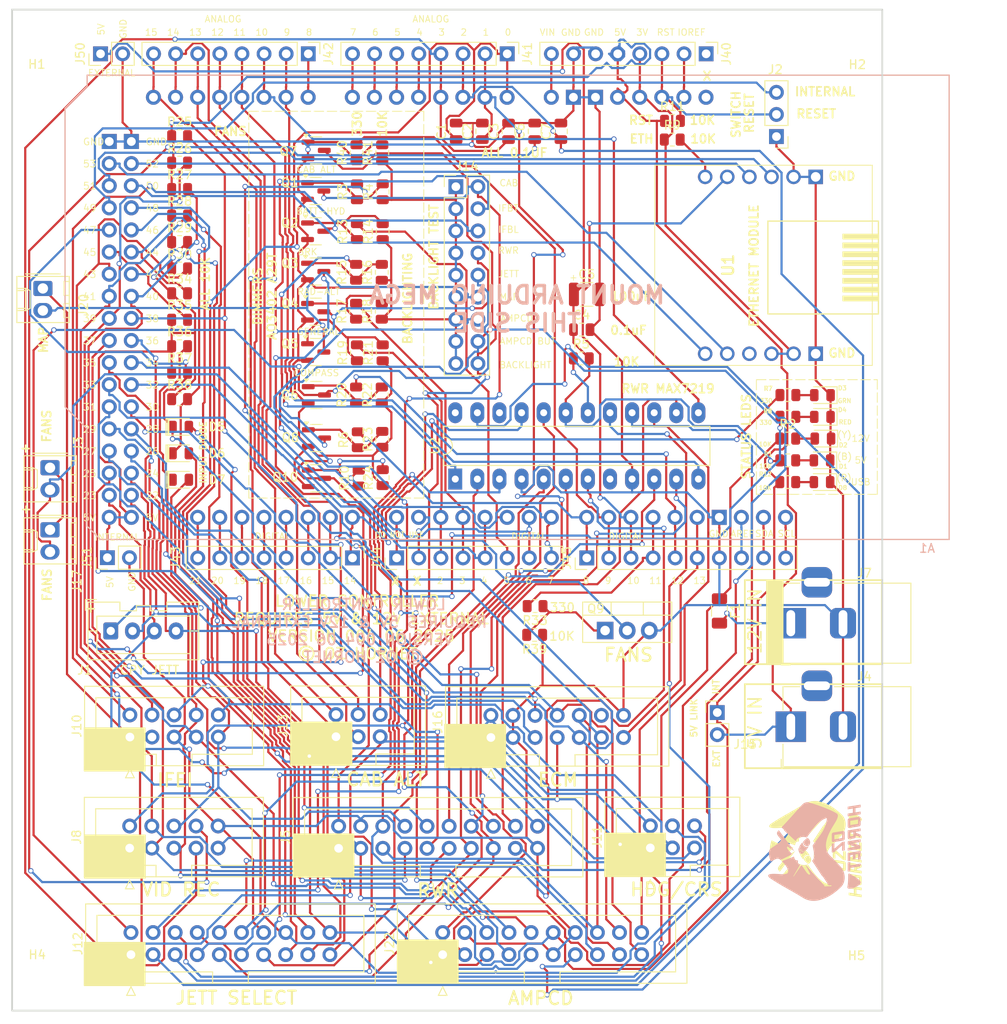
<source format=kicad_pcb>
(kicad_pcb (version 20240108) (generator "pcbnew") (generator_version "8.0")
  (title_block (date "mar. 31 mars 2015"))
  (layers (0 "F.Cu" signal) (31 "B.Cu" signal) (34 "B.Paste" user) (35 "F.Paste" user) (36 "B.SilkS" user "B.Silkscreen") (37 "F.SilkS" user "F.Silkscreen") (38 "B.Mask" user) (39 "F.Mask" user) (44 "Edge.Cuts" user))
  (net 0 "")
  (net 1 "Net-(D1-A)")
  (net 2 "GND")
  (net 3 "Net-(D2-A)")
  (net 4 "Net-(D3-A)")
  (net 5 "Net-(D4-A)")
  (net 6 "/+5v_IN")
  (net 7 "/+12v-IN")
  (net 8 "/MAX_7219-LOAD")
  (net 9 "/MAX_7219-DIN")
  (net 10 "/INT_5V")
  (net 11 "unconnected-(A1-D17{slash}RX2-PadD17)")
  (net 12 "SCLK")
  (net 13 "/ROW13")
  (net 14 "/CAB_ALT-COIL-1")
  (net 15 "/CAB_ALT-COIL-2")
  (net 16 "/CAB_ALT-COIL-3")
  (net 17 "/CAB_ALT-COIL-4")
  (net 18 "/ROW11")
  (net 19 "/PIN_20")
  (net 20 "ES1_RST")
  (net 21 "/AMPCD_SW-OH")
  (net 22 "/ROW3")
  (net 23 "MISO")
  (net 24 "/COL1")
  (net 25 "/MAX_7219-CLOCK")
  (net 26 "/RESET")
  (net 27 "MOSI")
  (net 28 "/GREEN_LED")
  (net 29 "/RED_LED")
  (net 30 "SS")
  (net 31 "Net-(Q1-G)")
  (net 32 "/BACKLIGHT_AMPCD-PWM")
  (net 33 "/PIN_18")
  (net 34 "Net-(U1-INT)")
  (net 35 "unconnected-(A1-D19{slash}RX1-PadD19)")
  (net 37 "/SDA")
  (net 38 "/SCL")
  (net 39 "+3V3")
  (net 40 "/D1")
  (net 41 "/D0")
  (net 42 "/VIN")
  (net 44 "/AREF")
  (net 45 "/RESET_pin")
  (net 46 "Net-(D8-A)")
  (net 47 "/BACKLIGHT-PWM")
  (net 48 "/BACKLIGHT_CAB-ALT")
  (net 49 "Net-(Q2-G)")
  (net 50 "Net-(Q3-G)")
  (net 51 "Net-(Q4-G)")
  (net 52 "Net-(Q5-G)")
  (net 53 "/BACKLIGHT_CAB-ALT-PWM")
  (net 54 "Net-(Q6-G)")
  (net 55 "/IORF")
  (net 56 "unconnected-(A1-PadA5)")
  (net 57 "/Audio")
  (net 58 "Net-(J42-Pin_1)")
  (net 59 "unconnected-(A1-D16{slash}TX2-PadD16)")
  (net 60 "/DMR")
  (net 61 "unconnected-(A1-PadA6)")
  (net 62 "unconnected-(A1-PadA7)")
  (net 63 "/CATHODE_01")
  (net 64 "Net-(U2-ISET)")
  (net 65 "/ROW9")
  (net 67 "/COL7")
  (net 68 "/ANNODE_01")
  (net 69 "/BACKLIGHT_IFEI-BUTTONS-PWM")
  (net 70 "/BACKLIGHT_RWR-PWM")
  (net 71 "/BACKLIGHT_IFEI-PANEL-PWM")
  (net 72 "/BACKLIGHT_JETT")
  (net 73 "/BACKLIGHT_IFEI-PANEL")
  (net 74 "/BACKLIGHT_IFEI-BUTTONS")
  (net 75 "/BACKLIGHT_RWR")
  (net 76 "/BACKLIGHT-JETT-PWM")
  (net 77 "/AMPCD-BRIGHTNESS")
  (net 78 "/BACKLIGHT_AMPCD-BUT-PWM")
  (net 79 "/CRS_IN")
  (net 80 "/HDG_IN")
  (net 81 "/COL3")
  (net 82 "Net-(D7-A)")
  (net 83 "/ANNODE_03")
  (net 84 "/CATHODE_03")
  (net 85 "/CATHODE_02")
  (net 86 "/ANNODE_02")
  (net 87 "/BACKLIGHT_PANELS")
  (net 88 "/CATHODE_06")
  (net 89 "/CATHODE_05")
  (net 90 "/ANNODE_04")
  (net 92 "/CATHODE_07")
  (net 93 "Net-(Q7-G)")
  (net 94 "Net-(J7-Pin_1)")
  (net 95 "/SEL_LED")
  (net 96 "/COL5")
  (net 97 "/ROW5")
  (net 98 "/COL9")
  (net 99 "/PIN_21")
  (net 100 "/IFEI_NEXTION")
  (net 101 "/IFEI_BRIGHT")
  (net 102 "/ROW1")
  (net 103 "/ROW7")
  (net 104 "/ROW15")
  (net 106 "/BACKLIGHT_AMPCD-BUT")
  (net 107 "/BACKLIGHT_AMPCD")
  (net 108 "Net-(Q8-G)")
  (net 109 "Net-(Q10-G)")
  (net 110 "/COL6")
  (net 111 "/COL4")
  (net 112 "/COL0")
  (net 113 "/ROW4")
  (net 114 "/COL8")
  (net 115 "/ROW8")
  (net 116 "/COL2")
  (net 117 "/ROW14")
  (net 118 "/ROW10")
  (net 119 "/ROW12")
  (net 120 "/ROW6")
  (net 121 "/COL10")
  (net 122 "/ROW0")
  (net 123 "/ROW2")
  (net 124 "/MAP_PWM")
  (net 125 "/MAP")
  (net 126 "/FANS")
  (net 127 "/EXT+12V")
  (net 128 "/FANS_GND")
  (net 129 "Net-(Q9-G)")
  (net 130 "/ANNODE_07")
  (net 131 "/ANNODE_05")
  (net 132 "/ANNODE_06")
  (net 133 "/CATHODE_04")
  (footprint "Fuse:Fuse_1206_3216Metric" (layer "F.Cu") (at 110.75 105.05 -90)
    (property "Reference" "F1")
    (property "Value" "Polyfuse")
  )
  (footprint "Resistor_SMD:R_0805_2012Metric" (layer "F.Cu") (at 72.048 61.4725 90)
    (property "Reference" "R14")
    (property "Value" "10K")
  )
  (footprint "MountingHole:MountingHole_2.5mm" (layer "F.Cu") (at 126.5898 38.8321)
    (property "Reference" "H2")
    (property "Value" "H2")
  )
  (footprint "Resistor_SMD:R_0805_2012Metric" (layer "F.Cu") (at 48.7125 71.6)
    (property "Reference" "R35")
    (property "Value" "10K")
  )
  (footprint "Connector_PinHeader_2.54mm:PinHeader_1x08_P2.54mm_Vertical" (layer "F.Cu") (at 63.5 41.0464 -90)
    (property "Reference" "J42")
    (property "Value" "Conn_01x08")
  )
  (footprint "Package_DIP:DIP-24_W7.62mm_LongPads" (layer "F.Cu") (at 80.39 89.9 90)
    (property "Reference" "U2")
    (property "Value" "MAX7219")
  )
  (footprint "Connector_PinHeader_2.54mm:PinHeader_1x03_P2.54mm_Vertical" (layer "F.Cu") (at 117.298 50.55 180)
    (property "Reference" "J2")
    (property "Value" "Conn_01x03_Pin")
  )
  (footprint "Connector_PinHeader_2.54mm:PinHeader_1x08_P2.54mm_Vertical" (layer "F.Cu") (at 86.36 41.0464 -90)
    (property "Reference" "J41")
    (property "Value" "Conn_01x08")
  )
  (footprint "Resistor_SMD:R_0805_2012Metric" (layer "F.Cu") (at 48.7125 53.55)
    (property "Reference" "R26")
    (property "Value" "10K")
  )
  (footprint "Connector_JST:JST_XA_B04B-XASK-1_1x04_P2.50mm_Vertical" (layer "F.Cu") (at 40.8 107.35)
    (property "Reference" "J1")
    (property "Value" "CANOPY_JETT")
  )
  (footprint "LED_SMD:LED_0805_2012Metric" (layer "F.Cu") (at 122.5805 82.758 180)
    (property "Reference" "D4")
    (property "Value" "RED")
  )
  (footprint "Package_TO_SOT_THT:TO-220-3_Vertical" (layer "F.Cu") (at 97.61 107.3)
    (property "Reference" "Q9")
    (property "Value" "IRF1405PBF")
  )
  (footprint "Resistor_SMD:R_0805_2012Metric" (layer "F.Cu") (at 94.875 76.035)
    (property "Reference" "R5")
    (property "Value" "10K")
  )
  (footprint "Capacitor_SMD:C_0805_2012Metric" (layer "F.Cu") (at 92.53 49.95 90)
    (property "Reference" "C7")
    (property "Value" "0.1uF")
  )
  (footprint "Resistor_SMD:R_0805_2012Metric" (layer "F.Cu") (at 71.95 80.239 90)
    (property "Reference" "R22")
    (property "Value" "10K")
  )
  (footprint "Resistor_SMD:R_0805_2012Metric" (layer "F.Cu") (at 118.616 80.25)
    (property "Reference" "R7")
    (property "Value" "330")
  )
  (footprint "Resistor_SMD:R_0805_2012Metric" (layer "F.Cu") (at 48.7125 56.59)
    (property "Reference" "R27")
    (property "Value" "10K")
  )
  (footprint "Resistor_SMD:R_0805_2012Metric" (layer "F.Cu") (at 69 70.6165 90)
    (property "Reference" "R17")
    (property "Value" "330")
  )
  (footprint "Resistor_SMD:R_0805_2012Metric" (layer "F.Cu") (at 118.5985 85.25)
    (property "Reference" "R2")
    (property "Value" "10K")
  )
  (footprint "MountingHole:MountingHole_2.5mm" (layer "F.Cu") (at 32.3 38.8)
    (property "Reference" "H1")
    (property "Value" "H1")
  )
  (footprint "Connector_PinHeader_2.54mm:PinHeader_1x02_P2.54mm_Vertical" (layer "F.Cu") (at 39.624 41.0464 90)
    (property "Reference" "J50")
    (property "Value" "Conn_01x02")
  )
  (footprint "OZ-HORNET:D_0805_2012Metric" (layer "F.Cu") (at 48.8375 89.98)
    (property "Reference" "D7")
    (property "Value" "D")
  )
  (footprint "Connector_BarrelJack:BarrelJack_Horizontal" (layer "F.Cu") (at 118.949 118.35 180)
    (property "Reference" "J4")
    (property "Value" "5V IN")
  )
  (footprint "Capacitor_SMD:C_0805_2012Metric" (layer "F.Cu") (at 86.51 49.95 90)
    (property "Reference" "C3")
    (property "Value" "0.1uF")
  )
  (footprint "Capacitor_SMD:C_0805_2012Metric" (layer "F.Cu") (at 80.49 49.95 90)
    (property "Reference" "C1")
    (property "Value" "0.1uF")
  )
  (footprint "MountingHole:MountingHole_2.5mm" (layer "F.Cu") (at 126.5 148.15)
    (property "Reference" "H5")
    (property "Value" "H1")
  )
  (footprint "LED_SMD:LED_0805_2012Metric" (layer "F.Cu") (at 122.5375 90.25 180)
    (property "Reference" "D8")
    (property "Value" "LED")
  )
  (footprint "Connector_IDC:IDC-Header_2x03_P2.54mm_Vertical" (layer "F.Cu") (at 102.805 132.2775 90)
    (property "Reference" "J11")
    (property "Value" "HDG/CRS")
  )
  (footprint "Resistor_SMD:R_0805_2012Metric" (layer "F.Cu") (at 69 66.148 90)
    (property "Reference" "R15")
    (property "Value" "330")
  )
  (footprint "Package_TO_SOT_SMD:SOT-23" (layer "F.Cu") (at 64.428 80.239)
    (property "Reference" "Q6")
    (property "Value" "Q_NMOS_GSD")
  )
  (footprint "Connector_IDC:IDC-Header_2x03_P2.54mm_Vertical" (layer "F.Cu") (at 66.685 119.5 90)
    (property "Reference" "J13")
    (property "Value" "CABIN_ALT")
  )
  (footprint "Capacitor_SMD:C_1210_3225Metric" (layer "F.Cu") (at 95.5 68.685)
    (property "Reference" "C5")
    (property "Value" "100uF")
  )
  (footprint "Connector_IDC:IDC-Header_2x10_P2.54mm_Vertical" (layer "F.Cu") (at 78.945 144.54 90)
    (property "Reference" "J22")
    (property "Value" "AMPCD")
  )
  (footprint "Capacitor_SMD:C_0805_2012Metric" (layer "F.Cu") (at 83.5 49.95 90)
    (property "Reference" "C2")
    (property "Value" "0.1uF")
  )
  (footprint "LED_SMD:LED_0805_2012Metric" (layer "F.Cu") (at 122.584 80.258 180)
    (property "Reference" "D3")
    (property "Value" "GREEN")
  )
  (footprint "Resistor_SMD:R_0805_2012Metric" (layer "F.Cu") (at 69 80.239 90)
    (property "Reference" "R20")
    (property "Value" "330")
  )
  (footprint "OZ-HORNET:D_0805_2012Metric" (layer "F.Cu") (at 48.8375 83.9)
    (property "Reference" "D5")
    (property "Value" "D")
  )
  (footprint "Connector_IDC:IDC-Header_2x05_P2.54mm_Vertical" (layer "F.Cu") (at 42.975 132.3 90)
    (property "Reference" "J8")
    (property "Value" "VID_REC")
  )
  (footprint "Resistor_SMD:R_0805_2012Metric" (layer "F.Cu") (at 48.7125 50.51)
    (property "Reference" "R25")
    (property "Value" "10K")
  )
  (footprint "Resistor_SMD:R_0805_2012Metric" (layer "F.Cu") (at 48.7125 59.63)
    (property "Reference" "R28")
    (property "Value" "10K")
  )
  (footprint "Resistor_SMD:R_0805_2012Metric" (layer "F.Cu") (at 118.5985 90.25)
    (property "Reference" "R12")
    (property "Value" "5K")
  )
  (footprint "Resistor_SMD:R_0805_2012Metric" (layer "F.Cu") (at 118.616 82.75)
    (property "Reference" "R8")
    (property "Value" "330")
  )
  (footprint "Connector_PinHeader_2.54mm:PinHeader_1x08_P2.54mm_Vertical" (layer "F.Cu") (at 68.58 98.9584 -90)
    (property "Reference" "J43")
    (property "Value" "Conn_01x08")
  )
  (footprint "Connector_Molex:Molex_KK-254_AE-6410-02A_1x02_P2.54mm_Vertical" (layer "F.Cu") (at 33.82 95.73 -90)
    (property "Reference" "J17")
    (property "Value" "FANS")
  )
  (footprint "Resistor_SMD:R_0805_2012Metric" (layer "F.Cu") (at 48.7125 80.72)
    (property "Reference" "R38")
    (property "Value" "10K")
  )
  (footprint "Resistor_SMD:R_0805_2012Metric" (layer "F.Cu") (at 89.5125 107.8 180)
    (property "Reference" "R39")
    (property "Value" "10K")
  )
  (footprint "Resistor_SMD:R_0805_2012Metric" (layer "F.Cu") (at 69.05 52.4125 90)
    (property "Reference" "R40")
    (property "Value" "330")
  )
  (footprint "Connector_IDC:IDC-Header_2x10_P2.54mm_Vertical" (layer "F.Cu") (at 43.124 144.54 90)
    (property "Reference" "J12")
    (property "Value" "JETT")
  )
  (footprint "Resistor_SMD:R_0805_2012Metric" (layer "F.Cu") (at 72 52.4125 90)
    (property "Reference" "R41")
    (property "Value" "10K")
  )
  (footprint "Package_TO_SOT_SMD:SOT-23" (layer "F.Cu") (at 64.4375 89.8125)
    (property "Reference" "Q10")
    (property "Value" "Q_NMOS_GSD")
  )
  (footprint "Resistor_SMD:R_0805_2012Metric" (layer "F.Cu") (at 71.95 66.148 90)
    (property "Reference" "R16")
    (property "Value" "10K")
  )
  (footprint "MountingHole:MountingHole_2.5mm" (layer "F.Cu") (at 32.35 148.05)
    (property "Reference" "H4")
    (property "Value" "H2")
  )
  (footprint "Resistor_SMD:R_0805_2012Metric" (layer "F.Cu") (at 69.098 61.4725 90)
    (property "Reference" "R13")
    (property "Value" "330")
  )
  (footprint "Library-OZ-HORNET:USRES1" (layer "F.Cu") (at 121.809 55.1833 -90)
    (property "Reference" "U1")
    (property "Value" "USR-ES1" (hide yes))
  )
  (footprint "LED_SMD:LED_0805_2012Metric" (layer "F.Cu") (at 122.5375 87.75 180)
    (property "Reference" "D1")
    (property "Value" "LED")
  )
  (footprint "Resistor_SMD:R_0805_2012Metric" (layer "F.Cu") (at 118.5985 87.75)
    (property "Reference" "R1")
    (property "Value" "5K")
  )
  (footprint "Connector_PinHeader_2.54mm:PinHeader_1x08_P2.54mm_Vertical" (layer "F.Cu") (at 109.22 41.0464 -90)
    (property "Reference" "J40")
    (property "Value" "Conn_01x08")
  )
  (footprint "Resistor_SMD:R_0805_2012Metric" (layer "F.Cu") (at 48.7125 68.56)
    (property "Reference" "R34")
    (property "Value" "10K")
  )
  (footprint "Connector_PinHeader_2.54mm:PinHeader_1x02_P2.54mm_Vertical" (layer "F.Cu") (at 110.5 116.725)
    (property "Reference" "J15")
    (property "Value" "Conn_01x02")
  )
  (footprint "Resistor_SMD:R_0805_2012Metric" (layer "F.Cu") (at 72.05 89.7375 90)
    (property "Reference" "R24")
    (property "Value" "10K")
  )
  (footprint "Resistor_SMD:R_0805_2012Metric" (layer "F.Cu") (at 69.3 89.7875 90)
    (property "Reference" "R10")
    (property "Value" "330")
  )
  (footprint "Package_TO_SOT_SMD:SOT-23" (layer "F.Cu") (at 64.3495 66.055)
    (property "Reference" "Q3")
    (property "Value" "Q_NMOS_GSD")
  )
  (footprint "Resistor_SMD:R_0805_2012Metric" (layer "F.Cu") (at 89.5625 104.5 180)
    (property "Reference" "R33")
    (property "Value" "330")
  )
  (footprint "Resistor_SMD:R_0805_2012Metric" (layer "F.Cu") (at 72.048 56.9005 90)
    (property "Reference" "R4")
    (property "Value" "10K")
  )
  (footprint "Connector_IDC:IDC-Header_2x05_P2.54mm_Vertical" (layer "F.Cu") (at 43 119.54 90)
    (property "Reference" "J10")
    (property "Value" "IFEI")
  )
  (footprint "Capacitor_SMD:C_0805_2012Metric" (layer "F.Cu") (at 94.925 72.735)
    (property "Reference" "C4")
    (property "Value" "0.1uF")
  )
  (footprint "Package_TO_SOT_SMD:SOT-23" (layer "F.Cu") (at 64.3495 61.43)
    (property "Reference" "Q2")
    (property "Value" "Q_NMOS_GSD")
  )
  (footprint "Resistor_SMD:R_0805_2012Metric" (layer "F.Cu") (at 72.048 75.3955 90)
    (property "Reference" "R21")
    (property "Value" "10K")
  )
  (footprint "Resistor_SMD:R_0805_2012Metric" (layer "F.Cu") (at 105.325 50.9)
    (property "Reference" "R9")
    (property "Value" "10K")
  )
  (footprint "Resistor_SMD:R_0805_2012Metric" (layer "F.Cu") (at 48.7125 62.67)
    (property "Reference" "R29")
    (property "Value" "10K")
  )
  (footprint "Resistor_SMD:R_0805_2012Metric" (layer "F.Cu") (at 48.7125 65.71)
    (property "Reference" "R30")
    (property "Value" "10K")
  )
  (footprint "Resistor_SMD:R_0805_2012Metric" (layer "F.Cu") (at 105.35 48.75)
    (property "Reference" "R11")
    (property "Value" "10K")
  )
  (footprint "Package_TO_SOT_SMD:SOT-23" (layer "F.Cu") (at 64.3495 56.805)
    (property "Reference" "Q1")
    (property "Value" "Q_NMOS_GSD")
  )
  (footprint "Resistor_SMD:R_0805_2012Metric" (layer "F.Cu") (at 71.95 70.6165 90)
    (property "Reference" "R18")
    (property "Value" "10K")
  )
  (footprint "Capacitor_SMD:C_0805_2012Metric" (layer "F.Cu") (at 89.52 49.95 90)
    (property "Reference" "C6")
    (property "Value" "0.1uF")
  )
  (footprint "Resistor_SMD:R_0805_2012Metric" (layer "F.Cu") (at 69.098 75.3955 90)
    (property "Reference" "R19")
    (property "Value" "330")
  )
  (footprint "LED_SMD:LED_0805_2012Metric" (layer "F.Cu") (at 122.641 85.25 180)
    (property "Reference" "D2")
    (property "Value" "LED")
  )
  (footprint "OZ-HORNET:D_0805_2012Metric" (layer "F.Cu") (at 48.8375 86.94)
    (property "Reference" "D6")
    (property "Value" "D")
  )
  (footprint "Package_TO_SOT_SMD:SOT-23" (layer "F.Cu") (at 64.3495 70.68)
    (property "Reference" "Q4")
    (property "Value" "Q_NMOS_GSD")
  )
  (footprint "Connector_PinHeader_2.54mm:PinHeader_2x09_P2.54mm_Vertical" (layer "F.Cu") (at 80.46 56.31)
    (property "Reference" "J14")
    (property "Value" "Conn_02x09_Odd_Even")
  )
  (footprint "Package_TO_SOT_SMD:SOT-23" (layer "F.Cu") (at 64.4375 85.1875)
    (property "Reference" "Q8")
    (property "Value" "Q_NMOS_GSD")
  )
  (footprint "Package_TO_SOT_SMD:SOT-23" (layer "F.Cu") (at 64.3495 75.305)
    (property "Reference" "Q5")
    (property "Value" "Q_NMOS_GSD")
  )
  (footprint "Resistor_SMD:R_0805_2012Metric" (layer "F.Cu") (at 69.098 56.9005 90)
    (property "Reference" "R3")
    (property "Value" "330")
  )
  (footprint "Connector_Molex:Molex_KK-254_AE-6410-02A_1x02_P2.54mm_Vertical" (layer "F.Cu") (at 33 68 -90)
    (property "Reference" "J20")
    (property "Value" "MAP")
  )
  (footprint "Connector_IDC:IDC-Header_2x10_P2.54mm_Vertical" (layer "F.Cu") (at 66.985 132.3225 90)
    (property "Reference" "J5")
    (property "Value" "RWR")
  )
  (footprint "Connector_Molex:Molex_KK-254_AE-6410-02A_1x02_P2.54mm_Vertical" (layer "F.Cu") (at 33.82 88.6 -90)
    (property "Reference" "J3")
    (property "Value" "FANS")
  )
  (footprint "Connector_BarrelJack:BarrelJack_Horizontal" (layer "F.Cu") (at 118.949 106.4593 180)
    (property "Reference" "J7")
    (property "Value" "STEPPER IN 12-20VDC")
  )
  (footprint "Resistor_SMD:R_0805_2012Metric" (layer "F.Cu") (at 72 85.3375 90)
    (property "Reference" "R23")
    (property "Value" "10K")
  )
  (footprint "Connector_PinHeader_2.54mm:PinHeader_1x10_P2.54mm_Vertical" (layer "F.Cu") (at 95.504 98.9584 90)
    (property "Reference" "J45")
    (property "Value" "Conn_01x10")
  )
  (footprint "Resistor_SMD:R_0805_2012Metric" (layer "F.Cu") (at 69.2 85.3875 90)
    (property "Reference" "R6")
    (property "Value" "330")
  )
  (footprint "Resistor_SMD:R_0805_2012Metric" (layer "F.Cu") (at 48.7125 74.64)
    (property "Reference" "R36")
    (property "Value" "10K")
  )
  (footprint "Connector_IDC:IDC-Header_2x07_P2.54mm_Vertical" (layer "F.Cu") (at 84.485 119.59 90)
    (property "Reference" "J16")
    (property "Value" "EMC_JETT")
  )
  (footprint "Connector_PinHeader_2.54mm:PinHeader_1x02_P2.54mm_Vertical" (layer "F.Cu") (at 40.4114 98.933 90)
    (property "Reference" "J51")
    (property "Value" "Conn_01x02")
  )
  (footprint "Connector_PinHeader_2.54mm:PinHeader_1x08_P2.54mm_Vertical" (layer "F.Cu") (at 73.66 98.9584 90)
    (property "Reference" "J44")
    (property "Value" "Conn_01x08")
  )
  (footprint "Package_TO_SOT_SMD:SOT-23" (layer "F.Cu") (at 64.4 52.1375)
    (property "Reference" "Q7")
    (property "Value" "Q_NMOS_GSD")
  )
  (footprint "arduino-kicad-library-master:Arduino_Mega2560_R3_Shield" (layer "F.Cu") (at 137.145 43.4993 180)
    (property "Reference" "A1")
    (property "Value" "Arduino_Mega2560_R3_Shield")
  )
  (footprint "Resistor_SMD:R_0805_2012Metric" (layer "F.Cu") (at 48.7125 77.68)
    (property "Reference" "R37")
    (property "Value" "10K")
  )
  (gr_poly (pts (xy 116.359017 135.512084) (xy 116.378016 135.556618) (xy 116.408892 135.605674) (xy 116.452339 135.659449) (xy 116.509051 135.718142) (xy 116.97354 136.026515) (xy 117.447333 136.320801) (xy 117.92788 136.604874) (xy 118.412628 136.882607) (xy 119.384522 137.43454) (xy 119.866563 137.716486) (xy 120.342598 138.007582) (xy 120.341542 138.007054) (xy 120.462539 138.076064) (xy 120.584046 138.13732) (xy 120.706083 138.190936) (xy 120.828668 138.237026) (xy 120.951823 138.275707) (xy 121.075566 138.307091) (xy 121.199918 138.331295) (xy 121.324898 138.348432) (xy 121.450527 138.358618) (xy 121.576823 138.361967) (xy 121.703806 138.358595) (xy 121.831497 138.348614) (xy 121.959915 138.332141) (xy 122.08908 138.30929) (xy 122.219011 138.280176) (xy 122.349729 138.244914) (xy 122.522571 138.190911) (xy 122.690112 138.131572) (xy 122.852726 138.067008) (xy 123.010786 137.997334) (xy 123.164664 137.922664) (xy 123.314735 137.843111) (xy 123.46137 137.758788) (xy 123.604945 137.669809) (xy 123.745831 137.576288) (xy 123.884402 137.478338) (xy 124.021032 137.376073) (xy 124.156093 137.269606) (xy 124.289958 137.159051) (xy 124.423002 137.044522) (xy 124.555597 136.926131) (xy 124.688116 136.803994) (xy 124.771167 136.718545) (xy 124.846032 136.625589) (xy 124.912627 136.525835) (xy 124.970865 136.419993) (xy 125.02066 136.30877) (xy 125.061926 136.192878) (xy 125.094577 136.073024) (xy 125.118527 135.949919) (xy 125.13369 135.824271) (xy 125.13998 135.69679) (xy 125.137311 135.568185) (xy 125.125596 135.439166) (xy 125.104751 135.31044) (xy 125.074688 135.182719) (xy 125.035322 135.056711) (xy 124.986566 134.933125) (xy 124.970255 134.896745) (xy 124.953179 134.86047) (xy 124.935344 134.824351) (xy 124.916762 134.788444) (xy 124.89744 134.752801) (xy 124.877387 134.717478) (xy 124.856613 134.682528) (xy 124.835125 134.648004) (xy 124.812934 134.613961) (xy 124.790049 134.580452) (xy 124.766477 134.547532) (xy 124.742228 134.515254) (xy 124.717311 134.483672) (xy 124.691734 134.452839) (xy 124.665507 134.422811) (xy 124.638639 134.393641) (xy 124.494505 134.241583) (xy 124.355316 134.092326) (xy 124.084172 133.799419) (xy 123.948416 133.654376) (xy 123.810002 133.509341) (xy 123.66703 133.363618) (xy 123.5176 133.216509) (xy 123.426061 133.127999) (xy 123.344203 133.036569) (xy 123.271697 132.942402) (xy 123.208212 132.845682) (xy 123.153419 132.74659) (xy 123.106987 132.645311) (xy 123.068586 132.542026) (xy 123.037886 132.436919) (xy 123.014556 132.330171) (xy 122.998268 132.221967) (xy 122.98869 132.112488) (xy 122.985493 132.001918) (xy 122.988346 131.89044) (xy 122.996919 131.778235) (xy 123.010883 131.665487) (xy 123.029907 131.552379) (xy 123.081814 131.325814) (xy 123.15 131.1) (xy 123.231823 130.876402) (xy 123.324644 130.65648) (xy 123.425821 130.441697) (xy 123.532713 130.233516) (xy 123.64268 130.033398) (xy 123.753079 129.842807) (xy 124.077557 129.312748) (xy 124.153724 129.177419) (xy 124.189518 129.108717) (xy 124.223413 129.039173) (xy 124.255126 128.968675) (xy 124.284377 128.897113) (xy 124.310885 128.824372) (xy 124.334368 128.750343) (xy 124.345105 128.707758) (xy 124.349472 128.687387) (xy 124.353158 128.667605) (xy 124.356154 128.648391) (xy 124.35845 128.629725) (xy 124.360039 128.611587) (xy 124.360909 128.593958) (xy 124.361053 128.576816) (xy 124.36046 128.560144) (xy 124.359121 128.54392) (xy 124.357027 128.528124) (xy 124.354169 128.512737) (xy 124.350538 128.497738) (xy 124.346123 128.483108) (xy 124.340917 128.468826) (xy 124.334908 128.454873) (xy 124.328089 128.441229) (xy 124.32045 128.427874) (xy 124.311982 128.414787) (xy 124.302675 128.401949) (xy 124.29252 128.38934) (xy 124.281507 128.37694) (xy 124.269628 128.364729) (xy 124.256873 128.352687) (xy 124.243233 128.340794) (xy 124.228698 128.32903) (xy 124.213259 128.317375) (xy 124.196907 128.305809) (xy 124.179633 128.294313) (xy 124.161427 128.282865) (xy 124.142281 128.271447) (xy 124.067904 128.228747) (xy 123.993006 128.186822) (xy 123.917587 128.145752) (xy 123.841648 128.105619) (xy 123.765187 128.066503) (xy 123.688206 128.028485) (xy 123.610704 127.991645) (xy 123.53268 127.956064) (xy 123.234031 127.825938) (xy 122.933395 127.70127) (xy 122.630768 127.582059) (xy 122.326147 127.468304) (xy 122.01953 127.360007) (xy 121.710912 127.257167) (xy 121.400292 127.159784) (xy 121.087665 127.067857) (xy 121.024075 127.051748) (xy 120.992908 127.045373) (xy 120.962149 127.040113) (xy 120.931792 127.035964) (xy 120.901829 127.032923) (xy 120.872252 127.030986) (xy 120.843054 127.03015) (xy 120.814228 127.030411) (xy 120.785766 127.031766) (xy 120.757661 127.034211) (xy 120.729906 127.037743) (xy 120.702492 127.042358) (xy 120.675414 127.048052) (xy 120.648662 127.054822) (xy 120.62223 127.062665) (xy 120.596111 127.071577) (xy 120.570297 127.081554) (xy 120.54478 127.092593) (xy 120.519553 127.10469) (xy 120.494609 127.117842) (xy 120.46994 127.132045) (xy 120.44554 127.147296) (xy 120.421399 127.163591) (xy 120.373871 127.1993) (xy 120.327295 127.239143) (xy 120.281613 127.283091) (xy 120.236766 127.331118) (xy 119.069953 128.631809) (xy 118.480891 129.276971) (xy 118.183384 129.596802) (xy 117.883297 129.914245) (xy 117.955693 129.984591) (xy 118.028288 130.054738) (xy 118.06292 130.08782) (xy 118.097775 130.120752) (xy 118.132877 130.153486) (xy 118.168253 130.185972) (xy 118.171188 130.18876) (xy 118.173939 130.191576) (xy 118.176498 130.194426) (xy 118.178861 130.19732) (xy 118.181023 130.200265) (xy 118.182978 130.203268) (xy 118.18472 130.20634) (xy 118.186245 130.209487) (xy 118.187546 130.212717) (xy 118.188619 130.21604) (xy 118.189457 130.219462) (xy 118.190056 130.222993) (xy 118.19041 130.22664) (xy 118.190514 130.230411) (xy 118.190362 130.234315) (xy 118.189949 130.238359) (xy 118.189423 130.242897) (xy 118.189139 130.247291) (xy 118.189102 130.25155) (xy 118.189321 130.255685) (xy 118.189799 130.259708) (xy 118.190544 130.263627) (xy 118.191562 130.267455) (xy 118.192859 130.271201) (xy 118.194442 130.274875) (xy 118.196315 130.278488) (xy 118.198487 130.282052) (xy 118.200962 130.285575) (xy 118.203748 130.289069) (xy 118.206849 130.292543) (xy 118.210273 130.29601) (xy 118.214026 130.299478) (xy 118.244236 130.326407) (xy 118.274182 130.353581) (xy 118.333519 130.408453) (xy 118.451622 130.518818) (xy 118.551668 130.610992) (xy 118.651911 130.702968) (xy 118.856964 130.891616) (xy 119.060164 131.078411) (xy 119.320778 131.318388) (xy 119.409149 131.398623) (xy 119.498313 131.479255) (xy 119.510035 131.472339) (xy 119.515643 131.468839) (xy 119.521047 131.465253) (xy 119.52622 131.461538) (xy 119.531135 131.457652) (xy 119.535765 131.453551) (xy 119.540084 131.449192) (xy 119.544066 131.444532) (xy 119.545921 131.442076) (xy 119.547682 131.439529) (xy 119.549346 131.436885) (xy 119.550908 131.434139) (xy 119.552365 131.431285) (xy 119.553715 131.428319) (xy 119.554953 131.425234) (xy 119.556077 131.422026) (xy 119.557083 131.418689) (xy 119.557967 131.415217) (xy 119.558727 131.411606) (xy 119.559359 131.40785) (xy 119.55986 131.403943) (xy 119.560226 131.39988) (xy 119.56081 131.39457) (xy 119.56175 131.389257) (xy 119.563018 131.383947) (xy 119.564583 131.378643) (xy 119.566419 131.37335) (xy 119.568495 131.368073) (xy 119.570784 131.362814) (xy 119.573257 131.35758) (xy 119.575884 131.352373) (xy 119.578638 131.347198) (xy 119.584411 131.336963) (xy 119.596209 131.317065) (xy 119.608748 131.29722) (xy 119.622128 131.278431) (xy 119.63631 131.260651) (xy 119.651255 131.243834) (xy 119.666924 131.227931) (xy 119.683278 131.212895) (xy 119.700278 131.198679) (xy 119.717885 131.185237) (xy 119.736058 131.17252) (xy 119.75476 131.160481) (xy 119.773951 131.149073) (xy 119.793593 131.138248) (xy 119.813645 131.12796) (xy 119.834068 131.118162) (xy 119.854824 131.108805) (xy 119.875874 131.099842) (xy 119.908015 131.087324) (xy 119.940515 131.076092) (xy 119.973338 131.066044) (xy 120.006446 131.057079) (xy 120.039802 131.049093) (xy 120.073369 131.041985) (xy 120.10711 131.035652) (xy 120.140987 131.029992) (xy 120.160182 131.02721) (xy 120.179459 131.024949) (xy 120.198797 131.023109) (xy 120.218179 131.021592) (xy 120.295768 131.016763) (xy 120.324186 131.014957) (xy 120.352654 131.013423) (xy 120.36689 131.012906) (xy 120.381121 131.012633) (xy 120.395339 131.012665) (xy 120.409539 131.013059) (xy 120.451672 131.015232) (xy 120.493693 131.018194) (xy 120.53554 131.022259) (xy 120.577152 131.027743) (xy 120.597851 131.031117) (xy 120.618467 131.034965) (xy 120.638993 131.039325) (xy 120.659421 131.044239) (xy 120.679744 131.049744) (xy 120.699954 131.055881) (xy 120.720043 131.06269) (xy 120.740004 131.070209) (xy 120.744835 131.072277) (xy 120.749632 131.0745) (xy 120.754435 131.07686) (xy 120.759285 131.079337) (xy 120.769285 131.084571) (xy 120.774516 131.08729) (xy 120.779955 131.090053) (xy 120.819973 131.033267) (xy 120.860389 130.975488) (xy 121.019238 130.747616) (xy 121.178682 130.52014) (xy 121.290733 130.362846) (xy 121.347528 130.284694) (xy 121.405165 130.207138) (xy 121.454593 130.14232) (xy 121.504913 130.078121) (xy 121.556226 130.014666) (xy 121.582286 129.983257) (xy 121.60863 129.95208) (xy 121.674503 129.875938) (xy 121.741319 129.80054) (xy 121.876389 129.650984) (xy 121.910143 129.614451) (xy 121.927208 129.596351) (xy 121.944419 129.578389) (xy 121.961791 129.560589) (xy 121.97934 129.542972) (xy 121.997081 129.52556) (xy 122.01503 129.508374) (xy 122.074567 129.452786) (xy 122.134982 129.398237) (xy 122.196382 129.344872) (xy 122.258877 129.292838) (xy 122.322575 129.242279) (xy 122.387584 129.193342) (xy 122.454014 129.146172) (xy 122.521972 129.100916) (xy 122.58042 129.064468) (xy 122.639711 129.029801) (xy 122.699896 128.997006) (xy 122.761023 128.966177) (xy 122.823142 128.937406) (xy 122.886303 128.910788) (xy 122.950556 128.886414) (xy 123.015949 128.864378) (xy 123.024402 128.861779) (xy 123.03292 128.85931) (xy 123.050312 128.854589) (xy 123.087651 128.844799) (xy 123.088015 128.888918) (xy 123.087986 128.909763) (xy 123.087778 128.920033) (xy 123.087387 128.93026) (xy 123.085998 128.954068) (xy 123.084212 128.977851) (xy 123.082029 129.001585) (xy 123.079449 129.025245) (xy 123.067278 129.136436) (xy 123.060548 129.191932) (xy 123.056805 129.219612) (xy 123.052727 129.24723) (xy 123.0431 129.304778) (xy 123.03192 129.361935) (xy 123.019245 129.418708) (xy 123.005135 129.475103) (xy 122.989648 129.531125) (xy 122.972843 129.586782) (xy 122.95478 129.642079) (xy 122.935516 129.697022) (xy 122.908053 129.770861) (xy 122.893784 129.807615) (xy 122.879127 129.844229) (xy 122.864061 129.880682) (xy 122.848564 129.916953) (xy 122.832614 129.953018) (xy 122.81619 129.988857) (xy 122.775728 130.07426) (xy 122.754979 130.116784) (xy 122.733804 130.159116) (xy 122.712146 130.201201) (xy 122.689946 130.242981) (xy 122.667143 130.284402) (xy 122.643681 130.325407) (xy 122.614307 130.375144) (xy 122.58436 130.424551) (xy 122.553886 130.473649) (xy 122.522932 130.522456) (xy 122.459766 130.619268) (xy 122.395237 130.715138) (xy 122.362092 130.76305) (xy 122.328417 130.810595) (xy 122.259936 130.904911) (xy 122.121658 131.092699) (xy 121.881152 131.423164) (xy 121.658108 131.727964) (xy 121.561072 131.860487) (xy 121.463639 131.992811) (xy 121.462062 131.995082) (xy 121.460698 131.997333) (xy 121.459536 131.99957) (xy 121.458566 132.001799) (xy 121.457778 132.004024) (xy 121.45716 132.006252) (xy 121.456703 132.008488) (xy 121.456396 132.010737) (xy 121.456228 132.013004) (xy 121.45619 132.015296) (xy 121.45627 132.017617) (xy 121.456458 132.019972) (xy 121.456744 132.022369) (xy 121.457117 132.02481) (xy 121.457567 132.027303) (xy 121.458083 132.029853) (xy 121.519797 132.332437) (xy 121.58032 132.63522) (xy 121.583478 132.652035) (xy 121.58624 132.668933) (xy 121.588654 132.6859) (xy 121.590771 132.70292) (xy 121.59264 132.719977) (xy 121.59431 132.737055) (xy 121.597253 132.771215) (xy 121.602235 132.835513) (xy 121.606745 132.899836) (xy 121.61061 132.964208) (xy 121.613657 133.028655) (xy 121.614118 133.047319) (xy 121.614166 133.066002) (xy 121.613885 133.084698) (xy 121.61336 133.1034) (xy 121.610482 133.178144) (xy 121.609027 133.2304) (xy 121.608524 133.243494) (xy 121.607878 133.256577) (xy 121.607046 133.269634) (xy 121.605984 133.282655) (xy 121.601775 133.324945) (xy 121.59667 133.367032) (xy 121.590343 133.408833) (xy 121.58662 133.429601) (xy 121.58247 133.450268) (xy 121.577851 133.470823) (xy 121.572723 133.491257) (xy 121.567046 133.511558) (xy 121.560778 133.531718) (xy 121.553879 133.551726) (xy 121.546309 133.571572) (xy 121.538027 133.591246) (xy 121.528991 133.610738) (xy 121.528073 133.61257) (xy 121.527108 133.614394) (xy 121.526097 133.616206) (xy 121.525043 133.618006) (xy 121.523946 133.61979) (xy 121.52281 133.621556) (xy 121.521635 133.623302) (xy 121.520425 133.625026) (xy 121.51918 133.626724) (xy 121.517903 133.628396) (xy 121.516597 133.630038) (xy 121.515261 133.631648) (xy 121.5139 133.633225) (xy 121.512514 133.634764) (xy 121.511105 133.636265) (xy 121.509676 133.637725) (xy 121.483784 133.664064) (xy 121.457719 133.690278) (xy 121.431504 133.716344) (xy 121.405166 133.742236) (xy 121.403642 133.743748) (xy 121.40225 133.745217) (xy 121.401 133.746654) (xy 121.399899 133.748073) (xy 121.398956 133.749486) (xy 121.398547 133.750194) (xy 121.39818 133.750905) (xy 121.397857 133.751621) (xy 121.397579 133.752343) (xy 121.397347 133.753072) (xy 121.397162 133.753811) (xy 121.397025 133.754561) (xy 121.396937 133.755323) (xy 121.3969 133.756099) (xy 121.396913 133.756891) (xy 121.396979 133.7577) (xy 121.397098 133.758527) (xy 121.397272 133.759375) (xy 121.397501 133.760244) (xy 121.397787 133.761136) (xy 121.398131 133.762053) (xy 121.398533 133.762997) (xy 121.398995 133.763969) (xy 121.399518 133.764969) (xy 121.400102 133.766001) (xy 121.40075 133.767066) (xy 121.401462 133.768164) (xy 121.673983 134.182502) (xy 121.994657 134.671453) (xy 122.231459 135.03208) (xy 122.477257 135.408052) (xy 122.512844 135.461961) (xy 122.530463 135.489015) (xy 122.539121 135.50261) (xy 122.547636 135.516267) (xy 122.549685 135.519498) (xy 122.55177 135.522532) (xy 122.553904 135.525353) (xy 122.556099 135.527942) (xy 122.558367 135.530283) (xy 122.559532 135.531356) (xy 122.560719 135.532359) (xy 122.561931 135.533293) (xy 122.563169 135.534153) (xy 122.564434 135.534939) (xy 122.565727 135.535648) (xy 122.567051 135.536278) (xy 122.568407 135.536827) (xy 122.569796 135.537292) (xy 122.571219 135.537672) (xy 122.572679 135.537964) (xy 122.574176 135.538167) (xy 122.575713 135.538277) (xy 122.57729 135.538294) (xy 122.57891 135.538215) (xy 122.580574 135.538037) (xy 122.582282 135.537759) (xy 122.584038 135.537378) (xy 122.585842 135.536893) (xy 122.587695 135.536301) (xy 122.5896 135.5356) (xy 122.591557 135.534788) (xy 122.59295 135.534207) (xy 122.594303 135.533704) (xy 122.595617 135.533277) (xy 122.596892 135.532925) (xy 122.598132 135.532647) (xy 122.599336 135.53244) (xy 122.600506 135.532304) (xy 122.601644 135.532237) (xy 122.602752 135.532238) (xy 122.603829 135.532306) (xy 122.604878 135.532438) (xy 122.6059 135.532635) (xy 122.606897 135.532893) (xy 122.60787 135.533212) (xy 122.608819 135.533591) (xy 122.609747 135.534027) (xy 122.610655 135.53452) (xy 122.611544 135.535069) (xy 122.612416 135.535671) (xy 122.613272 135.536325) (xy 122.614112 135.537031) (xy 122.61494 135.537786) (xy 122.615755 135.538589) (xy 122.61656 135.539439) (xy 122.618143 135.541273) (xy 122.6197 135.543278) (xy 122.621241 135.545442) (xy 122.622778 135.547753) (xy 122.972822 136.081417) (xy 123.196394 136.421407) (xy 123.219343 136.455555) (xy 123.242465 136.489604) (xy 123.253866 136.506715) (xy 123.265041 136.52395) (xy 123.2759 136.541359) (xy 123.286352 136.558991) (xy 123.287652 136.561184) (xy 123.288973 136.563252) (xy 123.290314 136.565198) (xy 123.291676 136.567025) (xy 123.29306 136.568736) (xy 123.294465 136.570335) (xy 123.295892 136.571824) (xy 123.297341 136.573208) (xy 123.298813 136.574489) (xy 123.300307 136.57567) (xy 123.301825 136.576755) (xy 123.303366 136.577748) (xy 123.30493 136.57865) (xy 123.306519 136.579466) (xy 123.308131 136.580199) (xy 123.309769 136.580852) (xy 123.313118 136.58193) (xy 123.316568 136.582728) (xy 123.320123 136.583271) (xy 123.323783 136.583584) (xy 123.327552 136.583695) (xy 123.331432 136.583628) (xy 123.335425 136.583411) (xy 123.339534 136.583068) (xy 123.349158 136.582097) (xy 123.358782 136.581009) (xy 123.378031 136.578702) (xy 123.387655 136.577595) (xy 123.39728 136.576594) (xy 123.406904 136.575754) (xy 123.416528 136.575131) (xy 123.449552 136.57325) (xy 123.482674 136.571592) (xy 123.499241 136.57104) (xy 123.515796 136.570777) (xy 123.532327 136.57088) (xy 123.54882 136.571426) (xy 123.553643 136.571701) (xy 123.558486 136.572125) (xy 123.563343 136.572691) (xy 123.568209 136.573394) (xy 123.573077 136.574227) (xy 123.577944 136.575184) (xy 123.582802 136.576259) (xy 123.587647 136.577445) (xy 123.592474 136.578737) (xy 123.597277 136.580128) (xy 123.606789 136.583183) (xy 123.616139 136.586561) (xy 123.625285 136.590211) (xy 123.628098 136.59145) (xy 123.630735 136.592735) (xy 123.633195 136.594063) (xy 123.635478 136.595432) (xy 123.637584 136.59684) (xy 123.639513 136.598283) (xy 123.641264 136.599761) (xy 123.642838 136.60127) (xy 123.644235 136.602808) (xy 123.645454 136.604373) (xy 123.646495 136.605962) (xy 123.647358 136.607573) (xy 123.648043 136.609204) (xy 123.648551 136.610851) (xy 123.64888 136.612514) (xy 123.649031 136.614189) (xy 123.649004 136.615874) (xy 123.648799 136.617567) (xy 123.648415 136.619265) (xy 123.647852 136.620967) (xy 123.647111 136.622668) (xy 123.646191 136.624368) (xy 123.645092 136.626064) (xy 123.643814 136.627753) (xy 123.642357 136.629434) (xy 123.640721 136.631103) (xy 123.638906 136.632758) (xy 123.636911 136.634397) (xy 123.634737 136.636018) (xy 123.632383 136.637618) (xy 123.62985 136.639195) (xy 123.627137 136.640747) (xy 123.622685 136.643128) (xy 123.618165 136.645413) (xy 123.613581 136.647602) (xy 123.608938 136.649698) (xy 123.599501 136.653616) (xy 123.589896 136.657185) (xy 123.580168 136.660418) (xy 123.570359 136.663332) (xy 123.560512 136.665942) (xy 123.550672 136.668264) (xy 123.540195 136.670343) (xy 123.529613 136.672051) (xy 123.518944 136.673436) (xy 123.508207 136.674548) (xy 123.49742 136.675437) (xy 123.486602 136.676152) (xy 123.464947 136.677259) (xy 123.255662 136.685991) (xy 123.13779 136.691646) (xy 123.019918 136.697897) (xy 122.975509 136.700651) (xy 122.93115 136.703652) (xy 122.842382 136.709803) (xy 122.840727 136.70985) (xy 122.839089 136.709793) (xy 122.837468 136.709635) (xy 122.835866 136.709377) (xy 122.834286 136.70902) (xy 122.83273 136.708567) (xy 122.831199 136.70802) (xy 122.829695 136.707381) (xy 122.82822 136.70665) (xy 122.826776 136.705831) (xy 122.825364 136.704925) (xy 122.823988 136.703934) (xy 122.822648 136.702859) (xy 122.821347 136.701703) (xy 122.820086 136.700467) (xy 122.818867 136.699154) (xy 122.816565 136.696301) (xy 122.814454 136.693158) (xy 122.81255 136.689742) (xy 122.810868 136.686065) (xy 122.809423 136.682144) (xy 122.808231 136.677993) (xy 122.807306 136.673626) (xy 122.806663 136.669058) (xy 122.806317 136.666214) (xy 122.805924 136.663278) (xy 122.805561 136.660305) (xy 122.805416 136.658821) (xy 122.805307 136.65735) (xy 122.805245 136.655897) (xy 122.80524 136.654469) (xy 122.8053 136.653074) (xy 122.805435 136.651719) (xy 122.805656 136.65041) (xy 122.805972 136.649155) (xy 122.806169 136.648549) (xy 122.806393 136.64796) (xy 122.806645 136.647388) (xy 122.806927 136.646833) (xy 122.808055 136.644556) (xy 122.80901 136.64234) (xy 122.8098 136.640182) (xy 122.810431 136.638079) (xy 122.810909 136.636031) (xy 122.811241 136.634034) (xy 122.811433 136.632087) (xy 122.811492 136.630188) (xy 122.811423 136.628335) (xy 122.811233 136.626525) (xy 122.81093 136.624757) (xy 122.810518 136.623029) (xy 122.810005 136.621338) (xy 122.809396 136.619683) (xy 122.808699 136.618061) (xy 122.80792 136.616471) (xy 122.807064 136.61491) (xy 122.806139 136.613377) (xy 122.804106 136.610385) (xy 122.801871 136.607478) (xy 122.799486 136.604639) (xy 122.789465 136.593651) (xy 122.649501 136.440722) (xy 122.478845 136.250222) (xy 122.351315 136.109993) (xy 122.163461 135.901766) (xy 122.034344 135.760214) (xy 121.852311 135.558072) (xy 121.762088 135.459382) (xy 121.577144 135.25433) (xy 121.533388 135.206573) (xy 121.511548 135.182744) (xy 121.489831 135.158815) (xy 121.303565 134.952176) (xy 121.180798 134.81671) (xy 120.991356 134.60663) (xy 120.929279 134.538136) (xy 120.867002 134.469841) (xy 120.63946 134.21928) (xy 120.639401 134.219239) (xy 120.639323 134.219216) (xy 120.639226 134.219208) (xy 120.639109 134.219214) (xy 120.638972 134.219232) (xy 120.638814 134.219261) (xy 120.638435 134.219346) (xy 120.637969 134.219455) (xy 120.637414 134.219577) (xy 120.636765 134.219699) (xy 120.636405 134.219756) (xy 120.636021 134.219809) (xy 121.187942 135.292694) (xy 121.158308 135.305923) (xy 121.104267 135.329074) (xy 121.077123 135.340451) (xy 121.049829 135.351432) (xy 121.04853 135.351841) (xy 121.047124 135.352175) (xy 121.04563 135.352433) (xy 121.044066 135.352614) (xy 121.042449 135.352718) (xy 121.040797 135.352744) (xy 121.039128 135.35269) (xy 121.03746 135.352556) (xy 121.03581 135.352342) (xy 121.034197 135.352047) (xy 121.032638 135.351669) (xy 121.031151 135.351209) (xy 121.029754 135.350664) (xy 121.028465 135.350035) (xy 121.027867 135.349689) (xy 121.027302 135.349321) (xy 121.026772 135.348932) (xy 121.026281 135.348521) (xy 120.834458 135.182628) (xy 120.824355 135.173598) (xy 120.814751 135.164195) (xy 120.8056 135.154453) (xy 120.796854 135.144408) (xy 120.788469 135.134094) (xy 120.780397 135.123548) (xy 120.772591 135.112803) (xy 120.765005 135.101897) (xy 120.750308 135.079737) (xy 120.735934 135.057352) (xy 120.72151 135.035022) (xy 120.706665 135.01303) (xy 120.525194 134.75096) (xy 120.344715 134.488096) (xy 120.174588 134.240711) (xy 120.172221 134.243618) (xy 120.169892 134.246404) (xy 120.165394 134.251724) (xy 120.16325 134.254315) (xy 120.161193 134.256896) (xy 120.159236 134.259496) (xy 120.158298 134.260812) (xy 120.15739 134.262143) (xy 119.886986 134.661663) (xy 119.599913 135.084732) (xy 119.459618 135.290445) (xy 119.389768 135.393475) (xy 119.320513 135.496952) (xy 119.318136 135.500407) (xy 119.315673 135.50373) (xy 119.310503 135.51001) (xy 119.305041 135.515846) (xy 119.299322 135.521294) (xy 119.293382 135.526406) (xy 119.287259 135.531238) (xy 119.280989 135.535844) (xy 119.274608 135.540277) (xy 119.248704 135.557376) (xy 119.242315 135.561763) (xy 119.236034 135.566304) (xy 119.229897 135.571052) (xy 119.22394 135.576062) (xy 119.218913 135.572358) (xy 120.03674 134.178797) (xy 120.01034 134.173233) (xy 119.984683 134.168016) (xy 119.972119 134.165336) (xy 119.959721 134.162501) (xy 119.947486 134.15943) (xy 119.935405 134.156044) (xy 119.916 134.149548) (xy 119.897768 134.141983) (xy 119.880703 134.13337) (xy 119.864798 134.123731) (xy 119.850048 134.113087) (xy 119.836448 134.101461) (xy 119.823991 134.088873) (xy 119.812671 134.075345) (xy 119.802483 134.0609) (xy 119.793421 134.045559) (xy 119.785479 134.029343) (xy 119.778652 134.012275) (xy 119.772932 133.994376) (xy 119.768316 133.975668) (xy 119.764796 133.956172) (xy 119.762367 133.93591) (xy 119.76159 133.92581) (xy 119.761038 133.915751) (xy 119.760561 133.895734) (xy 119.760846 133.87583) (xy 119.761805 133.856006) (xy 119.763347 133.836231) (xy 119.765381 133.816476) (xy 119.767819 133.796707) (xy 119.77057 133.776896) (xy 119.770751 133.775033) (xy 119.770802 133.773124) (xy 119.770731 133.771176) (xy 119.770545 133.769198) (xy 119.77025 133.767198) (xy 119.769853 133.765184) (xy 119.769362 133.763167) (xy 119.768784 133.761153) (xy 119.768124 133.759151) (xy 119.767391 133.75717) (xy 119.766592 133.755219) (xy 119.765733 133.753306) (xy 119.764821 133.751439) (xy 119.763863 133.749628) (xy 119.762866 133.747879) (xy 119.761838 133.746203) (xy 119.760189 133.743811) (xy 119.758427 133.741489) (xy 119.75657 133.739226) (xy 119.754637 133.737013) (xy 119.752644 133.734839) (xy 119.750611 133.732693) (xy 119.746492 133.728443) (xy 119.742423 133.724182) (xy 119.740452 133.72202) (xy 119.738547 133.719824) (xy 119.736725 133.717583) (xy 119.735005 133.715286) (xy 119.733404 133.712924) (xy 119.73194 133.710485) (xy 119.730988 133.708783) (xy 119.730015 133.707197) (xy 119.729022 133.705724) (xy 119.728009 133.70436) (xy 119.726975 133.703102) (xy 119.725922 133.701946) (xy 119.724848 133.70089) (xy 119.723755 133.69993) (xy 119.722641 133.699063) (xy 119.721507 133.698285) (xy 119.720353 133.697593) (xy 119.719178 133.696983) (xy 119.717984 133.696453) (xy 119.716769 133.695999) (xy 119.715534 133.695617) (xy 119.714279 133.695304) (xy 119.713004 133.695058) (xy 119.711709 133.694874) (xy 119.709058 133.69468) (xy 119.706326 133.694696) (xy 119.703514 133.694895) (xy 119.700621 133.695251) (xy 119.697648 133.695737) (xy 119.691459 133.696991) (xy 119.681788 133.699021) (xy 119.672126 133.700739) (xy 119.662474 133.702139) (xy 119.652834 133.703213) (xy 119.643208 133.703954) (xy 119.633597 133.704354) (xy 119.624005 133.704406) (xy 119.614432 133.704102) (xy 119.604881 133.703436) (xy 119.595354 133.702399) (xy 119.585852 133.700985) (xy 119.576378 133.699187) (xy 119.566933 133.696996) (xy 119.557519 133.694405) (xy 119.548139 133.691407) (xy 119.538794 133.687996) (xy 119.528672 133.683762) (xy 119.518934 133.679108) (xy 119.509567 133.674046) (xy 119.500558 133.66859) (xy 119.491895 133.662752) (xy 119.483565 133.656546) (xy 119.475555 133.649985) (xy 119.467853 133.643082) (xy 119.460445 133.635851) (xy 119.453319 133.628304) (xy 119.446462 133.620455) (xy 119.439861 133.612316) (xy 119.433503 133.603902) (xy 119.427376 133.595225) (xy 119.421467 133.586298) (xy 119.415763 133.577135) (xy 119.406303 133.560751) (xy 119.39754 133.544149) (xy 119.389435 133.527343) (xy 119.381946 133.510344) (xy 119.375034 133.493166) (xy 119.368659 133.47582) (xy 119.36278 133.458319) (xy 119.357356 133.440676) (xy 119.352348 133.422902) (xy 119.347716 133.405011) (xy 119.339414 133.368924) (xy 119.33213 133.332515) (xy 119.32554 133.295883) (xy 119.32502 133.293302) (xy 119.324457 133.290711) (xy 119.323225 133.285465) (xy 119.320513 133.274451) (xy 117.919015 133.795151) (xy 118.036835 133.91173) (xy 118.094977 133.972702) (xy 118.152159 134.035335) (xy 118.208042 134.099534) (xy 118.262292 134.165203) (xy 118.31457 134.232247) (xy 118.36454 134.300571) (xy 118.411866 134.37008) (xy 118.45621 134.440678) (xy 118.497235 134.512269) (xy 118.534606 134.584759) (xy 118.567984 134.658052) (xy 118.597033 134.732052) (xy 118.621417 134.806665) (xy 118.640799 134.881795) (xy 118.643169 134.899265) (xy 118.644922 134.916492) (xy 118.646058 134.933464) (xy 118.646575 134.950168) (xy 118.646475 134.96659) (xy 118.645757 134.982719) (xy 118.64442 134.99854) (xy 118.642465 135.014041) (xy 118.63989 135.02921) (xy 118.636696 135.044032) (xy 118.632883 135.058496) (xy 118.62845 135.072588) (xy 118.623398 135.086296) (xy 118.617725 135.099605) (xy 118.611431 135.112505) (xy 118.604517 135.12498) (xy 118.596983 135.13702) (xy 118.588827 135.14861) (xy 118.580049 135.159738) (xy 118.57065 135.17039) (xy 118.560629 135.180554) (xy 118.549987 135.190218) (xy 118.538721 135.199367) (xy 118.526833 135.207989) (xy 118.514323 135.216072) (xy 118.501189 135.223601) (xy 118.487432 135.230565) (xy 118.473051 135.23695) (xy 118.458047 135.242744) (xy 118.442418 135.247933) (xy 118.426165 135.252504) (xy 118.409288 135.256445) (xy 118.338942 135.269892) (xy 118.267748 135.280873) (xy 118.195929 135.289406) (xy 118.123703 135.295504) (xy 118.051292 135.299184) (xy 117.978914 135.300461) (xy 117.906791 135.29935) (xy 117.835142 135.295868) (xy 117.405889 135.265556) (xy 117.104787 135.252652) (xy 116.952026 135.252313) (xy 116.805186 135.258164) (xy 116.669811 135.271792) (xy 116.608157 135.282018) (xy 116.551448 135.294782) (xy 116.500379 135.310284) (xy 116.455642 135.32872) (xy 116.41793 135.350291) (xy 116.387938 135.375193) (xy 116.366357 135.403625) (xy 116.353881 135.435785) (xy 116.351204 135.471872)) (stroke (width -0.000001)) (fill solid) (layer "B.SilkS"))
  (gr_poly (pts (xy 125.453339 136.802782) (xy 125.454631 136.817312) (xy 125.456628 136.83113) (xy 125.459339 136.844238) (xy 125.462773 136.856637) (xy 125.466939 136.868332) (xy 125.471845 136.879324) (xy 125.477501 136.889616) (xy 125.483915 136.89921) (xy 125.491097 136.908109) (xy 125.499055 136.916315) (xy 125.507798 136.92383) (xy 125.517335 136.930658) (xy 125.527676 136.9368) (xy 125.538828 136.942259) (xy 125.550801 136.947038) (xy 125.563604 136.951139) (xy 125.577246 136.954564) (xy 125.591736 136.957316) (xy 125.607081 136.959397) (xy 125.623293 136.960811) (xy 125.640379 136.961559) (xy 125.658348 136.961643) (xy 125.677209 136.961067) (xy 125.696971 136.959832) (xy 125.781624 136.951678) (xy 125.865105 136.940399) (xy 125.947382 136.925979) (xy 126.028424 136.9084) (xy 126.108199 136.887644) (xy 126.186676 136.863694) (xy 126.263824 136.836533) (xy 126.339611 136.806142) (xy 126.414006 136.772506) (xy 126.486977 136.735606) (xy 126.558493 136.695424) (xy 126.628523 136.651944) (xy 126.697035 136.605148) (xy 126.763999 136.555018) (xy 126.829381 136.501538) (xy 126.893152 136.444689) (xy 126.907168 136.431296) (xy 126.920248 136.418048) (xy 126.932393 136.404936) (xy 126.943607 136.391951) (xy 126.953891 136.379081) (xy 126.963249 136.366319) (xy 126.971683 136.353653) (xy 126.979195 136.341076) (xy 126.985788 136.328576) (xy 126.991465 136.316144) (xy 126.996228 136.303771) (xy 127.00008 136.291447) (xy 127.003023 136.279163) (xy 127.00506 136.266908) (xy 127.006194 136.254673) (xy 127.006426 136.242448) (xy 127.005761 136.230225) (xy 127.004199 136.217992) (xy 127.001744 136.205741) (xy 126.998398 136.193462) (xy 126.994165 136.181145) (xy 126.989045 136.16878) (xy 126.983043 136.156359) (xy 126.976161 136.14387) (xy 126.9684 136.131306) (xy 126.959764 136.118655) (xy 126.950256 136.105909) (xy 126.939877 136.093057) (xy 126.928631 136.080091) (xy 126.91652 136.067) (xy 126.889712 136.040406) (xy 126.816532 135.973716) (xy 126.740198 135.908402) (xy 126.661359 135.844635) (xy 126.580663 135.78259) (xy 126.498757 135.722437) (xy 126.41629 135.664349) (xy 126.252265 135.55506) (xy 126.093771 135.456103) (xy 125.945993 135.368856) (xy 125.814115 135.2947) (xy 125.70332 135.235014) (xy 125.696759 135.231843) (xy 125.690135 135.229171) (xy 125.683467 135.226985) (xy 125.67677 135.225275) (xy 125.670065 135.224032) (xy 125.663367 135.223243) (xy 125.656696 135.222899) (xy 125.650069 135.222988) (xy 125.643503 135.2235) (xy 125.637017 135.224424) (xy 125.630627 135.225749) (xy 125.624353 135.227465) (xy 125.618212 135.229562) (xy 125.612221 135.232027) (xy 125.606398 135.234851) (xy 125.600761 135.238023) (xy 125.595329 135.241533) (xy 125.590117 135.245368) (xy 125.585146 135.24952) (xy 125.580431 135.253976) (xy 125.575992 135.258727) (xy 125.571845 135.263762) (xy 125.568009 135.269069) (xy 125.564501 135.274639) (xy 125.561339 135.280461) (xy 125.558541 135.286523) (xy 125.556125 135.292815) (xy 125.554108 135.299327) (xy 125.552509 135.306047) (xy 125.551344 135.312965) (xy 125.550633 135.320071) (xy 125.550391 135.327353) (xy 125.547973 135.617936) (xy 125.54381 135.793404) (xy 125.536799 135.978592) (xy 125.526277 136.165702) (xy 125.511585 136.346937) (xy 125.492062 136.514499) (xy 125.480282 136.590715) (xy 125.467048 136.660588) (xy 125.467313 136.660589) (xy 125.459892 136.700497) (xy 125.455043 136.737485) (xy 125.453604 136.754891) (xy 125.452834 136.771574) (xy 125.452743 136.787536)) (stroke (width -0.000001)) (fill solid) (layer "B.SilkS"))
  (gr_poly (pts (xy 119.829261 132.490586) (xy 119.830818 132.513608) (xy 119.833326 132.536448) (xy 119.836748 132.559113) (xy 119.841047 132.581607) (xy 119.846186 132.603937) (xy 119.852129 132.626108) (xy 119.858838 132.648126) (xy 119.866277 132.669998) (xy 119.87441 132.691729) (xy 119.883198 132.713324) (xy 119.892606 132.73479) (xy 119.902596 132.756133) (xy 119.908928 132.768735) (xy 119.915626 132.781036) (xy 119.922693 132.793026) (xy 119.930137 132.804696) (xy 119.937963 132.816036) (xy 119.946175 132.827035) (xy 119.954779 132.837685) (xy 119.963781 132.847976) (xy 119.973186 132.857898) (xy 119.982999 132.867441) (xy 119.993227 132.876596) (xy 120.003873 132.885352) (xy 120.014945 132.893701) (xy 120.026447 132.901633) (xy 120.038384 132.909138) (xy 120.050763 132.916205) (xy 120.061818 132.921969) (xy 120.072854 132.927255) (xy 120.083865 132.932065) (xy 120.094848 132.936402) (xy 120.105796 132.940266) (xy 120.116704 132.94366) (xy 120.127568 132.946585) (xy 120.138381 132.949043) (xy 120.14914 132.951035) (xy 120.159838 132.952563) (xy 120.170471 132.95363) (xy 120.181034 132.954236) (xy 120.191521 132.954383) (xy 120.201927 132.954073) (xy 120.212248 132.953308) (xy 120.222477 132.95209) (xy 120.232611 132.950419) (xy 120.242643 132.948298) (xy 120.252569 132.945729) (xy 120.262383 132.942713) (xy 120.272081 132.939252) (xy 120.281656 132.935347) (xy 120.291105 132.931001) (xy 120.300422 132.926214) (xy 120.309602 132.920989) (xy 120.318639 132.915328) (xy 120.327529 132.909231) (xy 120.336266 132.902702) (xy 120.344845 132.89574) (xy 120.353262 132.888349) (xy 120.36151 132.88053) (xy 120.369586 132.872284) (xy 120.369321 132.872284) (xy 120.381343 132.859799) (xy 120.393563 132.847509) (xy 120.418401 132.823304) (xy 120.443437 132.799247) (xy 120.455906 132.787143) (xy 120.468275 132.774918) (xy 120.494878 132.747943) (xy 120.521754 132.720447) (xy 120.577813 132.662999) (xy 120.546279 132.674473) (xy 120.515075 132.683897) (xy 120.484195 132.691281) (xy 120.453636 132.696634) (xy 120.423391 132.699966) (xy 120.393456 132.701285) (xy 120.363826 132.700602) (xy 120.334495 132.697924) (xy 120.305459 132.693263) (xy 120.276712 132.686626) (xy 120.24825 132.678023) (xy 120.220067 132.667464) (xy 120.192158 132.654958) (xy 120.164519 132.640514) (xy 120.137145 132.624141) (xy 120.110029 132.605849) (xy 120.083595 132.585659) (xy 120.059401 132.564404) (xy 120.037363 132.542124) (xy 120.017396 132.518859) (xy 119.999415 132.494649) (xy 119.983335 132.469532) (xy 119.969071 132.443549) (xy 119.956538 132.416739) (xy 119.945651 132.389141) (xy 119.936327 132.360795) (xy 119.928478 132.33174) (xy 119.922022 132.302017) (xy 119.916873 132.271664) (xy 119.912945 132.240721) (xy 119.910155 132.209228) (xy 119.908417 132.177224) (xy 119.895736 132.203752) (xy 119.883616 132.230397) (xy 119.872247 132.257229) (xy 119.861817 132.284314) (xy 119.857013 132.297974) (xy 119.852516 132.311723) (xy 119.848348 132.325569) (xy 119.844532 132.339521) (xy 119.841094 132.353589) (xy 119.838056 132.367779) (xy 119.835442 132.382101) (xy 119.833275 132.396564) (xy 119.830661 132.420371) (xy 119.829146 132.443973) (xy 119.828691 132.467376)) (stroke (width -0.000001)) (fill solid) (layer "B.SilkS"))
  (gr_poly (pts (xy 123.948868 132.754016) (xy 124.845277 131.988841) (xy 124.845277 132.609554) (xy 125.145579 132.562458) (xy 125.145579 131.54831) (xy 124.852685 131.593819) (xy 123.956541 132.367989) (xy 123.956541 131.736164) (xy 123.656238 131.78326) (xy 123.656238 132.799524)) (stroke (width -0.000001)) (fill solid) (layer "B.SilkS"))
  (gr_poly (pts (xy 116.44092 133.030969) (xy 116.454716 133.142761) (xy 116.473923 133.254775) (xy 116.497194 133.365562) (xy 116.52318 133.473675) (xy 116.627319 133.85045) (xy 116.915516 133.709724) (xy 117.055646 133.64049) (xy 117.193792 133.569992) (xy 117.229349 133.552761) (xy 117.264673 133.538271) (xy 117.299747 133.526515) (xy 117.334554 133.517488) (xy 117.369077 133.511184) (xy 117.4033 133.507595) (xy 117.437205 133.506717) (xy 117.470777 133.508542) (xy 117.503999 133.513065) (xy 117.536853 133.520279) (xy 117.569324 133.530178) (xy 117.601395 133.542756) (xy 117.633048 133.558007) (xy 117.664268 133.575924) (xy 117.695037 133.596501) (xy 117.725339 133.619733) (xy 117.74627 133.637981) (xy 117.767375 133.656577) (xy 117.810006 133.69461) (xy 117.81037 133.675957) (xy 117.81049 133.666631) (xy 117.810535 133.657304) (xy 117.810554 133.656726) (xy 117.810611 133.656134) (xy 117.810704 133.65553) (xy 117.810831 133.654915) (xy 117.810991 133.65429) (xy 117.811184 133.653658) (xy 117.811407 133.653019) (xy 117.81166 133.652376) (xy 117.812247 133.651082) (xy 117.812935 133.649788) (xy 117.813713 133.648507) (xy 117.81457 133.64725) (xy 117.815495 133.646031) (xy 117.816478 133.644861) (xy 117.817507 133.643753) (xy 117.818572 133.642719) (xy 117.819662 133.641772) (xy 117.820765 133.640925) (xy 117.821872 133.640189) (xy 117.822423 133.639867) (xy 117.822971 133.639577) (xy 118.30901 133.398012) (xy 118.599258 133.254873) (xy 118.919669 133.096916) (xy 119.016109 133.049887) (xy 119.114137 133.00246) (xy 119.103368 132.989764) (xy 119.09307 132.977489) (xy 119.087997 132.971518) (xy 119.082921 132.965662) (xy 119.077801 132.959923) (xy 119.072598 132.954306) (xy 119.045677 132.925979) (xy 119.018557 132.897751) (xy 118.964119 132.841593) (xy 118.873466 132.747435) (xy 118.850702 132.724011) (xy 118.827755 132.700764) (xy 118.804554 132.67776) (xy 118.781027 132.655062) (xy 118.763463 132.637754) (xy 118.746553 132.619987) (xy 118.730244 132.601796) (xy 118.714484 132.583219) (xy 118.699221 132.564291) (xy 118.684401 132.54505) (xy 118.655879 132.505771) (xy 118.628499 132.465673) (xy 118.601838 132.425048) (xy 118.548988 132.343383) (xy 118.547383 132.340926) (xy 118.545835 132.338423) (xy 118.542865 132.33332) (xy 118.537115 132.32301) (xy 118.534154 132.317963) (xy 118.532613 132.315502) (xy 118.531017 132.313096) (xy 118.529354 132.310756) (xy 118.527613 132.30849) (xy 118.525783 132.306309) (xy 118.523852 132.304224) (xy 118.521937 132.302163) (xy 118.520158 132.300097) (xy 118.518512 132.298025) (xy 118.516996 132.295947) (xy 118.515607 132.293863) (xy 118.514341 132.291772) (xy 118.513194 132.289674) (xy 118.512165 132.287568) (xy 118.511249 132.285454) (xy 118.510444 132.283331) (xy 118.509745 132.2812) (xy 118.509151 132.279058) (xy 118.508657 132.276907) (xy 118.50826 132.274746) (xy 118.507746 132.270391) (xy 118.507582 132.265989) (xy 118.507742 132.261537) (xy 118.508201 132.257032) (xy 118.508932 132.252469) (xy 118.50991 132.247847) (xy 118.511108 132.24316) (xy 118.512501 132.238406) (xy 118.514063 132.233581) (xy 118.518709 132.21906) (xy 118.523154 132.204481) (xy 118.531624 132.175207) (xy 118.548194 132.116635) (xy 118.548457 132.115846) (xy 118.548751 132.115064) (xy 118.549076 132.11428) (xy 118.54943 132.113489) (xy 118.550226 132.111859) (xy 118.551137 132.11012) (xy 118.553291 132.106105) (xy 118.554528 132.103725) (xy 118.555867 132.101025) (xy 119.332948 132.625958) (xy 119.337711 132.621724) (xy 119.277386 132.540233) (xy 118.905911 132.041493) (xy 118.588146 131.613662) (xy 118.22064 131.117568) (xy 117.939652 130.739743) (xy 117.593313 130.272224) (xy 117.593312 130.272754) (xy 117.581671 130.257243) (xy 117.575825 130.249425) (xy 117.570029 130.241533) (xy 117.535865 130.276987) (xy 117.501502 130.312441) (xy 117.473151 130.343559) (xy 117.447945 130.374365) (xy 117.425907 130.404953) (xy 117.407062 130.435415) (xy 117.398845 130.450627) (xy 117.391436 130.465842) (xy 117.384838 130.481072) (xy 117.379054 130.496328) (xy 117.374086 130.511621) (xy 117.369939 130.526964) (xy 117.366615 130.542367) (xy 117.364117 130.557842) (xy 117.362449 130.573401) (xy 117.361613 130.589056) (xy 117.361613 130.604817) (xy 117.362451 130.620696) (xy 117.364131 130.636706) (xy 117.366656 130.652856) (xy 117.37003 130.66916) (xy 117.374254 130.685628) (xy 117.379332 130.702272) (xy 117.385268 130.719103) (xy 117.392064 130.736134) (xy 117.399724 130.753375) (xy 117.417647 130.788534) (xy 117.43906 130.824675) (xy 117.468871 130.869664) (xy 117.498559 130.911744) (xy 117.55688 130.987941) (xy 117.612657 131.054801) (xy 117.664518 131.11386) (xy 117.711097 131.166655) (xy 117.751023 131.214721) (xy 117.768063 131.23746) (xy 117.782927 131.259594) (xy 117.795444 131.281313) (xy 117.805442 131.30281) (xy 117.81275 131.324277) (xy 117.817198 131.345905) (xy 117.818613 131.367887) (xy 117.816825 131.390415) (xy 117.811663 131.413681) (xy 117.802956 131.437877) (xy 117.790532 131.463194) (xy 117.774221 131.489825) (xy 117.753851 131.517961) (xy 117.729252 131.547796) (xy 117.700251 131.57952) (xy 117.666678 131.613326) (xy 117.628363 131.649405) (xy 117.585133 131.687951) (xy 117.483246 131.773206) (xy 117.287115 131.913621) (xy 117.08895 132.051184) (xy 116.888901 132.186018) (xy 116.687114 132.318248) (xy 116.645995 132.345645) (xy 116.609093 132.376173) (xy 116.57624 132.409651) (xy 116.547267 132.445898) (xy 116.522005 132.484732) (xy 116.500288 132.525973) (xy 116.481944 132.569441) (xy 116.466808 132.614953) (xy 116.454708 132.66233) (xy 116.445479 132.71139) (xy 116.43895 132.761952) (xy 116.434953 132.813836) (xy 116.433883 132.920845)) (stroke (width -0.000001)) (fill solid) (layer "B.SilkS"))
  (gr_poly (pts (xy 125.785606 133.764195) (xy 125.785606 133.117553) (xy 126.078764 133.070722) (xy 126.078764 133.58957) (xy 126.379066 133.542474) (xy 126.379066 133.023362) (xy 126.674341 132.97653) (xy 126.674341 133.622908) (xy 126.974643 133.575812) (xy 126.974643 132.618814) (xy 125.485303 132.854029) (xy 125.485303 133.811291)) (stroke (width -0.000001)) (fill solid) (layer "B.SilkS"))
  (gr_poly (pts (xy 126.362133 132.143358) (xy 125.485303 132.282793) (xy 125.485303 132.593679) (xy 126.974643 132.358464) (xy 126.974643 132.017416) (xy 126.109721 131.728491) (xy 126.974643 131.59276) (xy 126.974643 131.281874) (xy 125.485303 131.517089) (xy 125.485303 131.852316)) (stroke (width -0.000001)) (fill solid) (layer "B.SilkS"))
  (gr_poly (pts (xy 123.656898 131.411187) (xy 123.65747 131.424815) (xy 123.658364 131.438318) (xy 123.659634 131.45165) (xy 123.661332 131.464767) (xy 123.663512 131.477621) (xy 123.666227 131.490168) (xy 123.669532 131.502361) (xy 123.67348 131.514155) (xy 123.678123 131.525504) (xy 123.683516 131.536362) (xy 123.689712 131.546684) (xy 123.696765 131.556424) (xy 123.704727 131.565536) (xy 123.709067 131.569842) (xy 123.713654 131.573975) (xy 123.721517 131.580173) (xy 123.729843 131.585773) (xy 123.738654 131.590778) (xy 123.747971 131.595191) (xy 123.757817 131.599014) (xy 123.768213 131.602252) (xy 123.779183 131.604907) (xy 123.790747 131.606981) (xy 123.802928 131.60848) (xy 123.815749 131.609404) (xy 123.82923 131.609758) (xy 123.843395 131.609545) (xy 123.858265 131.608767) (xy 123.873863 131.607428) (xy 123.89021 131.605531) (xy 123.907329 131.603079) (xy 124.906396 131.444329) (xy 124.92468 131.441188) (xy 124.942045 131.437667) (xy 124.958511 131.433769) (xy 124.974102 131.429493) (xy 124.98884 131.424842) (xy 125.002746 131.419815) (xy 125.015843 131.414414) (xy 125.028154 131.408639) (xy 125.0397 131.402492) (xy 125.050505 131.395974) (xy 125.060589 131.389085) (xy 125.069977 131.381826) (xy 125.078689 131.374198) (xy 125.086748 131.366203) (xy 125.094177 131.357841) (xy 125.100997 131.349112) (xy 125.107231 131.340019) (xy 125.112902 131.330561) (xy 125.118031 131.32074) (xy 125.122641 131.310557) (xy 125.126754 131.300012) (xy 125.130393 131.289107) (xy 125.133579 131.277842) (xy 125.136336 131.266219) (xy 125.140647 131.2419) (xy 125.143506 131.216158) (xy 125.145091 131.188999) (xy 125.145579 131.160431) (xy 125.145579 130.557181) (xy 125.145185 130.529525) (xy 125.14461 130.515786) (xy 125.143711 130.502169) (xy 125.142434 130.488721) (xy 125.140724 130.475489) (xy 125.138527 130.462519) (xy 125.13579 130.44986) (xy 125.132457 130.437557) (xy 125.128475 130.425657) (xy 125.123788 130.414208) (xy 125.118344 130.403256) (xy 125.112087 130.392848) (xy 125.104964 130.383031) (xy 125.09692 130.373852) (xy 125.092535 130.369517) (xy 125.0879 130.365358) (xy 125.080109 130.3592) (xy 125.071809 130.353624) (xy 125.062986 130.348628) (xy 125.053628 130.344212) (xy 125.043721 130.340374) (xy 125.033252 130.337113) (xy 125.022208 130.334428) (xy 125.010575 130.332318) (xy 124.998341 130.330781) (xy 124.985493 130.329817) (xy 124.972016 130.329425) (xy 124.957898 130.329602) (xy 124.943127 130.330348) (xy 124.927687 130.331662) (xy 124.911568 130.333543) (xy 124.894754 130.335989) (xy 124.844748 130.343935) (xy 124.844748 130.655341) (xy 124.844748 130.672804) (xy 124.845277 130.672804) (xy 124.845277 131.115451) (xy 124.845264 131.121793) (xy 124.845177 131.129077) (xy 124.845083 131.132778) (xy 124.844942 131.136362) (xy 124.844745 131.139709) (xy 124.844482 131.142704) (xy 124.84283 131.143113) (xy 124.840836 131.143551) (xy 124.838483 131.14402) (xy 124.835751 131.144522) (xy 124.832623 131.145062) (xy 124.829079 131.145643) (xy 124.825101 131.146267) (xy 124.82067 131.146937) (xy 123.972151 131.282139) (xy 123.963354 131.283164) (xy 123.959724 131.28359) (xy 123.956541 131.283991) (xy 123.956541 130.825733) (xy 123.956558 130.819119) (xy 123.956674 130.811313) (xy 123.9568 130.807398) (xy 123.956988 130.803707) (xy 123.95725 130.800412) (xy 123.957413 130.798968) (xy 123.9576 130.797688) (xy 123.958886 130.797243) (xy 123.960597 130.796708) (xy 123.962785 130.796092) (xy 123.965504 130.795406) (xy 123.967078 130.795038) (xy 123.968805 130.794657) (xy 123.970691 130.794262) (xy 123.972743 130.793855) (xy 123.974966 130.793438) (xy 123.977369 130.79301) (xy 123.979956 130.792574) (xy 123.982735 130.792131) (xy 124.829667 130.656929) (xy 124.834293 130.656383) (xy 124.838299 130.655937) (xy 124.841759 130.655589) (xy 124.844748 130.655341) (xy 124.844748 130.343935) (xy 123.895687 130.494739) (xy 123.877402 130.497883) (xy 123.860038 130.50141) (xy 123.843571 130.50532) (xy 123.827981 130.509611) (xy 123.813243 130.514283) (xy 123.799337 130.519334) (xy 123.78624 130.524763) (xy 123.773929 130.53057) (xy 123.762383 130.536752) (xy 123.751579 130.543311) (xy 123.741494 130.550243) (xy 123.732107 130.557549) (xy 123.723395 130.565227) (xy 123.715335 130.573277) (xy 123.707907 130.581696) (xy 123.701086 130.590485) (xy 123.694852 130.599642) (xy 123.689181 130.609166) (xy 123.684052 130.619057) (xy 123.679442 130.629312) (xy 123.675329 130.639932) (xy 123.67169 130.650915) (xy 123.668504 130.66226) (xy 123.665748 130.673965) (xy 123.661436 130.698456) (xy 123.658577 130.724379) (xy 123.656993 130.751727) (xy 123.656504 130.780489) (xy 123.656504 131.383739)) (stroke (width -0.000001)) (fill solid) (layer "B.SilkS"))
  (gr_poly (pts (xy 125.485434 131.065641) (xy 125.486006 131.079268) (xy 125.486901 131.092772) (xy 125.48817 131.106104) (xy 125.489868 131.119221) (xy 125.492048 131.132075) (xy 125.494764 131.144622) (xy 125.498069 131.156815) (xy 125.502016 131.168609) (xy 125.50666 131.179958) (xy 125.512053 131.190816) (xy 125.518249 131.201138) (xy 125.525302 131.210878) (xy 125.533264 131.21999) (xy 125.537604 131.224297) (xy 125.54219 131.228429) (xy 125.542454 131.227899) (xy 125.550318 131.234098) (xy 125.558644 131.239698) (xy 125.567455 131.244703) (xy 125.576772 131.249115) (xy 125.586617 131.252939) (xy 125.597014 131.256176) (xy 125.607983 131.258831) (xy 125.619547 131.260906) (xy 125.631729 131.262404) (xy 125.644549 131.263329) (xy 125.658031 131.263683) (xy 125.672195 131.263469) (xy 125.687066 131.262692) (xy 125.702663 131.261353) (xy 125.719011 131.259456) (xy 125.73613 131.257004) (xy 126.192536 131.184508) (xy 126.210821 131.181364) (xy 126.228185 131.177837) (xy 126.244652 131.173927) (xy 126.260242 131.169636) (xy 126.27498 131.164964) (xy 126.288886 131.159913) (xy 126.301983 131.154484) (xy 126.314294 131.148677) (xy 126.32584 131.142494) (xy 126.336645 131.135936) (xy 126.346729 131.129003) (xy 126.356116 131.121697) (xy 126.364829 131.114019) (xy 126.372888 131.10597) (xy 126.380316 131.09755) (xy 126.387137 131.088761) (xy 126.393371 131.079604) (xy 126.399042 131.07008) (xy 126.404171 131.06019) (xy 126.408781 131.049934) (xy 126.412894 131.039315) (xy 126.416533 131.028332) (xy 126.419719 131.016987) (xy 126.422475 131.005281) (xy 126.426787 130.98079) (xy 126.429646 130.954867) (xy 126.431231 130.92752) (xy 126.431719 130.898758) (xy 126.431719 130.860393) (xy 126.97438 131.079733) (xy 126.97438 130.754031) (xy 126.431719 130.534691) (xy 126.431719 130.425683) (xy 126.97438 130.341546) (xy 126.97438 130.030395) (xy 126.131681 130.163484) (xy 126.131681 130.474631) (xy 126.131681 130.855631) (xy 126.131669 130.861973) (xy 126.131582 130.869257) (xy 126.131487 130.872958) (xy 126.131346 130.876541) (xy 126.131149 130.879889) (xy 126.130888 130.882883) (xy 126.129235 130.883292) (xy 126.127241 130.88373) (xy 126.124888 130.884199) (xy 126.122156 130.884702) (xy 126.119028 130.885242) (xy 126.115484 130.885822) (xy 126.111506 130.886446) (xy 126.107075 130.887116) (xy 125.801217 130.936065) (xy 125.792419 130.93709) (xy 125.78879 130.937516) (xy 125.785606 130.937917) (xy 125.785606 130.5294) (xy 126.131681 130.474631) (xy 126.131681 130.163484) (xy 125.48504 130.26561) (xy 125.48504 131.038193)) (stroke (width -0.000001)) (fill solid) (layer "B.SilkS"))
  (gr_poly (pts (xy 126.078764 127.75392) (xy 126.078764 128.240224) (xy 125.485304 128.334151) (xy 125.485304 128.645037) (xy 126.974644 128.409822) (xy 126.974644 128.098937) (xy 126.379066 128.192864) (xy 126.379066 127.70656) (xy 126.974644 127.612633) (xy 126.974644 127.301747) (xy 125.485304 127.536962) (xy 125.485304 127.847847)) (stroke (width -0.000001)) (fill solid) (layer "B.SilkS"))
  (gr_poly (pts (xy 125.485699 129.778972) (xy 125.486271 129.7926) (xy 125.487165 129.806103) (xy 125.488435 129.819436) (xy 125.490133 129.832552) (xy 125.492313 129.845406) (xy 125.495029 129.857953) (xy 125.498333 129.870146) (xy 125.502281 129.88194) (xy 125.506924 129.893289) (xy 125.512317 129.904148) (xy 125.518514 129.91447) (xy 125.525566 129.924209) (xy 125.533529 129.933321) (xy 125.537868 129.937628) (xy 125.542455 129.94176) (xy 125.542454 129.94176) (xy 125.550318 129.947958) (xy 125.558644 129.953558) (xy 125.567455 129.958563) (xy 125.576772 129.962976) (xy 125.586617 129.966799) (xy 125.597014 129.970037) (xy 125.607983 129.972691) (xy 125.619547 129.974766) (xy 125.631729 129.976264) (xy 125.644549 129.977189) (xy 125.658031 129.977543) (xy 125.672195 129.977329) (xy 125.687066 129.976552) (xy 125.702663 129.975213) (xy 125.719011 129.973316) (xy 125.73613 129.970864) (xy 126.735197 129.812114) (xy 126.753481 129.808972) (xy 126.770846 129.805452) (xy 126.787312 129.801553) (xy 126.802903 129.797278) (xy 126.81764 129.792626) (xy 126.831546 129.7876) (xy 126.844644 129.782198) (xy 126.856954 129.776424) (xy 126.868501 129.770277) (xy 126.879305 129.763758) (xy 126.88939 129.756869) (xy 126.898777 129.749611) (xy 126.907489 129.741983) (xy 126.915548 129.733988) (xy 126.922977 129.725625) (xy 126.929797 129.716897) (xy 126.936032 129.707803) (xy 126.941702 129.698346) (xy 126.946831 129.688525) (xy 126.951441 129.678342) (xy 126.955555 129.667797) (xy 126.959193 129.656892) (xy 126.962379 129.645627) (xy 126.965136 129.634004) (xy 126.969447 129.609685) (xy 126.972306 129.583942) (xy 126.973891 129.556784) (xy 126.97438 129.528216) (xy 126.97438 128.924966) (xy 126.973985 128.897309) (xy 126.97341 128.88357) (xy 126.972511 128.869953) (xy 126.971234 128.856505) (xy 126.969524 128.843273) (xy 126.967328 128.830304) (xy 126.96459 128.817644) (xy 126.961257 128.805341) (xy 126.957275 128.793442) (xy 126.952588 128.781992) (xy 126.947144 128.77104) (xy 126.940887 128.760633) (xy 126.933764 128.750816) (xy 126.92572 128.741637) (xy 126.921336 128.737302) (xy 126.916701 128.733143) (xy 126.90891 128.726985) (xy 126.90061 128.721409) (xy 126.891787 128.716413) (xy 126.882429 128.711997) (xy 126.872522 128.708159) (xy 126.862053 128.704898) (xy 126.851009 128.702213) (xy 126.839377 128.700103) (xy 126.827143 128.698567) (xy 126.814294 128.697603) (xy 126.800817 128.69721) (xy 126.7867 128.697387) (xy 126.771928 128.698133) (xy 126.756489 128.699447) (xy 126.740369 128.701328) (xy 126.723556 128.703774) (xy 126.673814 128.711678) (xy 126.673814 129.022862) (xy 126.673814 129.482972) (xy 126.673801 129.489314) (xy 126.673714 129.496598) (xy 126.67362 129.5003) (xy 126.673479 129.503883) (xy 126.673282 129.50723) (xy 126.67302 129.510225) (xy 126.671367 129.510634) (xy 126.669374 129.511072) (xy 126.66702 129.511541) (xy 126.664289 129.512043) (xy 126.66116 129.512583) (xy 126.657616 129.513164) (xy 126.653638 129.513788) (xy 126.649207 129.514458) (xy 125.800689 129.64966) (xy 125.791891 129.650685) (xy 125.788262 129.651111) (xy 125.785078 129.651512) (xy 125.785078 129.635902) (xy 125.785606 129.635901) (xy 125.785606 129.193253) (xy 125.785623 129.186639) (xy 125.785739 129.178834) (xy 125.785865 129.174919) (xy 125.786053 129.171227) (xy 125.786316 129.167932) (xy 125.786479 129.166488) (xy 125.786665 129.165207) (xy 125.787951 129.164763) (xy 125.789662 129.164228) (xy 125.791851 129.163612) (xy 125.794569 129.162926) (xy 125.796144 129.162558) (xy 125.797871 129.162177) (xy 125.799757 129.161782) (xy 125.801809 129.161375) (xy 125.804032 129.160958) (xy 125.806434 129.16053) (xy 125.809022 129.160095) (xy 125.811801 129.159651) (xy 126.658733 129.024449) (xy 126.663358 129.023904) (xy 126.667364 129.023457) (xy 126.670824 129.02311) (xy 126.673814 129.022862) (xy 126.673814 128.711678) (xy 125.724489 128.862524) (xy 125.706204 128.865668) (xy 125.688839 128.869195) (xy 125.672373 128.873105) (xy 125.656782 128.877396) (xy 125.642045 128.882068) (xy 125.628139 128.887119) (xy 125.615041 128.892548) (xy 125.602731 128.898355) (xy 125.591184 128.904538) (xy 125.58038 128.911096) (xy 125.570295 128.918028) (xy 125.560908 128.925334) (xy 125.552196 128.933012) (xy 125.544136 128.941062) (xy 125.536708 128.949481) (xy 125.529887 128.95827) (xy 125.523653 128.967427) (xy 125.517982 128.976952) (xy 125.512853 128.986842) (xy 125.508243 128.997097) (xy 125.50413 129.007717) (xy 125.500491 129.0187) (xy 125.497305 129.030045) (xy 125.494549 129.041751) (xy 125.490237 129.066241) (xy 125.487378 129.092164) (xy 125.485794 129.119511) (xy 125.485305 129.148274) (xy 125.485305 129.751524)) (stroke (width -0.000001)) (fill solid) (layer "B.SilkS"))
  (gr_poly (pts (xy 125.785606 134.938945) (xy 125.785606 134.572497) (xy 126.974643 134.384378) (xy 126.974643 134.073494) (xy 125.785606 134.261612) (xy 125.785606 133.895429) (xy 125.485303 133.942524) (xy 125.485303 134.986041)) (stroke (width -0.000001)) (fill solid) (layer "B.SilkS"))
  (gr_poly (pts (xy 119.947045 132.153941) (xy 119.947356 132.163466) (xy 119.947542 132.172991) (xy 119.947839 132.192041) (xy 119.948432 132.20719) (xy 119.94933 132.222269) (xy 119.950553 132.237272) (xy 119.952122 132.252193) (xy 119.954057 132.267023) (xy 119.956378 132.281757) (xy 119.959106 132.296387) (xy 119.962259 132.310905) (xy 119.965859 132.325306) (xy 119.969926 132.339583) (xy 119.974479 132.353727) (xy 119.97954 132.367733) (xy 119.985127 132.381593) (xy 119.991262 132.3953) (xy 119.997964 132.408848) (xy 120.005254 132.422229) (xy 120.015606 132.439388) (xy 120.026605 132.455853) (xy 120.038226 132.471647) (xy 120.050448 132.486787) (xy 120.063246 132.501295) (xy 120.076598 132.51519) (xy 120.09048 132.528494) (xy 120.104869 132.541225) (xy 120.119742 132.553405) (xy 120.135075 132.565052) (xy 120.150846 132.576188) (xy 120.16703 132.586833) (xy 120.183605 132.597006) (xy 120.200547 132.606728) (xy 120.217834 132.616019) (xy 120.235441 132.6249) (xy 120.252573 132.632792) (xy 120.269728 132.639764) (xy 120.286891 132.645833) (xy 120.304046 132.651019) (xy 120.321178 132.655341) (xy 120.33827 132.658816) (xy 120.355308 132.661463) (xy 120.372276 132.663301) (xy 120.389159 132.66435) (xy 120.40594 132.664626) (xy 120.422604 132.66415) (xy 120.439136 132.662939) (xy 120.45552 132.661013) (xy 120.471741 132.658389) (xy 120.487782 132.655088) (xy 120.503629 132.651126) (xy 120.519267 132.646524) (xy 120.534678 132.641299) (xy 120.549849 132.635471) (xy 120.564762 132.629057) (xy 120.579404 132.622077) (xy 120.593757 132.614549) (xy 120.607807 132.606492) (xy 120.621539 132.597925) (xy 120.647982 132.579333) (xy 120.672963 132.558923) (xy 120.696358 132.536844) (xy 120.718041 132.513245) (xy 120.718306 132.51298) (xy 120.738498 132.488921) (xy 120.758214 132.464481) (xy 120.796325 132.414555) (xy 120.832848 132.36339) (xy 120.867994 132.311169) (xy 120.901974 132.258081) (xy 120.935 132.204311) (xy 120.967281 132.150044) (xy 120.999029 132.095468) (xy 121.003547 132.087332) (xy 121.007991 132.079196) (xy 121.016756 132.062924) (xy 121.015155 132.063252) (xy 121.013624 132.063638) (xy 121.012158 132.064079) (xy 121.010753 132.06457) (xy 121.009404 132.065107) (xy 121.008105 132.065687) (xy 121.006853 132.066305) (xy 121.005643 132.066959) (xy 121.004471 132.067644) (xy 121.00333 132.068355) (xy 121.002218 132.06909) (xy 121.001129 132.069845) (xy 120.999002 132.071396) (xy 120.996912 132.072979) (xy 120.986226 132.081307) (xy 120.975397 132.089312) (xy 120.964417 132.096975) (xy 120.953281 132.104278) (xy 120.941979 132.111201) (xy 120.930507 132.117725) (xy 120.918856 132.123831) (xy 120.90702 132.1295) (xy 120.894992 132.134714) (xy 120.882764 132.139452) (xy 120.87033 132.143697) (xy 120.857683 132.14743) (xy 120.844816 132.15063) (xy 120.831722 132.15328) (xy 120.818394 132.15536) (xy 120.804825 132.156851) (xy 120.778359 132.158435) (xy 120.752441 132.158535) (xy 120.727076 132.157166) (xy 120.702266 132.154346) (xy 120.678013 132.15009) (xy 120.654322 132.144415) (xy 120.631196 132.137337) (xy 120.608636 132.128872) (xy 120.586647 132.119036) (xy 120.565232 132.107847) (xy 120.544394 132.095319) (xy 120.524135 132.08147) (xy 120.504459 132.066316) (xy 120.485369 132.049872) (xy 120.466869 132.032156) (xy 120.44896 132.013183) (xy 120.430696 131.991903) (xy 120.413712 131.970132) (xy 120.398016 131.947868) (xy 120.383616 131.92511) (xy 120.370523 131.901855) (xy 120.358743 131.878103) (xy 120.348285 131.853851) (xy 120.339158 131.829099) (xy 120.331371 131.803844) (xy 120.324932 131.778086) (xy 120.319849 131.751822) (xy 120.316131 131.725051) (xy 120.313787 131.697772) (xy 120.312825 131.669983) (xy 120.313253 131.641682) (xy 120.315081 131.612868) (xy 120.313392 131.614163) (xy 120.311885 131.615291) (xy 120.309359 131.617168) (xy 120.308309 131.617979) (xy 120.30783 131.618366) (xy 120.307379 131.618747) (xy 120.306955 131.619124) (xy 120.306555 131.619502) (xy 120.306177 131.619885) (xy 120.30582 131.620276) (xy 120.260991 131.670087) (xy 120.217061 131.720562) (xy 120.174136 131.771793) (xy 120.13232 131.823873) (xy 120.09172 131.876897) (xy 120.05244 131.930955) (xy 120.014587 131.986143) (xy 119.978266 132.042551) (xy 119.974276 132.049157) (xy 119.970544 132.055781) (xy 119.967072 132.062429) (xy 119.963863 132.069109) (xy 119.960921 132.075826) (xy 119.958249 132.082586) (xy 119.95585 132.089396) (xy 119.953726 132.096262) (xy 119.951882 132.10319) (xy 119.95032 132.110186) (xy 119.949043 132.117256) (xy 119.948054 132.124407) (xy 119.947357 132.131645) (xy 119.946955 132.138976) (xy 119.94685 132.146406)) (stroke (width -0.000001)) (fill solid) (layer "B.SilkS"))
  (gr_poly (pts (xy 120.377792 131.641133) (xy 120.380702 131.660208) (xy 120.386419 131.698362) (xy 120.38958 131.717335) (xy 120.393178 131.736168) (xy 120.39739 131.75481) (xy 120.399782 131.764042) (xy 120.402393 131.773206) (xy 120.402393 131.773205) (xy 120.410262 131.796673) (xy 120.419541 131.819518) (xy 120.43017 131.841691) (xy 120.44209 131.863143) (xy 120.455242 131.883825) (xy 120.469565 131.903687) (xy 120.485 131.922681) (xy 120.501488 131.940757) (xy 120.518969 131.957866) (xy 120.537383 131.973958) (xy 120.556671 131.988985) (xy 120.576773 132.002898) (xy 120.59763 132.015647) (xy 120.619182 132.027184) (xy 120.641369 132.037458) (xy 120.664132 132.046421) (xy 120.687412 132.054023) (xy 120.711148 132.060216) (xy 120.735281 132.064951) (xy 120.759751 132.068177) (xy 120.7845 132.069846) (xy 120.809466 132.069909) (xy 120.834592 132.068317) (xy 120.859816 132.06502) (xy 120.885081 132.059969) (xy 120.910325 132.053116) (xy 120.935489 132.04441) (xy 120.960514 132.033803) (xy 120.98534 132.021245) (xy 121.009908 132.006688) (xy 121.034158 131.990082) (xy 121.058031 131.971378) (xy 121.059465 131.970163) (xy 121.06089 131.968901) (xy 121.0623 131.967594) (xy 121.06369 131.966244) (xy 121.065058 131.964854) (xy 121.066398 131.963425) (xy 121.067706 131.961962) (xy 121.068978 131.960464) (xy 121.070209 131.958936) (xy 121.071397 131.957379) (xy 121.072535 131.955796) (xy 121.07362 131.954189) (xy 121.074648 131.95256) (xy 121.075615 131.950911) (xy 121.076515 131.949246) (xy 121.077345 131.947566) (xy 121.092625 131.915051) (xy 121.107706 131.882511) (xy 121.122291 131.849823) (xy 121.129305 131.833384) (xy 121.136083 131.816862) (xy 121.140734 131.804872) (xy 121.145062 131.792815) (xy 121.149068 131.780692) (xy 121.152752 131.768505) (xy 121.156113 131.756254) (xy 121.159151 131.743941) (xy 121.161867 131.731566) (xy 121.164261 131.719131) (xy 121.166332 131.706638) (xy 121.168081 131.694086) (xy 121.169507 131.681478) (xy 121.170611 131.668815) (xy 121.171392 131.656097) (xy 121.171851 131.643327) (xy 121.171988 131.630504) (xy 121.171802 131.61763) (xy 121.170337 131.589865) (xy 121.167461 131.562712) (xy 121.163223 131.536153) (xy 121.157667 131.510168) (xy 121.150842 131.484739) (xy 121.142794 131.459845) (xy 121.13357 131.435467) (xy 121.123218 131.411586) (xy 121.111783 131.388183) (xy 121.099313 131.365237) (xy 121.085854 131.342731) (xy 121.071454 131.320644) (xy 121.05616 131.298957) (xy 121.040018 131.27765) (xy 121.023076 131.256705) (xy 121.005379 131.236101) (xy 120.996938 131.226834) (xy 120.988276 131.217897) (xy 120.979385 131.209312) (xy 120.970255 131.201098) (xy 120.960878 131.193276) (xy 120.951243 131.185867) (xy 120.941341 131.178892) (xy 120.931163 131.17237) (xy 120.9207 131.166323) (xy 120.909943 131.16077) (xy 120.898882 131.155733) (xy 120.887507 131.151232) (xy 120.87581 131.147288) (xy 120.863781 131.14392) (xy 120.851411 131.141151) (xy 120.838691 131.138999) (xy 120.835605 131.138653) (xy 120.832596 131.138415) (xy 120.829657 131.138294) (xy 120.826785 131.138297) (xy 120.823975 131.138433) (xy 120.821223 131.138711) (xy 120.818523 131.13914) (xy 120.815871 131.139727) (xy 120.813263 131.140482) (xy 120.810693 131.141413) (xy 120.808158 131.142528) (xy 120.805652 131.143836) (xy 120.80317 131.145346) (xy 120.800709 131.147066) (xy 120.798264 131.149005) (xy 120.795829 131.15117) (xy 120.618029 131.316733) (xy 120.528682 131.398969) (xy 120.438641 131.480312) (xy 120.430669 131.48771) (xy 120.423231 131.495228) (xy 120.416343 131.502884) (xy 120.410017 131.510694) (xy 120.404267 131.518672) (xy 120.399109 131.526835) (xy 120.394555 131.535199) (xy 120.390619 131.543779) (xy 120.387316 131.552592) (xy 120.38466 131.561653) (xy 120.382664 131.570979) (xy 120.381342 131.580585) (xy 120.380709 131.590487) (xy 120.380778 131.600701) (xy 120.381563 131.611243) (xy 120.383079 131.622129) (xy 120.374612 131.622129)) (stroke (width -0.000001)) (fill solid) (layer "B.SilkS"))
  (gr_poly (pts (xy 125.599224 134.184751) (xy 125.599796 134.171124) (xy 125.600691 134.15762) (xy 125.60196 134.144288) (xy 125.603658 134.131171) (xy 125.605838 134.118317) (xy 125.608554 134.10577) (xy 125.611859 134.093577) (xy 125.615806 134.081783) (xy 125.62045 134.070434) (xy 125.625843 134.059576) (xy 125.632039 134.049254) (xy 125.639092 134.039514) (xy 125.647054 134.030402) (xy 125.651394 134.026095) (xy 125.65598 134.021963) (xy 125.656244 134.022493) (xy 125.664108 134.016294) (xy 125.672434 134.010694) (xy 125.681245 134.005689) (xy 125.690562 134.001277) (xy 125.700407 133.997453) (xy 125.710804 133.994216) (xy 125.721773 133.991561) (xy 125.733337 133.989486) (xy 125.745519 133.987988) (xy 125.758339 133.987063) (xy 125.771821 133.986709) (xy 125.785985 133.986923) (xy 125.800856 133.9877) (xy 125.816453 133.989039) (xy 125.832801 133.990936) (xy 125.84992 133.993388) (xy 126.306326 134.065884) (xy 126.324611 134.069028) (xy 126.341975 134.072555) (xy 126.358442 134.076465) (xy 126.374032 134.080756) (xy 126.38877 134.085428) (xy 126.402676 134.090479) (xy 126.415773 134.095908) (xy 126.428084 134.101715) (xy 126.43963 134.107898) (xy 126.450435 134.114456) (xy 126.460519 134.121389) (xy 126.469906 134.128695) (xy 126.478619 134.136373) (xy 126.486678 134.144422) (xy 126.494106 134.152842) (xy 126.500927 134.161631) (xy 126.507161 134.170788) (xy 126.512832 134.180312) (xy 126.517961 134.190202) (xy 126.522571 134.200458) (xy 126.526684 134.211077) (xy 126.530323 134.22206) (xy 126.533509 134.233405) (xy 126.536265 134.245111) (xy 126.540577 134.269602) (xy 126.543436 134.295525) (xy 126.545021 134.322872) (xy 126.545509 134.351634) (xy 126.545509 134.389999) (xy 127.08817 134.170659) (xy 127.08817 134.496361) (xy 126.545509 134.715701) (xy 126.545509 134.824709) (xy 127.08817 134.908846) (xy 127.08817 135.219997) (xy 126.245471 135.086908) (xy 126.245471 134.775761) (xy 126.245471 134.394761) (xy 126.245459 134.388419) (xy 126.245372 134.381135) (xy 126.245277 134.377434) (xy 126.245136 134.373851) (xy 126.244939 134.370503) (xy 126.244678 134.367509) (xy 126.243025 134.3671) (xy 126.241031 134.366662) (xy 126.238678 134.366193) (xy 126.235946 134.36569) (xy 126.232818 134.36515) (xy 126.229274 134.36457) (xy 126.225296 134.363946) (xy 126.220865 134.363276) (xy 125.915007 134.314327) (xy 125.906209 134.313302) (xy 125.90258 134.312876) (xy 125.899396 134.312475) (xy 125.899396 134.720992) (xy 126.245471 134.775761) (xy 126.245471 135.086908) (xy 125.59883 134.984782) (xy 125.59883 134.212199)) (stroke (width -0.000001)) (fill solid) (layer "F.SilkS"))
  (gr_rect (start 97.575 130.6) (end 104.525 135.525) (stroke (width 0.15)) (fill solid) (layer "F.SilkS"))
  (gr_rect (start 56.6684 47.6535) (end 76.77 92.0815) (stroke (width 0.1) (type dash)) (fill none) (layer "F.SilkS"))
  (gr_poly (pts (xy 125.567129 128.44761) (xy 125.568421 128.43308) (xy 125.570418 128.419262) (xy 125.573129 128.406154) (xy 125.576563 128.393755) (xy 125.580729 128.38206) (xy 125.585635 128.371068) (xy 125.591291 128.360776) (xy 125.597705 128.351182) (xy 125.604887 128.342283) (xy 125.612845 128.334077) (xy 125.621588 128.326562) (xy 125.631125 128.319734) (xy 125.641466 128.313592) (xy 125.652618 128.308133) (xy 125.664591 128.303354) (xy 125.677394 128.299253) (xy 125.691036 128.295828) (xy 125.705526 128.293076) (xy 125.720871 128.290995) (xy 125.737083 128.289581) (xy 125.754169 128.288833) (xy 125.772138 128.288749) (xy 125.790999 128.289325) (xy 125.810761 128.29056) (xy 125.895414 128.298714) (xy 125.978895 128.309993) (xy 126.061172 128.324413) (xy 126.142214 128.341992) (xy 126.221989 128.362748) (xy 126.300466 128.386698) (xy 126.377614 128.413859) (xy 126.453401 128.44425) (xy 126.527796 128.477886) (xy 126.600767 128.514786) (xy 126.672283 128.554968) (xy 126.742313 128.598448) (xy 126.810825 128.645244) (xy 126.877789 128.695374) (xy 126.943171 128.748854) (xy 127.006942 128.805703) (xy 127.020958 128.819096) (xy 127.034038 128.832344) (xy 127.046183 128.845456) (xy 127.057397 128.858441) (xy 127.067681 128.871311) (xy 127.077039 128.884073) (xy 127.085473 128.896739) (xy 127.092985 128.909316) (xy 127.099578 128.921816) (xy 127.105255 128.934248) (xy 127.110018 128.946621) (xy 127.11387 128.958945) (xy 127.116813 128.971229) (xy 127.11885 128.983484) (xy 127.119984 128.995719) (xy 127.120216 129.007944) (xy 127.119551 129.020167) (xy 127.117989 129.0324) (xy 127.115534 129.044651) (xy 127.112188 129.05693) (xy 127.107955 129.069247) (xy 127.102835 129.081612) (xy 127.096833 129.094033) (xy 127.089951 129.106522) (xy 127.08219 129.119086) (xy 127.073554 129.131737) (xy 127.064046 129.144483) (xy 127.053667 129.157335) (xy 127.042421 129.170301) (xy 127.03031 129.183392) (xy 127.003502 129.209986) (xy 126.930322 129.276676) (xy 126.853988 129.34199) (xy 126.775149 129.405757) (xy 126.694453 129.467802) (xy 126.612547 129.527955) (xy 126.53008 129.586043) (xy 126.366055 129.695332) (xy 126.207561 129.794289) (xy 126.059783 129.881536) (xy 125.927905 129.955692) (xy 125.81711 130.015378) (xy 125.810549 130.018549) (xy 125.803925 130.021221) (xy 125.797257 130.023407) (xy 125.79056 130.025117) (xy 125.783855 130.02636) (xy 125.777157 130.027149) (xy 125.770486 130.027493) (xy 125.763859 130.027404) (xy 125.757293 130.026892) (xy 125.750807 130.025968) (xy 125.744417 130.024643) (xy 125.738143 130.022927) (xy 125.732002 130.02083) (xy 125.726011 130.018365) (xy 125.720188 130.015541) (xy 125.714551 130.012369) (xy 125.709119 130.008859) (xy 125.703907 130.005024) (xy 125.698936 130.000872) (xy 125.694221 129.996416) (xy 125.689782 129.991665) (xy 125.685635 129.98663) (xy 125.681799 129.981323) (xy 125.678291 129.975753) (xy 125.675129 129.969931) (xy 125.672331 129.963869) (xy 125.669915 129.957577) (xy 125.667898 129.951065) (xy 125.666299 129.944345) (xy 125.665134 129.937427) (xy 125.664423 129.930321) (xy 125.664181 129.923039) (xy 125.661763 129.632456) (xy 125.6576 129.456988) (xy 125.650589 129.2718) (xy 125.640067 129.08469) (xy 125.625375 128.903455) (xy 125.605852 128.735893) (xy 125.594072 128.659677) (xy 125.580838 128.589804) (xy 125.581103 128.589803) (xy 125.573682 128.549895) (xy 125.568833 128.512907) (xy 125.567394 128.495501) (xy 125.566624 128.478818) (xy 125.566533 128.462856)) (stroke (width -0.000001)) (fill solid) (layer "F.SilkS"))
  (gr_rect (start 114.999 78.482) (end 128.8918 91.658) (stroke (width 0.1) (type dash)) (fill none) (layer "F.SilkS"))
  (gr_rect (start 37.775 143.153) (end 44.725 148.078) (stroke (width 0.15)) (fill solid) (layer "F.SilkS"))
  (gr_poly (pts (xy 125.899396 131.486197) (xy 125.899396 132.132839) (xy 126.192554 132.17967) (xy 126.192554 131.660822) (xy 126.492856 131.707918) (xy 126.492856 132.22703) (xy 126.788131 132.273862) (xy 126.788131 131.627484) (xy 127.088433 131.67458) (xy 127.088433 132.631578) (xy 125.599093 132.396363) (xy 125.599093 131.439101)) (stroke (width -0.000001)) (fill solid) (layer "F.SilkS"))
  (gr_rect (start 124.953042 66.867283) (end 129.017042 67.375283) (stroke (width 0.15)) (fill solid) (layer "F.SilkS"))
  (gr_poly (pts (xy 124.062658 132.496376) (xy 124.959067 133.261551) (xy 124.959067 132.640838) (xy 125.259369 132.687934) (xy 125.259369 133.702082) (xy 124.966475 133.656573) (xy 124.070331 132.882403) (xy 124.070331 133.514228) (xy 123.770028 133.467132) (xy 123.770028 132.450868)) (stroke (width -0.000001)) (fill solid) (layer "F.SilkS"))
  (gr_poly (pts (xy 123.770688 133.839205) (xy 123.77126 133.825577) (xy 123.772154 133.812074) (xy 123.773424 133.798742) (xy 123.775122 133.785625) (xy 123.777302 133.772771) (xy 123.780017 133.760224) (xy 123.783322 133.748031) (xy 123.78727 133.736237) (xy 123.791913 133.724888) (xy 123.797306 133.71403) (xy 123.803502 133.703708) (xy 123.810555 133.693968) (xy 123.818517 133.684856) (xy 123.822857 133.68055) (xy 123.827444 133.676417) (xy 123.835307 133.670219) (xy 123.843633 133.664619) (xy 123.852444 133.659614) (xy 123.861761 133.655201) (xy 123.871607 133.651378) (xy 123.882003 133.64814) (xy 123.892973 133.645485) (xy 123.904537 133.643411) (xy 123.916718 133.641912) (xy 123.929539 133.640988) (xy 123.94302 133.640634) (xy 123.957185 133.640847) (xy 123.972055 133.641625) (xy 123.987653 133.642964) (xy 124.004 133.644861) (xy 124.021119 133.647313) (xy 125.020186 133.806063) (xy 125.03847 133.809204) (xy 125.055835 133.812725) (xy 125.072301 133.816623) (xy 125.087892 133.820899) (xy 125.10263 133.82555) (xy 125.116536 133.830577) (xy 125.129633 133.835978) (xy 125.141944 133.841753) (xy 125.15349 133.8479) (xy 125.164295 133.854418) (xy 125.174379 133.861307) (xy 125.183767 133.868566) (xy 125.192479 133.876194) (xy 125.200538 133.884189) (xy 125.207967 133.892551) (xy 125.214787 133.90128) (xy 125.221021 133.910373) (xy 125.226692 133.919831) (xy 125.231821 133.929652) (xy 125.236431 133.939835) (xy 125.240544 133.95038) (xy 125.244183 133.961285) (xy 125.247369 133.97255) (xy 125.250126 133.984173) (xy 125.254437 134.008492) (xy 125.257296 134.034234) (xy 125.258881 134.061393) (xy 125.259369 134.089961) (xy 125.259369 134.693211) (xy 125.258975 134.720867) (xy 125.2584 134.734606) (xy 125.257501 134.748223) (xy 125.256224 134.761671) (xy 125.254514 134.774903) (xy 125.252317 134.787873) (xy 125.24958 134.800532) (xy 125.246247 134.812835) (xy 125.242265 134.824735) (xy 125.237578 134.836184) (xy 125.232134 134.847136) (xy 125.225877 134.857544) (xy 125.218754 134.867361) (xy 125.21071 134.87654) (xy 125.206325 134.880875) (xy 125.20169 134.885034) (xy 125.193899 134.891192) (xy 125.185599 134.896768) (xy 125.176776 134.901764) (xy 125.167418 134.90618) (xy 125.157511 134.910018) (xy 125.147042 134.913279) (xy 125.135998 134.915964) (xy 125.124365 134.918074) (xy 125.112131 134.919611) (xy 125.099283 134.920575) (xy 125.085806 134.920967) (xy 125.071688 134.92079) (xy 125.056917 134.920044) (xy 125.041477 134.91873) (xy 125.025358 134.916849) (xy 125.008544 134.914403) (xy 124.958538 134.906457) (xy 124.958538 134.595051) (xy 124.958538 134.577588) (xy 124.959067 134.577588) (xy 124.959067 134.134941) (xy 124.959054 134.128599) (xy 124.958967 134.121315) (xy 124.958873 134.117614) (xy 124.958732 134.11403) (xy 124.958535 134.110683) (xy 124.958272 134.107688) (xy 124.95662 134.107279) (xy 124.954626 134.106841) (xy 124.952273 134.106372) (xy 124.949541 134.10587) (xy 124.946413 134.10533) (xy 124.942869 134.104749) (xy 124.938891 134.104125) (xy 124.93446 134.103455) (xy 124.085941 133.968253) (xy 124.077144 133.967228) (xy 124.073514 133.966802) (xy 124.070331 133.966401) (xy 124.070331 134.424659) (xy 124.070348 134.431273) (xy 124.070464 134.439079) (xy 124.07059 134.442994) (xy 124.070778 134.446685) (xy 124.07104 134.44998) (xy 124.071203 134.451424) (xy 124.07139 134.452704) (xy 124.072676 134.453149) (xy 124.074387 134.453684) (xy 124.076575 134.4543) (xy 124.079294 134.454986) (xy 124.080868 134.455354) (xy 124.082595 134.455735) (xy 124.084481 134.45613) (xy 124.086533 134.456537) (xy 124.088756 134.456954) (xy 124.091159 134.457382) (xy 124.093746 134.457818) (xy 124.096525 134.458261) (xy 124.943457 134.593463) (xy 124.948083 134.594009) (xy 124.952089 134.594455) (xy 124.955549 134.594803) (xy 124.958538 134.595051) (xy 124.958538 134.906457) (xy 124.009477 134.755653) (xy 123.991192 134.752509) (xy 123.973828 134.748982) (xy 123.957361 134.745072) (xy 123.941771 134.740781) (xy 123.927033 134.736109) (xy 123.913127 134.731058) (xy 123.90003 134.725629) (xy 123.887719 134.719822) (xy 123.876173 134.71364) (xy 123.865369 134.707081) (xy 123.855284 134.700149) (xy 123.845897 134.692843) (xy 123.837185 134.685165) (xy 123.829125 134.677115) (xy 123.821697 134.668696) (xy 123.814876 134.659907) (xy 123.808642 134.65075) (xy 123.802971 134.641226) (xy 123.797842 134.631335) (xy 123.793232 134.62108) (xy 123.789119 134.61046) (xy 123.78548 134.599477) (xy 123.782294 134.588132) (xy 123.779538 134.576427) (xy 123.775226 134.551936) (xy 123.772367 134.526013) (xy 123.770783 134.498665) (xy 123.770294 134.469903) (xy 123.770294 133.866653)) (stroke (width -0.000001)) (fill solid) (layer "F.SilkS"))
  (gr_rect (start 124.953042 61.787283) (end 129.017042 62.295283) (stroke (width 0.15)) (fill solid) (layer "F.SilkS"))
  (gr_rect (start 113.669042 101.511283) (end 129.417042 111.163283) (stroke (width 0.2)) (fill none) (layer "F.SilkS"))
  (gr_rect (start 79.2 118.1) (end 86.15 123.025) (stroke (width 0.15)) (fill solid) (layer "F.SilkS"))
  (gr_rect (start 124.953042 65.851283) (end 129.017042 66.359283) (stroke (width 0.15)) (fill solid) (layer "F.SilkS"))
  (gr_poly (pts (xy 120.491582 133.609259) (xy 120.494492 133.590184) (xy 120.500209 133.55203) (xy 120.50337 133.533057) (xy 120.506968 133.514224) (xy 120.51118 133.495582) (xy 120.513572 133.48635) (xy 120.516183 133.477186) (xy 120.516183 133.477187) (xy 120.524052 133.453719) (xy 120.533331 133.430874) (xy 120.54396 133.408701) (xy 120.55588 133.387249) (xy 120.569032 133.366567) (xy 120.583355 133.346705) (xy 120.59879 133.327711) (xy 120.615278 133.309635) (xy 120.632759 133.292526) (xy 120.651173 133.276434) (xy 120.670461 133.261407) (xy 120.690563 133.247494) (xy 120.71142 133.234745) (xy 120.732972 133.223208) (xy 120.755159 133.212934) (xy 120.777922 133.203971) (xy 120.801202 133.196369) (xy 120.824938 133.190176) (xy 120.849071 133.185441) (xy 120.873541 133.182215) (xy 120.89829 133.180546) (xy 120.923256 133.180483) (xy 120.948382 133.182075) (xy 120.973606 133.185372) (xy 120.998871 133.190423) (xy 121.024115 133.197276) (xy 121.049279 133.205982) (xy 121.074304 133.216589) (xy 121.09913 133.229147) (xy 121.123698 133.243704) (xy 121.147948 133.26031) (xy 121.171821 133.279014) (xy 121.173255 133.280229) (xy 121.17468 133.281491) (xy 121.17609 133.282798) (xy 121.17748 133.284148) (xy 121.178848 133.285538) (xy 121.180188 133.286967) (xy 121.181496 133.28843) (xy 121.182768 133.289928) (xy 121.183999 133.291456) (xy 121.185187 133.293013) (xy 121.186325 133.294596) (xy 121.18741 133.296203) (xy 121.188438 133.297832) (xy 121.189405 133.299481) (xy 121.190305 133.301146) (xy 121.191135 133.302826) (xy 121.206415 133.335341) (xy 121.221496 133.367881) (xy 121.236081 133.400569) (xy 121.243095 133.417008) (xy 121.249873 133.43353) (xy 121.254524 133.44552) (xy 121.258852 133.457577) (xy 121.262858 133.4697) (xy 121.266542 133.481887) (xy 121.269903 133.494138) (xy 121.272941 133.506451) (xy 121.275657 133.518826) (xy 121.278051 133.531261) (xy 121.280122 133.543754) (xy 121.281871 133.556306) (xy 121.283297 133.568914) (xy 121.284401 133.581577) (xy 121.285182 133.594295) (xy 121.285641 133.607065) (xy 121.285778 133.619888) (xy 121.285592 133.632762) (xy 121.284127 133.660527) (xy 121.281251 133.68768) (xy 121.277013 133.714239) (xy 121.271457 133.740224) (xy 121.264632 133.765653) (xy 121.256584 133.790547) (xy 121.24736 133.814925) (xy 121.237008 133.838806) (xy 121.225573 133.862209) (xy 121.213103 133.885155) (xy 121.199644 133.907661) (xy 121.185244 133.929748) (xy 121.16995 133.951435) (xy 121.153808 133.972742) (xy 121.136866 133.993687) (xy 121.119169 134.014291) (xy 121.110728 134.023558) (xy 121.102066 134.032495) (xy 121.093175 134.04108) (xy 121.084045 134.049294) (xy 121.074668 134.057116) (xy 121.065033 134.064525) (xy 121.055131 134.0715) (xy 121.044953 134.078022) (xy 121.03449 134.084069) (xy 121.023733 134.089622) (xy 121.012672 134.094659) (xy 121.001297 134.09916) (xy 120.9896 134.103104) (xy 120.977571 134.106472) (xy 120.965201 134.109241) (xy 120.952481 134.111393) (xy 120.949395 134.111739) (xy 120.946386 134.111977) (xy 120.943447 134.112098) (xy 120.940575 134.112095) (xy 120.937765 134.111959) (xy 120.935013 134.111681) (xy 120.932313 134.111252) (xy 120.929661 134.110665) (xy 120.927053 134.10991) (xy 120.924483 134.108979) (xy 120.921948 134.107864) (xy 120.919442 134.106556) (xy 120.91696 134.105046) (xy 120.914499 134.103326) (xy 120.912054 134.101387) (xy 120.909619 134.099222) (xy 120.731819 133.933659) (xy 120.642472 133.851423) (xy 120.552431 133.77008) (xy 120.544459 133.762682) (xy 120.537021 133.755164) (xy 120.530133 133.747508) (xy 120.523807 133.739698) (xy 120.518057 133.73172) (xy 120.512899 133.723557) (xy 120.508345 133.715193) (xy 120.504409 133.706613) (xy 120.501106 133.6978) (xy 120.49845 133.688739) (xy 120.496454 133.679413) (xy 120.495132 133.669807) (xy 120.494499 133.659905) (xy 120.494568 133.649691) (xy 120.495353 133.639149) (xy 120.496869 133.628263) (xy 120.488402 133.628263)) (stroke (width -0.000001)) (fill solid) (layer "F.SilkS"))
  (gr_rect (start 124.953042 68.899283) (end 129.017042 69.407283) (stroke (width 0.15)) (fill solid) (layer "F.SilkS"))
  (gr_poly (pts (xy 125.899396 130.311447) (xy 125.899396 130.677895) (xy 127.088433 130.866014) (xy 127.088433 131.176898) (xy 125.899396 130.98878) (xy 125.899396 131.354963) (xy 125.599093 131.307868) (xy 125.599093 130.264351)) (stroke (width -0.000001)) (fill solid) (layer "F.SilkS"))
  (gr_poly (pts (xy 126.192554 137.496472) (xy 126.192554 137.010168) (xy 125.599094 136.916241) (xy 125.599094 136.605355) (xy 127.088434 136.84057) (xy 127.088434 137.151455) (xy 126.492856 137.057528) (xy 126.492856 137.543832) (xy 127.088434 137.637759) (xy 127.088434 137.948645) (xy 125.599094 137.71343) (xy 125.599094 137.402545)) (stroke (width -0.000001)) (fill solid) (layer "F.SilkS"))
  (gr_rect (start 113.669042 113.466983) (end 129.417042 123.118983) (stroke (width 0.2)) (fill none) (layer "F.SilkS"))
  (gr_rect (start 61.775 130.6875) (end 68.725 135.6125) (stroke (width 0.15)) (fill solid) (layer "F.SilkS"))
  (gr_poly (pts (xy 116.55471 132.219423) (xy 116.568506 132.107631) (xy 116.587713 131.995617) (xy 116.610984 131.88483) (xy 116.63697 131.776717) (xy 116.741109 131.399942) (xy 117.029306 131.540668) (xy 117.169436 131.609902) (xy 117.307582 131.6804) (xy 117.343139 131.697631) (xy 117.378463 131.712121) (xy 117.413537 131.723877) (xy 117.448344 131.732904) (xy 117.482867 131.739208) (xy 117.51709 131.742797) (xy 117.550995 131.743675) (xy 117.584567 131.74185) (xy 117.617789 131.737327) (xy 117.650643 131.730113) (xy 117.683114 131.720214) (xy 117.715185 131.707636) (xy 117.746838 131.692385) (xy 117.778058 131.674468) (xy 117.808827 131.653891) (xy 117.839129 131.630659) (xy 117.86006 131.612411) (xy 117.881165 131.593815) (xy 117.923796 131.555782) (xy 117.92416 131.574435) (xy 117.92428 131.583761) (xy 117.924325 131.593088) (xy 117.924344 131.593666) (xy 117.924401 131.594258) (xy 117.924494 131.594862) (xy 117.924621 131.595477) (xy 117.924781 131.596102) (xy 117.924974 131.596734) (xy 117.925197 131.597373) (xy 117.92545 131.598016) (xy 117.926037 131.59931) (xy 117.926725 131.600604) (xy 117.927503 131.601885) (xy 117.92836 131.603142) (xy 117.929285 131.604361) (xy 117.930268 131.605531) (xy 117.931297 131.606639) (xy 117.932362 131.607673) (xy 117.933452 131.60862) (xy 117.934555 131.609467) (xy 117.935662 131.610203) (xy 117.936213 131.610525) (xy 117.936761 131.610815) (xy 118.4228 131.85238) (xy 118.713048 131.995519) (xy 119.033459 132.153476) (xy 119.129899 132.200505) (xy 119.227927 132.247932) (xy 119.217158 132.260628) (xy 119.20686 132.272903) (xy 119.201787 132.278874) (xy 119.196711 132.28473) (xy 119.191591 132.290469) (xy 119.186388 132.296086) (xy 119.159467 132.324413) (xy 119.132347 132.352641) (xy 119.077909 132.408799) (xy 118.987256 132.502957) (xy 118.964492 132.526381) (xy 118.941545 132.549628) (xy 118.918344 132.572632) (xy 118.894817 132.59533) (xy 118.877253 132.612638) (xy 118.860343 132.630405) (xy 118.844034 132.648596) (xy 118.828274 132.667173) (xy 118.813011 132.686101) (xy 118.798191 132.705342) (xy 118.769669 132.744621) (xy 118.742289 132.784719) (xy 118.715628 132.825344) (xy 118.662778 132.907009) (xy 118.661173 132.909466) (xy 118.659625 132.911969) (xy 118.656655 132.917072) (xy 118.650905 132.927382) (xy 118.647944 132.932429) (xy 118.646403 132.93489) (xy 118.644807 132.937296) (xy 118.643144 132.939636) (xy 118.641403 132.941902) (xy 118.639573 132.944083) (xy 118.637642 132.946168) (xy 118.635727 132.948229) (xy 118.633948 132.950295) (xy 118.632302 132.952367) (xy 118.630786 132.954445) (xy 118.629397 132.956529) (xy 118.628131 132.95862) (xy 118.626984 132.960718) (xy 118.625955 132.962824) (xy 118.625039 132.964938) (xy 118.624234 132.967061) (xy 118.623535 132.969192) (xy 118.622941 132.971334) (xy 118.622447 132.973485) (xy 118.62205 132.975646) (xy 118.621536 132.980001) (xy 118.621372 132.984403) (xy 118.621532 132.988855) (xy 118.621991 132.99336) (xy 118.622722 132.997923) (xy 118.6237 133.002545) (xy 118.624898 133.007232) (xy 118.626291 133.011986) (xy 118.627853 133.016811) (xy 118.632499 133.031332) (xy 118.636944 133.045911) (xy 118.645414 133.075185) (xy 118.661984 133.133757) (xy 118.662247 133.134546) (xy 118.662541 133.135328) (xy 118.662866 133.136112) (xy 118.66322 133.136903) (xy 118.664016 133.138533) (xy 118.664927 133.140272) (xy 118.667081 133.144287) (xy 118.668318 133.146667) (xy 118.669657 133.149367) (xy 119.446738 132.624434) (xy 119.451501 132.628668) (xy 119.391176 132.710159) (xy 119.019701 133.208899) (xy 118.701936 133.63673) (xy 118.33443 134.132824) (xy 118.053442 134.510649) (xy 117.707103 134.978168) (xy 117.707102 134.977638) (xy 117.695461 134.993149) (xy 117.689615 135.000967) (xy 117.683819 135.008859) (xy 117.649655 134.973405) (xy 117.615292 134.937951) (xy 117.586941 134.906833) (xy 117.561735 134.876027) (xy 117.539697 134.845439) (xy 117.520852 134.814977) (xy 117.512635 134.799765) (xy 117.505226 134.78455) (xy 117.498628 134.76932) (xy 117.492844 134.754064) (xy 117.487876 134.738771) (xy 117.483729 134.723428) (xy 117.480405 134.708025) (xy 117.477907 134.69255) (xy 117.476239 134.676991) (xy 117.475403 134.661336) (xy 117.475403 134.645575) (xy 117.476241 134.629696) (xy 117.477921 134.613686) (xy 117.480446 134.597536) (xy 117.48382 134.581232) (xy 117.488044 134.564764) (xy 117.493122 134.54812) (xy 117.499058 134.531289) (xy 117.505854 134.514258) (xy 117.513514 134.497017) (xy 117.531437 134.461858) (xy 117.55285 134.425717) (xy 117.582661 134.380728) (xy 117.612349 134.338648) (xy 117.67067 134.262451) (xy 117.726447 134.195591) (xy 117.778308 134.136532) (xy 117.824887 134.083737) (xy 117.864813 134.035671) (xy 117.881853 134.012932) (xy 117.896717 133.990798) (xy 117.909234 133.969079) (xy 117.919232 133.947582) (xy 117.92654 133.926115) (xy 117.930988 133.904487) (xy 117.932403 133.882505) (xy 117.930615 133.859977) (xy 117.925453 133.836711) (xy 117.916746 133.812515) (xy 117.904322 133.787198) (xy 117.888011 133.760567) (xy 117.867641 133.732431) (xy 117.843042 133.702596) (xy 117.814041 133.670872) (xy 117.780468 133.637066) (xy 117.742153 133.600987) (xy 117.698923 133.562441) (xy 117.597036 133.477186) (xy 117.400905 133.336771) (xy 117.20274 133.199208) (xy 117.002691 133.064374) (xy 116.800904 132.932144) (xy 116.759785 132.904747) (xy 116.722883 132.874219) (xy 116.69003 132.840741) (xy 116.661057 132.804494) (xy 116.635795 132.76566) (xy 116.614078 132.724419) (xy 116.595734 132.680951) (xy 116.580598 132.635439) (xy 116.568498 132.588062) (xy 116.559269 132.539002) (xy 116.55274 132.48844) (xy 116.548743 132.436556) (xy 116.547673 132.329547)) (stroke (width -0.000001)) (fill solid) (layer "F.SilkS"))
  (gr_rect (start 37.775 118.5) (end 44.725 123.425) (stroke (width 0.15)) (fill solid) (layer "F.SilkS"))
  (gr_poly (pts (xy 116.472807 129.738308) (xy 116.491806 129.693774) (xy 116.522682 129.644718) (xy 116.566129 129.590943) (xy 116.622841 129.53225) (xy 117.08733 129.223877) (xy 117.561123 128.929591) (xy 118.04167 128.645518) (xy 118.526418 128.367785) (xy 119.498312 127.815852) (xy 119.980353 127.533906) (xy 120.456388 127.24281) (xy 120.455332 127.243338) (xy 120.576329 127.174328) (xy 120.697836 127.113072) (xy 120.819873 127.059456) (xy 120.942458 127.013366) (xy 121.065613 126.974685) (xy 121.189356 126.943301) (xy 121.313708 126.919097) (xy 121.438688 126.90196) (xy 121.564317 126.891774) (xy 121.690613 126.888425) (xy 121.817596 126.891797) (xy 121.945287 126.901778) (xy 122.073705 126.918251) (xy 122.20287 126.941102) (xy 122.332801 126.970216) (xy 122.463519 127.005478) (xy 122.636361 127.059481) (xy 122.803902 127.11882) (xy 122.966516 127.183384) (xy 123.124576 127.253058) (xy 123.278454 127.327728) (xy 123.428525 127.407281) (xy 123.57516 127.491604) (xy 123.718735 127.580583) (xy 123.859621 127.674104) (xy 123.998192 127.772054) (xy 124.134822 127.874319) (xy 124.269883 127.980786) (xy 124.403748 128.091341) (xy 124.536792 128.20587) (xy 124.669387 128.324261) (xy 124.801906 128.446398) (xy 124.884957 128.531847) (xy 124.959822 128.624803) (xy 125.026417 128.724557) (xy 125.084655 128.830399) (xy 125.13445 128.941622) (xy 125.175716 129.057514) (xy 125.208367 129.177368) (xy 125.232317 129.300473) (xy 125.24748 129.426121) (xy 125.25377 129.553602) (xy 125.251101 129.682207) (xy 125.239386 129.811226) (xy 125.218541 129.939952) (xy 125.188478 130.067673) (xy 125.149112 130.193681) (xy 125.100356 130.317267) (xy 125.084045 130.353647) (xy 125.066969 130.389922) (xy 125.049134 130.426041) (xy 125.030552 130.461948) (xy 125.01123 130.497591) (xy 124.991177 130.532914) (xy 124.970403 130.567864) (xy 124.948915 130.602388) (xy 124.926724 130.636431) (xy 124.903839 130.66994) (xy 124.880267 130.70286) (xy 124.856018 130.735138) (xy 124.831101 130.76672) (xy 124.805524 130.797553) (xy 124.779297 130.827581) (xy 124.752429 130.856751) (xy 124.608295 131.008809) (xy 124.469106 131.158066) (xy 124.197962 131.450973) (xy 124.062206 131.596016) (xy 123.923792 131.741051) (xy 123.78082 131.886774) (xy 123.63139 132.033883) (xy 123.539851 132.122393) (xy 123.457993 132.213823) (xy 123.385487 132.30799) (xy 123.322002 132.40471) (xy 123.267209 132.503802) (xy 123.220777 132.605081) (xy 123.182376 132.708366) (xy 123.151676 132.813473) (xy 123.128346 132.920221) (xy 123.112058 133.028425) (xy 123.10248 133.137904) (xy 123.099283 133.248474) (xy 123.102136 133.359952) (xy 123.110709 133.472157) (xy 123.124673 133.584905) (xy 123.143697 133.698013) (xy 123.195604 133.924578) (xy 123.26379 134.150392) (xy 123.345613 134.37399) (xy 123.438434 134.593912) (xy 123.539611 134.808695) (xy 123.646503 135.016876) (xy 123.75647 135.216994) (xy 123.866869 135.407585) (xy 124.191347 135.937644) (xy 124.267514 136.072973) (xy 124.303308 136.141675) (xy 124.337203 136.211219) (xy 124.368916 136.281717) (xy 124.398167 136.353279) (xy 124.424675 136.42602) (xy 124.448158 136.500049) (xy 124.458895 136.542634) (xy 124.463262 136.563005) (xy 124.466948 136.582787) (xy 124.469944 136.602001) (xy 124.47224 136.620667) (xy 124.473829 136.638805) (xy 124.474699 136.656434) (xy 124.474843 136.673576) (xy 124.47425 136.690248) (xy 124.472911 136.706472) (xy 124.470817 136.722268) (xy 124.467959 136.737655) (xy 124.464328 136.752654) (xy 124.459913 136.767284) (xy 124.454707 136.781566) (xy 124.448698 136.795519) (xy 124.441879 136.809163) (xy 124.43424 136.822518) (xy 124.425772 136.835605) (xy 124.416465 136.848443) (xy 124.40631 136.861052) (xy 124.395297 136.873452) (xy 124.383418 136.885663) (xy 124.370663 136.897705) (xy 124.357023 136.909598) (xy 124.342488 136.921362) (xy 124.327049 136.933017) (xy 124.310697 136.944583) (xy 124.293423 136.956079) (xy 124.275217 136.967527) (xy 124.256071 136.978945) (xy 124.181694 137.021645) (xy 124.106796 137.06357) (xy 124.031377 137.10464) (xy 123.955438 137.144773) (xy 123.878977 137.183889) (xy 123.801996 137.221907) (xy 123.724494 137.258747) (xy 123.64647 137.294328) (xy 123.347821 137.424454) (xy 123.047185 137.549122) (xy 122.744558 137.668333) (xy 122.439937 137.782088) (xy 122.13332 137.890385) (xy 121.824702 137.993225) (xy 121.514082 138.090608) (xy 121.201455 138.182535) (xy 121.137865 138.198644) (xy 121.106698 138.205019) (xy 121.075939 138.210279) (xy 121.045582 138.214428) (xy 121.015619 138.217469) (xy 120.986042 138.219406) (xy 120.956844 138.220242) (xy 120.928018 138.219981) (xy 120.899556 138.218626) (xy 120.871451 138.216181) (xy 120.843696 138.212649) (xy 120.816282 138.208034) (xy 120.789204 138.20234) (xy 120.762452 138.19557) (xy 120.73602 138.187727) (xy 120.709901 138.178815) (xy 120.684087 138.168838) (xy 120.65857 138.157799) (xy 120.633343 138.145702) (xy 120.608399 138.13255) (xy 120.58373 138.118347) (xy 120.55933 138.103096) (xy 120.535189 138.086801) (xy 120.487661 138.051092) (xy 120.441085 138.011249) (xy 120.395403 137.967301) (xy 120.350556 137.919274) (xy 119.183743 136.618583) (xy 118.594681 135.973421) (xy 118.297174 135.65359) (xy 117.997087 135.336147) (xy 118.069483 135.265801) (xy 118.142078 135.195654) (xy 118.17671 135.162572) (xy 118.211565 135.12964) (xy 118.246667 135.096906) (xy 118.282043 135.06442) (xy 118.284978 135.061632) (xy 118.287729 135.058816) (xy 118.290288 135.055966) (xy 118.292651 135.053072) (xy 118.294813 135.050127) (xy 118.296768 135.047124) (xy 118.29851 135.044052) (xy 118.300035 135.040905) (xy 118.301336 135.037675) (xy 118.302409 135.034352) (xy 118.303247 135.03093) (xy 118.303846 135.027399) (xy 118.3042 135.023752) (xy 118.304304 135.019981) (xy 118.304152 135.016077) (xy 118.303739 135.012033) (xy 118.303213 135.007495) (xy 118.302929 135.003101) (xy 118.302892 134.998842) (xy 118.303111 134.994707) (xy 118.303589 134.990684) (xy 118.304334 134.986765) (xy 118.305352 134.982937) (xy 118.306649 134.979191) (xy 118.308232 134.975517) (xy 118.310105 134.971904) (xy 118.312277 134.96834) (xy 118.314752 134.964817) (xy 118.317538 134.961323) (xy 118.320639 134.957849) (xy 118.324063 134.954382) (xy 118.327816 134.950914) (xy 118.358026 134.923985) (xy 118.387972 134.896811) (xy 118.447309 134.841939) (xy 118.565412 134.731574) (xy 118.665458 134.6394) (xy 118.765701 134.547424) (xy 118.970754 134.358776) (xy 119.173954 134.171981) (xy 119.434568 133.932004) (xy 119.522939 133.851769) (xy 119.612103 133.771137) (xy 119.623825 133.778053) (xy 119.629433 133.781553) (xy 119.634837 133.785139) (xy 119.64001 133.788854) (xy 119.644925 133.79274) (xy 119.649555 133.796841) (xy 119.653874 133.8012) (xy 119.657856 133.80586) (xy 119.659711 133.808316) (xy 119.661472 133.810863) (xy 119.663136 133.813507) (xy 119.664698 133.816253) (xy 119.666155 133.819107) (xy 119.667505 133.822073) (xy 119.668743 133.825158) (xy 119.669867 133.828366) (xy 119.670873 133.831703) (xy 119.671757 133.835175) (xy 119.672517 133.838786) (xy 119.673149 133.842542) (xy 119.67365 133.846449) (xy 119.674016 133.850512) (xy 119.6746 133.855822) (xy 119.67554 133.861135) (xy 119.676808 133.866445) (xy 119.678373 133.871749) (xy 119.680209 133.877042) (xy 119.682285 133.882319) (xy 119.684574 133.887578) (xy 119.687047 133.892812) (xy 119.689674 133.898019) (xy 119.692428 133.903194) (xy 119.698201 133.913429) (xy 119.709999 133.933327) (xy 119.722538 133.953172) (xy 119.735918 133.971961) (xy 119.7501 133.989741) (xy 119.765045 134.006558) (xy 119.780714 134.022461) (xy 119.797068 134.037497) (xy 119.814068 134.051713) (xy 119.831675 134.065155) (xy 119.849848 134.077872) (xy 119.86855 134.089911) (xy 119.887741 134.101319) (xy 119.907383 134.112144) (xy 119.927435 134.122432) (xy 119.947858 134.13223) (xy 119.968614 134.141587) (xy 119.989664 134.15055) (xy 120.021805 134.163068) (xy 120.054305 134.1743) (xy 120.087128 134.184348) (xy 120.120236 134.193313) (xy 120.153592 134.201299) (xy 120.187159 134.208407) (xy 120.2209 134.21474) (xy 120.254777 134.2204) (xy 120.273972 134.223182) (xy 120.293249 134.225443) (xy 120.312587 134.227283) (xy 120.331969 134.2288) (xy 120.409558 134.233629) (xy 120.437976 134.235435) (xy 120.466444 134.236969) (xy 120.48068 134.237486) (xy 120.494911 134.237759) (xy 120.509129 134.237727) (xy 120.523329 134.237333) (xy 120.565462 134.23516) (xy 120.607483 134.232198) (xy 120.64933 134.228133) (xy 120.690942 134.222649) (xy 120.711641 134.219275) (xy 120.732257 134.215427) (xy 120.752783 134.211067) (xy 120.773211 134.206153) (xy 120.793534 134.200648) (xy 120.813744 134.194511) (xy 120.833833 134.187702) (xy 120.853794 134.180183) (xy 120.858625 134.178115) (xy 120.863422 134.175892) (xy 120.868225 134.173532) (xy 120.873075 134.171055) (xy 120.883075 134.165821) (xy 120.888306 134.163102) (xy 120.893745 134.160339) (xy 120.933763 134.217125) (xy 120.974179 134.274904) (xy 121.133028 134.502776) (xy 121.292472 134.730252) (xy 121.404523 134.887546) (xy 121.461318 134.965698) (xy 121.518955 135.043254) (xy 121.568383 135.108072) (xy 121.618703 135.172271) (xy 121.670016 135.235726) (xy 121.696076 135.267135) (xy 121.72242 135.298312) (xy 121.788293 135.374454) (xy 121.855109 135.449852) (xy 121.990179 135.599408) (xy 122.023933 135.635941) (xy 122.040998 135.654041) (xy 122.058209 135.672003) (xy 122.075581 135.689803) (xy 122.09313 135.70742) (xy 122.110871 135.724832) (xy 122.12882 135.742018) (xy 122.188357 135.797606) (xy 122.248772 135.852155) (xy 122.310172 135.90552) (xy 122.372667 135.957554) (xy 122.436365 136.008113) (xy 122.501374 136.05705) (xy 122.567804 136.10422) (xy 122.635762 136.149476) (xy 122.69421 136.185924) (xy 122.753501 136.220591) (xy 122.813686 136.253386) (xy 122.874813 136.284215) (xy 122.936932 136.312986) (xy 123.000093 136.339604) (xy 123.064346 136.363978) (xy 123.129739 136.386014) (xy 123.138192 136.388613) (xy 123.14671 136.391082) (xy 123.164102 136.395803) (xy 123.201441 136.405593) (xy 123.201805 136.361474) (xy 123.201776 136.340629) (xy 123.201568 136.330359) (xy 123.201177 136.320132) (xy 123.199788 136.296324) (xy 123.198002 136.272541) (xy 123.195819 136.248807) (xy 123.193239 136.225147) (xy 123.181068 136.113956) (xy 123.174338 136.05846) (xy 123.170595 136.03078) (xy 123.166517 136.003162) (xy 123.15689 135.945614) (xy 123.14571 135.888457) (xy 123.133035 135.831684) (xy 123.118925 135.775289) (xy 123.103438 135.719267) (xy 123.086633 135.66361) (xy 123.06857 135.608313) (xy 123.049306 135.55337) (xy 123.021843 135.479531) (xy 123.007574 135.442777) (xy 122.992917 135.406163) (xy 122.977851 135.36971) (xy 122.962354 135.333439) (xy 122.946404 135.297374) (xy 122.92998 135.261535) (xy 122.889518 135.176132) (xy 122.868769 135.133608) (xy 122.847594 135.091276) (xy 122.825936 135.049191) (xy 122.803736 135.007411) (xy 122.780933 134.96599) (xy 122.757471 134.924985) (xy 122.728097 134.875248) (xy 122.69815 134.825841) (xy 122.667676 134.776743) (xy 122.636722 134.727936) (xy 122.573556 134.631124) (xy 122.509027 134.535254) (xy 122.475882 134.487342) (xy 122.442207 134.439797) (xy 122.373726 134.345481) (xy 122.235448 134.157693) (xy 121.994942 133.827228) (xy 121.771898 133.522428) (xy 121.674862 133.389905) (xy 121.577429 133.257581) (xy 121.575852 133.25531) (xy 121.574488 133.253059) (xy 121.573326 133.250822) (xy 121.572356 133.248593) (xy 121.571568 133.246368) (xy 121.57095 133.24414) (xy 121.570493 133.241904) (xy 121.570186 133.239655) (xy 121.570018 133.237388) (xy 121.56998 133.235096) (xy 121.57006 133.232775) (xy 121.570248 133.23042) (xy 121.570534 133.228023) (xy 121.570907 133.225582) (xy 121.571357 133.223089) (xy 121.571873 133.220539) (xy 121.633587 132.917955) (xy 121.69411 132.615172) (xy 121.697268 132.598357) (xy 121.70003 132.581459) (xy 121.702444 132.564492) (xy 121.704561 132.547472) (xy 121.70643 132.530415) (xy 121.7081 132.513337) (xy 121.711043 132.479177) (xy 121.716025 132.414879) (xy 121.720535 132.350556) (xy 121.7244 132.286184) (xy 121.727447 132.221737) (xy 121.727908 132.203073) (xy 121.727956 132.18439) (xy 121.727675 132.165694) (xy 121.72715 132.146992) (xy 121.724272 132.072248) (xy 121.722817 132.019992) (xy 121.722314 132.006898) (xy 121.721668 131.993815) (xy 121.720836 131.980758) (xy 121.719774 131.967737) (xy 121.715565 131.925447) (xy 121.71046 131.88336) (xy 121.704133 131.841559) (xy 121.70041 131.820791) (xy 121.69626 131.800124) (xy 121.691641 131.779569) (xy 121.686513 131.759135) (xy 121.680836 131.738834) (xy 121.674568 131.718674) (xy 121.667669 131.698666) (xy 121.660099 131.67882) (xy 121.651817 131.659146) (xy 121.642781 131.639654) (xy 121.641863 131.637822) (xy 121.640898 131.635998) (xy 121.639887 131.634186) (xy 121.638833 131.632386) (xy 121.637736 131.630602) (xy 121.6366 131.628836) (xy 121.635425 131.62709) (xy 121.634215 131.625366) (xy 121.63297 131.623668) (xy 121.631693 131.621996) (xy 121.630387 131.620354) (xy 121.629051 131.618744) (xy 121.62769 131.617167) (xy 121.626304 131.615628) (xy 121.624895 131.614127) (xy 121.623466 131.612667) (xy 121.597574 131.586328) (xy 121.571509 131.560114) (xy 121.545294 131.534048) (xy 121.518956 131.508156) (xy 121.517432 131.506644) (xy 121.51604 131.505175) (xy 121.51479 131.503738) (xy 121.513689 131.502319) (xy 121.512746 131.500906) (xy 121.512337 131.500198) (xy 121.51197 131.499487) (xy 121.511647 131.498771) (xy 121.511369 131.498049) (xy 121.511137 131.49732) (xy 121.510952 131.496581) (xy 121.510815 131.495831) (xy 121.510727 131.495069) (xy 121.51069 131.494293) (xy 121.510703 131.493501) (xy 121.510769 131.492692) (xy 121.510888 131.491865) (xy 121.511062 131.491017) (xy 121.511291 131.490148) (xy 121.511577 131.489256) (xy 121.511921 131.488339) (xy 121.512323 131.487395) (xy 121.512785 131.486423) (xy 121.513308 131.485423) (xy 121.513892 131.484391) (xy 121.51454 131.483326) (xy 121.515252 131.482228) (xy 121.787773 131.06789) (xy 122.108447 130.578939) (xy 122.345249 130.218312) (xy 122.591047 129.84234) (xy 122.626634 129.788431) (xy 122.644253 129.761377) (xy 122.652911 129.747782) (xy 122.661426 129.734125) (xy 122.663475 129.730894) (xy 122.66556 129.72786) (xy 122.667694 129.725039) (xy 122.669889 129.72245) (xy 122.672157 129.720109) (xy 122.673322 129.719036) (xy 122.674509 129.718033) (xy 122.675721 129.717099) (xy 122.676959 129.716239) (xy 122.678224 129.715453) (xy 122.679517 129.714744) (xy 122.680841 129.714114) (xy 122.682197 129.713565) (xy 122.683586 129.7131) (xy 122.685009 129.71272) (xy 122.686469 129.712428) (xy 122.687966 129.712225) (xy 122.689503 129.712115) (xy 122.69108 129.712098) (xy 122.6927 129.712177) (xy 122.694364 129.712355) (xy 122.696072 129.712633) (xy 122.697828 129.713014) (xy 122.699632 129.713499) (xy 122.701485 129.714091) (xy 122.70339 129.714792) (xy 122.705347 129.715604) (xy 122.70674 129.716185) (xy 122.708093 129.716688) (xy 122.709407 129.717115) (xy 122.710682 129.717467) (xy 122.711922 129.717745) (xy 122.713126 129.717952) (xy 122.714296 129.718088) (xy 122.715434 129.718155) (xy 122.716542 129.718154) (xy 122.717619 129.718086) (xy 122.718668 129.717954) (xy 122.71969 129.717757) (xy 122.720687 129.717499) (xy 122.72166 129.71718) (xy 122.722609 129.716801) (xy 122.723537 129.716365) (xy 122.724445 129.715872) (xy 122.725334 129.715323) (xy 122.726206 129.714721) (xy 122.727062 129.714067) (xy 122.727902 129.713361) (xy 122.72873 129.712606) (xy 122.729545 129.711803) (xy 122.73035 129.710953) (xy 122.731933 129.709119) (xy 122.73349 129.707114) (xy 122.735031 129.70495) (xy 122.736568 129.702639) (xy 123.086612 129.168975) (xy 123.310184 128.828985) (xy 123.333133 128.794837) (xy 123.356255 128.760788) (xy 123.367656 128.743677) (xy 123.378831 128.726442) (xy 123.38969 128.709033) (xy 123.400142 128.691401) (xy 123.401442 128.689208) (xy 123.402763 128.68714) (xy 123.404104 128.685194) (xy 123.405466 128.683367) (xy 123.40685 128.681656) (xy 123.408255 128.680057) (xy 123.409682 128.678568) (xy 123.411131 128.677184) (xy 123.412603 128.675903) (xy 123.414097 128.674722) (xy 123.415615 128.673637) (xy 123.417156 128.672644) (xy 123.41872 128.671742) (xy 123.420309 128.670926) (xy 123.421921 128.670193) (xy 123.423559 128.66954) (xy 123.426908 128.668462) (xy 123.430358 128.667664) (xy 123.433913 128.667121) (xy 123.437573 128.666808) (xy 123.441342 128.666697) (xy 123.445222 128.666764) (xy 123.449215 128.666981) (xy 123.453324 128.667324) (xy 123.462948 128.668295) (xy 123.472572 128.669383) (xy 123.491821 128.67169) (xy 123.501445 128.672797) (xy 123.51107 128.673798) (xy 123.520694 128.674638) (xy 123.530318 128.675261) (xy 123.563342 128.677142) (xy 123.596464 128.6788) (xy 123.613031 128.679352) (xy 123.629586 128.679615) (xy 123.646117 128.679512) (xy 123.66261 128.678966) (xy 123.667433 128.678691) (xy 123.672276 128.678267) (xy 123.677133 128.677701) (xy 123.681999 128.676998) (xy 123.686867 128.676165) (xy 123.691734 128.675208) (xy 123.696592 128.674133) (xy 123.701437 128.672947) (xy 123.706264 128.671655) (xy 123.711067 128.670264) (xy 123.720579 128.667209) (xy 123.729929 128.663831) (xy 123.739075 128.660181) (xy 123.741888 128.658942) (xy 123.744525 128.657657) (xy 123.746985 128.656329) (xy 123.749268 128.65496) (xy 123.751374 128.653552) (xy 123.753303 128.652109) (xy 123.755054 128.650631) (xy 123.756628 128.649122) (xy 123.758025 128.647584) (xy 123.759244 128.646019) (xy 123.760285 128.64443) (xy 123.761148 128.642819) (xy 123.761833 128.641188) (xy 123.762341 128.639541) (xy 123.76267 128.637878) (xy 123.762821 128.636203) (xy 123.762794 128.634518) (xy 123.762589 128.632825) (xy 123.762205 128.631127) (xy 123.761642 128.629425) (xy 123.760901 128.627724) (xy 123.759981 128.626024) (xy 123.758882 128.624328) (xy 123.757604 128.622639) (xy 123.756147 128.620958) (xy 123.754511 128.619289) (xy 123.752696 128.617634) (xy 123.750701 128.615995) (xy 123.748527 128.614374) (xy 123.746173 128.612774) (xy 123.74364 128.611197) (xy 123.740927 128.609645) (xy 123.736475 128.607264) (xy 123.731955 128.604979) (xy 123.727371 128.60279) (xy 123.722728 128.600694) (xy 123.713291 128.596776) (xy 123.703686 128.593207) (xy 123.693958 128.589974) (xy 123.684149 128.58706) (xy 123.674302 128.58445) (xy 123.664462 128.582128) (xy 123.653985 128.580049) (xy 123.643403 128.578341) (xy 123.632734 128.576956) (xy 123.621997 128.575844) (xy 123.61121 128.574955) (xy 123.600392 128.57424) (xy 123.578737 128.573133) (xy 123.369452 128.564401) (xy 123.25158 128.558746) (xy 123.133708 128.552495) (xy 123.089299 128.549741) (xy 123.04494 128.54674) (xy 122.956172 128.540589) (xy 122.954517 128.540542) (xy 122.952879 128.540599) (xy 122.951258 128.540757) (xy 122.949656 128.541015) (xy 122.948076 128.541372) (xy 122.94652 128.541825) (xy 122.944989 128.542372) (xy 122.943485 128.543011) (xy 122.94201 128.543742) (xy 122.940566 128.544561) (xy 122.939154 128.545467) (xy 122.937778 128.546458) (xy 122.936438 128.547533) (xy 122.935137 128.548689) (xy 122.933876 128.549925) (xy 122.932657 128.551238) (xy 122.930355 128.554091) (xy 122.928244 128.557234) (xy 122.92634 128.56065) (xy 122.924658 128.564327) (xy 122.923213 128.568248) (xy 122.922021 128.572399) (xy 122.921096 128.576766) (xy 122.920453 128.581334) (xy 122.920107 128.584178) (xy 122.919714 128.587114) (xy 122.919351 128.590087) (xy 122.919206 128.591571) (xy 122.919097 128.593042) (xy 122.919035 128.594495) (xy 122.91903 128.595923) (xy 122.91909 128.597318) (xy 122.919225 128.598673) (xy 122.919446 128.599982) (xy 122.919762 128.601237) (xy 122.919959 128.601843) (xy 122.920183 128.602432) (xy 122.920435 128.603004) (xy 122.920717 128.603559) (xy 122.921845 128.605836) (xy 122.9228 128.608052) (xy 122.92359 128.61021) (xy 122.924221 128.612313) (xy 122.924699 128.614361) (xy 122.925031 128.616358) (xy 122.925223 128.618305) (xy 122.925282 128.620204) (xy 122.925213 128.622057) (xy 122.925023 128.623867) (xy 122.92472 128.625635) (xy 122.924308 128.627363) (xy 122.923795 128.629054) (xy 122.923186 128.630709) (xy 122.922489 128.632331) (xy 122.92171 128.633921) (xy 122.920854 128.635482) (xy 122.919929 128.637015) (xy 122.917896 128.640007) (xy 122.915661 128.642914) (xy 122.913276 128.645753) (xy 122.903255 128.656741) (xy 122.763291 128.80967) (xy 122.592635 129.00017) (xy 122.465105 129.140399) (xy 122.277251 129.348626) (xy 122.148134 129.490178) (xy 121.966101 129.69232) (xy 121.875878 129.79101) (xy 121.690934 129.996062) (xy 121.647178 130.043819) (xy 121.625338 130.067648) (xy 121.603621 130.091577) (xy 121.417355 130.298216) (xy 121.294588 130.433682) (xy 121.105146 130.643762) (xy 121.043069 130.712256) (xy 120.980792 130.780551) (xy 120.75325 131.031112) (xy 120.753191 131.031153) (xy 120.753113 131.031176) (xy 120.753016 131.031184) (xy 120.752899 131.031178) (xy 120.752762 131.03116) (xy 120.752604 131.031131) (xy 120.752225 131.031046) (xy 120.751759 131.030937) (xy 120.751204 131.030815) (xy 120.750555 131.030693) (xy 120.750195 131.030636) (xy 120.749811 131.030583) (xy 121.301732 129.957698) (xy 121.272098 129.944469) (xy 121.218057 129.921318) (xy 121.190913 129.909941) (xy 121.163619 129.89896) (xy 121.16232 129.898551) (xy 121.160914 129.898217) (xy 121.15942 129.897959) (xy 121.157856 129.897778) (xy 121.156239 129.897674) (xy 121.154587 129.897648) (xy 121.152918 129.897702) (xy 121.15125 129.897836) (xy 121.1496 129.89805) (xy 121.147987 129.898345) (xy 121.146428 129.898723) (xy 121.144941 129.899183) (xy 121.143544 129.899728) (xy 121.142255 129.900357) (xy 121.141657 129.900703) (xy 121.141092 129.901071) (xy 121.140562 129.90146) (xy 121.140071 129.901871) (xy 120.948248 130.067764) (xy 120.938145 130.076794) (xy 120.928541 130.086197) (xy 120.91939 130.095939) (xy 120.910644 130.105984) (xy 120.902259 130.116298) (xy 120.894187 130.126844) (xy 120.886381 130.137589) (xy 120.878795 130.148495) (xy 120.864098 130.170655) (xy 120.849724 130.19304) (xy 120.8353 130.21537) (xy 120.820455 130.237362) (xy 120.638984 130.499432) (xy 120.458505 130.762296) (xy 120.288378 131.009681) (xy 120.286011 131.006774) (xy 120.283682 131.003988) (xy 120.279184 130.998668) (xy 120.27704 130.996077) (xy 120.274983 130.993496) (xy 120.273026 130.990896) (xy 120.272088 130.98958) (xy 120.27118 130.988249) (xy 120.000776 130.588729) (xy 119.713703 130.16566) (xy 119.573408 129.959947) (xy 119.503558 129.856917) (xy 119.434303 129.75344) (xy 119.431926 129.749985) (xy 119.429463 129.746662) (xy 119.424293 129.740382) (xy 119.418831 129.734546) (xy 119.413112 129.729098) (xy 119.407172 129.723986) (xy 119.401049 129.719154) (xy 119.394779 129.714548) (xy 119.388398 129.710115) (xy 119.362494 129.693016) (xy 119.356105 129.688629) (xy 119.349824 129.684088) (xy 119.343687 129.67934) (xy 119.33773 129.67433) (xy 119.332703 129.678034) (xy 120.15053 131.071595) (xy 120.12413 131.077159) (xy 120.098473 131.082376) (xy 120.085909 131.085056) (xy 120.073511 131.087891) (xy 120.061276 131.090962) (xy 120.049195 131.094348) (xy 120.02979 131.100844) (xy 120.011558 131.108409) (xy 119.994493 131.117022) (xy 119.978588 131.126661) (xy 119.963838 131.137305) (xy 119.950238 131.148931) (xy 119.937781 131.161519) (xy 119.926461 131.175047) (xy 119.916273 131.189492) (xy 119.907211 131.204833) (xy 119.899269 131.221049) (xy 119.892442 131.238117) (xy 119.886722 131.256016) (xy 119.882106 131.274724) (xy 119.878586 131.29422) (xy 119.876157 131.314482) (xy 119.87538 131.324582) (xy 119.874828 131.334641) (xy 119.874351 131.354658) (xy 119.874636 131.374562) (xy 119.875595 131.394386) (xy 119.877137 131.414161) (xy 119.879171 131.433916) (xy 119.881609 131.453685) (xy 119.88436 131.473496) (xy 119.884541 131.475359) (xy 119.884592 131.477268) (xy 119.884521 131.479216) (xy 119.884335 131.481194) (xy 119.88404 131.483194) (xy 119.883643 131.485208) (xy 119.883152 131.487225) (xy 119.882574 131.489239) (xy 119.881914 131.491241) (xy 119.881181 131.493222) (xy 119.880382 131.495173) (xy 119.879523 131.497086) (xy 119.878611 131.498953) (xy 119.877653 131.500764) (xy 119.876656 131.502513) (xy 119.875628 131.504189) (xy 119.873979 131.506581) (xy 119.872217 131.508903) (xy 119.87036 131.511166) (xy 119.868427 131.513379) (xy 119.866434 131.515553) (xy 119.864401 131.517699) (xy 119.860282 131.521949) (xy 119.856213 131.52621) (xy 119.854242 131.528372) (xy 119.852337 131.530568) (xy 119.850515 131.532809) (xy 119.848795 131.535106) (xy 119.847194 131.537468) (xy 119.84573 131.539907) (xy 119.844778 131.541609) (xy 119.843805 131.543195) (xy 119.842812 131.544668) (xy 119.841799 131.546032) (xy 119.840765 131.54729) (xy 119.839712 131.548446) (xy 119.838638 131.549502) (xy 119.837545 131.550462) (xy 119.836431 131.551329) (xy 119.835297 131.552107) (xy 119.834143 131.552799) (xy 119.832968 131.553409) (xy 119.831774 131.553939) (xy 119.830559 131.554393) (xy 119.829324 131.554775) (xy 119.828069 131.555088) (xy 119.826794 131.555334) (xy 119.825499 131.555518) (xy 119.822848 131.555712) (xy 119.820116 131.555696) (xy 119.817304 131.555497) (xy 119.814411 131.555141) (xy 119.811438 131.554655) (xy 119.805249 131.553401) (xy 119.795578 131.551371) (xy 119.785916 131.549653) (xy 119.776264 131.548253) (xy 119.766624 131.547179) (xy 119.756998 131.546438) (xy 119.747387 131.546038) (xy 119.737795 131.545986) (xy 119.728222 131.54629) (xy 119.718671 131.546956) (xy 119.709144 131.547993) (xy 119.699642 131.549407) (xy 119.690168 131.551205) (xy 119.680723 131.553396) (xy 119.671309 131.555987) (xy 119.661929 131.558985) (xy 119.652584 131.562396) (xy 119.642462 131.56663) (xy 119.632724 131.571284) (xy 119.623357 131.576346) (xy 119.614348 131.581802) (xy 119.605685 131.58764) (xy 119.597355 131.593846) (xy 119.589345 131.600407) (xy 119.581643 131.60731) (xy 119.574235 131.614541) (xy 119.567109 131.622088) (xy 119.560252 131.629937) (xy 119.553651 131.638076) (xy 119.547293 131.64649) (xy 119.541166 131.655167) (xy 119.535257 131.664094) (xy 119.529553 131.673257) (xy 119.520093 131.689641) (xy 119.51133 131.706243) (xy 119.503225 131.723049) (xy 119.495736 131.740048) (xy 119.488824 131.757226) (xy 119.482449 131.774572) (xy 119.47657 131.792073) (xy 119.471146 131.809716) (xy 119.466138 131.82749) (xy 119.461506 131.845381) (xy 119.453204 131.881468) (xy 119.44592 131.917877) (xy 119.43933 131.954509) (xy 119.43881 131.95709) (xy 119.438247 131.959681) (xy 119.437015 131.964927) (xy 119.434303 131.975941) (xy 118.032805 131.455241) (xy 118.150625 131.338662) (xy 118.208767 131.27769) (xy 118.265949 131.215057) (xy 118.321832 131.150858) (xy 118.376082 131.085189) (xy 118.42836 131.018145) (xy 118.47833 130.949821) (xy 118.525656 130.880312) (xy 118.57 130.809714) (xy 118.611025 130.738123) (xy 118.648396 130.665633) (xy 118.681774 130.59234) (xy 118.710823 130.51834) (xy 118.735207 130.443727) (xy 118.754589 130.368597) (xy 118.756959 130.351127) (xy 118.758712 130.3339) (xy 118.759848 130.316928) (xy 118.760365 130.300224) (xy 118.760265 130.283802) (xy 118.759547 130.267673) (xy 118.75821 130.251852) (xy 118.756255 130.236351) (xy 118.75368 130.221182) (xy 118.750486 130.20636) (xy 118.746673 130.191896) (xy 118.74224 130.177804) (xy 118.737188 130.164096) (xy 118.731515 130.150787) (xy 118.725221 130.137887) (xy 118.718307 130.125412) (xy 118.710773 130.113372) (xy 118.702617 130.101782) (xy 118.693839 130.090654) (xy 118.68444 130.080002) (xy 118.674419 130.069838) (xy 118.663777 130.060174) (xy 118.652511 130.051025) (xy 118.640623 130.042403) (xy 118.628113 130.03432) (xy 118.614979 130.026791) (xy 118.601222 130.019827) (xy 118.586841 130.013442) (xy 118.571837 130.007648) (xy 118.556208 130.002459) (xy 118.539955 129.997888) (xy 118.523078 129.993947) (xy 118.452732 129.9805) (xy 118.381538 129.969519) (xy 118.309719 129.960986) (xy 118.237493 129.954888) (xy 118.165082 129.951208) (xy 118.092704 129.949931) (xy 118.020581 129.951042) (xy 117.948932 129.954524) (xy 117.519679 129.984836) (xy 117.218577 129.99774) (xy 117.065816 129.998079) (xy 116.918976 129.992228) (xy 116.783601 129.9786) (xy 116.721947 129.968374) (xy 116.665238 129.95561) (xy 116.614169 129.940108) (xy 116.569432 129.921672) (xy 116.53172 129.900101) (xy 116.501728 129.875199) (xy 116.480147 129.846767) (xy 116.467671 129.814607) (xy 116.464994 129.77852)) (stroke (width -0.000001)) (fill solid) (layer "F.SilkS"))
  (gr_rect (start 124.953042 63.819283) (end 129.017042 64.327283) (stroke (width 0.15)) (fill solid) (layer "F.SilkS"))
  (gr_rect (start 124.953042 64.835283) (end 129.017042 65.343283) (stroke (width 0.15)) (fill solid) (layer "F.SilkS"))
  (gr_poly (pts (xy 120.060835 133.096451) (xy 120.061146 133.086926) (xy 120.061332 133.077401) (xy 120.061629 133.058351) (xy 120.062222 133.043202) (xy 120.06312 133.028123) (xy 120.064343 133.01312) (xy 120.065912 132.998199) (xy 120.067847 132.983369) (xy 120.070168 132.968635) (xy 120.072896 132.954005) (xy 120.076049 132.939487) (xy 120.079649 132.925086) (xy 120.083716 132.910809) (xy 120.088269 132.896665) (xy 120.09333 132.882659) (xy 120.098917 132.868799) (xy 120.105052 132.855092) (xy 120.111754 132.841544) (xy 120.119044 132.828163) (xy 120.129396 132.811004) (xy 120.140395 132.794539) (xy 120.152016 132.778745) (xy 120.164238 132.763605) (xy 120.177036 132.749097) (xy 120.190388 132.735202) (xy 120.20427 132.721898) (xy 120.218659 132.709167) (xy 120.233532 132.696987) (xy 120.248865 132.68534) (xy 120.264636 132.674204) (xy 120.28082 132.663559) (xy 120.297395 132.653386) (xy 120.314337 132.643664) (xy 120.331624 132.634373) (xy 120.349231 132.625492) (xy 120.366363 132.6176) (xy 120.383518 132.610628) (xy 120.400681 132.604559) (xy 120.417836 132.599373) (xy 120.434968 132.595051) (xy 120.45206 132.591576) (xy 120.469098 132.588929) (xy 120.486066 132.587091) (xy 120.502949 132.586042) (xy 120.51973 132.585766) (xy 120.536394 132.586242) (xy 120.552926 132.587453) (xy 120.56931 132.589379) (xy 120.585531 132.592003) (xy 120.601572 132.595304) (xy 120.617419 132.599266) (xy 120.633057 132.603868) (xy 120.648468 132.609093) (xy 120.663639 132.614921) (xy 120.678552 132.621335) (xy 120.693194 132.628315) (xy 120.707547 132.635843) (xy 120.721597 132.6439) (xy 120.735329 132.652467) (xy 120.761772 132.671059) (xy 120.786753 132.691469) (xy 120.810148 132.713548) (xy 120.831831 132.737147) (xy 120.832096 132.737412) (xy 120.852288 132.761471) (xy 120.872004 132.785911) (xy 120.910115 132.835837) (xy 120.946638 132.887002) (xy 120.981784 132.939223) (xy 121.015764 132.992311) (xy 121.04879 133.046081) (xy 121.081071 133.100348) (xy 121.112819 133.154924) (xy 121.117337 133.16306) (xy 121.121781 133.171196) (xy 121.130546 133.187468) (xy 121.128945 133.18714) (xy 121.127414 133.186754) (xy 121.125948 133.186313) (xy 121.124543 133.185822) (xy 121.123194 133.185285) (xy 121.121895 133.184705) (xy 121.120643 133.184087) (xy 121.119433 133.183433) (xy 121.118261 133.182748) (xy 121.11712 133.182037) (xy 121.116008 133.181302) (xy 121.114919 133.180547) (xy 121.112792 133.178996) (xy 121.110702 133.177413) (xy 121.100016 133.169085) (xy 121.089187 133.16108) (xy 121.078207 133.153417) (xy 121.067071 133.146114) (xy 121.055769 133.139191) (xy 121.044297 133.132667) (xy 121.032646 133.126561) (xy 121.02081 133.120892) (xy 121.008782 133.115678) (xy 120.996554 133.11094) (xy 120.98412 133.106695) (xy 120.971473 133.102962) (xy 120.958606 133.099762) (xy 120.945512 133.097112) (xy 120.932184 133.095032) (xy 120.918615 133.093541) (xy 120.892149 133.091957) (xy 120.866231 133.091857) (xy 120.840866 133.093226) (xy 120.816056 133.096046) (xy 120.791803 133.100302) (xy 120.768112 133.105977) (xy 120.744986 133.113055) (xy 120.722426 133.12152) (xy 120.700437 133.131356) (xy 120.679022 133.142545) (xy 120.658184 133.155073) (xy 120.637925 133.168922) (xy 120.618249 133.184076) (xy 120.599159 133.20052) (xy 120.580659 133.218236) (xy 120.56275 133.237209) (xy 120.544486 133.258489) (xy 120.527502 133.28026) (xy 120.511806 133.302524) (xy 120.497406 133.325282) (xy 120.484313 133.348537) (xy 120.472533 133.372289) (xy 120.462075 133.396541) (xy 120.452948 133.421293) (xy 120.445161 133.446548) (xy 120.438722 133.472306) (xy 120.433639 133.49857) (xy 120.429921 133.525341) (xy 120.427577 133.55262) (xy 120.426615 133.580409) (xy 120.427043 133.60871) (xy 120.428871 133.637524) (xy 120.427182 133.636229) (xy 120.425675 133.635101) (xy 120.423149 133.633224) (xy 120.422099 133.632413) (xy 120.42162 133.632026) (xy 120.421169 133.631645) (xy 120.420745 133.631268) (xy 120.420345 133.63089) (xy 120.419967 133.630507) (xy 120.41961 133.630116) (xy 120.374781 133.580305) (xy 120.330851 133.52983) (xy 120.287926 133.478599) (xy 120.24611 133.426519) (xy 120.20551 133.373495) (xy 120.16623 133.319437) (xy 120.128377 133.264249) (xy 120.092056 133.207841) (xy 120.088066 133.201235) (xy 120.084334 133.194611) (xy 120.080862 133.187963) (xy 120.077653 133.181283) (xy 120.074711 133.174566) (xy 120.072039 133.167806) (xy 120.06964 133.160996) (xy 120.067516 133.15413) (xy 120.065672 133.147202) (xy 120.06411 133.140206) (xy 120.062833 133.133136) (xy 120.061844 133.125985) (xy 120.061147 133.118747) (xy 120.060745 133.111416) (xy 120.06064 133.103986)) (stroke (width -0.000001)) (fill solid) (layer "F.SilkS"))
  (gr_poly (pts (xy 126.475923 133.107034) (xy 125.599093 132.967599) (xy 125.599093 132.656713) (xy 127.088433 132.891928) (xy 127.088433 133.232976) (xy 126.223511 133.521901) (xy 127.088433 133.657632) (xy 127.088433 133.968518) (xy 125.599093 133.733303) (xy 125.599093 133.398076)) (stroke (width -0.000001)) (fill solid) (layer "F.SilkS"))
  (gr_rect (start 124.953042 62.803283) (end 129.017042 63.311283) (stroke (width 0.15)) (fill solid) (layer "F.SilkS"))
  (gr_rect (start 124.953042 67.883283) (end 129.017042 68.391283) (stroke (width 0.15)) (fill solid) (layer "F.SilkS"))
  (gr_rect (start 73.75 142.865) (end 80.7 147.79) (stroke (width 0.15)) (fill solid) (layer "F.SilkS"))
  (gr_rect (start 37.8 130.81) (end 44.75 135.735) (stroke (width 0.15)) (fill solid) (layer "F.SilkS"))
  (gr_rect (start 61.5386 117.8357) (end 68.4886 122.7607) (stroke (width 0.15)) (fill solid) (layer "F.SilkS"))
  (gr_poly (pts (xy 119.943051 132.759806) (xy 119.944608 132.736784) (xy 119.947116 132.713944) (xy 119.950538 132.691279) (xy 119.954837 132.668785) (xy 119.959976 132.646455) (xy 119.965919 132.624284) (xy 119.972628 132.602266) (xy 119.980067 132.580394) (xy 119.9882 132.558663) (xy 119.996988 132.537068) (xy 120.006396 132.515602) (xy 120.016386 132.494259) (xy 120.022718 132.481657) (xy 120.029416 132.469356) (xy 120.036483 132.457366) (xy 120.043927 132.445696) (xy 120.051753 132.434356) (xy 120.059965 132.423357) (xy 120.068569 132.412707) (xy 120.077571 132.402416) (xy 120.086976 132.392494) (xy 120.096789 132.382951) (xy 120.107017 132.373796) (xy 120.117663 132.36504) (xy 120.128735 132.356691) (xy 120.140237 132.348759) (xy 120.152174 132.341254) (xy 120.164553 132.334187) (xy 120.175608 132.328423) (xy 120.186644 132.323137) (xy 120.197655 132.318327) (xy 120.208638 132.31399) (xy 120.219586 132.310126) (xy 120.230494 132.306732) (xy 120.241358 132.303807) (xy 120.252171 132.301349) (xy 120.26293 132.299357) (xy 120.273628 132.297829) (xy 120.284261 132.296762) (xy 120.294824 132.296156) (xy 120.305311 132.296009) (xy 120.315717 132.296319) (xy 120.326038 132.297084) (xy 120.336267 132.298302) (xy 120.346401 132.299973) (xy 120.356433 132.302094) (xy 120.366359 132.304663) (xy 120.376173 132.307679) (xy 120.385871 132.31114) (xy 120.395446 132.315045) (xy 120.404895 132.319391) (xy 120.414212 132.324178) (xy 120.423392 132.329403) (xy 120.432429 132.335064) (xy 120.441319 132.341161) (xy 120.450056 132.34769) (xy 120.458635 132.354652) (xy 120.467052 132.362043) (xy 120.4753 132.369862) (xy 120.483376 132.378108) (xy 120.483111 132.378108) (xy 120.495133 132.390593) (xy 120.507353 132.402883) (xy 120.532191 132.427088) (xy 120.557227 132.451145) (xy 120.569696 132.463249) (xy 120.582065 132.475474) (xy 120.608668 132.502449) (xy 120.635544 132.529945) (xy 120.691603 132.587393) (xy 120.660069 132.575919) (xy 120.628865 132.566495) (xy 120.597985 132.559111) (xy 120.567426 132.553758) (xy 120.537181 132.550426) (xy 120.507246 132.549107) (xy 120.477616 132.54979) (xy 120.448285 132.552468) (xy 120.419249 132.557129) (xy 120.390502 132.563766) (xy 120.36204 132.572369) (xy 120.333857 132.582928) (xy 120.305948 132.595434) (xy 120.278309 132.609878) (xy 120.250935 132.626251) (xy 120.223819 132.644543) (xy 120.197385 132.664733) (xy 120.173191 132.685988) (xy 120.151153 132.708268) (xy 120.131186 132.731533) (xy 120.113205 132.755743) (xy 120.097125 132.78086) (xy 120.082861 132.806843) (xy 120.070328 132.833653) (xy 120.059441 132.861251) (xy 120.050117 132.889597) (xy 120.042268 132.918652) (xy 120.035812 132.948375) (xy 120.030663 132.978728) (xy 120.026735 133.009671) (xy 120.023945 133.041164) (xy 120.022207 133.073168) (xy 120.009526 133.04664) (xy 119.997406 133.019995) (xy 119.986037 132.993163) (xy 119.975607 132.966078) (xy 119.970803 132.952418) (xy 119.966306 132.938669) (xy 119.962138 132.924823) (xy 119.958322 132.910871) (xy 119.954884 132.896803) (xy 119.951846 132.882613) (xy 119.949232 132.868291) (xy 119.947065 132.853828) (xy 119.944451 132.830021) (xy 119.942936 132.806419) (xy 119.942481 132.783016)) (stroke (width -0.000001)) (fill solid) (layer "F.SilkS"))
  (gr_rect (start 116.317042 60.263283) (end 129.017042 70.931283) (stroke (width 0.15)) (fill none) (layer "F.SilkS"))
  (gr_rect (start 116.187336 101.532395) (end 118.027336 111.190859) (stroke (width 0.15)) (fill solid) (layer "F.SilkS"))
  (gr_poly (pts (xy 125.599489 135.47142) (xy 125.600061 135.457792) (xy 125.600955 135.444289) (xy 125.602225 135.430956) (xy 125.603923 135.41784) (xy 125.606103 135.404986) (xy 125.608819 135.392439) (xy 125.612123 135.380246) (xy 125.616071 135.368452) (xy 125.620714 135.357103) (xy 125.626107 135.346244) (xy 125.632304 135.335922) (xy 125.639356 135.326183) (xy 125.647319 135.317071) (xy 125.651658 135.312764) (xy 125.656245 135.308632) (xy 125.656244 135.308632) (xy 125.664108 135.302434) (xy 125.672434 135.296834) (xy 125.681245 135.291829) (xy 125.690562 135.287416) (xy 125.700407 135.283593) (xy 125.710804 135.280355) (xy 125.721773 135.277701) (xy 125.733337 135.275626) (xy 125.745519 135.274128) (xy 125.758339 135.273203) (xy 125.771821 135.272849) (xy 125.785985 135.273063) (xy 125.800856 135.27384) (xy 125.816453 135.275179) (xy 125.832801 135.277076) (xy 125.84992 135.279528) (xy 126.848987 135.438278) (xy 126.867271 135.44142) (xy 126.884636 135.44494) (xy 126.901102 135.448839) (xy 126.916693 135.453114) (xy 126.93143 135.457766) (xy 126.945336 135.462792) (xy 126.958434 135.468194) (xy 126.970744 135.473968) (xy 126.982291 135.480115) (xy 126.993095 135.486634) (xy 127.00318 135.493523) (xy 127.012567 135.500781) (xy 127.021279 135.508409) (xy 127.029338 135.516404) (xy 127.036767 135.524767) (xy 127.043587 135.533495) (xy 127.049822 135.542589) (xy 127.055492 135.552046) (xy 127.060621 135.561867) (xy 127.065231 135.57205) (xy 127.069345 135.582595) (xy 127.072983 135.5935) (xy 127.076169 135.604765) (xy 127.078926 135.616388) (xy 127.083237 135.640707) (xy 127.086096 135.66645) (xy 127.087681 135.693608) (xy 127.08817 135.722176) (xy 127.08817 136.325426) (xy 127.087775 136.353083) (xy 127.0872 136.366822) (xy 127.086301 136.380439) (xy 127.085024 136.393887) (xy 127.083314 136.407119) (xy 127.081118 136.420088) (xy 127.07838 136.432748) (xy 127.075047 136.445051) (xy 127.071065 136.45695) (xy 127.066378 136.4684) (xy 127.060934 136.479352) (xy 127.054677 136.489759) (xy 127.047554 136.499576) (xy 127.03951 136.508755) (xy 127.035126 136.51309) (xy 127.030491 136.517249) (xy 127.0227 136.523407) (xy 127.0144 136.528983) (xy 127.005577 136.533979) (xy 126.996219 136.538395) (xy 126.986312 136.542233) (xy 126.975843 136.545494) (xy 126.964799 136.548179) (xy 126.953167 136.550289) (xy 126.940933 136.551825) (xy 126.928084 136.552789) (xy 126.914607 136.553182) (xy 126.90049 136.553005) (xy 126.885718 136.552259) (xy 126.870279 136.550945) (xy 126.854159 136.549064) (xy 126.837346 136.546618) (xy 126.787604 136.538714) (xy 126.787604 136.22753) (xy 126.787604 135.76742) (xy 126.787591 135.761078) (xy 126.787504 135.753794) (xy 126.78741 135.750092) (xy 126.787269 135.746509) (xy 126.787072 135.743162) (xy 126.78681 135.740167) (xy 126.785157 135.739758) (xy 126.783164 135.73932) (xy 126.78081 135.738851) (xy 126.778079 135.738349) (xy 126.77495 135.737809) (xy 126.771406 135.737228) (xy 126.767428 135.736604) (xy 126.762997 135.735934) (xy 125.914479 135.600732) (xy 125.905681 135.599707) (xy 125.902052 135.599281) (xy 125.898868 135.59888) (xy 125.898868 135.61449) (xy 125.899396 135.614491) (xy 125.899396 136.057139) (xy 125.899413 136.063753) (xy 125.899529 136.071558) (xy 125.899655 136.075473) (xy 125.899843 136.079165) (xy 125.900106 136.08246) (xy 125.900269 136.083904) (xy 125.900455 136.085185) (xy 125.901741 136.085629) (xy 125.903452 136.086164) (xy 125.905641 136.08678) (xy 125.908359 136.087466) (xy 125.909934 136.087834) (xy 125.911661 136.088215) (xy 125.913547 136.08861) (xy 125.915599 136.089017) (xy 125.917822 136.089434) (xy 125.920224 136.089862) (xy 125.922812 136.090297) (xy 125.925591 136.090741) (xy 126.772523 136.225943) (xy 126.777148 136.226488) (xy 126.781154 136.226935) (xy 126.784614 136.227282) (xy 126.787604 136.22753) (xy 126.787604 136.538714) (xy 125.838279 136.387868) (xy 125.819994 136.384724) (xy 125.802629 136.381197) (xy 125.786163 136.377287) (xy 125.770572 136.372996) (xy 125.755835 136.368324) (xy 125.741929 136.363273) (xy 125.728831 136.357844) (xy 125.716521 136.352037) (xy 125.704974 136.345854) (xy 125.69417 136.339296) (xy 125.684085 136.332364) (xy 125.674698 136.325058) (xy 125.665986 136.31738) (xy 125.657926 136.30933) (xy 125.650498 136.300911) (xy 125.643677 136.292122) (xy 125.637443 136.282965) (xy 125.631772 136.27344) (xy 125.626643 136.26355) (xy 125.622033 136.253295) (xy 125.61792 136.242675) (xy 125.614281 136.231692) (xy 125.611095 136.220347) (xy 125.608339 136.208641) (xy 125.604027 136.184151) (xy 125.601168 136.158228) (xy 125.599584 136.130881) (xy 125.599095 136.102118) (xy 125.599095 135.498868)) (stroke (width -0.000001)) (fill solid) (layer "F.SilkS"))
  (gr_rect (start 29.464 35.9664) (end 129.464 150.9664) (stroke (width 0.2)) (fill none) (layer "Edge.Cuts"))
  (gr_text "MOUNT ARDUINO MEGA\nTHIS SIDE" (at 87.4776 73.152 0) (layer "B.SilkS") (effects (font (size 2 2) (thickness 0.4) (bold yes)) (justify bottom mirror)))
  (gr_text "LOWER CONTROLLER \nREQUIRES 5V & 12V EXTERNAL\nVERSION 004 06 2025\n© OZ HORNET \n\n" (at 69.4 113.1 0) (layer "B.SilkS") (effects (font (size 1.25 1.25) (thickness 0.2) (bold yes)) (justify bottom mirror)))
  (gr_text "10" (at 58.928 39.0144 0) (layer "F.SilkS") (effects (font (size 0.75 0.75) (thickness 0.1)) (justify right bottom)))
  (gr_text "RWR MAX7219" (at 110.3 80.1 0) (layer "F.SilkS") (effects (font (size 1 1) (thickness 0.2) (bold yes)) (justify right bottom)))
  (gr_text "10K" (at 116.85 88.7 0) (layer "F.SilkS") (effects (font (size 0.5 0.5) (thickness 0.1)) (justify right bottom)))
  (gr_text "ANALOG" (at 79.756 37.4904 0) (layer "F.SilkS") (effects (font (size 0.75 0.75) (thickness 0.1)) (justify right bottom)))
  (gr_text "ECM" (at 92.175 124.45 0) (layer "F.SilkS") (effects (font (size 1.5 1.5) (thickness 0.25) (bold yes))))
  (gr_text "10K" (at 98.5 77 0) (layer "F.SilkS") (effects (font (size 1 1) (thickness 0.2) (bold yes)) (justify left bottom)))
  (gr_text "IFBT" (at 85.26 59.22 0) (layer "F.SilkS") (effects (font (size 0.75 0.75) (thickness 0.1)) (justify left bottom)))
  (gr_text "CAB ALT" (at 64.428 54.331 0) (layer "F.SilkS") (effects (font (size 0.75 0.75) (thickness 0.1))))
  (gr_text "11" (at 102.616 102.0064 0) (layer "F.SilkS") (effects (font (size 0.75 0.75) (thickness 0.1)) (justify left bottom)))
  (gr_text "GND" (at 97.536 39.0144 0) (layer "F.SilkS") (effects (font (size 0.75 0.75) (thickness 0.1)) (justify right bottom)))
  (gr_text "7" (at 69.088 39.0144 0) (layer "F.SilkS") (effects (font (size 0.75 0.75) (thickness 0.1)) (justify right bottom)))
  (gr_text "EXTERNAL" (at 43.688 43.688 0) (layer "F.SilkS") (effects (font (size 0.75 0.75) (thickness 0.1)) (justify right bottom)))
  (gr_text "FANS" (at 100.3 110.1 0) (layer "F.SilkS") (effects (font (size 1.5 1.5) (thickness 0.25) (bold yes))))
  (gr_text "20" (at 53.848 102.0064 0) (layer "F.SilkS") (effects (font (size 0.75 0.75) (thickness 0.1)) (justify right bottom)))
  (gr_text "COMPASS" (at 64.428 77.699 0) (layer "F.SilkS") (effects (font (size 0.75 0.75) (thickness 0.1))))
  (gr_text "LOWER CONTROLLER \nREQUIRES 5V & 12V EXTERNAL\nVERSION 004 06 2025\n© OZ HORNET \n\n" (at 69.6 112.7 0) (layer "F.SilkS") (effects (font (size 1.25 1.25) (thickness 0.2) (bold yes)) (justify bottom)))
  (gr_text "330" (at 116.85 83.7 0) (layer "F.SilkS") (effects (font (size 0.5 0.5) (thickness 0.1)) (justify right bottom)))
  (gr_text "9" (at 61.468 39.0144 0) (layer "F.SilkS") (effects (font (size 0.75 0.75) (thickness 0.1)) (justify right bottom)))
  (gr_text "8" (at 64.008 39.0144 0) (layer "F.SilkS") (effects (font (size 0.75 0.75) (thickness 0.1)) (justify right bottom)))
  (gr_text "DIMMERS\nAO3402 A29T" (at 59.902 68.896 90) (layer "F.SilkS") (effects (font (size 1 1) (thickness 0.2) (bold yes)) (justify bottom)))
  (gr_text "+" (at 30.52 85.65 -90) (layer "F.SilkS") (effects (font (size 1 1) (thickness 0.2) (bold yes)) (justify left bottom)))
  (gr_text "X" (at 76.622633 102.211397 0) (layer "F.SilkS") (effects (font (size 1 1) (thickness 0.2) (bold yes)) (justify right bottom)))
  (gr_text "11" (at 56.388 39.0144 0) (layer "F.SilkS") (effects (font (size 0.75 0.75) (thickness 0.1)) (justify right bottom)))
  (gr_text "3" (at 80.772 102.0064 0) (layer "F.SilkS") (effects (font (size 0.75 0.75) (thickness 0.1)) (justify left bottom)))
  (gr_text "JETT SELECT" (at 55.225 149.5 0) (layer "F.SilkS") (effects (font (size 1.5 1.5) (thickness 0.25) (bold yes))))
  (gr_text "10K" (at 108.881 51.408 0) (layer "F.SilkS") (effects (font (size 1 1) (thickness 0.2) (bold yes)) (justify bottom)))
  (gr_text "8" (at 94.996 102.0064 0) (layer "F.SilkS") (effects (font (size 0.75 0.75) (thickness 0.1)) (justify left bottom)))
  (gr_text "AREF" (at 114.808 96.636035 0) (layer "F.SilkS") (effects (font (size 0.75 0.75) (thickness 0.1)) (justify right bottom)))
  (gr_text "BACKLIGHT TEST" (at 78.5 70.57 90) (layer "F.SilkS") (effects (font (size 1 1) (thickness 0.2) (bold yes)) (justify left bottom)))
  (gr_text "BACKLIGHT" (at 91.5 77.23 0) (layer "F.SilkS") (effects (font (size 0.75 0.75) (thickness 0.1)) (justify right bottom)))
  (gr_text "GND\n\n53\n\n51\n\n49\n\n47\n\n45\n\n43\n\n41\n\n39\n\n37\n\n35\n\n33\n\n31\n\n29\n\n27\n\n25\n\n23\n\n5V" (at 37.55 94.8 0) (layer "F.SilkS") (effects (font (size 0.789 0.8) (thickness 0.1)) (justify left bottom)))
  (gr_text "FANS" (at 34.07 104.05 90) (layer "F.SilkS") (effects (font (size 1 1) (thickness 0.2) (bold yes)) (justify left bottom)))
  (gr_text "RESET" (at 114.758 45.47 90) (layer "F.SilkS") (effects (font (size 1 1) (thickness 0.2) (bold yes)) (justify right bottom)))
  (gr_text "12" (at 105.156 102.0064 0) (layer "F.SilkS") (effects (font (size 0.75 0.75) (thickness 0.1)) (justify left bottom)))
  (gr_text "GND" (at 94.887182 39.031622 0) (layer "F.SilkS") (effects (font (size 0.75 0.75) (thickness 0.1)) (justify right bottom)))
  (gr_text "2" (at 78.232 102.0064 0) (layer "F.SilkS") (effects (font (size 0.75 0.75) (thickness 0.1)) (justify left bottom)))
  (gr_text "1" (at 84.328 39.0144 0) (layer "F.SilkS") (effects (font (size 0.75 0.75) (thickness 0.1)) (justify right bottom)))
  (gr_text "12" (at 53.848 39.0144 0) (layer "F.SilkS") (effects (font (size 0.75 0.75) (thickness 0.1)) (justify right bottom)))
  (gr_text "10K" (at 72.6 47.5375 90) (layer "F.SilkS") (effects (font (size 1 1) (thickness 0.2) (bold yes)) (justify right bottom)))
  (gr_text "16" (at 64.008 102.0064 0) (layer "F.SilkS") (effects (font (size 0.75 0.75) (thickness 0.1)) (justify right bottom)))
  (gr_text "RWR" (at 85.26 64.07 0) (layer "F.SilkS") (effects (font (size 0.75 0.75) (thickness 0.1)) (justify left bottom)))
  (gr_text "14" (at 69.088 102.0064 0) (layer "F.SilkS") (effects (font (size 0.75 0.75) (thickness 0.1)) (justify right bottom)))
  (gr_text "12V" (at 126.975 85.674 0) (layer "F.SilkS") (effects (font (size 0.75 0.75) (thickness 0.09375)) (justify bottom)))
  (gr_text "DIGITAL" (at 90.932 96.9264 0) (layer "F.SilkS") (effects (font (size 0.75 0.75) (thickness 0.1)) (justify right bottom)))
  (gr_text "19" (at 56.388 102.0064 0) (layer "F.SilkS") (effects (font (size 0.75 0.75) (thickness 0.1)) (justify right bottom)))
  (gr_text "BACKLIGHTING" (at 75.5 63.7875 90) (layer "F.SilkS") (effects (font (size 1 1) (thickness 0.2) (bold yes)) (justify right bottom)))
  (gr_text "GND" (at 111.866797 96.636218 0) (layer "F.SilkS") (effects (font (size 0.75 0.75) (thickness 0.1)) (justify right bottom)))
  (gr_text "DIGITAL" (at 102.108 96.9264 0) (layer "F.SilkS") (effects (font (size 0.75 0.75) (thickness 0.1)) (justify right bottom)))
  (gr_text "ETH" (at 103.293 51.408 0) (layer "F.SilkS") (effects (font (size 1 1) (thickness 0.2) (bold yes)) (justify right bottom)))
  (gr_text "4" (at 76.708 39.0144 0) (layer "F.SilkS") (effects (font (size 0.75 0.75) (thickness 0.1)) (justify right bottom)))
  (gr_text "RWR" (at 78.395 137.1725 0) (layer "F.SilkS") (effects (font (size 1.5 1.5) (thickness 0.25) (bold yes))))
  (gr_text "5V IN" (at 115.701042 121.086983 90) (layer "F.SilkS") (effects (font (size 1.5 1.5) (thickness 0.2) (bold yes)) (justify left bottom)))
  (gr_text "BATT-HYD" (at 64.936 59.133809 0) (layer "F.SilkS") (effects (font (size 0.75 0.75) (thickness 0.1))))
  (gr_text "RAD-ALT" (at 64.694805 68.360488 0) (layer "F.SilkS") (effects (font (size 0.75 0.75) (thickness 0.1))))
  (gr_text "GND" (at 126.477042 55.691283 0) (layer "F.SilkS") (effects (font (size 1 1) (thickness 0.2) (bold yes)) (justify right bottom)))
  (gr_text "7" (at 90.932 102.0064 0) (layer "F.SilkS") (effects (font (size 0.75 0.75) (thickness 0.1)) (justify left bottom)))
  (gr_text "CAB ALT" (at 72.411758 124.400317 0) (layer "F.SilkS") (effects (font (size 1.5 1.5) (thickness 0.25) (bold yes))))
  (gr_text "RST" (at 103.2145 49.258 0) (layer "F.SilkS") (effects (font (size 1 1) (thickness 0.2) (bold yes)) (justify right bottom)))
  (gr_text "ALL 0.1UF" (at 83.3 53 0) (layer "F.SilkS") (effects (font (size 1 1) (thickness 0.2) (bold yes)) (justify left bottom)))
  (gr_text "(R)" (at 126 90.2 0) (layer "F.SilkS") (effects (font (size 0.75 0.75) (thickness 0.1) (bold yes)) (justify right bottom)))
  (gr_text "X" (at 74.082633 102.211397 0) (layer "F.SilkS") (effects (font (size 1 1) (thickness 0.2) (bold yes)) (justify right bottom)))
  (gr_text "(B)" (at 126.05 87.75 0) (layer "F.SilkS") (effects (font (size 0.75 0.75) (thickness 0.1) (bold yes)) (justify right bottom)))
  (gr_text "GND" (at 42.672 36.9824 90) (layer "F.SilkS") (effects (font (size 0.75 0.75) (thickness 0.1)) (justify right bottom)))
  (gr_text "9" (at 97.536 102.0064 0) (layer "F.SilkS") (effects (font (size 0.75 0.75) (thickness 0.1)) (justify left bottom)))
  (gr_text "0.1uF" (at 102.5 73.385 0) (layer "F.SilkS") (effects (font (size 1 1) (thickness 0.2) (bold yes)) (justify right bottom)))
  (gr_text "6" (at 88.392 102.0064 0) (layer "F.SilkS") (effects (font (size 0.75 0.75) (thickness 0.1)) (justify left bottom)))
  (gr_text "4" (at 83.312 102.0064 0) (layer "F.SilkS") (effects (font (size 0.75 0.75) (thickness 0.1)) (justify left bottom)))
  (gr_text "10K" (at 108.8025 49.258 0) (layer "F.SilkS") (effects (font (size 1 1) (thickness 0.2) (bold yes)) (justify bottom)))
  (gr_text "MAP" (at 33.65 75.55 90) (layer "F.SilkS") (effects (font (size 1 1) (thickness 0.2) (bold yes)) (justify left bottom)))
  (gr_text "(Y)" (at 126 85.25 0) (layer "F.SilkS") (effects (font (size 0.75 0.75) (thickness 0.1) (bold yes)) (justify right bottom)))
  (gr_text "EXT" (at 110.85 123.115 90) (layer "F.SilkS") (effects (font (size 0.75 0.75) (thickness 0.15) (bold yes)) (justify left bottom)))
  (gr_text "5V" (at 126.975 88.174 0) (layer "F.SilkS") (effects (font (size 0.75 0.75) (thickness 0.09375)) (justify bottom)))
  (gr_text "ALL 10K" (at 52.25 70.65 90) (layer "F.SilkS") (effects (font (size 1 1) (thickness 0.2) (bold yes)) (justify left bottom)))
  (gr_text "15" (at 66.548 102.0064 0) (layer "F.SilkS") (effects (font (size 0.75 0.75) (thickness 0.1)) (justify right bottom)))
  (gr_text "AMPCD BUT\n" (at 92 74.5 0) (layer "F.SilkS") (effects (font (size 0.75 0.75) (thickness 0.1)) (justify right bottom)))
  (gr_text "+" (at 93.976 67.161 0) (layer "F.SilkS") (effects (font (size 0.75 0.75) (thickness 0.09375)) (justify bottom)))
  (gr_text "GRN" (at 125.95 81.2 0) (layer "F.SilkS") (effects (font (size 0.5 0.5) (thickness 0.1) (bold yes)) (justify right bottom)))
  (gr_text "5" (at 85.852 102.0064 0) (layer "F.SilkS") (effects (font (size 0.75 0.75) (thickness 0.1)) (justify left bottom)))
  (gr_text "BRK" (at 63.412 63.79041 0) (layer "F.SilkS") (effects (font (size 0.75 0.75) (thickness 0.1))))
  (gr_text "X" (at 109.9312 44.196 0) (layer "F.SilkS") (effects (font (size 1 1) (thickness 0.2) (bold yes)) (justify right bottom)))
  (gr_text "5V" (at 100.076 39.0144 0) (layer "F.SilkS") (effects (font (size 0.75 0.75) (thickness 0.1)) (justify right bottom)))
  (gr_text "100uF" (at 103 69.5 0) (layer "F.SilkS") (effects (font (size 1 1) (thickness 0.2) (bold yes)) (justify right bottom)))
  (gr_text "0" (at 73.152 102.0064 0) (layer "F.SilkS") (effects (font (size 0.75 0.75) (thickness 0.1)) (justify left bottom)))
  (gr_text "5V" (at 40.132 37.4904 90) (layer "F.SilkS") (effects (font (size 0.75 0.75) (thickness 0.1)) (justify right bottom)))
  (gr_text "GENERAL\n" (at 64.673084 72.970422 0) (layer "F.SilkS") (effects (font (size 0.75 0.75) (thickness 0.1))))
  (gr_text "17" (at 61.468 102.0064 0) (layer "F.SilkS") (effects (font (size 0.75 0.75) (thickness 0.1)) (justify right bottom)))
  (gr_text "SWITCH" (at 113.234 48.01 90) (layer "F.SilkS") (effects (font (size 1 1) (thickness 0.2) (bold yes)) (justify bottom)))
  (gr_text "0" (at 86.868 39.0144 0) (layer "F.SilkS") (effects (font (size 0.75 0.75) (thickness 0.1)) (justify right bottom)))
  (gr_text "14" (at 48.768 39.0144 0) (layer "F.SilkS") (effects (font (size 0.75 0.75) (thickness 0.1)) (justify right bottom)))
  (gr_text "3V" (at 102.616 39.0144 0) (layer "F.SilkS") (effects (font (size 0.75 0.75) (thickness 0.1)) (justify right bottom)))
  (gr_text "RST" (at 105.664 39.0144 0) (layer "F.SilkS") (effects (font (size 0.75 0.75) (thickness 0.1)) (justify right bottom)))
  (gr_text "HDG/CRS" (at 105.8 137.05 0) (layer "F.SilkS") (effects (font (size 1.5 1.5) (thickness 0.25) (bold yes))))
  (gr_text "INT" (at 110.8 114.715 90) (layer "F.SilkS") (effects (font (size 0.75 0.75) (thickness 0.15) (bold yes)) (justify left bottom)))
  (gr_text "330" (at 69.7 47.5375 90) (layer "F.SilkS") (effects (font (size 1 1) (thickness 0.2) (bold yes)) (justify right bottom)))
  (gr_text "AMPCD" (at 90.225 149.54 0) (layer "F.SilkS") (effects (font (size 1.5 1.5) (thickness 0.25) (bold yes))))
  (gr_text "13" (at 51.308 39.0144 0) (layer "F.SilkS") (effects (font (size 0.75 0.75) (thickness 0.1)) (justify right bottom)))
  (gr_text "FANS" (at 52.555 50.54 0) (layer "F.SilkS") (effects (font (size 1 1) (thickness 0.2) (bold yes)) (justify left bottom)))
  (gr_text "VID REC" (at 48.875 137.06 0) (layer "F.SilkS") (effects (font (size 1.5 1.5) (thickness 0.25) (bold yes))))
  (gr_text "+" (at 30.57 92.65 -90) (layer "F.SilkS") (effects (font (size 1 1) (thickness 0.2) (bold yes)) (justify left bottom)))
  (gr_text "INTERNAL" (at 122.886 45.978 0) (layer "F.SilkS") (effects (font (size 1 1) (thickness 0.2) (bold yes)) (justify bottom)))
  (gr_text "ETHERNET MODULE" (at 115.301042 58.231283 90) (layer "F.SilkS") (effects (font (size 1 1) (thickness 0.2) (bold yes)) (justify right bottom)))
  (gr_text "DIGITAL" (at 61.468 96.9264 0) (layer "F.SilkS") (effects (font (size 0.75 0.75) (thickness 0.1)) (justify right bottom)))
  (gr_text "IFBL" (at 85.26 61.67 0) (layer "F.SilkS") (effects (font (size 0.75 0.75) (thickness 0.1)) (justify left bottom)))
  (gr_text "10K" (at 116.8 91.2 0) (layer "F.SilkS") (effects (font (size 0.5 0.5) (thickness 0.1)) (justify right bottom)))
  (gr_text "INTERNAL" (at 44.196 97.028 0) (layer "F.SilkS") (effects (font (size 0.75 0.75) (thickness 0.1)) (justify right bottom)))
  (gr_text "GND" (at 126.477042 76.011283 0) (layer "F.SilkS") (effects (font (size 1 1) (thickness 0.2) (bold yes)) (justify right bottom)))
  (gr_text "FANS" (at 34.02 85.8 90) (layer "F.SilkS") (effects (font (size 1 1) (thickness 0.2) (bold yes)) (justify left bottom)))
  (gr_text "12V IN" (at 115.701042 110.147283 90) (layer "F.SilkS") (effects (font (size 1.5 1.5) (thickness 0.2) (bold yes)) (justify left bottom)))
  (gr_text "10K" (at 116.8 86.2 0) (layer "F.SilkS") (effects (font (size 0.5 0.5) (thickness 0.1)) (justify right bottom)))
  (gr_text "SCL" (at 119.580784 96.620097 0) (layer "F.SilkS") (effects (font (size 0.75 0.75) (thickness 0.1)) (justify right bottom)))
  (gr_text "USB" (at 126.975 90.674 0) (layer "F.SilkS") (effects (font (size 0.75 0.75) (thickness 0.09375)) (justify bottom)))
  (gr_text "5" (at 74.168 39.0144 0) (layer "F.SilkS") (effects (font (size 0.75 0.75) (thickness 0.1)) (justify right bottom)))
  (gr_text "18" (at 58.928 102.0064 0) (layer "F.SilkS") (effects (font (size 0.75 0.75) (thickness 0.1)) (justify right bottom)))
  (gr_text "JETT" (at 85.26 66.77 0) (layer "F.SilkS") (effects (font (size 0.75 0.75) (thickness 0.1)) (justify left bottom)))
  (gr_text "SDA" (at 117.025576 96.612036 0) (layer "F.SilkS") (effects (font (size 0.75 0.75) (thickness 0.1)) (justify right bottom)))
  (gr_text "MAP" (at 85.41 69.42 0) (layer "F.SilkS") (effects (font (size 0.75 0.75) (thickness 0.1)) (justify left bottom)))
  (gr_text "330" (at 116.9 81.2 0) (layer "F.SilkS") (effects (font (size 0.5 0.5) (thickness 0.1)) (justify right bottom)))
  (gr_text "RED" (at 126 83.65 0) (layer "F.SilkS") (effects (font (size 0.5 0.5) (thickness 0.1) (bold yes)) (justify right bottom)))
  (gr_text "1" (at 75.692 102.0064 0) (layer "F.SilkS") (effects (font (size 0.75 0.75) (thickness 0.1)) (justify left bottom)))
  (gr_text "CAB" (at 85.41 56.32 0) (layer "F.SilkS") (effects (font (size 0.75 0.75) (thickness 0.1)) (justify left bottom)))
  (gr_text "10" (at 100.076 102.0064 0) (layer "F.SilkS") (effects (font (size 0.75 0.75) (thickness 0.1)) (justify left bottom)))
  (gr_text "STATUS LEDS" (at 114.424 80.006 90) (layer "F.SilkS") (effects (font (size 1 1) (thickness 0.2) (bold yes)) (justify right bottom)))
  (gr_text "GND\n\n52\n\n50\n\n48\n\n46\n\n44\n\n42\n\n40\n\n38\n\n36\n\n34\n\n32\n\n30\n\n28\n\n26\n\n24\n\n22\n\n5V" (at 44.75 94.8 0) (layer "F.SilkS") (effects (font (size 0.789 0.8) (thickness 0.1)) (justify left bottom)))
  (gr_text "DO NOT USE" (at 76.85 96.65 0) (layer "F.SilkS") (effects (font (size 0.6 0.6) (thickness 0.1)) (justify right bottom)))
  (gr_text "5V" (at 41.148 100.9904 90) (layer "F.SilkS") (effects (font (size 0.75 0.75) (thickness 0.1)) (justify right bottom)))
  (gr_text "IOREF" (at 109.22 39.0144 0) (layer "F.SilkS") (effects (font (size 0.75 0.75) (thickness 0.1)) (justify right bottom)))
  (gr_text "5V LINK" (at 108.25 119.665 90) (layer "F.SilkS") (effects (font (size 0.75 0.75) (thickness 0.15) (bold yes)) (justify left bottom)))
  (gr_text "INPUT DIODE" (at 51.85 90.5 90) (layer "F.SilkS") (effects (font (size 0.75 0.75) (thickness 0.15) (bold yes)) (justify left bottom)))
  (gr_text "ANALOG" (at 55.88 37.4904 0) (layer "F.SilkS") (effects (font (size 0.75 0.75) (thickness 0.1)) (justify right bottom)))
  (gr_text "IFEI" (at 48.2 124.5 0) (layer "F.SilkS") (effects (font (size 1.5 1.5) (thickness 0.25) (bold yes))))
  (gr_text "15" (at 46.228 39.0144 0) (layer "F.SilkS") (effects (font (size 0.75 0.75) (thickness 0.1)) (justify right bottom)))
  (gr_text "RESET" (at 121.87 48.518 0) (layer "F.SilkS") (effects (font (size 1 1) (thickness 0.2) (bold yes)) (justify bottom)))
  (gr_text "CPY JETT" (at 45.25 111.85 0) (layer "F.SilkS") (effects (font (size 1 1))))
  (gr_text "+" (at 38 104.05 -90) (layer "F.SilkS") (effects (font (size 1 1) (thickness 0.2) (bold yes)) (justify left bottom)))
  (gr_text "6" (at 71.628 39.0144 0) (layer "F.SilkS") (effects (font (size 0.75 0.75) (thickness 0.1)) (justify right bottom)))
  (gr_text "2" (at 81.788 39.0144 0) (layer "F.SilkS") (effects (font (size 0.75 0.75) (thickness 0.1)) (justify right bottom)))
  (gr_text "VIN" (at 91.948 39.0144 0) (layer "F.SilkS") (effects (font (size 0.75 0.75) (thickness 0.1)) (justify right bottom)))
  (gr_text "GND" (at 43.688 100.4824 90) (layer "F.SilkS") (effects (font (size 0.75 0.75) (thickness 0.1)) (justify right bottom)))
  (gr_text "21" (at 51.308 102.0064 0) (layer "F.SilkS") (effects (font (size 0.75 0.75) (thickness 0.1)) (justify right bottom)))
  (gr_text "13" (at 107.696 102.0064 0) (layer "F.SilkS") (effects (font (size 0.75 0.75) (thickness 0.1)) (justify left bottom)))
  (gr_text "AMPCD" (at 85.51 71.87 0) (layer "F.SilkS") (effects (font (size 0.75 0.75) (thickness 0.1)) (justify left bottom)))
  (gr_text "3" (at 79.248 39.0144 0) (layer "F.SilkS") (effects (font (size 0.75 0.75) (thickness 0.1)) (justify right bottom)))
  (segment (start 121.6 87.75) (end 119.511 87.75) (width 0.25) (layer "F.Cu") (net 1))
  (segment (start 99.725 117.05) (end 96.325 113.65) (width 0.25) (layer "F.Cu") (net 2))
  (segment (start 96.505 46.0393) (end 96.505 47.2296) (width 0.25) (layer "F.Cu") (net 2))
  (segment (start 123.518 80.258) (end 123.518 82.758) (width 0.25) (layer "F.Cu") (net 2))
  (segment (start 110.729 95.4896) (end 110.744 95.5046) (width 0.25) (layer "F.Cu") (net 2))
  (segment (start 123.5785 85.25) (end 123.518 85.1895) (width 0.25) (layer "F.Cu") (net 2))
  (segment (start 63.5 86.1375) (end 62.4352 85.0727) (width 0.25) (layer "F.Cu") (net 2))
  (segment (start 73.0278 67.0605) (end 73.0278 70.4512) (width 0.25) (layer "F.Cu") (net 2))
  (segment (start 102.69 107.3) (end 99.725 110.265) (width 0.25) (layer "F.Cu") (net 2))
  (segment (start 121.809 55.1833) (end 121.809 75.5033) (width 0.25) (layer "F.Cu") (net 2))
  (segment (start 73.0278 63.3648) (end 73.0278 67.0605) (width 0.25) (layer "F.Cu") (net 2))
  (segment (start 96.975 71.635) (end 96.975 68.685) (width 0.25) (layer "F.Cu") (net 2))
  (segment (start 49.8325 126.4575) (end 53.135 129.76) (width 0.25) (layer "F.Cu") (net 2))
  (segment (start 85.2935 50.6824) (end 85.2935 50.2165) (width 0.25) (layer "F.Cu") (net 2))
  (segment (start 90.1871 113.65) (end 87.025 116.8121) (width 0.25) (layer "F.Cu") (net 2))
  (segment (start 119.269 53.6977) (end 117.298 51.7267) (width 0.25) (layer "F.Cu") (net 2))
  (segment (start 82.3724 51.3687) (end 82.7499 51.7462) (width 0.25) (layer "F.Cu") (net 2))
  (segment (start 62.3472 76.1884) (end 62.1917 76.3439) (width 0.25) (layer "F.Cu") (net 2))
  (segment (start 63.5 86.1375) (end 61.9365 87.701) (width 0.25) (layer "F.Cu") (net 2))
  (segment (start 62.3472 72.6947) (end 63.4119 71.63) (width 0.25) (layer "F.Cu") (net 2))
  (segment (start 123.475 85.3535) (end 123.475 87.75) (width 0.25) (layer "F.Cu") (net 2))
  (segment (start 82.3724 49) (end 80.49 49) (width 0.25) (layer "F.Cu") (net 2))
  (segment (start 119.269 55.1833) (end 119.269 53.6977) (width 0.25) (layer "F.Cu") (net 2))
  (segment (start 62.3472 60.8278) (end 62.3472 58.8198) (width 0.25) (layer "F.Cu") (net 2))
  (segment (start 63.4625 53.0875) (end 63.4625 52.0424) (width 0.25) (layer "F.Cu") (net 2))
  (segment (start 49.8325 120.9319) (end 49.8325 126.4575) (width 0.25) (layer "F.Cu") (net 2))
  (segment (start 96.325 113.65) (end 90.425 113.65) (width 0.25) (layer "F.Cu") (net 2))
  (segment (start 62.3472 54.2028) (end 62.3472 56.6902) (width 0.25) (layer "F.Cu") (net 2))
  (segment (start 83.5 49) (end 82.3724 49) (width 0.25) (layer "F.Cu") (net 2))
  (segment (start 62.4138 76.255) (end 62.3472 76.1884) (width 0.25) (layer "F.Cu") (net 2))
  (segment (start 62.1551 76.3439) (end 61.7879 76.7111) (width 0.25) (layer "F.Cu") (net 2))
  (segment (start 117.298 50.55) (end 117.298 51.7267) (width 0.25) (layer "F.Cu") (net 2))
  (segment (start 90.425 113.65) (end 90.425 107.8) (width 0.25) (layer "F.Cu") (net 2))
  (segment (start 110.744 95.5046) (end 110.744 98.9584) (width 0.25) (layer "F.Cu") (net 2))
  (segment (start 62.3472 58.8198) (end 63.412 57.755) (width 0.25) (layer "F.Cu") (net 2))
  (segment (start 93.965 46.0393) (end 93.965 44.849) (width 0.25) (layer "F.Cu") (net 2))
  (segment (start 95.875 72.735) (end 99.5488 76.4088) (width 0.25) (layer "F.Cu") (net 2))
  (segment (start 62.3311 70.5492) (end 62.3311 68.0859) (width 0.25) (layer "F.Cu") (net 2))
  (segment (start 124.949 118.35) (end 124.949 106.4593) (width 0.25) (layer "F.Cu") (net 2))
  (segment (start 99.5488 87.2121) (end 100.71 88.3733) (width 0.25) (layer "F.Cu") (net 2))
  (segment (start 61.7879 76.7111) (end 61.7879 77.2301) (width 0.25) (layer "F.Cu") (net 2))
  (segment (start 62.4352 82.2443) (end 63.4905 81.189) (width 0.25) (layer "F.Cu") (net 2))
  (segment (start 49.2979 118.3221) (end 48.08 119.54) (width 0.25) (layer "F.Cu") (net 2))
  (segment (start 73.0757 57.813) (end 80.46 57.813) (width 0.25) (layer "F.Cu") (net 2))
  (segment (start 70.9217 87.2168) (end 64.5793 87.2168) (width 0.25) (layer "F.Cu") (net 2))
  (segment (start 124.949 91.724) (end 123.475 90.25) (width 0.25) (layer "F.Cu") (net 2))
  (segment (start 72 86.25) (end 71.8885 86.25) (width 0.25) (layer "F.Cu") (net 2))
  (segment (start 63.412 62.38) (end 63.412 61.8925) (width 0.25) (layer "F.Cu") (net 2))
  (segment (start 61.7879 77.2301) (end 61.9621 77.4043) (width 0.25) (layer "F.Cu") (net 2))
  (segment (start 62.4352 85.0727) (end 62.4352 82.2443) (width 0.25) (layer "F.Cu") (net 2))
  (segment (start 71.95 67.0605) (end 73.0278 67.0605) (width 0.25) (layer "F.Cu") (net 2))
  (segment (start 88.575 121.14) (end 87.025 119.59) (width 0.25) (layer "F.Cu") (net 2))
  (segment (start 80.46 61.39) (end 80.46 63.93) (width 0.25) (layer "F.Cu") (net 2))
  (segment (start 93.965 47.565) (end 92.53 49) (width 0.25) (layer "F.Cu") (net 2))
  (segment (start 64.5793 87.2168) (end 63.5 86.1375) (width 0.25) (layer "F.Cu") (net 2))
  (segment (start 62.3311 68.0859) (end 63.412 67.005) (width 0.25) (layer "F.Cu") (net 2))
  (segment (start 63.412 67.005) (end 62.3472 65.9402) (width 0.25) (layer "F.Cu") (net 2))
  (segment (start 44.5996 110.3739) (end 49.2979 115.0722) (width 0.25) (layer "F.Cu") (net 2))
  (segment (start 89.52 49) (end 86.51 49) (width 0.25) (layer "F.Cu") (net 2))
  (segment (start 72.048 62.385) (end 73.0278 63.3648) (width 0.25) (layer "F.Cu") (net 2))
  (segment (start 53.2937 129.76) (end 53.135 129.76) (width 0.25) (layer "F.Cu") (net 2))
  (segment (start 73.047 82.2485) (end 71.95 81.1515) (width 0.25) (layer "F.Cu") (net 2))
  (segment (start 61.9621 77.4043) (end 61.9621 79.9001) (width 0.25) (layer "F.Cu") (net 2))
  (segment (start 63.412 62.9016) (end 63.412 62.38) (width 0.25) (layer "F.Cu") (net 2))
  (segment (start 73.0302 80.0713) (end 71.95 81.1515) (width 0.25) (layer "F.Cu") (net 2))
  (segment (start 71.95 71.529) (end 71.971 71.55) (width 0.25) (layer "F.Cu") (net 2))
  (segment (start 61.9621 79.9001) (end 63.251 81.189) (width 0.25) (layer "F.Cu") (net 2))
  (segment (start 71.8885 86.25) (end 70.9217 87.2168) (width 0.25) (layer "F.Cu") (net 2))
  (segment (start 81.485 142) (end 82.755 143.27) (width 0.25) (layer "F.Cu") (net 2))
  (segment (start 49.2979 115.0722) (end 49.2979 118.3221) (width 0.25) (layer "F.Cu") (net 2))
  (segment (start 42.9514 98.933) (end 42.9514 100.1097) (width 0.25) (layer "F.Cu") (net 2))
  (segment (start 90.375 143.27) (end 91.645 144.54) (width 0.25) (layer "F.Cu") (net 2))
  (segment (start 58.364 142) (end 57.1544 140.7904) (width 0.25) (layer "F.Cu") (net 2))
  (segment (start 63.4119 61.8925) (end 62.3472 60.8278) (width 0.25) (layer "F.Cu") (net 2))
  (segment (start 72.048 57.813) (end 73.0757 57.813) (width 0.25) (layer "F.Cu") (net 2))
  (segment (start 62.3472 56.6902) (end 63.412 57.755) (width 0.25) (layer "F.Cu") (net 2))
  (segment (start 57.1544 140.7904) (end 57.1544 133.6207) (width 0.25) (layer "F.Cu") (net 2))
  (segment (start 82.2734 51.4677) (end 82.3724 51.3687) (width 0.25) (layer "F.Cu") (net 2))
  (segment (start 43.165 49.929) (end 42.164 48.928) (width 0.25) (layer "F.Cu") (net 2))
  (segment (start 123.518 80.258) (end 123.5215 80.258) (width 0.25) (layer "F.Cu") (net 2))
  (segment (start 84.2297 51.7462) (end 85.2935 50.6824) (width 0.25) (layer "F.Cu") (net 2))
  (segment (start 92.53 49) (end 89.52 49) (width 0.25) (layer "F.Cu") (net 2))
  (segment (start 99.725 110.265) (end 99.725 117.05) (width 0.25) (layer "F.Cu") (net 2))
  (segment (start 96.975 47.6996) (end 96.505 47.2296) (width 0.25) (layer "F.Cu") (net 2))
  (segment (start 80.46 58.85) (end 80.46 57.813) (width 0.25) (layer "F.Cu") (net 2))
  (segment (start 99.5488 76.4088) (end 99.5488 87.2121) (width 0.25) (layer "F.Cu") (net 2))
  (segment (start 80.46 61.39) (end 80.46 58.85) (width 0.25) (layer "F.Cu") (net 2))
  (segment (start 80.46 71.55) (end 80.46 69.01) (width 0.25) (layer "F.Cu") (net 2))
  (segment (start 87.025 116.8121) (end 87.025 117.05) (width 0.25) (layer "F.Cu") (net 2))
  (segment (start 80.46 74.09) (end 80.46 71.55) (width 0.25) (layer "F.Cu") (net 2))
  (segment (start 95.875 72.735) (end 96.975 71.635) (width 0.25) (layer "F.Cu") (net 2))
  (segment (start 42.164 48.928) (end 42.164 41.0464) (width 0.25) (layer "F.Cu") (net 2))
  (segment (start 88.575 131.0525) (end 88.575 121.14) (width 0.25) (layer "F.Cu") (net 2))
  (segment (start 62.1917 76.3439) (end 62.1551 76.3439) (width 0.25) (layer "F.Cu") (net 2))
  (segment (start 72 86.25) (end 73.047 85.203) (width 0.25) (layer "F.Cu") (net 2))
  (segment (start 61.9365 89.4385) (end 63.2605 90.7625) (width 0.25) (layer "F.Cu") (net 2))
  (segment (start 63.412 61.8925) (end 63.4119 61.8925) (width 0.25) (layer "F.Cu") (net 2))
  (segment (start 63.412 76.255) (end 62.4138 76.255) (width 0.25) (layer "F.Cu") (net 2))
  (segment (start 89.845 137.7826) (end 89.845 132.3225) (width 0.25) (layer "F.Cu") (net 2))
  (segment (start 124.949 106.4593) (end 124.949 91.724) (width 0.25) (layer "F.Cu") (net 2))
  (segment (start 80.46 57.813) (end 80.46 56.31) (width 0.25) (layer "F.Cu") (net 2))
  (segment (start 85.2935 50.2165) (end 86.51 49) (width 0.25) (layer "F.Cu") (net 2))
  (segment (start 96.975 68.685) (end 96.975 47.6996) (width 0.25) (layer "F.Cu") (net 2))
  (segment (start 73.047 85.203) (end 73.047 82.2485) (width 0.25) (layer "F.Cu") (net 2))
  (segment (start 72 53.325) (end 73.0757 54.4007) (width 0.25) (layer "F.Cu") (net 2))
  (segment (start 94.185 142) (end 94.0624 142) (width 0.25) (layer "F.Cu") (net 2))
  (segment (start 63.251 81.189) (end 63.4905 81.189) (width 0.25) (layer "F.Cu") (net 2))
  (segment (start 89.845 132.3225) (end 88.575 131.0525) (width 0.25) (layer "F.Cu") (net 2))
  (segment (start 121.809 78.549) (end 123.518 80.258) (width 0.25) (layer "F.Cu") (net 2))
  (segment (start 70.9217 87.2168) (end 70.9217 89.5217) (width 0.25) (layer "F.Cu") (net 2))
  (segment (start 71.0974 67.9131) (end 71.95 67.0605) (width 0.25) (layer "F.Cu") (net 2))
  (segment (start 82.7499 51.7462) (end 84.2297 51.7462) (width 0.25) (layer "F.Cu") (net 2))
  (segment (start 42.9514 100.1097) (end 42.9514 100.8644) (width 0.25) (layer "F.Cu") (net 2))
  (segment (start 43.165 51.1193) (end 43.165 49.929) (width 0.25) (layer "F.Cu") (net 2))
  (segment (start 44.5996 102.5126) (end 44.5996 110.3739) (width 0.25) (layer "F.Cu") (net 2))
  (segment (start 73.0302 77.2902) (end 73.0302 80.0713) (width 0.25) (layer "F.Cu") (net 2))
  (segment (start 123.5785 85.25) (end 123.475 85.3535) (width 0.25) (layer "F.Cu") (net 2))
  (segment (start 62.3472 63.9664) (end 63.412 62.9016) (width 0.25) (layer "F.Cu") (net 2))
  (segment (start 93.965 44.849) (end 93.98 44.834) (width 0.25) (layer "F.Cu") (net 2))
  (segment (start 61.9365 87.701) (end 61.9365 89.4385) (width 0.25) (layer "F.Cu") (net 2))
  (segment (start 82.755 143.27) (end 90.375 143.27) (width 0.25) (layer "F.Cu") (net 2))
  (segment (start 73.0757 54.4007) (end 73.0757 57.813) (width 0.25) (layer "F.Cu") (net 2))
  (segment (start 72.048 76.308) (end 73.0302 77.2902) (width 0.25) (layer "F.Cu") (net 2))
  (segment (start 121.809 75.5033) (end 121.809 78.549) (width 0.25) (layer "F.Cu") (net 2))
  (segment (start 100.71 89.9) (end 100.71 88.3733) (width 0.25) (layer "F.Cu") (net 2))
  (segment (start 62.3472 65.9402) (end 62.3472 63.9664) (width 0.25) (layer "F.Cu") (net 2))
  (segment (start 63.4119 71.63) (end 63.412 71.63) (width 0.25) (layer "F.Cu") (net 2))
  (segment (start 93.965 46.0393) (end 93.965 47.565) (width 0.25) (layer "F.Cu") (net 2))
  (segment (start 70.9217 89.5217) (end 72.05 90.65) (width 0.25) (layer "F.Cu") (net 2))
  (segment (start 63.412 67.005) (end 64.3201 67.9131) (width 0.25) (layer "F.Cu") (net 2))
  (segment (start 57.1544 133.6207) (end 53.2937 129.76) (width 0.25) (layer "F.Cu") (net 2))
  (segment (start 87.025 117.05) (end 87.025 119.59) (width 0.25) (layer "F.Cu") (net 2))
  (segment (start 123.475 87.75) (end 123.475 90.25) (width 0.25) (layer "F.Cu") (net 2))
  (segment (start 110.729 94.2993) (end 110.729 95.4896) (width 0.25) (layer "F.Cu") (net 2))
  (segment (start 64.3201 67.9131) (end 71.0974 67.9131) (width 0.25) (layer "F.Cu") (net 2))
  (segment (start 90.425 113.65) (end 90.1871 113.65) (width 0.25) (layer "F.Cu") (net 2))
  (segment (start 82.3724 49) (end 82.3724 51.3687) (width 0.25) (layer "F.Cu") (net 2))
  (segment (start 62.3472 76.1884) (end 62.3472 72.6947) (width 0.25) (layer "F.Cu") (net 2))
  (segment (start 63.4119 71.63) (end 62.3311 70.5492) (width 0.25) (layer "F.Cu") (net 2))
  (segment (start 80.46 69.01) (end 80.46 66.47) (width 0.25) (layer "F.Cu") (net 2))
  (segment (start 63.4625 53.0875) (end 62.3472 54.2028) (width 0.25) (layer "F.Cu") (net 2))
  (segment (start 42.9514 100.8644) (end 44.5996 102.5126) (width 0.25) (layer "F.Cu") (net 2))
  (segment (start 93.98 44.834) (end 93.98 41.0464) (width 0.25) (layer "F.Cu") (net 2))
  (segment (start 71.971 71.55) (end 80.46 71.55) (width 0.25) (layer "F.Cu") (net 2))
  (segment (start 94.0624 142) (end 89.845 137.7826) (width 0.25) (layer "F.Cu") (net 2))
  (segment (start 73.0278 70.4512) (end 71.95 71.529) (width 0.25) (layer "F.Cu") (net 2))
  (segment (start 63.2605 90.7625) (end 63.5 90.7625) (width 0.25) (layer "F.Cu") (net 2))
  (segment (start 123.518 85.1895) (end 123.518 82.758) (width 0.25) (layer "F.Cu") (net 2))
  (via (at 82.2734 51.4677) (size 0.6) (drill 0.4) (layers "F.Cu" "B.Cu") (net 2))
  (via (at 63.4625 52.0424) (size 0.6) (drill 0.4) (layers "F.Cu" "B.Cu") (net 2))
  (via (at 49.8325 120.9319) (size 0.6) (drill 0.4) (layers "F.Cu" "B.Cu") (net 2))
  (segment (start 110.729 94.2993) (end 109.5387 94.2993) (width 0.25) (layer "B.Cu") (net 2))
  (segment (start 64.4102 129.76) (end 65.5644 128.6058) (width 0.25) (layer "B.Cu") (net 2))
  (segment (start 73.335 130.2644) (end 74.1811 131.1105) (width 0.25) (layer "B.Cu") (net 2))
  (segment (start 110.744 104.3826) (end 122.8723 104.3826) (width 0.25) (layer "B.Cu") (net 2))
  (segment (start 69.8956 128.6058) (end 72.5677 128.6058) (width 0.25) (layer "B.Cu") (net 2))
  (segment (start 63.4625 51.6963) (end 63.4625 52.0424) (width 0.25) (layer "B.Cu") (net 2))
  (segment (start 88.4829 91.4267) (end 88.01 91.4267) (width 0.25) (layer "B.Cu") (net 2))
  (segment (start 95.795 41.0464) (end 96.52 41.0464) (width 0.25) (layer "B.Cu") (net 2))
  (segment (start 88.01 89.9) (end 88.01 91.4267) (width 0.25) (layer "B.Cu") (net 2))
  (segment (start 96.2181 40.3229) (end 95.795 40.746) (width 0.25) (layer "B.Cu") (net 2))
  (segment (start 100.7085 91.4267) (end 92.5531 91.4267) (width 0.25) (layer "B.Cu") (net 2))
  (segment (start 94.185 142) (end 91.645 144.54) (width 0.25) (layer "B.Cu") (net 2))
  (segment (start 94.2819 40.3229) (end 96.2181 40.3229) (width 0.25) (layer "B.Cu") (net 2))
  (segment (start 106.8866 104.3826) (end 110.744 104.3826) (width 0.25) (layer "B.Cu") (net 2))
  (segment (start 92.5531 91.4267) (end 91.6767 90.5503) (width 0.25) (layer "B.Cu") (net 2))
  (segment (start 80.46 76.63) (end 80.46 74.09) (width 0.25) (layer "B.Cu") (net 2))
  (segment (start 91.6767 89.0332) (end 91.0168 88.3733) (width 0.25) (layer "B.Cu") (net 2))
  (segment (start 109.5387 93.9272) (end 107.0382 91.4267) (width 0.25) (layer "B.Cu") (net 2))
  (segment (start 73.335 129.3731) (end 73.335 130.2644) (width 0.25) (layer "B.Cu") (net 2))
  (segment (start 80.46 66.47) (end 80.46 63.93) (width 0.25) (layer "B.Cu") (net 2))
  (segment (start 93.98 41.0464) (end 94.705 41.0464) (width 0.25) (layer "B.Cu") (net 2))
  (segment (start 91.0168 88.3733) (end 90.0832 88.3733) (width 0.25) (layer "B.Cu") (net 2))
  (segment (start 94.705 41.0464) (end 94.705 40.746) (width 0.25) (layer "B.Cu") (net 2))
  (segment (start 49.4719 120.9319) (end 49.8325 120.9319) (width 0.25) (layer "B.Cu") (net 2))
  (segment (start 69.525 128.9764) (end 69.525 129.7825) (width 0.25) (layer "B.Cu") (net 2))
  (segment (start 110.744 98.9584) (end 110.744 104.3826) (width 0.25) (layer "B.Cu") (net 2))
  (segment (start 109.5387 94.2993) (end 109.5387 93.9272) (width 0.25) (layer "B.Cu") (net 2))
  (segment (start 65.5644 128.6058) (end 69.1544 128.6058) (width 0.25) (layer "B.Cu") (net 2))
  (segment (start 72.5677 128.6058) (end 73.335 129.3731) (width 0.25) (layer "B.Cu") (net 2))
  (segment (start 43.165 51.1193) (end 62.8855 51.1193) (width 0.25) (layer "B.Cu") (net 2))
  (segment (start 74.1811 131.1105) (end 88.633 131.1105) (width 0.25) (layer "B.Cu") (net 2))
  (segment (start 62.8855 51.1193) (end 63.4625 51.6963) (width 0.25) (layer "B.Cu") (net 2))
  (segment (start 94.705 40.746) (end 94.2819 40.3229) (width 0.25) (layer "B.Cu") (net 2))
  (segment (start 95.795 40.746) (end 95.795 41.0464) (width 0.25) (layer "B.Cu") (net 2))
  (segment (start 89.4233 89.0332) (end 89.4233 90.4863) (width 0.25) (layer "B.Cu") (net 2))
  (segment (start 119.269 55.1833) (end 121.809 55.1833) (width 0.25) (layer "B.Cu") (net 2))
  (segment (start 122.8723 104.3826) (end 124.949 106.4593) (width 0.25) (layer "B.Cu") (net 2))
  (segment (start 100.71 91.3133) (end 100.71 91.4252) (width 0.25) (layer "B.Cu") (net 2))
  (segment (start 90.0832 88.3733) (end 89.4233 89.0332) (width 0.25) (layer "B.Cu") (net 2))
  (segment (start 100.71 89.9) (end 100.71 91.3133) (width 0.25) (layer "B.Cu") (net 2))
  (segment (start 48.08 119.54) (end 49.4719 120.9319) (width 0.25) (layer "B.Cu") (net 2))
  (segment (start 89.4233 90.4863) (end 88.4829 91.4267) (width 0.25) (layer "B.Cu") (net 2))
  (segment (start 69.525 128.9764) (end 69.8956 128.6058) (width 0.25) (layer "B.Cu") (net 2))
  (segment (start 91.6767 90.5503) (end 91.6767 89.0332) (width 0.25) (layer "B.Cu") (net 2))
  (segment (start 40.625 51.1193) (end 43.165 51.1193) (width 0.25) (layer "B.Cu") (net 2))
  (segment (start 103.9692 107.3) (end 106.8866 104.3826) (width 0.25) (layer "B.Cu") (net 2))
  (segment (start 82.2734 51.4677) (end 63.6911 51.4677) (width 0.25) (layer "B.Cu") (net 2))
  (segment (start 100.71 91.4252) (end 100.7085 91.4267) (width 0.25) (layer "B.Cu") (net 2))
  (segment (start 88.633 131.1105) (end 89.845 132.3225) (width 0.25) (layer "B.Cu") (net 2))
  (segment (start 102.69 107.3) (end 103.9692 107.3) (width 0.25) (layer "B.Cu") (net 2))
  (segment (start 69.1544 128.6058) (end 69.525 128.9764) (width 0.25) (layer "B.Cu") (net 2))
  (segment (start 53.135 129.76) (end 64.4102 129.76) (width 0.25) (layer "B.Cu") (net 2))
  (segment (start 93.965 46.0393) (end 96.505 46.0393) (width 0.25) (layer "B.Cu") (net 2))
  (segment (start 107.0382 91.4267) (end 100.71 91.4267) (width 0.25) (layer "B.Cu") (net 2))
  (segment (start 63.6911 51.4677) (end 63.4625 51.6963) (width 0.25) (layer "B.Cu") (net 2))
  (segment (start 100.71 91.4252) (end 100.71 91.4267) (width 0.25) (layer "B.Cu") (net 2))
  (segment (start 121.7035 85.25) (end 119.511 85.25) (width 0.25) (layer "F.Cu") (net 3))
  (segment (start 121.6465 80.258) (end 119.5365 80.258) (width 0.25) (layer "F.Cu") (net 4))
  (segment (start 119.5365 80.258) (end 119.5285 80.25) (width 0.25) (layer "F.Cu") (net 4))
  (segment (start 119.5365 82.758) (end 121.643 82.758) (width 0.25) (layer "F.Cu") (net 5))
  (segment (start 119.5285 82.75) (end 119.5365 82.758) (width 0.25) (layer "F.Cu") (net 5))
  (segment (start 118.5985 88.6625) (end 118.5985 92.8654) (width 0.25) (layer "F.Cu") (net 6))
  (segment (start 93.975 72.735) (end 93.975 68.735) (width 0.25) (layer "F.Cu") (net 6))
  (segment (start 94.415 39.8164) (end 93.4813 39.8164) (width 0.25) (layer "F.Cu") (net 6))
  (segment (start 117.6024 87.8336) (end 116.625 87.8336) (width 0.25) (layer "F.Cu") (net 6))
  (segment (start 116.8723 103.426) (end 116.8723 114.1966) (width 0.25) (layer "F.Cu") (net 6))
  (segment (start 93.975 74.2225) (end 95.7875 76.035) (width 0.25) (layer "F.Cu") (net 6))
  (segment (start 93.09 80.7533) (end 95.7875 78.0558) (width 0.25) (layer "F.Cu") (net 6))
  (segment (start 116.8723 114.1966) (end 118.949 116.2733) (width 0.25) (layer "F.Cu") (net 6))
  (segment (start 95.1586 40.56) (end 94.415 39.8164) (width 0.25) (layer "F.Cu") (net 6))
  (segment (start 117.686 87.75) (end 117.6024 87.8336) (width 0.25) (layer "F.Cu") (net 6))
  (segment (start 117.686 87.75) (end 118.5985 88.6625) (width 0.25) (layer "F.Cu") (net 6))
  (segment (start 118.5985 92.8654) (end 119.5467 93.8136) (width 0.25) (layer "F.Cu") (net 6))
  (segment (start 118.949 118.35) (end 118.949 116.2733) (width 0.25) (layer "F.Cu") (net 6))
  (segment (start 93.09 82.28) (end 93.09 80.7533) (width 0.25) (layer "F.Cu") (net 6))
  (segment (start 92.71 40.5877) (end 92.71 43.0626) (width 0.25) (layer "F.Cu") (net 6))
  (segment (start 94.025 68.685) (end 95.1586 67.5514) (width 0.25) (layer "F.Cu") (net 6))
  (segment (start 119.5467 100.7516) (end 116.8723 103.426) (width 0.25) (layer "F.Cu") (net 6))
  (segment (start 93.4813 39.8164) (end 92.71 40.5877) (width 0.25) (layer "F.Cu") (net 6))
  (segment (start 93.975 68.735) (end 94.025 68.685) (width 0.25) (layer "F.Cu") (net 6))
  (segment (start 119.5467 93.8136) (end 119.5467 100.7516) (width 0.25) (layer "F.Cu") (net 6))
  (segment (start 95.1586 67.5514) (end 95.1586 40.56) (width 0.25) (layer "F.Cu") (net 6))
  (segment (start 93.975 72.735) (end 93.975 74.2225) (width 0.25) (layer "F.Cu") (net 6))
  (segment (start 95.7875 78.0558) (end 95.7875 76.035) (width 0.25) (layer "F.Cu") (net 6))
  (via (at 92.71 43.0626) (size 0.6) (drill 0.4) (layers "F.Cu" "B.Cu") (net 6))
  (via (at 116.625 87.8336) (size 0.6) (drill 0.4) (layers "F.Cu" "B.Cu") (net 6))
  (segment (start 116.625 87.5746) (end 116.625 87.8336) (width 0.25) (layer "B.Cu") (net 6))
  (segment (start 93.09 82.28) (end 93.09 83.8067) (width 0.25) (layer "B.Cu") (net 6))
  (segment (start 97.0433 81.4132) (end 97.7032 80.7533) (width 0.25) (layer "B.Cu") (net 6))
  (segment (start 41.6765 39.8697) (end 40.8008 40.7454) (width 0.25) (layer "B.Cu") (net 6))
  (segment (start 40.8008 41.0464) (end 40.8007 41.0464) (width 0.25) (layer "B.Cu") (net 6))
  (segment (start 39.624 41.0464) (end 40.8007 41.0464) (width 0.25) (layer "B.Cu") (net 6))
  (segment (start 42.6515 39.8697) (end 41.6765 39.8697) (width 0.25) (layer "B.Cu") (net 6))
  (segment (start 107.8632 83.8067) (end 112.8571 83.8067) (width 0.25) (layer "B.Cu") (net 6))
  (segment (start 93.09 83.8067) (end 96.1696 83.8067) (width 0.25) (layer "B.Cu") (net 6))
  (segment (start 107.2033 81.6297) (end 107.2033 83.1468) (width 0.25) (layer "B.Cu") (net 6))
  (segment (start 97.0433 82.933) (end 97.0433 81.4132) (width 0.25) (layer "B.Cu") (net 6))
  (segment (start 40.8008 40.7454) (end 40.8008 41.0464) (width 0.25) (layer "B.Cu") (net 6))
  (segment (start 45.8444 43.0626) (end 42.6515 39.8697) (width 0.25) (layer "B.Cu") (net 6))
  (segment (start 112.8571 83.8067) (end 116.625 87.5746) (width 0.25) (layer "B.Cu") (net 6))
  (segment (start 92.71 43.0626) (end 45.8444 43.0626) (width 0.25) (layer "B.Cu") (net 6))
  (segment (start 107.2033 83.1468) (end 107.8632 83.8067) (width 0.25) (layer "B.Cu") (net 6))
  (segment (start 110.5 119.265) (end 115.9573 119.265) (width 0.25) (layer "B.Cu") (net 6))
  (segment (start 106.3269 80.7533) (end 107.2033 81.6297) (width 0.25) (layer "B.Cu") (net 6))
  (segment (start 97.7032 80.7533) (end 106.3269 80.7533) (width 0.25) (layer "B.Cu") (net 6))
  (segment (start 118.949 118.35) (end 116.8723 118.35) (width 0.25) (layer "B.Cu") (net 6))
  (segment (start 96.1696 83.8067) (end 97.0433 82.933) (width 0.25) (layer "B.Cu") (net 6))
  (segment (start 115.9573 119.265) (end 116.8723 118.35) (width 0.25) (layer "B.Cu") (net 6))
  (segment (start 68.3311 130.9809) (end 68.3311 123.8371) (width 0.25) (layer "F.Cu") (net 7))
  (segment (start 112.0029 90.9307) (end 112.0029 102.3971) (width 0.25) (layer "F.Cu") (net 7))
  (segment (start 44.1672 131.4241) (end 43.5711 132.0202) (width 0.25) (layer "F.Cu") (net 7))
  (segment (start 43.2548 132.0202) (end 42.975 132.3) (width 0.25) (layer "F.Cu") (net 7))
  (segment (start 109.334 105.066) (end 110.75 103.65) (width 0.25) (layer "F.Cu") (net 7))
  (segment (start 71.765 120.4032) (end 71.765 119.5) (width 0.25) (layer "F.Cu") (net 7))
  (segment (start 44.3426 143.3214) (end 43.124 144.54) (width 0.25) (layer "F.Cu") (net 7))
  (segment (start 117.686 85.25) (end 117.6836 85.25) (width 0.25) (layer "F.Cu") (net 7))
  (segment (start 70.7801 131.9059) (end 70.7801 139.3203) (width 0.25) (layer "F.Cu") (net 7))
  (segment (start 69.8551 130.9809) (end 70.7801 131.9059) (width 0.25) (layer "F.Cu") (net 7))
  (segment (start 68.3266 130.9809) (end 68.3311 130.9809) (width 0.25) (layer "F.Cu") (net 7))
  (segment (start 68.3311 130.9809) (end 69.8551 130.9809) (width 0.25) (layer "F.Cu") (net 7))
  (segment (start 43 119.54) (end 43 120.1787) (width 0.25) (layer "F.Cu") (net 7))
  (segment (start 44.3426 132.7917) (end 44.3426 143.3214) (width 0.25) (layer "F.Cu") (net 7))
  (segment (start 35.7707 70.7707) (end 35.7707 112.3107) (width 0.25) (layer "F.Cu") (net 7))
  (segment (start 117.6836 85.25) (end 112.0029 90.9307) (width 0.25) (layer "F.Cu") (net 7))
  (segment (start 104.075 131.0075) (end 104.075 117.0953) (width 0.25) (layer "F.Cu") (net 7))
  (segment (start 35.7707 112.3107) (end 43 119.54) (width 0.25) (layer "F.Cu") (net 7))
  (segment (start 66.985 132.3225) (end 68.3266 130.9809) (width 0.25) (layer "F.Cu") (net 7))
  (segment (start 102.805 132.2775) (end 104.075 131.0075) (width 0.25) (layer "F.Cu") (net 7))
  (segment (start 33 68) (end 35.7707 70.7707) (width 0.25) (layer "F.Cu") (net 7))
  (segment (start 112.0029 102.3971) (end 110.75 103.65) (width 0.25) (layer "F.Cu") (net 7))
  (segment (start 43.5711 132.0202) (end 43.2548 132.0202) (width 0.25) (layer "F.Cu") (net 7))
  (segment (start 44.1672 121.3459) (end 44.1672 131.4241) (width 0.25) (layer "F.Cu") (net 7))
  (segment (start 43 120.1787) (end 44.1672 121.3459) (width 0.25) (layer "F.Cu") (net 7))
  (segment (start 43.5711 132.0202) (end 44.3426 132.7917) (width 0.25) (layer "F.Cu") (net 7))
  (segment (start 68.3098 133.6473) (end 68.3098 137.7194) (width 0.25) (layer "F.Cu") (net 7))
  (segment (start 66.985 132.3225) (end 68.3098 133.6473) (width 0.25) (layer "F.Cu") (net 7))
  (segment (start 104.075 117.0953) (end 109.334 111.8363) (width 0.25) (layer "F.Cu") (net 7))
  (segment (start 68.3311 123.8371) (end 71.765 120.4032) (width 0.25) (layer "F.Cu") (net 7))
  (segment (start 109.334 111.8363) (end 109.334 105.066) (width 0.25) (layer "F.Cu") (net 7))
  (via (at 70.7801 139.3203) (size 0.6) (drill 0.4) (layers "F.Cu" "B.Cu") (net 7))
  (via (at 68.3098 137.7194) (size 0.6) (drill 0.4) (layers "F.Cu" "B.Cu") (net 7))
  (segment (start 51.9207 142.5131) (end 51.9207 141.6643) (width 0.25) (layer "B.Cu") (net 7))
  (segment (start 71.765 119.5) (end 72.313 120.048) (width 0.25) (layer "B.Cu") (net 7))
  (segment (start 73.7253 139.3203) (end 70.7801 139.3203) (width 0.25) (layer "B.Cu") (net 7))
  (segment (start 84.027 120.048) (end 84.485 119.59) (width 0.25) (layer "B.Cu") (net 7))
  (segment (start 43 119.54) (end 45.54 119.54) (width 0.25) (layer "B.Cu") (net 7))
  (segment (start 72.313 120.048) (end 84.027 120.048) (width 0.25) (layer "B.Cu") (net 7))
  (segment (start 90.9602 126.0652) (end 84.485 119.59) (width 0.25) (layer "B.Cu") (net 7))
  (segment (start 51.9207 141.6643) (end 55.8656 137.7194) (width 0.25) (layer "B.Cu") (net 7))
  (segment (start 102.805 132.2775) (end 96.5927 126.0652) (width 0.25) (layer "B.Cu") (net 7))
  (segment (start 96.5927 126.0652) (end 90.9602 126.0652) (width 0.25) (layer "B.Cu") (net 7))
  (segment (start 51.1638 143.27) (end 51.9207 142.5131) (width 0.25) (layer "B.Cu") (net 7))
  (segment (start 78.945 144.54) (end 73.7253 139.3203) (width 0.25) (layer "B.Cu") (net 7))
  (segment (start 43.124 144.54) (end 44.394 143.27) (width 0.25) (layer "B.Cu") (net 7))
  (segment (start 55.8656 137.7194) (end 68.3098 137.7194) (width 0.25) (layer "B.Cu") (net 7))
  (segment (start 44.394 143.27) (end 51.1638 143.27) (width 0.25) (layer "B.Cu") (net 7))
  (segment (start 61.5104 77.5914) (end 61.5104 80.087) (width 0.25) (layer "F.Cu") (net 8))
  (segment (start 60.945 45.4441) (end 60.945 46.0393) (width 0.25) (layer "F.Cu") (net 8))
  (segment (start 60.945 44.849) (end 60.96 44.834) (width 0.25) (layer "F.Cu") (net 8))
  (segment (start 61.7566 61.984) (end 61.7566 62.7845) (width 0.25) (layer "F.Cu") (net 8))
  (segment (start 61.7581 76.1021) (end 61.3362 76.524) (width 0.25) (layer "F.Cu") (net 8))
  (segment (start 60.945 45.4441) (end 60.945 44.849) (width 0.25) (layer "F.Cu") (net 8))
  (segment (start 61.3362 76.524) (end 61.3362 77.4172) (width 0.25) (layer "F.Cu") (net 8))
  (segment (start 61.3064 47.591) (end 61.3064 61.5338) (width 0.25) (layer "F.Cu") (net 8))
  (segment (start 61.4534 63.0877) (end 61.4534 63.6067) (width 0.25) (layer "F.Cu") (net 8))
  (segment (start 61.7581 63.9114) (end 61.7581 76.1021) (width 0.25) (layer "F.Cu") (net 8))
  (segment (start 61.7566 62.7845) (end 61.4534 63.0877) (width 0.25) (layer "F.Cu") (net 8))
  (segment (start 60.945 46.0393) (end 60.945 47.2296) (width 0.25) (layer "F.Cu") (net 8))
  (segment (start 61.3362 77.4172) (end 61.5104 77.5914) (width 0.25) (layer "F.Cu") (net 8))
  (segment (start 61.4534 63.6067) (end 61.7581 63.9114) (width 0.25) (layer "F.Cu") (net 8))
  (segment (start 61.5104 80.087) (end 61.3792 80.2182) (width 0.25) (layer "F.Cu") (net 8))
  (segment (start 61.3064 61.5338) (end 61.7566 61.984) (width 0.25) (layer "F.Cu") (net 8))
  (segment (start 60.945 47.2296) (end 61.3064 47.591) (width 0.25) (layer "F.Cu") (net 8))
  (segment (start 60.96 44.834) (end 60.96 41.0464) (width 0.25) (layer "F.Cu") (net 8))
  (via (at 61.3792 80.2182) (size 0.6) (drill 0.4) (layers "F.Cu" "B.Cu") (net 8))
  (segment (start 61.3792 80.2182) (end 62.0233 80.8623) (width 0.25) (layer "B.Cu") (net 8))
  (segment (start 62.0233 80.8623) (end 73.1418 80.8623) (width 0.25) (layer "B.Cu") (net 8))
  (segment (start 107.8783 87.9216) (end 108.33 88.3733) (width 0.25) (layer "B.Cu") (net 8))
  (segment (start 80.2011 87.9216) (end 107.8783 87.9216) (width 0.25) (layer "B.Cu") (net 8))
  (segment (start 108.33 89.9) (end 108.33 88.3733) (width 0.25) (layer "B.Cu") (net 8))
  (segment (start 73.1418 80.8623) (end 80.2011 87.9216) (width 0.25) (layer "B.Cu") (net 8))
  (segment (start 61.1313 61.9975) (end 61.1313 62.771) (width 0.25) (layer "F.Cu") (net 9))
  (segment (start 61.1313 76.0901) (end 60.8845 76.3369) (width 0.25) (layer "F.Cu") (net 9))
  (segment (start 60.8547 61.7209) (end 61.1313 61.9975) (width 0.25) (layer "F.Cu") (net 9))
  (segment (start 60.7086 81.1224) (end 60.9001 81.3139) (width 0.25) (layer "F.Cu") (net 9))
  (segment (start 61.0017 62.9006) (end 61.0017 63.7938) (width 0.25) (layer "F.Cu") (net 9))
  (segment (start 55.865 46.0393) (end 55.865 47.2296) (width 0.25) (layer "F.Cu") (net 9))
  (segment (start 60.8547 52.2193) (end 60.8547 61.7209) (width 0.25) (layer "F.Cu") (net 9))
  (segment (start 55.865 46.0393) (end 55.865 44.849) (width 0.25) (layer "F.Cu") (net 9))
  (segment (start 61.0017 63.7938) (end 61.1313 63.9234) (width 0.25) (layer "F.Cu") (net 9))
  (segment (start 60.7086 80.0025) (end 60.7086 81.1224) (width 0.25) (layer "F.Cu") (net 9))
  (segment (start 61.0587 79.6524) (end 60.7086 80.0025) (width 0.25) (layer "F.Cu") (net 9))
  (segment (start 55.865 47.2296) (end 60.8547 52.2193) (width 0.25) (layer "F.Cu") (net 9))
  (segment (start 61.1313 62.771) (end 61.0017 62.9006) (width 0.25) (layer "F.Cu") (net 9))
  (segment (start 55.88 44.834) (end 55.88 41.0464) (width 0.25) (layer "F.Cu") (net 9))
  (segment (start 55.865 44.849) (end 55.88 44.834) (width 0.25) (layer "F.Cu") (net 9))
  (segment (start 60.8845 76.3369) (end 60.8845 77.6043) (width 0.25) (layer "F.Cu") (net 9))
  (segment (start 61.1313 63.9234) (end 61.1313 76.0901) (width 0.25) (layer "F.Cu") (net 9))
  (segment (start 61.0587 77.7785) (end 61.0587 79.6524) (width 0.25) (layer "F.Cu") (net 9))
  (segment (start 60.8845 77.6043) (end 61.0587 77.7785) (width 0.25) (layer "F.Cu") (net 9))
  (via (at 60.9001 81.3139) (size 0.6) (drill 0.4) (layers "F.Cu" "B.Cu") (net 9))
  (segment (start 80.39 88.3733) (end 79.9106 88.3733) (width 0.25) (layer "B.Cu") (net 9))
  (segment (start 79.9106 88.3733) (end 73.0972 81.5599) (width 0.25) (layer "B.Cu") (net 9))
  (segment (start 80.39 89.9) (end 80.39 88.3733) (width 0.25) (layer "B.Cu") (net 9))
  (segment (start 61.1461 81.5599) (end 60.9001 81.3139) (width 0.25) (layer "B.Cu") (net 9))
  (segment (start 73.0972 81.5599) (end 61.1461 81.5599) (width 0.25) (layer "B.Cu") (net 9))
  (segment (start 110.5 117.9017) (end 110.8677 117.9017) (width 0.25) (layer "F.Cu") (net 10))
  (segment (start 100.1666 44.8387) (end 99.9484 44.6205) (width 0.25) (layer "F.Cu") (net 10))
  (segment (start 43.165 94.2993) (end 41.895 93.0293) (width 0.25) (layer "F.Cu") (net 10))
  (segment (start 118.5438 77.764) (end 118.5438 85.9412) (width 0.25) (layer "F.Cu") (net 10))
  (segment (start 117.8882 77.1084) (end 118.5438 77.764) (width 0.25) (layer "F.Cu") (net 10))
  (segment (start 110.5 116.725) (end 110.5 117.9017) (width 0.25) (layer "F.Cu") (net 10))
  (segment (start 47.8 68.56) (end 49.5339 70.2939) (width 0.25) (layer "F.Cu") (net 10))
  (segment (start 117.8882 75.023) (end 117.8882 77.1084) (width 0.25) (layer "F.Cu") (net 10))
  (segment (start 40.4114 95.7032) (end 40.4114 98.933) (width 0.25) (layer "F.Cu") (net 10))
  (segment (start 93.01 145.26) (end 93.01 143.365) (width 0.25) (layer "F.Cu") (net 10))
  (segment (start 111.6795 118.7135) (end 111.6795 137.1777) (width 0.25) (layer "F.Cu") (net 10))
  (segment (start 103.5572 48.75) (end 103.5572 60.692) (width 0.25) (layer "F.Cu") (net 10))
  (segment (start 99.3096 45.3007) (end 99.351 45.3007) (width 0.25) (layer "F.Cu") (net 10))
  (segment (start 117.0855 86.5) (end 116.3786 87.2069) (width 0.25) (layer "F.Cu") (net 10))
  (segment (start 116.3786 87.2069) (end 116.3655 87.2069) (width 0.25) (layer "F.Cu") (net 10))
  (segment (start 99.9484 44.6205) (end 99.9484 44.4747) (width 0.25) (layer "F.Cu") (net 10))
  (segment (start 47.8 65.71) (end 47.8 64.4856) (width 0.25) (layer "F.Cu") (net 10))
  (segment (start 102.3444 48.75) (end 103.5572 48.75) (width 0.25) (layer "F.Cu") (net 10))
  (segment (start 110.5 115.5483) (end 115.1545 110.8938) (width 0.25) (layer "F.Cu") (net 10))
  (segment (start 117.0431 90.8929) (end 117.686 90.25) (width 0.25) (layer "F.Cu") (net 10))
  (segment (start 45.7402 66.7098) (end 45.9498 66.7098) (width 0.25) (layer "F.Cu") (net 10))
  (segment (start 99.06 43.9456) (end 99.06 41.0464) (width 0.25) (layer "F.Cu") (net 10))
  (segment (start 39.4337 76.0077) (end 40.1921 75.2493) (width 0.25) (layer "F.Cu") (net 10))
  (segment (start 50.4861 78.4087) (end 49.3588 79.536) (width 0.25) (layer "F.Cu") (net 10))
  (segment (start 100.1666 45.2129) (end 100.1666 44.8387) (width 0.25) (layer "F.Cu") (net 10))
  (segment (start 110.5 116.725) (end 110.5 115.5483) (width 0.25) (layer "F.Cu") (net 10))
  (segment (start 47.8 62.67) (end 47.8 59.63) (width 0.25) (layer "F.Cu") (net 10))
  (segment (start 50.4861 73.12) (end 47.8 73.12) (width 0.25) (layer "F.Cu") (net 10))
  (segment (start 99.045 45.0361) (end 99.3096 45.3007) (width 0.25) (layer "F.Cu") (net 10))
  (segment (start 93.9313 146.1813) (end 93.01 145.26) (width 0.25) (layer "F.Cu") (net 10))
  (segment (start 99.045 45.4506) (end 102.3444 48.75) (width 0.25) (layer "F.Cu") (net 10))
  (segment (start 40.625 95.4896) (end 40.4114 95.7032) (width 0.25) (layer "F.Cu") (net 10))
  (segment (start 41.895 88.7862) (end 41.0581 87.9493) (width 0.25) (layer "F.Cu") (net 10))
  (segment (start 41.0581 87.9493) (end 40.1458 87.9493) (width 0.25) (layer "F.Cu") (net 10))
  (segment (start 115.9983 87.5741) (end 115.9983 88.5623) (width 0.25) (layer "F.Cu") (net 10))
  (segment (start 47.8 48.9721) (end 47.8 50.51) (width 0.25) (layer "F.Cu") (net 10))
  (segment (start 99.902 45.4775) (end 100.1666 45.2129) (width 0.25) (layer "F.Cu") (net 10))
  (segment (start 99.045 45.4506) (end 99.045 45.0361) (width 0.25) (layer "F.Cu") (net 10))
  (segment (start 102.6759 146.1813) (end 93.9313 146.1813) (width 0.25) (layer "F.Cu") (net 10))
  (segment (start 111.6795 137.1777) (end 102.6759 146.1813) (width 0.25) (layer "F.Cu") (net 10))
  (segment (start 40.1921 75.2493) (end 47.8 75.2493) (width 0.25) (layer "F.Cu") (net 10))
  (segment (start 117.985 86.5) (end 117.0855 86.5) (width 0.25) (layer "F.Cu") (net 10))
  (segment (start 47.9875 50.6975) (end 47.8 50.51) (width 0.25) (layer "F.Cu") (net 10))
  (segment (start 47.9875 53.3625) (end 47.9875 50.6975) (width 0.25) (layer "F.Cu") (net 10))
  (segment (start 40.625 94.2993) (end 40.625 95.4896) (width 0.25) (layer "F.Cu") (net 10))
  (segment (start 40.1458 87.9493) (end 39.4337 87.2372) (width 0.25) (layer "F.Cu") (net 10))
  (segment (start 47.8 53.55) (end 47.8 56.59) (width 0.25) (layer "F.Cu") (net 10))
  (segment (start 93.01 143.365) (end 91.645 142) (width 0.25) (layer "F.Cu") (net 10))
  (segment (start 117.0431 101.9774) (end 117.0431 90.8929) (width 0.25) (layer "F.Cu") (net 10))
  (segment (start 99.4193 43.9456) (end 99.06 43.9456) (width 0.25) (layer "F.Cu") (net 10))
  (segment (start 48.984 79.536) (end 47.8 80.72) (width 0.25) (layer "F.Cu") (net 10))
  (segment (start 41.895 93.0293) (end 41.895 88.7862) (width 0.25) (layer "F.Cu") (net 10))
  (segment (start 99.9484 44.4747) (end 99.4193 43.9456) (width 0.25) (layer "F.Cu") (net 10))
  (segment (start 115.9983 88.5623) (end 117.686 90.25) (width 0.25) (layer "F.Cu") (net 10))
  (segment (start 103.5572 60.692) (end 117.8882 75.023) (width 0.25) (layer "F.Cu") (net 10))
  (segment (start 99.351 45.3007) (end 99.5278 45.4775) (width 0.25) (layer "F.Cu") (net 10))
  (segment (start 47.8 73.12) (end 47.8 71.6) (width 0.25) (layer "F.Cu") (net 10))
  (segment (start 50.4861 73.12) (end 50.4861 78.4087) (width 0.25) (layer "F.Cu") (net 10))
  (segment (start 49.3588 79.536) (end 48.984 79.536) (width 0.25) (layer "F.Cu") (net 10))
  (segment (start 99.045 46.0393) (end 99.045 45.4506) (width 0.25) (layer "F.Cu") (net 10))
  (segment (start 50.4861 70.8688) (end 50.4861 73.12) (width 0.25) (layer "F.Cu") (net 10))
  (segment (start 39.4337 87.2372) (end 39.4337 76.0077) (width 0.25) (layer "F.Cu") (net 10))
  (segment (start 69.525 132.3225) (end 69.525 138.0445) (width 0.25) (layer "F.Cu") (net 10))
  (segment (start 47.8 64.4856) (end 47.9644 64.4856) (width 0.25) (layer "F.Cu") (net 10))
  (segment (start 49.5339 70.2939) (end 49.9112 70.2939) (width 0.25) (layer "F.Cu") (net 10))
  (segment (start 47.8 77.68) (end 47.8 75.2493) (width 0.25) (layer "F.Cu") (net 10))
  (segment (start 115.1545 110.8938) (end 115.1545 103.866) (width 0.25) (layer "F.Cu") (net 10))
  (segment (start 99.5278 45.4775) (end 99.902 45.4775) (width 0.25) (layer "F.Cu") (net 10))
  (segment (start 47.8 75.2493) (end 47.8 74.64) (width 0.25) (layer "F.Cu") (net 10))
  (segment (start 47.8 64.4856) (end 47.8 62.67) (width 0.25) (layer "F.Cu") (net 10))
  (segment (start 47.8 53.55) (end 47.9875 53.3625) (width 0.25) (layer "F.Cu") (net 10))
  (segment (start 118.5438 85.9412) (end 117.985 86.5) (width 0.25) (layer "F.Cu") (net 10))
  (segment (start 116.3655 87.2069) (end 115.9983 87.5741) (width 0.25) (layer "F.Cu") (net 10))
  (segment (start 115.1545 103.866) (end 117.0431 101.9774) (width 0.25) (layer "F.Cu") (net 10))
  (segment (start 49.9112 70.2939) (end 50.4861 70.8688) (width 0.25) (layer "F.Cu") (net 10))
  (segment (start 47.8 59.63) (end 47.8 56.59) (width 0.25) (layer "F.Cu") (net 10))
  (segment (start 45.9498 66.7098) (end 47.8 68.56) (width 0.25) (layer "F.Cu") (net 10))
  (segment (start 47.8 74.64) (end 47.8 73.12) (width 0.25) (layer "F.Cu") (net 10))
  (segment (start 110.8677 117.9017) (end 111.6795 118.7135) (width 0.25) (layer "F.Cu") (net 10))
  (segment (start 103.5572 48.75) (end 104.4375 48.75) (width 0.25) (layer "F.Cu") (net 10))
  (via (at 47.9644 64.4856) (size 0.6) (drill 0.4) (layers "F.Cu" "B.Cu") (net 10))
  (via (at 45.7402 66.7098) (size 0.6) (drill 0.4) (layers "F.Cu" "B.Cu") (net 10))
  (via (at 47.8 48.9721) (size 0.6) (drill 0.4) (layers "F.Cu" "B.Cu") (net 10))
  (via (at 69.525 138.0445) (size 0.6) (drill 0.4) (layers "F.Cu" "B.Cu") (net 10))
  (segment (start 87.7417 145.0275) (end 87.0505 145.7187) (width 0.25) (layer "B.Cu") (net 10))
  (segment (start 56.454 43.708) (end 54.595 45.567) (width 0.25) (layer "B.Cu") (net 10))
  (segment (start 102.7767 41.5339) (end 102.0875 42.2231) (width 0.25) (layer "B.Cu") (net 10))
  (segment (start 88.6741 143.27) (end 87.7417 144.2024) (width 0.25) (layer "B.Cu") (net 10))
  (segment (start 68.334 131.1315) (end 69.525 132.3225) (width 0.25) (layer "B.Cu") (net 10))
  (segment (start 98.3854 42.6748) (end 97.79 42.0794) (width 0.25) (layer "B.Cu") (net 10))
  (segment (start 82.6617 144.8408) (end 82.6617 141.2755) (width 0.25) (layer "B.Cu") (net 10))
  (segment (start 101.1125 42.2231) (end 100.6494 41.76) (width 0.25) (layer "B.Cu") (net 10))
  (segment (start 97.1946 42.6748) (end 96.6226 42.6748) (width 0.25) (layer "B.Cu") (net 10))
  (segment (start 99.185 40.146) (end 99.2742 40.0568) (width 0.25) (layer "B.Cu") (net 10))
  (segment (start 101.1125 39.8697) (end 102.0875 39.8697) (width 0.25) (layer "B.Cu") (net 10))
  (segment (start 95.5894 43.708) (end 56.454 43.708) (width 0.25) (layer "B.Cu") (net 10))
  (segment (start 100.6494 40.3328) (end 101.1125 39.8697) (width 0.25) (layer "B.Cu") (net 10))
  (segment (start 99.2742 39.6826) (end 99.1865 39.5949) (width 0.25) (layer "B.Cu") (net 10))
  (segment (start 47.9644 64.4856) (end 45.7402 66.7098) (width 0.25) (layer "B.Cu") (net 10))
  (segment (start 53.135 132.3) (end 54.3035 131.1315) (width 0.25) (layer "B.Cu") (net 10))
  (segment (start 100.6494 41.76) (end 99.7346 42.6748) (width 0.25) (layer "B.Cu") (net 10))
  (segment (start 85.6848 145.3258) (end 84.9034 145.3258) (width 0.25) (layer "B.Cu") (net 10))
  (segment (start 98.7596 41.7714) (end 99.3604 41.7714) (width 0.25) (layer "B.Cu") (net 10))
  (segment (start 99.1865 39.5949) (end 99.3619 39.4195) (width 0.25) (layer "B.Cu") (net 10))
  (segment (start 102.7767 40.5589) (end 102.7767 41.5339) (width 0.25) (layer "B.Cu") (net 10))
  (segment (start 98.335 41.311) (end 98.335 41.3468) (width 0.25) (layer "B.Cu") (net 10))
  (segment (start 83.5376 145.7167) (end 82.6617 144.8408) (width 0.25) (layer "B.Cu") (net 10))
  (segment (start 78.979 137.5928) (end 78.1396 137.5928) (width 0.25) (layer "B.Cu") (net 10))
  (segment (start 87.0505 145.7187) (end 86.0777 145.7187) (width 0.25) (layer "B.Cu") (net 10))
  (segment (start 82.6617 141.2755) (end 78.979 137.5928) (width 0.25) (layer "B.Cu") (net 10))
  (segment (start 91.645 142) (end 90.375 143.27) (width 0.25) (layer "B.Cu") (net 10))
  (segment (start 97.79 42.0794) (end 97.1946 42.6748) (width 0.25) (layer "B.Cu") (net 10))
  (segment (start 54.595 45.567) (end 54.595 46.5014) (width 0.25) (layer "B.Cu") (net 10))
  (segment (start 96.6226 42.6748) (end 95.5894 43.708) (width 0.25) (layer "B.Cu") (net 10))
  (segment (start 98.335 41.3468) (end 98.7596 41.7714) (width 0.25) (layer "B.Cu") (net 10))
  (segment (start 54.3035 131.1315) (end 68.334 131.1315) (width 0.25) (layer "B.Cu") (net 10))
  (segment (start 99.785 41.3468) (end 99.785 40.746) (width 0.25) (layer "B.Cu") (net 10))
  (segment (start 52.1243 48.9721) (end 47.8 48.9721) (width 0.25) (layer "B.Cu") (net 10))
  (segment (start 87.7417 144.2024) (end 87.7417 145.0275) (width 0.25) (layer "B.Cu") (net 10))
  (segment (start 102.0875 39.8697) (end 102.7767 40.5589) (width 0.25) (layer "B.Cu") (net 10))
  (segment (start 78.1396 137.5928) (end 77.6879 138.0445) (width 0.25) (layer "B.Cu") (net 10))
  (segment (start 98.0704 41.0464) (end 98.335 41.311) (width 0.25) (layer "B.Cu") (net 10))
  (segment (start 99.3619 39.4195) (end 99.7361 39.4195) (width 0.25) (layer "B.Cu") (net 10))
  (segment (start 99.785 40.746) (end 99.185 40.146) (width 0.25) (layer "B.Cu") (net 10))
  (segment (start 54.595 46.5014) (end 52.1243 48.9721) (width 0.25) (layer "B.Cu") (net 10))
  (segment (start 84.9034 145.3258) (end 84.5125 145.7167) (width 0.25) (layer "B.Cu") (net 10))
  (segment (start 99.06 41.0464) (end 98.0704 41.0464) (width 0.25) (layer "B.Cu") (net 10))
  (segment (start 90.375 143.27) (end 88.6741 143.27) (width 0.25) (layer "B.Cu") (net 10))
  (segment (start 86.0777 145.7187) (end 85.6848 145.3258) (width 0.25) (layer "B.Cu") (net 10))
  (segment (start 77.6879 138.0445) (end 69.525 138.0445) (width 0.25) (layer "B.Cu") (net 10))
  (segment (start 99.2742 40.0568) (end 99.2742 39.6826) (width 0.25) (layer "B.Cu") (net 10))
  (segment (start 40.625 94.2993) (end 43.165 94.2993) (width 0.25) (layer "B.Cu") (net 10))
  (segment (start 102.0875 42.2231) (end 101.1125 42.2231) (width 0.25) (layer "B.Cu") (net 10))
  (segment (start 99.7346 42.6748) (end 98.3854 42.6748) (width 0.25) (layer "B.Cu") (net 10))
  (segment (start 99.7361 39.4195) (end 100.6494 40.3328) (width 0.25) (layer "B.Cu") (net 10))
  (segment (start 99.3604 41.7714) (end 99.785 41.3468) (width 0.25) (layer "B.Cu") (net 10))
  (segment (start 84.5125 145.7167) (end 83.5376 145.7167) (width 0.25) (layer "B.Cu") (net 10))
  (segment (start 60.96 95.5046) (end 60.96 98.9584) (width 0.25) (layer "F.Cu") (net 11))
  (segment (start 60.945 95.4896) (end 60.96 95.5046) (width 0.25) (layer "F.Cu") (net 11))
  (segment (start 60.945 94.2993) (end 60.945 95.4896) (width 0.25) (layer "F.Cu") (net 11))
  (segment (start 43.165 53.6593) (end 44.3553 53.6593) (width 0.25) (layer "B.Cu") (net 12))
  (segment (start 112.665 53.6593) (end 44.3553 53.6593) (width 0.25) (layer "B.Cu") (net 12))
  (segment (start 114.189 55.1833) (end 112.665 53.6593) (width 0.25) (layer "B.Cu") (net 12))
  (segment (start 49.325 120.332) (end 49.1526 120.5044) (width 0.25) (layer "F.Cu") (net 13))
  (segment (start 41.8153 78.5278) (end 41.8153 79.4127) (width 0.25) (layer "F.Cu") (net 13))
  (segment (start 45.6264 96.8676) (end 45.6264 97.8529) (width 0.25) (layer "F.Cu") (net 13))
  (segment (start 45.5248 92.4551) (end 45.5248 95.4525) (width 0.25) (layer "F.Cu") (net 13))
  (segment (start 50.62 117) (end 50.62 117.8759) (width 0.25) (layer "F.Cu") (net 13))
  (segment (start 49.1526 121.1382) (end 49.325 121.3106) (width 0.25) (layer "F.Cu") (net 13))
  (segment (start 45.5248 95.4525) (end 45.8077 95.7354) (width 0.25) (layer "F.Cu") (net 13))
  (segment (start 50.62 115.7555) (end 50.62 117) (width 0.25) (layer "F.Cu") (net 13))
  (segment (start 40.9971 77.7096) (end 41.8153 78.5278) (width 0.25) (layer "F.Cu") (net 13))
  (segment (start 40.625 76.5193) (end 40.625 77.7096) (width 0.25) (layer "F.Cu") (net 13))
  (segment (start 50.62 117.8759) (end 49.325 119.1709) (width 0.25) (layer "F.Cu") (net 13))
  (segment (start 49.3506 104.5289) (end 49.3506 105.1203) (width 0.25) (layer "F.Cu") (net 13))
  (segment (start 44.808 91.7383) (end 45.5248 92.4551) (width 0.25) (layer "F.Cu") (net 13))
  (segment (start 49.7166 114.8521) (end 50.62 115.7555) (width 0.25) (layer "F.Cu") (net 13))
  (segment (start 45.3837 87.0126) (end 44.808 87.5883) (width 0.25) (layer "F.Cu") (net 13))
  (segment (start 45.3837 82.0716) (end 45.3837 87.0126) (width 0.25) (layer "F.Cu") (net 13))
  (segment (start 48.8292 132.3) (end 48.055 132.3) (width 0.25) (layer "F.Cu") (net 13))
  (segment (start 49.325 121.3106) (end 49.325 131.8042) (width 0.25) (layer "F.Cu") (net 13))
  (segment (start 44.808 87.5883) (end 44.808 91.7383) (width 0.25) (layer "F.Cu") (net 13))
  (segment (start 49.1526 120.5044) (end 49.1526 121.1382) (width 0.25) (layer "F.Cu") (net 13))
  (segment (start 48.8292 132.3) (end 48.8292 135.4658) (width 0.25) (layer "F.Cu") (net 13))
  (segment (start 49.325 131.8042) (end 48.8292 132.3) (width 0.25) (layer "F.Cu") (net 13))
  (segment (start 45.6264 97.8529) (end 45.5994 97.8799) (width 0.25) (layer "F.Cu") (net 13))
  (segment (start 49.7166 105.4863) (end 49.7166 114.8521) (width 0.25) (layer "F.Cu") (net 13))
  (segment (start 49.325 119.1709) (end 49.325 120.332) (width 0.25) (layer "F.Cu") (net 13))
  (segment (start 45.8077 96.6863) (end 45.6264 96.8676) (width 0.25) (layer "F.Cu") (net 13))
  (segment (start 49.3506 105.1203) (end 49.7166 105.4863) (width 0.25) (layer "F.Cu") (net 13))
  (segment (start 41.8153 79.4127) (end 42.7319 80.3293) (width 0.25) (layer "F.Cu") (net 13))
  (segment (start 40.625 77.7096) (end 40.9971 77.7096) (width 0.25) (layer "F.Cu") (net 13))
  (segment (start 45.5994 100.7777) (end 49.3506 104.5289) (width 0.25) (layer "F.Cu") (net 13))
  (segment (start 45.8077 95.7354) (end 45.8077 96.6863) (width 0.25) (layer "F.Cu") (net 13))
  (segment (start 43.6414 80.3293) (end 45.3837 82.0716) (width 0.25) (layer "F.Cu") (net 13))
  (segment (start 74.605 132.3225) (end 74.605 135.9622) (width 0.25) (layer "F.Cu") (net 13))
  (segment (start 45.5994 97.8799) (end 45.5994 100.7777) (width 0.25) (layer "F.Cu") (net 13))
  (segment (start 74.605 135.9622) (end 74.6052 135.9624) (width 0.25) (layer "F.Cu") (net 13))
  (segment (start 42.7319 80.3293) (end 43.6414 80.3293) (width 0.25) (layer "F.Cu") (net 13))
  (via (at 74.6052 135.9624) (size 0.6) (drill 0.4) (layers "F.Cu" "B.Cu") (net 13))
  (via (at 48.8292 135.4658) (size 0.6) (drill 0.4) (layers "F.Cu" "B.Cu") (net 13))
  (segment (start 63.4605 135.5625) (end 63.2855 135.3875) (width 0.25) (layer "B.Cu") (net 13))
  (segment (start 63.2855 135.3875) (end 48.9075 135.3875) (width 0.25) (layer "B.Cu") (net 13))
  (segment (start 48.9075 135.3875) (end 48.8292 135.4658) (width 0.25) (layer "B.Cu") (net 13))
  (segment (start 66.0734 135.5625) (end 63.4605 135.5625) (width 0.25) (layer "B.Cu") (net 13))
  (segment (start 74.4303 135.7875) (end 66.2984 135.7875) (width 0.25) (layer "B.Cu") (net 13))
  (segment (start 66.2984 135.7875) (end 66.0734 135.5625) (width 0.25) (layer "B.Cu") (net 13))
  (segment (start 74.6052 135.9624) (end 74.4303 135.7875) (width 0.25) (layer "B.Cu") (net 13))
  (segment (start 57.089 88.9899) (end 56.8882 88.7891) (width 0.25) (layer "F.Cu") (net 14))
  (segment (start 57.089 99.5166) (end 57.089 88.9899) (width 0.25) (layer "F.Cu") (net 14))
  (segment (start 53.325 47.2296) (end 59.6012 53.5058) (width 0.25) (layer "F.Cu") (net 14))
  (segment (start 56.8882 88.7891) (end 56.8882 66.8798) (width 0.25) (layer "F.Cu") (net 14))
  (segment (start 66.685 118.8322) (end 58.8681 111.0153) (width 0.25) (layer "F.Cu") (net 14))
  (segment (start 58.8681 111.0153) (end 58.8681 101.2957) (width 0.25) (layer "F.Cu") (net 14))
  (segment (start 53.325 46.0393) (end 53.325 47.2296) (width 0.25) (layer "F.Cu") (net 14))
  (segment (start 66.685 119.5) (end 66.685 118.8322) (width 0.25) (layer "F.Cu") (net 14))
  (segment (start 53.325 46.0393) (end 53.325 44.849) (width 0.25) (layer "F.Cu") (net 14))
  (segment (start 53.325 44.849) (end 53.34 44.834) (width 0.25) (layer "F.Cu") (net 14))
  (segment (start 58.8681 101.2957) (end 57.089 99.5166) (width 0.25) (layer "F.Cu") (net 14))
  (segment (start 59.6012 53.5058) (end 59.6012 66.8798) (width 0.25) (layer "F.Cu") (net 14))
  (segment (start 53.34 44.834) (end 53.34 41.0464) (width 0.25) (layer "F.Cu") (net 14))
  (via (at 59.6012 66.8798) (size 0.6) (drill 0.4) (layers "F.Cu" "B.Cu") (net 14))
  (via (at 56.8882 66.8798) (size 0.6) (drill 0.4) (layers "F.Cu" "B.Cu") (net 14))
  (segment (start 59.6012 66.8798) (end 56.8882 66.8798) (width 0.25) (layer "B.Cu") (net 14))
  (segment (start 50.785 44.849) (end 50.8 44.834) (width 0.25) (layer "F.Cu") (net 15))
  (segment (start 50.785 48.4038) (end 58.0173 55.6361) (width 0.25) (layer "F.Cu") (net 15))
  (segment (start 58.1304 88.8036) (end 62.215 92.8882) (width 0.25) (layer "F.Cu") (net 15))
  (segment (start 62.215 109.95) (end 67.8617 115.5967) (width 0.25) (layer "F.Cu") (net 15))
  (segment (start 50.785 46.0393) (end 50.785 47.2296) (width 0.25) (layer "F.Cu") (net 15))
  (segment (start 58.0173 81.2016) (end 57.7916 81.4273) (width 0.25) (layer "F.Cu") (net 15))
  (segment (start 58.1304 88.7537) (end 58.1304 88.8036) (width 0.25) (layer "F.Cu") (net 15))
  (segment (start 57.7916 81.4273) (end 57.7916 88.4149) (width 0.25) (layer "F.Cu") (net 15))
  (segment (start 50.785 45.4506) (end 50.785 46.0393) (width 0.25) (layer "F.Cu") (net 15))
  (segment (start 50.785 47.2296) (end 50.785 48.4038) (width 0.25) (layer "F.Cu") (net 15))
  (segment (start 67.8617 118.1367) (end 69.225 119.5) (width 0.25) (layer "F.Cu") (net 15))
  (segment (start 50.785 45.4506) (end 50.785 44.849) (width 0.25) (layer "F.Cu") (net 15))
  (segment (start 50.8 44.834) (end 50.8 41.0464) (width 0.25) (layer "F.Cu") (net 15))
  (segment (start 67.8617 115.5967) (end 67.8617 118.1367) (width 0.25) (layer "F.Cu") (net 15))
  (segment (start 58.0173 55.6361) (end 58.0173 81.2016) (width 0.25) (layer "F.Cu") (net 15))
  (segment (start 62.215 92.8882) (end 62.215 109.95) (width 0.25) (layer "F.Cu") (net 15))
  (segment (start 57.7916 88.4149) (end 58.1304 88.7537) (width 0.25) (layer "F.Cu") (net 15))
  (segment (start 48.26 44.834) (end 48.26 41.0464) (width 0.25) (layer "F.Cu") (net 16))
  (segment (start 69.225 115.0568) (end 69.225 116.96) (width 0.25) (layer "F.Cu") (net 16))
  (segment (start 48.245 44.849) (end 48.26 44.834) (width 0.25) (layer "F.Cu") (net 16))
  (segment (start 64.77 110.6018) (end 69.225 115.0568) (width 0.25) (layer "F.Cu") (net 16))
  (segment (start 63.8866 92.9647) (end 64.77 93.8481) (width 0.25) (layer "F.Cu") (net 16))
  (segment (start 48.26 41.0464) (end 49.4367 41.0464) (width 0.25) (layer "F.Cu") (net 16))
  (segment (start 64.77 93.8481) (end 64.77 110.6018) (width 0.25) (layer "F.Cu") (net 16))
  (segment (start 58.469 55.0748) (end 58.469 81.4815) (width 0.25) (layer "F.Cu") (net 16))
  (segment (start 62.9802 92.9647) (end 63.8866 92.9647) (width 0.25) (layer "F.Cu") (net 16))
  (segment (start 52.055 40.6309) (end 52.055 48.6608) (width 0.25) (layer "F.Cu") (net 16))
  (segment (start 52.055 48.6608) (end 58.469 55.0748) (width 0.25) (layer "F.Cu") (net 16))
  (segment (start 49.4367 40.6787) (end 50.2876 39.8278) (width 0.25) (layer "F.Cu") (net 16))
  (segment (start 58.2433 88.2278) (end 62.9802 92.9647) (width 0.25) (layer "F.Cu") (net 16))
  (segment (start 48.245 45.4441) (end 48.245 44.849) (width 0.25) (layer "F.Cu") (net 16))
  (segment (start 50.2876 39.8278) (end 51.2519 39.8278) (width 0.25) (layer "F.Cu") (net 16))
  (segment (start 58.469 81.4815) (end 58.2433 81.7072) (width 0.25) (layer "F.Cu") (net 16))
  (segment (start 49.4367 41.0464) (end 49.4367 40.6787) (width 0.25) (layer "F.Cu") (net 16))
  (segment (start 51.2519 39.8278) (end 52.055 40.6309) (width 0.25) (layer "F.Cu") (net 16))
  (segment (start 58.2433 81.7072) (end 58.2433 88.2278) (width 0.25) (layer "F.Cu") (net 16))
  (segment (start 48.245 45.4441) (end 48.245 46.0393) (width 0.25) (layer "F.Cu") (net 16))
  (segment (start 45.72 44.834) (end 45.72 41.0464) (width 0.25) (layer "F.Cu") (net 17))
  (segment (start 57.5389 74.042) (end 57.3399 74.241) (width 0.25) (layer "F.Cu") (net 17))
  (segment (start 57.5389 56.6711) (end 57.5389 74.042) (width 0.25) (layer "F.Cu") (net 17))
  (segment (start 49.3844 49.13) (end 49.9978 49.13) (width 0.25) (layer "F.Cu") (net 17))
  (segment (start 57.3399 74.241) (end 57.3399 88.602) (width 0.25) (layer "F.Cu") (net 17))
  (segment (start 59.69 91.002) (end 59.69 109.965) (width 0.25) (layer "F.Cu") (net 17))
  (segment (start 59.69 109.965) (end 66.685 116.96) (width 0.25) (layer "F.Cu") (net 17))
  (segment (start 49.9978 49.13) (end 57.5389 56.6711) (width 0.25) (layer "F.Cu") (net 17))
  (segment (start 45.705 45.4506) (end 45.705 44.849) (width 0.25) (layer "F.Cu") (net 17))
  (segment (start 57.6787 88.9408) (end 57.6787 88.9907) (width 0.25) (layer "F.Cu") (net 17))
  (segment (start 45.705 45.4506) (end 49.3844 49.13) (width 0.25) (layer "F.Cu") (net 17))
  (segment (start 45.705 46.0393) (end 45.705 45.4506) (width 0.25) (layer "F.Cu") (net 17))
  (segment (start 45.705 44.849) (end 45.72 44.834) (width 0.25) (layer "F.Cu") (net 17))
  (segment (start 57.6787 88.9907) (end 59.69 91.002) (width 0.25) (layer "F.Cu") (net 17))
  (segment (start 57.3399 88.602) (end 57.6787 88.9408) (width 0.25) (layer "F.Cu") (net 17))
  (segment (start 96.725 120.05) (end 96.725 142) (width 0.25) (layer "F.Cu") (net 18))
  (segment (start 97.185 119.59) (end 96.725 120.05) (width 0.25) (layer "F.Cu") (net 18))
  (segment (start 53.7278 82.8538) (end 42.7164 82.8538) (width 0.25) (layer "B.Cu") (net 18))
  (segment (start 82.026 102.7622) (end 74.5608 102.7622) (width 0.25) (layer "B.Cu") (net 18))
  (segment (start 67.8533 96.089) (end 66.1158 96.089) (width 0.25) (layer "B.Cu") (net 18))
  (segment (start 40.9971 80.2496) (end 40.625 80.2496) (width 0.25) (layer "B.Cu") (net 18))
  (segment (start 41.8153 81.9527) (end 41.8153 81.0678) (width 0.25) (layer "B.Cu") (net 18))
  (segment (start 72.065 132.3225) (end 73.27 133.5275) (width 0.25) (layer "B.Cu") (net 18))
  (segment (start 95.915 116.6512) (end 82.026 102.7622) (width 0.25) (layer "B.Cu") (net 18))
  (segment (start 74.5608 102.7622) (end 69.6364 97.8378) (width 0.25) (layer "B.Cu") (net 18))
  (segment (start 69.6364 97.8378) (end 69.6364 97.3315) (width 0.25) (layer "B.Cu") (net 18))
  (segment (start 69.6364 97.3315) (end 69.2693 96.9644) (width 0.25) (layer "B.Cu") (net 18))
  (segment (start 95.915 118.32) (end 95.915 116.6512) (width 0.25) (layer "B.Cu") (net 18))
  (segment (start 97.185 119.59) (end 95.915 118.32) (width 0.25) (layer "B.Cu") (net 18))
  (segment (start 64.6753 94.6485) (end 64.6753 93.8013) (width 0.25) (layer "B.Cu") (net 18))
  (segment (start 73.27 133.5275) (end 88.2525 133.5275) (width 0.25) (layer "B.Cu") (net 18))
  (segment (start 40.625 79.0593) (end 40.625 80.2496) (width 0.25) (layer "B.Cu") (net 18))
  (segment (start 41.8153 81.0678) (end 40.9971 80.2496) (width 0.25) (layer "B.Cu") (net 18))
  (segment (start 66.1158 96.089) (end 64.6753 94.6485) (width 0.25) (layer "B.Cu") (net 18))
  (segment (start 88.2525 133.5275) (end 96.725 142) (width 0.25) (layer "B.Cu") (net 18))
  (segment (start 68.7287 96.9644) (end 67.8533 96.089) (width 0.25) (layer "B.Cu") (net 18))
  (segment (start 64.6753 93.8013) (end 53.7278 82.8538) (width 0.25) (layer "B.Cu") (net 18))
  (segment (start 42.7164 82.8538) (end 41.8153 81.9527) (width 0.25) (layer "B.Cu") (net 18))
  (segment (start 69.2693 96.9644) (end 68.7287 96.9644) (width 0.25) (layer "B.Cu") (net 18))
  (segment (start 53.325 95.4896) (end 53.34 95.5046) (width 0.25) (layer "F.Cu") (net 19))
  (segment (start 53.325 94.2993) (end 53.325 95.4896) (width 0.25) (layer "F.Cu") (net 19))
  (segment (start 53.34 95.5046) (end 53.34 98.9584) (width 0.25) (layer "F.Cu") (net 19))
  (segment (start 41.8153 53.6593) (end 41.8153 54.0314) (width 0.25) (layer "B.Cu") (net 20))
  (segment (start 41.8153 54.0314) (end 42.6822 54.8983) (width 0.25) (layer "B.Cu") (net 20))
  (segment (start 71.5862 54.8983) (end 71.8875 54.597) (width 0.25) (layer "B.Cu") (net 20))
  (segment (start 97.7543 61.6086) (end 111.649 75.5033) (width 0.25) (layer "B.Cu") (net 20))
  (segment (start 95.5995 61.6086) (end 97.7543 61.6086) (width 0.25) (layer "B.Cu") (net 20))
  (segment (start 71.8875 54.597) (end 88.5879 54.597) (width 0.25) (layer "B.Cu") (net 20))
  (segment (start 42.6822 54.8983) (end 71.5862 54.8983) (width 0.25) (layer "B.Cu") (net 20))
  (segment (start 88.5879 54.597) (end 95.5995 61.6086) (width 0.25) (layer "B.Cu") (net 20))
  (segment (start 40.625 53.6593) (end 41.8153 53.6593) (width 0.25) (layer "B.Cu") (net 20))
  (segment (start 76.185 46.0393) (end 76.185 44.849) (width 0.25) (layer "F.Cu") (net 21))
  (segment (start 76.2 44.834) (end 76.2 41.0464) (width 0.25) (layer "F.Cu") (net 21))
  (segment (start 76.185 44.849) (end 76.2 44.834) (width 0.25) (layer "F.Cu") (net 21))
  (segment (start 61.4957 121.6602) (end 61.4957 122.5494) (width 0.25) (layer "F.Cu") (net 22))
  (segment (start 40.625 90.4096) (end 40.2529 90.4096) (width 0.25) (layer "F.Cu") (net 22))
  (segment (start 53.0509 106.1804) (end 53.0509 111.9398) (width 0.25) (layer "F.Cu") (net 22))
  (segment (start 61.9474 123.0011) (end 61.9474 139.8646) (width 0.25) (layer "F.Cu") (net 22))
  (segment (start 53.0509 111.9398) (end 59.6129 118.5018) (width 0.25) (layer "F.Cu") (net 22))
  (segment (start 59.6129 118.5018) (end 59.6129 119.1406) (width 0.25) (layer "F.Cu") (net 22))
  (segment (start 39.214 91.4485) (end 39.214 100.3215) (width 0.25) (layer "F.Cu") (net 22))
  (segment (start 63.444 141.3612) (end 63.444 142) (width 0.25) (layer "F.Cu") (net 22))
  (segment (start 40.2529 90.4096) (end 39.214 91.4485) (width 0.25) (layer "F.Cu") (net 22))
  (segment (start 39.214 100.3215) (end 39.3626 100.4701) (width 0.25) (layer "F.Cu") (net 22))
  (segment (start 60.2606 120.2043) (end 61.0419 120.9856) (width 0.25) (layer "F.Cu") (net 22))
  (segment (start 61.4957 122.5494) (end 61.9474 123.0011) (width 0.25) (layer "F.Cu") (net 22))
  (segment (start 40.625 89.2193) (end 40.625 90.4096) (width 0.25) (layer "F.Cu") (net 22))
  (segment (start 59.6129 119.1406) (end 60.2606 119.7883) (width 0.25) (layer "F.Cu") (net 22))
  (segment (start 60.2606 119.7883) (end 60.2606 120.2043) (width 0.25) (layer "F.Cu") (net 22))
  (segment (start 61.0419 121.2064) (end 61.4957 121.6602) (width 0.25) (layer "F.Cu") (net 22))
  (segment (start 61.0419 120.9856) (end 61.0419 121.2064) (width 0.25) (layer "F.Cu") (net 22))
  (segment (start 61.9474 139.8646) (end 63.444 141.3612) (width 0.25) (layer "F.Cu") (net 22))
  (via (at 39.3626 100.4701) (size 0.6) (drill 0.4) (layers "F.Cu" "B.Cu") (net 22))
  (via (at 53.0509 106.1804) (size 0.6) (drill 0.4) (layers "F.Cu" "B.Cu") (net 22))
  (segment (start 53.0509 106.1804) (end 53.0509 105.7086) (width 0.25) (layer "B.Cu") (net 22))
  (segment (start 47.8124 100.4701) (end 39.3626 100.4701) (width 0.25) (layer "B.Cu") (net 22))
  (segment (start 53.0509 105.7086) (end 47.8124 100.4701) (width 0.25) (layer "B.Cu") (net 22))
  (segment (start 44.3553 56.1993) (end 45.5441 57.3881) (width 0.25) (layer "B.Cu") (net 23))
  (segment (start 45.5441 57.3881) (end 61.8154 57.3881) (width 0.25) (layer "B.Cu") (net 23))
  (segment (start 61.8154 57.3881) (end 67.1579 62.7306) (width 0.25) (layer "B.Cu") (net 23))
  (segment (start 96.3363 62.7306) (end 109.109 75.5033) (width 0.25) (layer "B.Cu") (net 23))
  (segment (start 67.1579 62.7306) (end 96.3363 62.7306) (width 0.25) (layer "B.Cu") (net 23))
  (segment (start 43.165 56.1993) (end 44.3553 56.1993) (width 0.25) (layer "B.Cu") (net 23))
  (segment (start 48.7168 54.4582) (end 48.7168 58.0181) (width 0.25) (layer "F.Cu") (net 24))
  (segment (start 37.8042 108.7981) (end 41.5041 112.498) (width 0.25) (layer "F.Cu") (net 24))
  (segment (start 50.6944 119.54) (end 50.62 119.54) (width 0.25) (layer "F.Cu") (net 24))
  (segment (start 40.625 71.4393) (end 41.8348 70.2295) (width 0.25) (layer "F.Cu") (net 24))
  (segment (start 49.625 53.55) (end 48.7168 54.4582) (width 0.25) (layer "F.Cu") (net 24))
  (segment (start 59.5162 136.3912) (end 59.5162 128.3618) (width 0.25) (layer "F.Cu") (net 24))
  (segment (start 41.8348 65.2085) (end 41.7747 65.1484) (width 0.25) (layer "F.Cu") (net 24))
  (segment (start 41.8348 70.2295) (end 41.8348 65.2085) (width 0.25) (layer "F.Cu") (net 24))
  (segment (start 37.8042 74.2601) (end 37.8042 108.7981) (width 0.25) (layer "F.Cu") (net 24))
  (segment (start 59.5162 128.3618) (end 50.6944 119.54) (width 0.25) (layer "F.Cu") (net 24))
  (segment (start 40.625 71.4393) (end 37.8042 74.2601) (width 0.25) (layer "F.Cu") (net 24))
  (via (at 41.5041 112.498) (size 0.6) (drill 0.4) (layers "F.Cu" "B.Cu") (net 24))
  (via (at 41.7747 65.1484) (size 0.6) (drill 0.4) (layers "F.Cu" "B.Cu") (net 24))
  (via (at 48.7168 58.0181) (size 0.6) (drill 0.4) (layers "F.Cu" "B.Cu") (net 24))
  (via (at 59.5162 136.3912) (size 0.6) (drill 0.4) (layers "F.Cu" "B.Cu") (net 24))
  (segment (start 81.2439 139.2189) (end 81.6285 139.2189) (width 0.25) (layer "B.Cu") (net 24))
  (segment (start 48.7168 58.0181) (end 44.5321 58.0181) (width 0.25) (layer "B.Cu") (net 24))
  (segment (start 63.2704 136.656) (end 63.4605 136.4659) (width 0.25) (layer "B.Cu") (net 24))
  (segment (start 44.0577 57.5437) (end 42.6575 57.5437) (width 0.25) (layer "B.Cu") (net 24))
  (segment (start 79.1661 137.1411) (end 81.2439 139.2189) (width 0.25) (layer "B.Cu") (net 24))
  (segment (start 46.81 116.5275) (end 42.7805 112.498) (width 0.25) (layer "B.Cu") (net 24))
  (segment (start 63.4605 136.4659) (end 65.4742 136.4659) (width 0.25) (layer "B.Cu") (net 24))
  (segment (start 65.4742 136.4659) (end 65.8512 136.8429) (width 0.25) (layer "B.Cu") (net 24))
  (segment (start 49.35 118.27) (end 47.6491 118.27) (width 0.25) (layer "B.Cu") (net 24))
  (segment (start 74.7102 137.5928) (end 76.9642 137.5928) (width 0.25) (layer "B.Cu") (net 24))
  (segment (start 41.895 65.0281) (end 41.7747 65.1484) (width 0.25) (layer "B.Cu") (net 24))
  (segment (start 47.6491 118.27) (end 46.81 117.4309) (width 0.25) (layer "B.Cu") (net 24))
  (segment (start 44.5321 58.0181) (end 44.0577 57.5437) (width 0.25) (layer "B.Cu") (net 24))
  (segment (start 73.9603 136.8429) (end 74.7102 137.5928) (width 0.25) (layer "B.Cu") (net 24))
  (segment (start 42.7805 112.498) (end 41.5041 112.498) (width 0.25) (layer "B.Cu") (net 24))
  (segment (start 77.8592 137.2344) (end 77.9525 137.1411) (width 0.25) (layer "B.Cu") (net 24))
  (segment (start 81.6285 139.2189) (end 81.6285 139.219) (width 0.25) (layer "B.Cu") (net 24))
  (segment (start 81.6285 139.219) (end 84.0249 141.6154) (width 0.25) (layer "B.Cu") (net 24))
  (segment (start 84.025 141.6154) (end 84.025 142) (width 0.25) (layer "B.Cu") (net 24))
  (segment (start 65.8512 136.8429) (end 73.9603 136.8429) (width 0.25) (layer "B.Cu") (net 24))
  (segment (start 77.9525 137.1411) (end 79.1661 137.1411) (width 0.25) (layer "B.Cu") (net 24))
  (segment (start 42.6575 57.5437) (end 41.895 58.3062) (width 0.25) (layer "B.Cu") (net 24))
  (segment (start 41.895 58.3062) (end 41.895 65.0281) (width 0.25) (layer "B.Cu") (net 24))
  (segment (start 76.9642 137.5928) (end 77.3226 137.2344) (width 0.25) (layer "B.Cu") (net 24))
  (segment (start 77.3226 137.2344) (end 77.8592 137.2344) (width 0.25) (layer "B.Cu") (net 24))
  (segment (start 59.781 136.656) (end 63.2704 136.656) (width 0.25) (layer "B.Cu") (net 24))
  (segment (start 50.62 119.54) (end 49.35 118.27) (width 0.25) (layer "B.Cu") (net 24))
  (segment (start 59.5162 136.3912) (end 59.781 136.656) (width 0.25) (layer "B.Cu") (net 24))
  (segment (start 46.81 117.4309) (end 46.81 116.5275) (width 0.25) (layer "B.Cu") (net 24))
  (segment (start 84.0249 141.6154) (end 84.025 141.6154) (width 0.25) (layer "B.Cu") (net 24))
  (segment (start 58.405 46.0393) (end 58.405 44.849) (width 0.25) (layer "F.Cu") (net 25))
  (segment (start 108.33 80.7533) (end 98.6193 71.0426) (width 0.25) (layer "F.Cu") (net 25))
  (segment (start 98.6193 71.0426) (end 98.6193 50.8376) (width 0.25) (layer "F.Cu") (net 25))
  (segment (start 58.42 44.834) (end 58.42 41.0464) (width 0.25) (layer "F.Cu") (net 25))
  (segment (start 108.33 82.28) (end 108.33 80.7533) (width 0.25) (layer "F.Cu") (net 25))
  (segment (start 58.405 44.849) (end 58.42 44.834) (width 0.25) (layer "F.Cu") (net 25))
  (via (at 98.6193 50.8376) (size 0.6) (drill 0.4) (layers "F.Cu" "B.Cu") (net 25))
  (segment (start 59.5953 46.4113) (end 64.0216 50.8376) (width 0.25) (layer "B.Cu") (net 25))
  (segment (start 64.0216 50.8376) (end 98.6193 50.8376) (width 0.25) (layer "B.Cu") (net 25))
  (segment (start 59.5953 46.0393) (end 59.5953 46.4113) (width 0.25) (layer "B.Cu") (net 25))
  (segment (start 58.405 46.0393) (end 59.5953 46.0393) (width 0.25) (layer "B.Cu") (net 25))
  (segment (start 104.125 45.4506) (end 104.125 45.5814) (width 0.25) (layer "F.Cu") (net 26))
  (segment (start 104.125 46.0393) (end 104.125 45.5814) (width 0.25) (layer "F.Cu") (net 26))
  (segment (start 104.125 45.5814) (end 106.2625 47.7189) (width 0.25) (layer "F.Cu") (net 26))
  (segment (start 104.125 44.849) (end 104.14 44.834) (width 0.25) (layer "F.Cu") (net 26))
  (segment (start 104.14 44.834) (end 104.14 41.0464) (width 0.25) (layer "F.Cu") (net 26))
  (segment (start 106.2625 47.7189) (end 106.2625 48.75) (width 0.25) (layer "F.Cu") (net 26))
  (segment (start 104.125 45.4506) (end 104.125 44.849) (width 0.25) (layer "F.Cu") (net 26))
  (segment (start 105.3153 46.4113) (end 105.3153 46.0393) (width 0.25) (layer "B.Cu") (net 26))
  (segment (start 106.914 48.01) (end 105.3153 46.4113) (width 0.25) (layer "B.Cu") (net 26))
  (segment (start 104.125 46.0393) (end 105.3153 46.0393) (width 0.25) (layer "B.Cu") (net 26))
  (segment (start 117.298 48.01) (end 106.914 48.01) (width 0.25) (layer "B.Cu") (net 26))
  (segment (start 61.2765 52.4107) (end 62.011 53.1452) (width 0.25) (layer "B.Cu") (net 27))
  (segment (start 40.625 55.009) (end 40.253 55.009) (width 0.25) (layer "B.Cu") (net 27))
  (segment (start 40.253 55.009) (end 39.4284 54.1844) (width 0.25) (layer "B.Cu") (net 27))
  (segment (start 39.4284 54.1844) (end 39.4284 53.1285) (width 0.25) (layer "B.Cu") (net 27))
  (segment (start 40.1462 52.4107) (end 61.2765 52.4107) (width 0.25) (layer "B.Cu") (net 27))
  (segment (start 62.011 53.1452) (end 114.6909 53.1452) (width 0.25) (layer "B.Cu") (net 27))
  (segment (start 40.625 56.1993) (end 40.625 55.009) (width 0.25) (layer "B.Cu") (net 27))
  (segment (start 114.6909 53.1452) (end 116.729 55.1833) (width 0.25) (layer "B.Cu") (net 27))
  (segment (start 39.4284 53.1285) (end 40.1462 52.4107) (width 0.25) (layer "B.Cu") (net 27))
  (segment (start 77.7071 88.7264) (end 77.7071 83.2189) (width 0.25) (layer "F.Cu") (net 28))
  (segment (start 68.383 98.7614) (end 68.58 98.9584) (width 0.25) (layer "F.Cu") (net 28))
  (segment (start 117.7035 80.25) (end 112.7507 85.2028) (width 0.25) (layer "F.Cu") (net 28))
  (segment (start 68.565 94.2993) (end 68.565 95.4896) (width 0.25) (layer "F.Cu") (net 28))
  (segment (start 72.7143 97.1962) (end 72.7143 97.0607) (width 0.25) (layer "F.Cu") (net 28))
  (segment (start 112.7507 85.2028) (end 112.7507 85.3441) (width 0.25) (layer "F.Cu") (net 28))
  (segment (start 68.565 95.4896) (end 68.383 95.6716) (width 0.25) (layer "F.Cu") (net 28))
  (segment (start 72.4297 96.7761) (end 72.4297 93.7763) (width 0.25) (layer "F.Cu") (net 28))
  (segment (start 74.87 91.336) (end 75.0975 91.336) (width 0.25) (layer "F.Cu") (net 28))
  (segment (start 72.4297 93.7763) (end 74.87 91.336) (width 0.25) (layer "F.Cu") (net 28))
  (segment (start 68.383 95.6716) (end 68.383 98.7614) (width 0.25) (layer "F.Cu") (net 28))
  (segment (start 75.0975 91.336) (end 77.7071 88.7264) (width 0.25) (layer "F.Cu") (net 28))
  (segment (start 72.7143 97.0607) (end 72.4297 96.7761) (width 0.25) (layer "F.Cu") (net 28))
  (via (at 77.7071 83.2189) (size 0.6) (drill 0.4) (layers "F.Cu" "B.Cu") (net 28))
  (via (at 112.7507 85.3441) (size 0.6) (drill 0.4) (layers "F.Cu" "B.Cu") (net 28))
  (via (at 72.7143 97.1962) (size 0.6) (drill 0.4) (layers "F.Cu" "B.Cu") (net 28))
  (segment (start 112.7507 85.3441) (end 79.8323 85.3441) (width 0.25) (layer "B.Cu") (net 28))
  (segment (start 68.565 94.2993) (end 69.7553 94.2993) (width 0.25) (layer "B.Cu") (net 28))
  (segment (start 72.6522 97.1962) (end 72.7143 97.1962) (width 0.25) (layer "B.Cu") (net 28))
  (segment (start 79.8323 85.3441) (end 77.7071 83.2189) (width 0.25) (layer "B.Cu") (net 28))
  (segment (start 69.7553 94.2993) (end 72.6522 97.1962) (width 0.25) (layer "B.Cu") (net 28))
  (segment (start 66.04 98.9584) (end 66.04 97.7817) (width 0.25) (layer "F.Cu") (net 29))
  (segment (start 80.01 96.2979) (end 80.01 103.3889) (width 0.25) (layer "F.Cu") (net 29))
  (segment (start 66.025 95.4896) (end 66.025 97.7667) (width 0.25) (layer "F.Cu") (net 29))
  (segment (start 66.025 94.2993) (end 66.025 95.4896) (width 0.25) (layer "F.Cu") (net 29))
  (segment (start 66.025 97.7667) (end 66.04 97.7817) (width 0.25) (layer "F.Cu") (net 29))
  (segment (start 117.7035 82.75) (end 117.7035 84.0356) (width 0.25) (layer "F.Cu") (net 29))
  (via (at 80.01 103.3889) (size 0.6) (drill 0.4) (layers "F.Cu" "B.Cu") (net 29))
  (via (at 117.7035 84.0356) (size 0.6) (drill 0.4) (layers "F.Cu" "B.Cu") (net 29))
  (via (at 80.01 96.2979) (size 0.6) (drill 0.4) (layers "F.Cu" "B.Cu") (net 29))
  (segment (start 70.8382 103.3889) (end 80.01 103.3889) (width 0.25) (layer "B.Cu") (net 29))
  (segment (start 67.2167 99.7674) (end 70.8382 103.3889) (width 0.25) (layer "B.Cu") (net 29))
  (segment (start 111.999 93.3735) (end 111.999 95.2941) (width 0.25) (layer "B.Cu") (net 29))
  (segment (start 111.999 95.2941) (end 110.5435 96.7496) (width 0.25) (layer "B.Cu") (net 29))
  (segment (start 80.1051 96.393) (end 80.01 96.2979) (width 0.25) (layer "B.Cu") (net 29))
  (segment (start 117.7035 87.669) (end 111.999 93.3735) (width 0.25) (layer "B.Cu") (net 29))
  (segment (start 66.04 98.9584) (end 67.2167 98.9584) (width 0.25) (layer "B.Cu") (net 29))
  (segment (start 67.2167 98.9584) (end 67.2167 99.7674) (width 0.25) (layer "B.Cu") (net 29))
  (segment (start 95.6446 96.393) (end 80.1051 96.393) (width 0.25) (layer "B.Cu") (net 29))
  (segment (start 117.7035 84.0356) (end 117.7035 87.669) (width 0.25) (layer "B.Cu") (net 29))
  (segment (start 110.5435 96.7496) (end 96.0012 96.7496) (width 0.25) (layer "B.Cu") (net 29))
  (segment (start 96.0012 96.7496) (end 95.6446 96.393) (width 0.25) (layer "B.Cu") (net 29))
  (segment (start 95.8158 67.6044) (end 95.8158 60.5293) (width 0.25) (layer "F.Cu") (net 30))
  (segment (start 97.0433 92.0573) (end 97.0433 75.5555) (width 0.25) (layer "F.Cu") (net 30))
  (segment (start 95.0473 73.5595) (end 95.0473 68.3729) (width 0.25) (layer "F.Cu") (net 30))
  (segment (start 100.569 94.2993) (end 100.569 95.4896) (width 0.25) (layer "F.Cu") (net 30))
  (segment (start 95.0473 68.3729) (end 95.8158 67.6044) (width 0.25) (layer "F.Cu") (net 30))
  (segment (start 97.0433 75.5555) (end 95.0473 73.5595) (width 0.25) (layer "F.Cu") (net 30))
  (segment (start 100.584 95.5046) (end 100.584 98.9584) (width 0.25) (layer "F.Cu") (net 30))
  (segment (start 100.569 95.4896) (end 100.584 95.5046) (width 0.25) (layer "F.Cu") (net 30))
  (via (at 95.8158 60.5293) (size 0.6) (drill 0.4) (layers "F.Cu" "B.Cu") (net 30))
  (via (at 97.0433 92.0573) (size 0.6) (drill 0.4) (layers "F.Cu" "B.Cu") (net 30))
  (segment (start 111.649 55.1833) (end 106.303 60.5293) (width 0.25) (layer "B.Cu") (net 30))
  (segment (start 97.5087 92.0573) (end 97.0433 92.0573) (width 0.25) (layer "B.Cu") (net 30))
  (segment (start 99.3787 93.9273) (end 97.5087 92.0573) (width 0.25) (layer "B.Cu") (net 30))
  (segment (start 106.303 60.5293) (end 95.8158 60.5293) (width 0.25) (layer "B.Cu") (net 30))
  (segment (start 100.569 94.2993) (end 99.3787 94.2993) (width 0.25) (layer "B.Cu") (net 30))
  (segment (start 99.3787 94.2993) (end 99.3787 93.9273) (width 0.25) (layer "B.Cu") (net 30))
  (segment (start 69.098 57.6589) (end 69.098 57.813) (width 0.25) (layer "F.Cu") (net 31))
  (segment (start 63.412 55.855) (end 67.2941 55.855) (width 0.25) (layer "F.Cu") (net 31))
  (segment (start 69.098 57.6589) (end 70.3771 57.6589) (width 0.25) (layer "F.Cu") (net 31))
  (segment (start 70.3771 57.6589) (end 72.048 55.988) (width 0.25) (layer "F.Cu") (net 31))
  (segment (start 67.2941 55.855) (end 69.098 57.6589) (width 0.25) (layer "F.Cu") (net 31))
  (segment (start 91.425 94.8944) (end 90.963 95.3564) (width 0.25) (layer "F.Cu") (net 32))
  (segment (start 91.425 94.2993) (end 91.425 94.8944) (width 0.25) (layer "F.Cu") (net 32))
  (segment (start 90.963 95.3564) (end 90.963 97.3047) (width 0.25) (layer "F.Cu") (net 32))
  (segment (start 68.3928 89.7822) (end 68.3928 89.7823) (width 0.25) (layer "F.Cu") (net 32))
  (segment (start 69.3 88.875) (end 68.3928 89.7822) (width 0.25) (layer "F.Cu") (net 32))
  (via (at 90.963 97.3047) (size 0.6) (drill 0.4) (layers "F.Cu" "B.Cu") (net 32))
  (via (at 68.3928 89.7823) (size 0.6) (drill 0.4) (layers "F.Cu" "B.Cu") (net 32))
  (segment (start 85.7934 93.109) (end 89.4415 93.109) (width 0.25) (layer "B.Cu") (net 32))
  (segment (start 74.2997 93.1629) (end 74.8188 93.1629) (width 0.25) (layer "B.Cu") (net 32))
  (segment (start 90.2347 93.9022) (end 90.2347 94.2993) (width 0.25) (layer "B.Cu") (net 32))
  (segment (start 82.6147 93.9488) (end 82.6147 94.7924) (width 0.25) (layer "B.Cu") (net 32))
  (segment (start 85.1049 94.6828) (end 85.1049 93.7975) (width 0.25) (layer "B.Cu") (net 32))
  (segment (start 84.2981 95.4896) (end 85.1049 94.6828) (width 0.25) (layer "B.Cu") (net 32))
  (segment (start 71.7195 93.109) (end 74.2458 93.109) (width 0.25) (layer "B.Cu") (net 32))
  (segment (start 74.8188 93.1629) (end 74.8727 93.109) (width 0.25) (layer "B.Cu") (net 32))
  (segment (start 82.6147 94.7924) (end 83.3119 95.4896) (width 0.25) (layer "B.Cu") (net 32))
  (segment (start 91.44 98.9584) (end 91.44 97.7817) (width 0.25) (layer "B.Cu") (net 32))
  (segment (start 91.44 97.7817) (end 90.963 97.3047) (width 0.25) (layer "B.Cu") (net 32))
  (segment (start 74.2458 93.109) (end 74.2997 93.1629) (width 0.25) (layer "B.Cu") (net 32))
  (segment (start 91.425 94.2993) (end 90.2347 94.2993) (width 0.25) (layer "B.Cu") (net 32))
  (segment (start 83.3119 95.4896) (end 84.2981 95.4896) (width 0.25) (layer "B.Cu") (net 32))
  (segment (start 68.3928 89.7823) (end 71.7195 93.109) (width 0.25) (layer "B.Cu") (net 32))
  (segment (start 89.4415 93.109) (end 90.2347 93.9022) (width 0.25) (layer "B.Cu") (net 32))
  (segment (start 85.1049 93.7975) (end 85.7934 93.109) (width 0.25) (layer "B.Cu") (net 32))
  (segment (start 74.8727 93.109) (end 81.7749 93.109) (width 0.25) (layer "B.Cu") (net 32))
  (segment (start 81.7749 93.109) (end 82.6147 93.9488) (width 0.25) (layer "B.Cu") (net 32))
  (segment (start 58.405 94.2993) (end 58.405 95.4896) (width 0.25) (layer "F.Cu") (net 33))
  (segment (start 58.405 95.4896) (end 58.42 95.5046) (width 0.25) (layer "F.Cu") (net 33))
  (segment (start 58.42 95.5046) (end 58.42 98.9584) (width 0.25) (layer "F.Cu") (net 33))
  (segment (start 109.109 53.7715) (end 106.2375 50.9) (width 0.25) (layer "F.Cu") (net 34))
  (segment (start 109.109 55.1833) (end 109.109 53.7715) (width 0.25) (layer "F.Cu") (net 34))
  (segment (start 55.865 95.4896) (end 55.88 95.5046) (width 0.25) (layer "F.Cu") (net 35))
  (segment (start 55.88 95.5046) (end 55.88 98.9584) (width 0.25) (layer "F.Cu") (net 35))
  (segment (start 55.865 94.2993) (end 55.865 95.4896) (width 0.25) (layer "F.Cu") (net 35))
  (segment (start 115.824 95.5046) (end 115.824 98.9584) (width 0.25) (layer "F.Cu") (net 37))
  (segment (start 115.809 94.2993) (end 115.809 95.4896) (width 0.25) (layer "F.Cu") (net 37))
  (segment (start 115.809 95.4896) (end 115.824 95.5046) (width 0.25) (layer "F.Cu") (net 37))
  (segment (start 118.364 95.5046) (end 118.364 98.9584) (width 0.25) (layer "F.Cu") (net 38))
  (segment (start 118.349 95.4896) (end 118.364 95.5046) (width 0.25) (layer "F.Cu") (net 38))
  (segment (start 118.349 94.2993) (end 118.349 95.4896) (width 0.25) (layer "F.Cu") (net 38))
  (segment (start 101.6 44.834) (end 101.6 41.0464) (width 0.25) (layer "F.Cu") (net 39))
  (segment (start 105.3215 48.0867) (end 105.3215 50.1399) (width 0.25) (layer "F.Cu") (net 39))
  (segment (start 101.585 45.4506) (end 103.7495 47.6151) (width 0.25) (layer "F.Cu") (net 39))
  (segment (start 101.585 46.0393) (end 101.585 45.4506) (width 0.25) (layer "F.Cu") (net 39))
  (segment (start 104.5614 50.9) (end 104.4125 50.9) (width 0.25) (layer "F.Cu") (net 39))
  (segment (start 119.269 75.5033) (end 104.5614 60.7957) (width 0.25) (layer "F.Cu") (net 39))
  (segment (start 103.7495 47.6151) (end 104.8499 47.6151) (width 0.25) (layer "F.Cu") (net 39))
  (segment (start 105.3215 50.1399) (end 104.5614 50.9) (width 0.25) (layer "F.Cu") (net 39))
  (segment (start 104.5614 60.7957) (end 104.5614 50.9) (width 0.25) (layer "F.Cu") (net 39))
  (segment (start 101.585 45.4506) (end 101.585 44.849) (width 0.25) (layer "F.Cu") (net 39))
  (segment (start 104.8499 47.6151) (end 105.3215 48.0867) (width 0.25) (layer "F.Cu") (net 39))
  (segment (start 101.585 44.849) (end 101.6 44.834) (width 0.25) (layer "F.Cu") (net 39))
  (segment (start 116.729 75.5033) (end 119.269 75.5033) (width 0.25) (layer "B.Cu") (net 39))
  (segment (start 76.2 97.7817) (end 76.2 95.8672) (width 0.25) (layer "F.Cu") (net 40))
  (segment (start 76.2 98.9584) (end 76.2 97.7817) (width 0.25) (layer "F.Cu") (net 40))
  (via (at 76.2 95.8672) (size 0.6) (drill 0.4) (layers "F.Cu" "B.Cu") (net 40))
  (segment (start 76.185 94.2993) (end 77.3753 94.2993) (width 0.25) (layer "B.Cu") (net 40))
  (segment (start 77.3753 94.2993) (end 77.3753 94.8326) (width 0.25) (layer "B.Cu") (net 40))
  (segment (start 76.3407 95.8672) (end 76.2 95.8672) (width 0.25) (layer "B.Cu") (net 40))
  (segment (start 77.3753 94.8326) (end 76.3407 95.8672) (width 0.25) (layer "B.Cu") (net 40))
  (segment (start 73.645 94.2993) (end 73.645 95.4896) (width 0.25) (layer "F.Cu") (net 41))
  (segment (start 73.66 95.5046) (end 73.66 98.9584) (width 0.25) (layer "F.Cu") (net 41))
  (segment (start 73.645 95.4896) (end 73.66 95.5046) (width 0.25) (layer "F.Cu") (net 41))
  (segment (start 91.44 41.0464) (end 91.44 42.2231) (width 0.25) (layer "F.Cu") (net 42))
  (segment (start 91.425 42.2381) (end 91.44 42.2231) (width 0.25) (layer "F.Cu") (net 42))
  (segment (start 91.425 46.0393) (end 91.425 42.2381) (width 0.25) (layer "F.Cu") (net 42))
  (segment (start 113.269 95.4896) (end 113.284 95.5046) (width 0.25) (layer "B.Cu") (net 44))
  (segment (start 113.269 94.2993) (end 113.269 95.4896) (width 0.25) (layer "B.Cu") (net 44))
  (segment (start 113.284 95.5046) (end 113.284 98.9584) (width 0.25) (layer "B.Cu") (net 44))
  (segment (start 57.135 45.6117) (end 57.135 46.5209) (width 0.25) (layer "B.Cu") (net 45))
  (segment (start 38.9767 50.5152) (end 38.9767 56.2728) (width 0.25) (layer "B.Cu") (net 45))
  (segment (start 57.135 46.5209) (end 54.0439 49.612) (width 0.25) (layer "B.Cu") (net 45))
  (segment (start 54.0439 49.612) (end 39.8799 49.612) (width 0.25) (layer "B.Cu") (net 45))
  (segment (start 40.625 58.7393) (end 40.625 57.549) (width 0.25) (layer "B.Cu") (net 45))
  (segment (start 39.8799 49.612) (end 38.9767 50.5152) (width 0.25) (layer "B.Cu") (net 45))
  (segment (start 38.9767 56.2728) (end 40.2529 57.549) (width 0.25) (layer "B.Cu") (net 45))
  (segment (start 58.3928 44.3539) (end 57.135 45.6117) (width 0.25) (layer "B.Cu") (net 45))
  (segment (start 115.0052 44.3539) (end 58.3928 44.3539) (width 0.25) (layer "B.Cu") (net 45))
  (segment (start 40.2529 57.549) (end 40.625 57.549) (width 0.25) (layer "B.Cu") (net 45))
  (segment (start 117.298 45.47) (end 116.1213 45.47) (width 0.25) (layer "B.Cu") (net 45))
  (segment (start 116.1213 45.47) (end 115.0052 44.3539) (width 0.25) (layer "B.Cu") (net 45))
  (segment (start 121.6 90.25) (end 119.511 90.25) (width 0.25) (layer "F.Cu") (net 46))
  (segment (start 96.8387 93.9249) (end 96.0228 93.109) (width 0.25) (layer "F.Cu") (net 47))
  (segment (start 82.3596 53.9628) (end 81.2692 53.9628) (width 0.25) (layer "F.Cu") (net 47))
  (segment (start 77.9246 50.6182) (end 69.9318 50.6182) (width 0.25) (layer "F.Cu") (net 47))
  (segment (start 98.029 95.4896) (end 98.044 95.5046) (width 0.25) (layer "F.Cu") (net 47))
  (segment (start 69.9318 50.6182) (end 69.05 51.5) (width 0.25) (layer "F.Cu") (net 47))
  (segment (start 98.029 94.8879) (end 98.029 95.4896) (width 0.25) (layer "F.Cu") (net 47))
  (segment (start 94.36 86.4859) (end 91.8254 83.9513) (width 0.25) (layer "F.Cu") (net 47))
  (segment (start 94.36 91.7183) (end 94.36 86.4859) (width 0.25) (layer "F.Cu") (net 47))
  (segment (start 95.7507 93.109) (end 94.36 91.7183) (width 0.25) (layer "F.Cu") (net 47))
  (segment (start 98.029 94.8879) (end 98.029 94.2993) (width 0.25) (layer "F.Cu") (net 47))
  (segment (start 81.2692 53.9628) (end 77.9246 50.6182) (width 0.25) (layer "F.Cu") (net 47))
  (segment (start 98.044 95.5046) (end 98.044 98.9584) (width 0.25) (layer "F.Cu") (net 47))
  (segment (start 98.029 94.2993) (end 96.8387 94.2993) (width 0.25) (layer "F.Cu") (net 47))
  (segment (start 91.8254 63.4286) (end 82.3596 53.9628) (width 0.25) (layer "F.Cu") (net 47))
  (segment (start 91.8254 83.9513) (end 91.8254 63.4286) (width 0.25) (layer "F.Cu") (net 47))
  (segment (start 96.0228 93.109) (end 95.7507 93.109) (width 0.25) (layer "F.Cu") (net 47))
  (segment (start 96.8387 94.2993) (end 96.8387 93.9249) (width 0.25) (layer "F.Cu") (net 47))
  (segment (start 83 57.4867) (end 83.3677 57.4867) (width 0.25) (layer "F.Cu") (net 48))
  (segment (start 73.57 90.7196) (end 73.57 90.5876) (width 0.25) (layer "F.Cu") (net 48))
  (segment (start 71.765 103.2685) (end 71.1841 102.6876) (width 0.25) (layer "F.Cu") (net 48))
  (segment (start 71.0595 93.2301) (end 73.57 90.7196) (width 0.25) (layer "F.Cu") (net 48))
  (segment (start 74.6284 89.5292) (end 74.6285 89.5292) (width 0.25) (layer "F.Cu") (net 48))
  (segment (start 71.765 116.96) (end 71.765 103.2685) (width 0.25) (layer "F.Cu") (net 48))
  (segment (start 83 56.31) (end 83 57.4867) (width 0.25) (layer "F.Cu") (net 48))
  (segment (start 71.1841 102.6876) (end 71.1841 97.4469) (width 0.25) (layer "F.Cu") (net 48))
  (segment (start 83.3677 57.4867) (end 85.4812 59.6002) (width 0.25) (layer "F.Cu") (net 48))
  (segment (start 85.4812 59.6002) (end 85.4812 80.1949) (width 0.25) (layer "F.Cu") (net 48))
  (segment (start 74.6285 81.1443) (end 75.1263 80.6465) (width 0.25) (layer "F.Cu") (net 48))
  (segment (start 71.1841 97.4469) (end 71.0595 97.3223) (width 0.25) (layer "F.Cu") (net 48))
  (segment (start 71.0595 97.3223) (end 71.0595 93.2301) (width 0.25) (layer "F.Cu") (net 48))
  (segment (start 74.6285 89.5292) (end 74.6285 81.1443) (width 0.25) (layer "F.Cu") (net 48))
  (segment (start 73.57 90.5876) (end 74.6284 89.5292) (width 0.25) (layer "F.Cu") (net 48))
  (segment (start 65.287 56.805) (end 65.287 57.6089) (width 0.25) (layer "F.Cu") (net 48))
  (via (at 85.4812 80.1949) (size 0.6) (drill 0.4) (layers "F.Cu" "B.Cu") (net 48))
  (via (at 75.1263 80.6465) (size 0.6) (drill 0.4) (layers "F.Cu" "B.Cu") (net 48))
  (via (at 65.287 57.6089) (size 0.6) (drill 0.4) (layers "F.Cu" "B.Cu") (net 48))
  (segment (start 81.8233 56.31) (end 81.8233 57.119) (width 0.25) (layer "B.Cu") (net 48))
  (segment (start 81.3334 57.6089) (end 65.287 57.6089) (width 0.25) (layer "B.Cu") (net 48))
  (segment (start 75.1263 80.6465) (end 85.0296 80.6465) (width 0.25) (layer "B.Cu") (net 48))
  (segment (start 83 56.31) (end 81.8233 56.31) (width 0.25) (layer "B.Cu") (net 48))
  (segment (start 81.8233 57.119) (end 81.3334 57.6089) (width 0.25) (layer "B.Cu") (net 48))
  (segment (start 85.0296 80.6465) (end 85.4812 80.1949) (width 0.25) (layer "B.Cu") (net 48))
  (segment (start 68.4162 59.6796) (end 71.1676 59.6796) (width 0.25) (layer "F.Cu") (net 49))
  (segment (start 67.193 60.48) (end 67.4044 60.6914) (width 0.25) (layer "F.Cu") (net 49))
  (segment (start 67.4044 60.6914) (end 68.4162 59.6796) (width 0.25) (layer "F.Cu") (net 49))
  (segment (start 63.412 60.48) (end 67.193 60.48) (width 0.25) (layer "F.Cu") (net 49))
  (segment (start 71.1676 59.6796) (end 72.048 60.56) (width 0.25) (layer "F.Cu") (net 49))
  (segment (start 67.4044 60.6914) (end 69.098 62.385) (width 0.25) (layer "F.Cu") (net 49))
  (segment (start 67.0445 65.105) (end 63.412 65.105) (width 0.25) (layer "F.Cu") (net 50))
  (segment (start 71.95 65.2355) (end 70.825 65.2355) (width 0.25) (layer "F.Cu") (net 50))
  (segment (start 70.825 65.2355) (end 69 67.0605) (width 0.25) (layer "F.Cu") (net 50))
  (segment (start 69 67.0605) (end 67.0445 65.105) (width 0.25) (layer "F.Cu") (net 50))
  (segment (start 67.9276 69.2234) (end 67.9276 69.73) (width 0.25) (layer "F.Cu") (net 51))
  (segment (start 67.9276 70.4566) (end 69 71.529) (width 0.25) (layer "F.Cu") (net 51))
  (segment (start 71.95 69.704) (end 71.0949 68.8489) (width 0.25) (layer "F.Cu") (net 51))
  (segment (start 67.9276 69.73) (end 63.412 69.73) (width 0.25) (layer "F.Cu") (net 51))
  (segment (start 71.0949 68.8489) (end 68.3021 68.8489) (width 0.25) (layer "F.Cu") (net 51))
  (segment (start 68.3021 68.8489) (end 67.9276 69.2234) (width 0.25) (layer "F.Cu") (net 51))
  (segment (start 67.9276 69.73) (end 67.9276 70.4566) (width 0.25) (layer "F.Cu") (net 51))
  (segment (start 71.1805 73.6155) (end 72.048 74.483) (width 0.25) (layer "F.Cu") (net 52))
  (segment (start 68.0494 73.6155) (end 71.1805 73.6155) (width 0.25) (layer "F.Cu") (net 52))
  (segment (start 63.412 73.0496) (end 64.8509 71.6107) (width 0.25) (layer "F.Cu") (net 52))
  (segment (start 64.8509 71.6107) (end 65.8665 71.6107) (width 0.25) (layer "F.Cu") (net 52))
  (segment (start 68.0494 75.2594) (end 69.098 76.308) (width 0.25) (layer "F.Cu") (net 52))
  (segment (start 65.8665 71.6107) (end 67.8713 73.6155) (width 0.25) (layer "F.Cu") (net 52))
  (segment (start 67.8713 73.6155) (end 68.0494 73.6155) (width 0.25) (layer "F.Cu") (net 52))
  (segment (start 68.0494 73.6155) (end 68.0494 75.2594) (width 0.25) (layer "F.Cu") (net 52))
  (segment (start 63.412 74.355) (end 63.412 73.0496) (width 0.25) (layer "F.Cu") (net 52))
  (segment (start 69.9985 56.8885) (end 69.098 55.988) (width 0.25) (layer "F.Cu") (net 53))
  (segment (start 83.82 98.9584) (end 83.82 97.7817) (width 0.25) (layer "F.Cu") (net 53))
  (segment (start 83.805 94.8879) (end 83.805 95.4896) (width 0.25) (layer "F.Cu") (net 53))
  (segment (start 56.2414 82.0195) (end 56.2414 56.2895) (width 0.25) (layer "F.Cu") (net 53))
  (segment (start 83.805 97.7667) (end 83.82 97.7817) (width 0.25) (layer "F.Cu") (net 53))
  (segment (start 83.805 95.4896) (end 83.805 97.7667) (width 0.25) (layer "F.Cu") (net 53))
  (segment (start 83.805 94.8879) (end 83.805 94.2993) (width 0.25) (layer "F.Cu") (net 53))
  (via (at 56.2414 82.0195) (size 0.6) (drill 0.4) (layers "F.Cu" "B.Cu") (net 53))
  (via (at 69.9985 56.8885) (size 0.6) (drill 0.4) (layers "F.Cu" "B.Cu") (net 53))
  (via (at 56.2414 56.2895) (size 0.6) (drill 0.4) (layers "F.Cu" "B.Cu") (net 53))
  (segment (start 69.9985 56.8885) (end 69.4382 56.3282) (width 0.25) (layer "B.Cu") (net 53))
  (segment (start 73.341 96.9366) (end 72.9739 96.5695) (width 0.25) (layer "B.Cu") (net 53))
  (segment (start 72.9094 96.5695) (end 69.3929 93.053) (width 0.25) (layer "B.Cu") (net 53))
  (segment (start 81.8344 97.7817) (end 74.1216 97.7817) (width 0.25) (layer "B.Cu") (net 53))
  (segment (start 74.1216 97.7817) (end 73.341 97.0011) (width 0.25) (layer "B.Cu") (net 53))
  (segment (start 56.2801 56.3282) (end 56.2414 56.2895) (width 0.25) (layer "B.Cu") (net 53))
  (segment (start 83.82 98.9584) (end 82.6433 98.9584) (width 0.25) (layer "B.Cu") (net 53))
  (segment (start 82.6433 98.5906) (end 81.8344 97.7817) (width 0.25) (layer "B.Cu") (net 53))
  (segment (start 69.3929 93.053) (end 67.2749 93.053) (width 0.25) (layer "B.Cu") (net 53))
  (segment (start 69.4382 56.3282) (end 56.2801 56.3282) (width 0.25) (layer "B.Cu") (net 53))
  (segment (start 73.341 97.0011) (end 73.341 96.9366) (width 0.25) (layer "B.Cu") (net 53))
  (segment (start 82.6433 98.9584) (end 82.6433 98.5906) (width 0.25) (layer "B.Cu") (net 53))
  (segment (start 67.2749 93.053) (end 56.2414 82.0195) (width 0.25) (layer "B.Cu") (net 53))
  (segment (start 72.9739 96.5695) (end 72.9094 96.5695) (width 0.25) (layer "B.Cu") (net 53))
  (segment (start 69.7436 81.1515) (end 69.2588 81.1515) (width 0.25) (layer "F.Cu") (net 54))
  (segment (start 71.95 79.3265) (end 70.125 81.1515) (width 0.25) (layer "F.Cu") (net 54))
  (segment (start 67.2645 79.1572) (end 63.6223 79.1572) (width 0.25) (layer "F.Cu") (net 54))
  (segment (start 69.2588 81.1515) (end 67.2645 79.1572) (width 0.25) (layer "F.Cu") (net 54))
  (segment (start 70.125 81.1515) (end 69.7436 81.1515) (width 0.25) (layer "F.Cu") (net 54))
  (segment (start 69.7436 81.1515) (end 69 81.1515) (width 0.25) (layer "F.Cu") (net 54))
  (segment (start 63.6223 79.1572) (end 63.4905 79.289) (width 0.25) (layer "F.Cu") (net 54))
  (segment (start 106.68 44.834) (end 106.68 41.0464) (width 0.25) (layer "F.Cu") (net 55))
  (segment (start 106.665 46.0393) (end 106.665 44.849) (width 0.25) (layer "F.Cu") (net 55))
  (segment (start 106.665 44.849) (end 106.68 44.834) (width 0.25) (layer "F.Cu") (net 55))
  (segment (start 73.66 44.834) (end 73.66 41.0464) (width 0.25) (layer "F.Cu") (net 56))
  (segment (start 73.645 44.849) (end 73.66 44.834) (width 0.25) (layer "F.Cu") (net 56))
  (segment (start 73.645 46.0393) (end 73.645 44.849) (width 0.25) (layer "F.Cu") (net 56))
  (segment (start 49.1125 99.6178) (end 50.7437 101.249) (width 0.25) (layer "F.Cu") (net 57))
  (segment (start 82.55 40.6312) (end 81.7838 39.865) (width 0.25) (layer "F.Cu") (net 57))
  (segment (start 85.1833 40.6786) (end 85.1833 41.0464) (width 0.25) (layer "F.Cu") (net 57))
  (segment (start 49.1125 93.6496) (end 49.1125 99.6178) (width 0.25) (layer "F.Cu") (net 57))
  (segment (start 53.025 103.5743) (end 53.025 105.3092) (width 0.25) (layer "F.Cu") (net 57))
  (segment (start 61.4936 121.0193) (end 61.9474 121.4731) (width 0.25) (layer "F.Cu") (net 57))
  (segment (start 53.6776 105.9208) (end 53.6776 106.4328) (width 0.25) (layer "F.Cu") (net 57))
  (segment (start 60.7123 119.6012) (end 60.7123 120.0172) (width 0.25) (layer "F.Cu") (net 57))
  (segment (start 73.8344 50.0744) (end 63.1584 50.0744) (width 0.25) (layer "F.Cu") (net 57))
  (segment (start 52.22 69.5687) (end 52.22 90.5421) (width 0.25) (layer "F.Cu") (net 57))
  (segment (start 61.9474 121.4731) (end 61.9474 122.3623) (width 0.25) (layer "F.Cu") (net 57))
  (segment (start 85.7717 41.0464) (end 86.36 41.0464) (width 0.25) (layer "F.Cu") (net 57))
  (segment (start 77.5996 134.4079) (end 79.685 132.3225) (width 0.25) (layer "F.Cu") (net 57))
  (segment (start 77.5996 136.6077) (end 77.5996 134.4079) (width 0.25) (layer "F.Cu") (net 57))
  (segment (start 62.3991 135.596) (end 62.8173 136.0142) (width 0.25) (layer "F.Cu") (net 57))
  (segment (start 53.1951 105.4383) (end 53.6776 105.9208) (width 0.25) (layer "F.Cu") (net 57))
  (segment (start 53.1541 105.4383) (end 53.1951 105.4383) (width 0.25) (layer "F.Cu") (net 57))
  (segment (start 79.7486 48.1723) (end 80.8295 48.1723) (width 0.25) (layer "F.Cu") (net 57))
  (segment (start 81.7838 39.865) (end 78.2557 39.865) (width 0.25) (layer "F.Cu") (net 57))
  (segment (start 61.8706 61.234) (end 62.2083 61.5717) (width 0.25) (layer "F.Cu") (net 57))
  (segment (start 52.22 90.5421) (end 51.8625 90.8996) (width 0.25) (layer "F.Cu") (net 57))
  (segment (start 54.9361 113.1862) (end 60.0646 118.3147) (width 0.25) (layer "F.Cu") (net 57))
  (segment (start 62.3991 122.814) (end 62.3991 135.596) (width 0.25) (layer "F.Cu") (net 57))
  (segment (start 50.7437 101.293) (end 53.025 103.5743) (width 0.25) (layer "F.Cu") (net 57))
  (segment (start 86.345 46.0393) (end 86.345 45.7056) (width 0.25) (layer "F.Cu") (net 57))
  (segment (start 86.345 45.4441) (end 86.345 44.849) (width 0.25) (layer "F.Cu") (net 57))
  (segment (start 50.7495 92.0147) (end 50.7474 92.0147) (width 0.25) (layer "F.Cu") (net 57))
  (segment (start 53.6776 106.4328) (end 54.9361 107.6913) (width 0.25) (layer "F.Cu") (net 57))
  (segment (start 60.0646 118.9535) (end 60.7123 119.6012) (width 0.25) (layer "F.Cu") (net 57))
  (segment (start 86.36 44.834) (end 86.36 41.0464) (width 0.25) (layer "F.Cu") (net 57))
  (segment (start 60.7123 120.0172) (end 61.4936 120.7985) (width 0.25) (layer "F.Cu") (net 57))
  (segment (start 51.8625 90.8996) (end 51.8625 90.9017) (width 0.25) (layer "F.Cu") (net 57))
  (segment (start 82.55 40.6312) (end 83.3115 39.8697) (width 0.25) (layer "F.Cu") (net 57))
  (segment (start 51.8625 90.9017) (end 50.7495 92.0147) (width 0.25) (layer "F.Cu") (net 57))
  (segment (start 86.345 45.4441) (end 86.345 45.7056) (width 0.25) (layer "F.Cu") (net 57))
  (segment (start 79.3946 49.8046) (end 79.3946 48.5263) (width 0.25) (layer "F.Cu") (net 57))
  (segment (start 82.55 46.4518) (end 82.55 40.6312) (width 0.25) (layer "F.Cu") (net 57))
  (segment (start 77.455 40.6657) (end 77.455 46.4538) (width 0.25) (layer "F.Cu") (net 57))
  (segment (start 61.4936 120.7985) (end 61.4936 121.0193) (width 0.25) (layer "F.Cu") (net 57))
  (segment (start 60.0646 118.3147) (end 60.0646 118.9535) (width 0.25) (layer "F.Cu") (net 57))
  (segment (start 53.025 105.3092) (end 53.1541 105.4383) (width 0.25) (layer "F.Cu") (net 57))
  (segment (start 54.9361 107.6913) (end 54.9361 113.1862) (width 0.25) (layer "F.Cu") (net 57))
  (segment (start 61.9474 122.3623) (end 62.3991 122.814) (width 0.25) (layer "F.Cu") (net 57))
  (segment (start 80.49 50.9) (end 79.3946 49.8046) (width 0.25) (layer "F.Cu") (net 57))
  (segment (start 61.8706 51.3622) (end 61.8706 61.234) (width 0.25) (layer "F.Cu") (net 57))
  (segment (start 50.7474 92.0147) (end 49.1125 93.6496) (width 0.25) (layer "F.Cu") (net 57))
  (segment (start 86.345 44.849) (end 86.36 44.834) (width 0.25) (layer "F.Cu") (net 57))
  (segment (start 83.3115 39.8697) (end 84.3744 39.8697) (width 0.25) (layer "F.Cu") (net 57))
  (segment (start 84.3744 39.8697) (end 85.1833 40.6786) (width 0.25) (layer "F.Cu") (net 57))
  (segment (start 80.8295 48.1723) (end 82.55 46.4518) (width 0.25) (layer "F.Cu") (net 57))
  (segment (start 77.455 46.4538) (end 73.8344 50.0744) (width 0.25) (layer "F.Cu") (net 57))
  (segment (start 50.7437 101.249) (end 50.7437 101.293) (width 0.25) (layer "F.Cu") (net 57))
  (segment (start 85.7717 41.0464) (end 85.1833 41.0464) (width 0.25) (layer "F.Cu") (net 57))
  (segment (start 78.2557 39.865) (end 77.455 40.6657) (width 0.25) (layer "F.Cu") (net 57))
  (segment (start 79.3946 48.5263) (end 79.7486 48.1723) (width 0.25) (layer "F.Cu") (net 57))
  (segment (start 63.1584 50.0744) (end 61.8706 51.3622) (width 0.25) (layer "F.Cu") (net 57))
  (segment (start 62.2083 61.5717) (end 62.2083 63.219) (width 0.25) (layer "F.Cu") (net 57))
  (via (at 62.8173 136.0142) (size 0.6) (drill 0.4) (layers "F.Cu" "B.Cu") (net 57))
  (via (at 62.2083 63.219) (size 0.6) (drill 0.4) (layers "F.Cu" "B.Cu") (net 57))
  (via (at 52.22 69.5687) (size 0.6) (drill 0.4) (layers "F.Cu" "B.Cu") (net 57))
  (via (at 77.5996 136.6077) (size 0.6) (drill 0.4) (layers "F.Cu" "B.Cu") (net 57))
  (segment (start 65.7738 136.0142) (end 62.8173 136.0142) (width 0.25) (layer "B.Cu") (net 57))
  (segment (start 66.1508 136.3912) (end 65.7738 136.0142) (width 0.25) (layer "B.Cu") (net 57))
  (segment (start 76.9019 136.6077) (end 76.3685 137.1411) (width 0.25) (layer "B.Cu") (net 57))
  (segment (start 74.1474 136.3912) (end 66.1508 136.3912) (width 0.25) (layer "B.Cu") (net 57))
  (segment (start 76.3685 137.1411) (end 74.8973 137.1411) (width 0.25) (layer "B.Cu") (net 57))
  (segment (start 58.5697 63.219) (end 52.22 69.5687) (width 0.25) (layer "B.Cu") (net 57))
  (segment (start 74.8973 137.1411) (end 74.1474 136.3912) (width 0.25) (layer "B.Cu") (net 57))
  (segment (start 62.2083 63.219) (end 58.5697 63.219) (width 0.25) (layer "B.Cu") (net 57))
  (segment (start 77.5996 136.6077) (end 76.9019 136.6077) (width 0.25) (layer "B.Cu") (net 57))
  (segment (start 63.5 44.834) (end 63.5 41.0464) (width 0.25) (layer "F.Cu") (net 58))
  (segment (start 63.485 44.849) (end 63.5 44.834) (width 0.25) (layer "F.Cu") (net 58))
  (segment (start 63.485 46.0393) (end 63.485 44.849) (width 0.25) (layer "F.Cu") (net 58))
  (segment (start 63.5 95.5046) (end 63.5 98.9584) (width 0.25) (layer "F.Cu") (net 59))
  (segment (start 63.485 94.2993) (end 63.485 95.4896) (width 0.25) (layer "F.Cu") (net 59))
  (segment (start 63.485 95.4896) (end 63.5 95.5046) (width 0.25) (layer "F.Cu") (net 59))
  (segment (start 87.7923 101.2385) (end 87.7923 100.6279) (width 0.25) (layer "F.Cu") (net 60))
  (segment (start 87.7342 58.5561) (end 92.7493 63.5712) (width 0.25) (layer "F.Cu") (net 60))
  (segment (start 83.805 46.0393) (end 83.805 47.2296) (width 0.25) (layer "F.Cu") (net 60))
  (segment (start 88.0965 91.8784) (end 89.4233 90.5516) (width 0.25) (layer "F.Cu") (net 60))
  (segment (start 87.5582 91.8784) (end 88.0965 91.8784) (width 0.25) (layer "F.Cu") (net 60))
  (segment (start 92.6201 99.4576) (end 91.6322 100.4455) (width 0.25) (layer "F.Cu") (net 60))
  (segment (start 83.82 44.834) (end 83.82 41.0464) (width 0.25) (layer "F.Cu") (net 60))
  (segment (start 84.565 49.835) (end 83.5 50.9) (width 0.25) (layer "F.Cu") (net 60))
  (segment (start 91.6322 100.4455) (end 90.7445 100.4455) (width 0.25) (layer "F.Cu") (net 60))
  (segment (start 87.341 101.6056) (end 87.4252 101.6056) (width 0.25) (layer "F.Cu") (net 60))
  (segment (start 81.2915 109.5973) (end 81.2915 107.6551) (width 0.25) (layer "F.Cu") (net 60))
  (segment (start 79.685 111.2038) (end 81.2915 109.5973) (width 0.25) (layer "F.Cu") (net 60))
  (segment (start 79.685 129.7825) (end 79.685 111.2038) (width 0.25) (layer "F.Cu") (net 60))
  (segment (start 84.565 47.9896) (end 84.565 49.835) (width 0.25) (layer "F.Cu") (net 60))
  (segment (start 87.7923 100.6279) (end 87.9747 100.4455) (width 0.25) (layer "F.Cu") (net 60))
  (segment (start 89.4233 90.5516) (end 89.4233 64.1292) (width 0.25) (layer "F.Cu") (net 60))
  (segment (start 92.6201 92.2601) (end 92.6201 99.4576) (width 0.25) (layer "F.Cu") (net 60))
  (segment (start 87.7342 49.95) (end 87.7342 58.5561) (width 0.25) (layer "F.Cu") (net 60))
  (segment (start 87.4252 101.6056) (end 87.7923 101.2385) (width 0.25) (layer "F.Cu") (net 60))
  (segment (start 83.805 46.0393) (end 83.805 44.849) (width 0.25) (layer "F.Cu") (net 60))
  (segment (start 83.805 47.2296) (end 84.565 47.9896) (width 0.25) (layer "F.Cu") (net 60))
  (segment (start 81.2915 107.6551) (end 87.341 101.6056) (width 0.25) (layer "F.Cu") (net 60))
  (segment (start 92.7493 63.5712) (end 92.7493 64.1292) (width 0.25) (layer "F.Cu") (net 60))
  (segment (start 83.805 44.849) (end 83.82 44.834) (width 0.25) (layer "F.Cu") (net 60))
  (via (at 92.6201 92.2601) (size 0.6) (drill 0.4) (layers "F.Cu" "B.Cu") (net 60))
  (via (at 90.7445 100.4455) (size 0.6) (drill 0.4) (layers "F.Cu" "B.Cu") (net 60))
  (via (at 92.7493 64.1292) (size 0.6) (drill 0.4) (layers "F.Cu" "B.Cu") (net 60))
  (via (at 87.7342 49.95) (size 0.6) (drill 0.4) (layers "F.Cu" "B.Cu") (net 60))
  (via (at 87.5582 91.8784) (size 0.6) (drill 0.4) (layers "F.Cu" "B.Cu") (net 60))
  (via (at 87.9747 100.4455) (size 0.6) (drill 0.4) (layers "F.Cu" "B.Cu") (net 60))
  (via (at 89.4233 64.1292) (size 0.6) (drill 0.4) (layers "F.Cu" "B.Cu") (net 60))
  (segment (start 84.9953 47.2111) (end 87.7342 49.95) (width 0.25) (layer "B.Cu") (net 60))
  (segment (start 92.2384 91.8784) (end 87.5582 91.8784) (width 0.25) (layer "B.Cu") (net 60))
  (segment (start 92.6201 92.2601) (end 92.2384 91.8784) (width 0.25) (layer "B.Cu") (net 60))
  (segment (start 83.805 46.0393) (end 84.9953 46.0393) (width 0.25) (layer "B.Cu") (net 60))
  (segment (start 89.4233 64.1292) (end 92.7493 64.1292) (width 0.25) (layer "B.Cu") (net 60))
  (segment (start 87.9747 100.4455) (end 90.7445 100.4455) (width 0.25) (layer "B.Cu") (net 60))
  (segment (start 84.9953 46.0393) (end 84.9953 47.2111) (width 0.25) (layer "B.Cu") (net 60))
  (segment (start 71.105 46.0393) (end 71.105 44.849) (width 0.25) (layer "F.Cu") (net 61))
  (segment (start 71.12 44.834) (end 71.12 41.0464) (width 0.25) (layer "F.Cu") (net 61))
  (segment (start 71.105 44.849) (end 71.12 44.834) (width 0.25) (layer "F.Cu") (net 61))
  (segment (start 68.565 44.849) (end 68.58 44.834) (width 0.25) (layer "F.Cu") (net 62))
  (segment (start 68.58 44.834) (end 68.58 41.0464) (width 0.25) (layer "F.Cu") (net 62))
  (segment (start 68.565 46.0393) (end 68.565 44.849) (width 0.25) (layer "F.Cu") (net 62))
  (segment (start 83.4017 130.2457) (end 83.4017 129.2881) (width 0.25) (layer "F.Cu") (net 63))
  (segment (start 74.5447 119.2777) (end 74.5447 125.3007) (width 0.25) (layer "F.Cu") (net 63))
  (segment (start 82.499 91.8577) (end 82.499 102.586) (width 0.25) (layer "F.Cu") (net 63))
  (segment (start 75.4327 109.6523) (end 75.4327 118.3897) (width 0.25) (layer "F.Cu") (net 63))
  (segment (start 75.4327 118.3897) (end 74.5447 119.2777) (width 0.25) (layer "F.Cu") (net 63))
  (segment (start 84.765 133.9501) (end 84.765 132.3225) (width 0.25) (layer "F.Cu") (net 63))
  (segment (start 82.499 102.586) (end 75.4327 109.6523) (width 0.25) (layer "F.Cu") (net 63))
  (segment (start 82.3829 128.2693) (end 82.3361 128.2693) (width 0.25) (layer "F.Cu") (net 63))
  (segment (start 84.765 132.3225) (end 84.765 131.609) (width 0.25) (layer "F.Cu") (net 63))
  (segment (start 82.93 89.9) (end 82.93 91.4267) (width 0.25) (layer "F.Cu") (net 63))
  (segment (start 79.6074 139.1077) (end 84.765 133.9501) (width 0.25) (layer "F.Cu") (net 63))
  (segment (start 84.765 131.609) (end 83.4017 130.2457) (width 0.25) (layer "F.Cu") (net 63))
  (segment (start 82.93 91.4267) (end 82.499 91.8577) (width 0.25) (layer "F.Cu") (net 63))
  (segment (start 83.4017 129.2881) (end 82.3829 128.2693) (width 0.25) (layer "F.Cu") (net 63))
  (via (at 82.3361 128.2693) (size 0.6) (drill 0.4) (layers "F.Cu" "B.Cu") (net 63))
  (via (at 74.5447 125.3007) (size 0.6) (drill 0.4) (layers "F.Cu" "B.Cu") (net 63))
  (via (at 79.6074 139.1077) (size 0.6) (drill 0.4) (layers "F.Cu" "B.Cu") (net 63))
  (segment (start 50.744 144.54) (end 52.014 143.27) (width 0.25) (layer "B.Cu") (net 63))
  (segment (start 57.094 142.4814) (end 57.094 141.5914) (width 0.25) (layer "B.Cu") (net 63))
  (segment (start 74.5447 125.3007) (end 79.3675 125.3007) (width 0.25) (layer "B.Cu") (net 63))
  (segment (start 60.2394 138.692) (end 79.1917 138.692) (width 0.25) (layer "B.Cu") (net 63))
  (segment (start 57.094 141.5914) (end 58.6496 140.0358) (width 0.25) (layer "B.Cu") (net 63))
  (segment (start 58.8956 140.0358) (end 60.2394 138.692) (width 0.25) (layer "B.Cu") (net 63))
  (segment (start 79.3675 125.3007) (end 82.3361 128.2693) (width 0.25) (layer "B.Cu") (net 63))
  (segment (start 56.3054 143.27) (end 57.094 142.4814) (width 0.25) (layer "B.Cu") (net 63))
  (segment (start 58.6496 140.0358) (end 58.8956 140.0358) (width 0.25) (layer "B.Cu") (net 63))
  (segment (start 79.1917 138.692) (end 79.6074 139.1077) (width 0.25) (layer "B.Cu") (net 63))
  (segment (start 52.014 143.27) (end 56.3054 143.27) (width 0.25) (layer "B.Cu") (net 63))
  (segment (start 93.9625 77.6345) (end 93.9625 76.035) (width 0.25) (layer "F.Cu") (net 64))
  (via (at 93.9625 77.6345) (size 0.6) (drill 0.4) (layers "F.Cu" "B.Cu") (net 64))
  (segment (start 93.9625 77.6345) (end 95.63 79.302) (width 0.25) (layer "B.Cu") (net 64))
  (segment (start 95.63 79.302) (end 95.63 82.28) (width 0.25) (layer "B.Cu") (net 64))
  (segment (start 97.7387 122.3587) (end 97.7387 140.4737) (width 0.25) (layer "F.Cu") (net 65))
  (segment (start 97.7387 140.4737) (end 99.265 142) (width 0.25) (layer "F.Cu") (net 65))
  (via (at 97.7387 122.3587) (size 0.6) (drill 0.4) (layers "F.Cu" "B.Cu") (net 65))
  (segment (start 93.375 118.32) (end 91.685 118.32) (width 0.25) (layer "B.Cu") (net 65))
  (segment (start 41.895 91.3376) (end 41.0696 90.5122) (width 0.25) (layer "B.Cu") (net 65))
  (segment (start 77.266 115.3199) (end 76.7454 115.3199) (width 0.25) (layer "B.Cu") (net 65))
  (segment (start 42.7319 93.0293) (end 41.895 92.1924) (width 0.25) (layer "B.Cu") (net 65))
  (segment (start 88.3742 114.9191) (end 77.6668 114.9191) (width 0.25) (layer "B.Cu") (net 65))
  (segment (start 49.1271 98.5763) (end 43.5801 93.0293) (width 0.25) (layer "B.Cu") (net 65))
  (segment (start 97.4137 122.3587) (end 97.7387 122.3587) (width 0.25) (layer "B.Cu") (net 65))
  (segment (start 76.7454 115.3199) (end 66.785 105.3595) (width 0.25) (layer "B.Cu") (net 65))
  (segment (start 41.895 92.1924) (end 41.895 91.3376) (width 0.25) (layer "B.Cu") (net 65))
  (segment (start 77.6668 114.9191) (end 77.266 115.3199) (width 0.25) (layer "B.Cu") (net 65))
  (segment (start 55.6205 105.3566) (end 54.865 105.3566) (width 0.25) (layer "B.Cu") (net 65))
  (segment (start 40.2313 90.5122) (end 39.4181 89.699) (width 0.25) (layer "B.Cu") (net 65))
  (segment (start 41.0696 90.5122) (end 40.2313 90.5122) (width 0.25) (layer "B.Cu") (net 65))
  (segment (start 40.253 82.7896) (end 40.625 82.7896) (width 0.25) (layer "B.Cu") (net 65))
  (segment (start 66.785 105.3595) (end 55.6234 105.3595) (width 0.25) (layer "B.Cu") (net 65))
  (segment (start 90.7558 117.3908) (end 90.7558 116.5579) (width 0.25) (layer "B.Cu") (net 65))
  (segment (start 49.1271 99.6187) (end 49.1271 98.5763) (width 0.25) (layer "B.Cu") (net 65))
  (segment (start 43.5801 93.0293) (end 42.7319 93.0293) (width 0.25) (layer "B.Cu") (net 65))
  (segment (start 94.645 119.59) (end 97.4137 122.3587) (width 0.25) (layer "B.Cu") (net 65))
  (segment (start 91.685 118.32) (end 90.7558 117.3908) (width 0.25) (layer "B.Cu") (net 65))
  (segment (start 39.4181 89.699) (end 39.4181 83.6245) (width 0.25) (layer "B.Cu") (net 65))
  (segment (start 54.865 105.3566) (end 49.1271 99.6187) (width 0.25) (layer "B.Cu") (net 65))
  (segment (start 94.645 119.59) (end 93.375 118.32) (width 0.25) (layer "B.Cu") (net 65))
  (segment (start 89.2777 115.8226) (end 88.3742 114.9191) (width 0.25) (layer "B.Cu") (net 65))
  (segment (start 39.4181 83.6245) (end 40.253 82.7896) (width 0.25) (layer "B.Cu") (net 65))
  (segment (start 55.6234 105.3595) (end 55.6205 105.3566) (width 0.25) (layer "B.Cu") (net 65))
  (segment (start 90.7558 116.5579) (end 90.0205 115.8226) (width 0.25) (layer "B.Cu") (net 65))
  (segment (start 90.0205 115.8226) (end 89.2777 115.8226) (width 0.25) (layer "B.Cu") (net 65))
  (segment (start 40.625 81.5993) (end 40.625 82.7896) (width 0.25) (layer "B.Cu") (net 65))
  (segment (start 47.7972 69.7722) (end 49.625 71.6) (width 0.25) (layer "F.Cu") (net 67))
  (segment (start 45.1135 67.4484) (end 47.4373 69.7722) (width 0.25) (layer "F.Cu") (net 67))
  (segment (start 41.8153 64.1914) (end 42.7201 65.0962) (width 0.25) (layer "F.Cu") (net 67))
  (segment (start 43.6136 65.0962) (end 45.1135 66.5961) (width 0.25) (layer "F.Cu") (net 67))
  (segment (start 40.625 63.8193) (end 41.8153 63.8193) (width 0.25) (layer "F.Cu") (net 67))
  (segment (start 41.8153 63.8193) (end 41.8153 64.1914) (width 0.25) (layer "F.Cu") (net 67))
  (segment (start 42.7201 65.0962) (end 43.6136 65.0962) (width 0.25) (layer "F.Cu") (net 67))
  (segment (start 45.1135 66.5961) (end 45.1135 67.4484) (width 0.25) (layer "F.Cu") (net 67))
  (segment (start 47.4373 69.7722) (end 47.7972 69.7722) (width 0.25) (layer "F.Cu") (net 67))
  (segment (start 85.8414 105.8308) (end 85.876 105.7962) (width 0.25) (layer "F.Cu") (net 68))
  (segment (start 85.876 105.7424) (end 89.637 101.9814) (width 0.25) (layer "F.Cu") (net 68))
  (segment (start 101.98 91.1637) (end 101.98 81.497) (width 0.25) (layer "F.Cu") (net 68))
  (segment (start 99.299 99.3958) (end 99.299 93.8447) (width 0.25) (layer "F.Cu") (net 68))
  (segment (start 85.8414 128.3189) (end 85.8414 105.8308) (width 0.25) (layer "F.Cu") (net 68))
  (segment (start 101.98 81.497) (end 102.7237 80.7533) (width 0.25) (layer "F.Cu") (net 68))
  (segment (start 96.7134 101.9814) (end 99.299 99.3958) (width 0.25) (layer "F.Cu") (net 68))
  (segment (start 99.299 93.8447) (end 101.98 91.1637) (width 0.25) (layer "F.Cu") (net 68))
  (segment (start 89.637 101.9814) (end 96.7134 101.9814) (width 0.25) (layer "F.Cu") (net 68))
  (segment (start 85.876 105.7962) (end 85.876 105.7424) (width 0.25) (layer "F.Cu") (net 68))
  (segment (start 102.7237 80.7533) (end 105.79 80.7533) (width 0.25) (layer "F.Cu") (net 68))
  (segment (start 105.79 82.28) (end 105.79 80.7533) (width 0.25) (layer "F.Cu") (net 68))
  (segment (start 87.305 129.7825) (end 85.8414 128.3189) (width 0.25) (layer "F.Cu") (net 68))
  (segment (start 60.482 79.5903) (end 60.2569 79.8154) (width 0.25) (layer "F.Cu") (net 69))
  (segment (start 69 65.2355) (end 68.6529 65.2355) (width 0.25) (layer "F.Cu") (net 69))
  (segment (start 60.2569 83.8782) (end 60.3984 84.0197) (width 0.25) (layer "F.Cu") (net 69))
  (segment (start 68.6529 65.2355) (end 67.9113 64.4939) (width 0.25) (layer "F.Cu") (net 69))
  (segment (start 88.9 98.9584) (end 88.9 95.667) (width 0.25) (layer "F.Cu") (net 69))
  (segment (start 60.4328 68.6775) (end 60.4328 77.7914) (width 0.25) (layer "F.Cu") (net 69))
  (segment (start 60.4328 77.7914) (end 60.482 77.8406) (width 0.25) (layer "F.Cu") (net 69))
  (segment (start 60.482 77.8406) (end 60.482 79.5903) (width 0.25) (layer "F.Cu") (net 69))
  (segment (start 60.2569 79.8154) (end 60.2569 83.8782) (width 0.25) (layer "F.Cu") (net 69))
  (via (at 60.3984 84.0197) (size 0.6) (drill 0.4) (layers "F.Cu" "B.Cu") (net 69))
  (via (at 67.9113 64.4939) (size 0.6) (drill 0.4) (layers "F.Cu" "B.Cu") (net 69))
  (via (at 60.4328 68.6775) (size 0.6) (drill 0.4) (layers "F.Cu" "B.Cu") (net 69))
  (via (at 88.9 95.667) (size 0.6) (drill 0.4) (layers "F.Cu" "B.Cu") (net 69))
  (segment (start 74.7614 96.5093) (end 73.9182 95.6661) (width 0.25) (layer "B.Cu") (net 69))
  (segment (start 64.6164 64.4939) (end 60.4328 68.6775) (width 0.25) (layer "B.Cu") (net 69))
  (segment (start 67.9113 64.4939) (end 64.6164 64.4939) (width 0.25) (layer "B.Cu") (net 69))
  (segment (start 65.3022 88.9235) (end 60.3984 84.0197) (width 0.25) (layer "B.Cu") (net 69))
  (segment (start 76.4875 96.5093) (end 74.7614 96.5093) (width 0.25) (layer "B.Cu") (net 69))
  (segment (start 73.9182 95.6661) (end 73.2836 95.6661) (width 0.25) (layer "B.Cu") (net 69))
  (segment (start 88.5957 95.9413) (end 83.1248 95.9413) (width 0.25) (layer "B.Cu") (net 69))
  (segment (start 88.885 94.2993) (end 88.885 95.4896) (width 0.25) (layer "B.Cu") (net 69))
  (segment (start 73.2836 95.6661) (end 72.1254 94.5079) (width 0.25) (layer "B.Cu") (net 69))
  (segment (start 82.8355 95.652) (end 77.3448 95.652) (width 0.25) (layer "B.Cu") (net 69))
  (segment (start 72.1254 94.4213) (end 66.6276 88.9235) (width 0.25) (layer "B.Cu") (net 69))
  (segment (start 66.6276 88.9235) (end 65.3022 88.9235) (width 0.25) (layer "B.Cu") (net 69))
  (segment (start 88.885 95.652) (end 88.9 95.667) (width 0.25) (layer "B.Cu") (net 69))
  (segment (start 88.885 95.4896) (end 88.885 95.652) (width 0.25) (layer "B.Cu") (net 69))
  (segment (start 72.1254 94.5079) (end 72.1254 94.4213) (width 0.25) (layer "B.Cu") (net 69))
  (segment (start 77.3448 95.652) (end 76.4875 96.5093) (width 0.25) (layer "B.Cu") (net 69))
  (segment (start 83.1248 95.9413) (end 82.8355 95.652) (width 0.25) (layer "B.Cu") (net 69))
  (segment (start 88.885 95.652) (end 88.5957 95.9413) (width 0.25) (layer "B.Cu") (net 69))
  (segment (start 71.8388 72.7165) (end 71.5596 72.7165) (width 0.25) (layer "F.Cu") (net 70))
  (segment (start 79.2632 80.1409) (end 71.8388 72.7165) (width 0.25) (layer "F.Cu") (net 70))
  (segment (start 79.2632 91.3171) (end 79.2632 80.1409) (width 0.25) (layer "F.Cu") (net 70))
  (segment (start 81.28 95.5046) (end 81.28 98.9584) (width 0.25) (layer "F.Cu") (net 70))
  (segment (start 70.475 71.6319) (end 70.475 71.179) (width 0.25) (layer "F.Cu") (net 70))
  (segment (start 81.265 94.8879) (end 81.265 95.4896) (width 0.25) (layer "F.Cu") (net 70))
  (segment (start 70.475 71.179) (end 69 69.704) (width 0.25) (layer "F.Cu") (net 70))
  (segment (start 81.265 93.109) (end 81.0551 93.109) (width 0.25) (layer "F.Cu") (net 70))
  (segment (start 81.265 94.2993) (end 81.265 93.109) (width 0.25) (layer "F.Cu") (net 70))
  (segment (start 81.265 94.8879) (end 81.265 94.2993) (width 0.25) (layer "F.Cu") (net 70))
  (segment (start 81.0551 93.109) (end 79.2632 91.3171) (width 0.25) (layer "F.Cu") (net 70))
  (segment (start 71.5596 72.7165) (end 70.475 71.6319) (width 0.25) (layer "F.Cu") (net 70))
  (segment (start 81.265 95.4896) (end 81.28 95.5046) (width 0.25) (layer "F.Cu") (net 70))
  (segment (start 85.1547 96.5764) (end 85.1547 94.2993) (width 0.25) (layer "F.Cu") (net 71))
  (segment (start 78.3453 65.2) (end 80.9155 65.2) (width 0.25) (layer "F.Cu") (net 71))
  (segment (start 81.6741 77.3403) (end 84.2 79.8662) (width 0.25) (layer "F.Cu") (net 71))
  (segment (start 84.2 79.8662) (end 84.2 91.7152) (width 0.25) (layer "F.Cu") (net 71))
  (segment (start 86.345 94.2993) (end 85.1547 94.2993) (width 0.25) (layer "F.Cu") (net 71))
  (segment (start 70.0105 61.4725) (end 74.6178 61.4725) (width 0.25) (layer "F.Cu") (net 71))
  (segment (start 69.098 60.56) (end 70.0105 61.4725) (width 0.25) (layer "F.Cu") (net 71))
  (segment (start 85.1547 92.6699) (end 85.1547 94.2993) (width 0.25) (layer "F.Cu") (net 71))
  (segment (start 86.36 98.9584) (end 86.36 97.7817) (width 0.25) (layer "F.Cu") (net 71))
  (segment (start 81.6741 65.9586) (end 81.6741 77.3403) (width 0.25) (layer "F.Cu") (net 71))
  (segment (start 74.6178 61.4725) (end 78.3453 65.2) (width 0.25) (layer "F.Cu") (net 71))
  (segment (start 86.36 97.7817) (end 85.1547 96.5764) (width 0.25) (layer "F.Cu") (net 71))
  (segment (start 80.9155 65.2) (end 81.6741 65.9586) (width 0.25) (layer "F.Cu") (net 71))
  (segment (start 84.2 91.7152) (end 85.1547 92.6699) (width 0.25) (layer "F.Cu") (net 71))
  (segment (start 31.9311 75.1034) (end 34.2655 72.769) (width 0.25) (layer "F.Cu") (net 72))
  (segment (start 31.9311 130.8071) (end 31.9311 75.1034) (width 0.25) (layer "F.Cu") (net 72))
  (segment (start 65.3655 80.239) (end 63.0179 80.239) (width 0.25) (layer "F.Cu") (net 72))
  (segment (start 62.4146 79.6357) (end 62.4146 76.9706) (width 0.25) (layer "F.Cu") (net 72))
  (segment (start 66.6112 79.7839) (end 65.8206 79.7839) (width 0.25) (layer "F.Cu") (net 72))
  (segment (start 65.8206 79.7839) (end 65.3655 80.239) (width 0.25) (layer "F.Cu") (net 72))
  (segment (start 63.0179 80.239) (end 62.4146 79.6357) (width 0.25) (layer "F.Cu") (net 72))
  (segment (start 43.124 142) (end 31.9311 130.8071) (width 0.25) (layer "F.Cu") (net 72))
  (via (at 62.4146 76.9706) (size 0.6) (drill 0.4) (layers "F.Cu" "B.Cu") (net 72))
  (via (at 66.6112 79.7839) (size 0.6) (drill 0.4) (layers "F.Cu" "B.Cu") (net 72))
  (via (at 34.2655 72.769) (size 0.6) (drill 0.4) (layers "F.Cu" "B.Cu") (net 72))
  (segment (start 84.1772 72.0652) (end 83.7761 72.4663) (width 0.25) (layer "B.Cu") (net 72))
  (segment (start 83.0822 78.2766) (end 74.7429 78.2766) (width 0.25) (layer "B.Cu") (net 72))
  (segment (start 68.7293 77.4766) (end 66.6112 79.5947) (width 0.25) (layer "B.Cu") (net 72))
  (segment (start 84.1771 73.3863) (end 84.1771 77.1817) (width 0.25) (layer "B.Cu") (net 72))
  (segment (start 54.9667 72.769) (end 34.2655 72.769) (width 0.25) (layer "B.Cu") (net 72))
  (segment (start 83 66.47) (end 83 67.6467) (width 0.25) (layer "B.Cu") (net 72))
  (segment (start 74.7429 78.2766) (end 73.9429 77.4766) (width 0.25) (layer "B.Cu") (net 72))
  (segment (start 62.4146 76.9706) (end 59.1683 76.9706) (width 0.25) (layer "B.Cu") (net 72))
  (segment (start 84.1771 77.1817) (end 83.0822 78.2766) (width 0.25) (layer "B.Cu") (net 72))
  (segment (start 73.9429 77.4766) (end 68.7293 77.4766) (width 0.25) (layer "B.Cu") (net 72))
  (segment (start 66.6112 79.5947) (end 66.6112 79.7839) (width 0.25) (layer "B.Cu") (net 72))
  (segment (start 83 67.6467) (end 83.3677 67.6467) (width 0.25) (layer "B.Cu") (net 72))
  (segment (start 59.1683 76.9706) (end 54.9667 72.769) (width 0.25) (layer "B.Cu") (net 72))
  (segment (start 83.7761 72.9853) (end 84.1771 73.3863) (width 0.25) (layer "B.Cu") (net 72))
  (segment (start 83.7761 72.4663) (end 83.7761 72.9853) (width 0.25) (layer "B.Cu") (net 72))
  (segment (start 84.1772 68.4562) (end 84.1772 72.0652) (width 0.25) (layer "B.Cu") (net 72))
  (segment (start 83.3677 67.6467) (end 84.1772 68.4562) (width 0.25) (layer "B.Cu") (net 72))
  (segment (start 40.1422 57.4693) (end 44.0444 57.4693) (width 0.25) (layer "F.Cu") (net 73))
  (segment (start 43 117) (end 36.4491 110.4491) (width 0.25) (layer "F.Cu") (net 73))
  (segment (start 65.6018 61.1152) (end 66.5693 61.1152) (width 0.25) (layer "F.Cu") (net 73))
  (segment (start 65.287 61.43) (end 65.6018 61.1152) (width 0.25) (layer "F.Cu") (net 73))
  (segment (start 44.0444 57.4693) (end 45.282 56.2317) (width 0.25) (layer "F.Cu") (net 73))
  (segment (start 36.4491 110.4491) (end 36.4491 61.1624) (width 0.25) (layer "F.Cu") (net 73))
  (segment (start 36.4491 61.1624) (end 40.1422 57.4693) (width 0.25) (layer "F.Cu") (net 73))
  (via (at 66.5693 61.1152) (size 0.6) (drill 0.4) (layers "F.Cu" "B.Cu") (net 73))
  (via (at 45.282 56.2317) (size 0.6) (drill 0.4) (layers "F.Cu" "B.Cu") (net 73))
  (segment (start 66.5693 60.44) (end 66.5693 61.1152) (width 0.25) (layer "B.Cu") (net 73))
  (segment (start 63.0548 56.9255) (end 66.5693 60.44) (width 0.25) (layer "B.Cu") (net 73))
  (segment (start 83 61.39) (end 81.8233 61.39) (width 0.25) (layer "B.Cu") (net 73))
  (segment (start 45.9758 56.9255) (end 63.0548 56.9255) (width 0.25) (layer "B.Cu") (net 73))
  (segment (start 66.8099 60.1994) (end 66.5693 60.44) (width 0.25) (layer "B.Cu") (net 73))
  (segment (start 81.0004 60.1994) (end 66.8099 60.1994) (width 0.25) (layer "B.Cu") (net 73))
  (segment (start 81.8233 61.39) (end 81.8233 61.0223) (width 0.25) (layer "B.Cu") (net 73))
  (segment (start 45.282 56.2317) (end 45.9758 56.9255) (width 0.25) (layer "B.Cu") (net 73))
  (segment (start 81.8233 61.0223) (end 81.0004 60.1994) (width 0.25) (layer "B.Cu") (net 73))
  (segment (start 59.1465 81.5749) (end 58.695 82.0264) (width 0.25) (layer "F.Cu") (net 74))
  (segment (start 45.54 115.6474) (end 38.4405 108.5479) (width 0.25) (layer "F.Cu") (net 74))
  (segment (start 60.55 62.7135) (end 60.55 67.2775) (width 0.25) (layer "F.Cu") (net 74))
  (segment (start 43.4187 110.1745) (end 43.4187 110.5326) (width 0.25) (layer "F.Cu") (net 74))
  (segment (start 42.6829 109.4387) (end 43.4187 110.1745) (width 0.25) (layer "F.Cu") (net 74))
  (segment (start 60.2279 61.7329) (end 60.5671 62.0721) (width 0.25) (layer "F.Cu") (net 74))
  (segment (start 60.2279 55.6999) (end 60.2279 61.7329) (width 0.25) (layer "F.Cu") (net 74))
  (segment (start 63.1673 92.513) (end 65.932 92.513) (width 0.25) (layer "F.Cu") (net 74))
  (segment (start 59.7579 72.9313) (end 59.1465 73.5427) (width 0.25) (layer "F.Cu") (net 74))
  (segment (start 58.695 88.0407) (end 63.1673 92.513) (width 0.25) (layer "F.Cu") (net 74))
  (segment (start 67.2236 96.279) (end 66.7753 96.7273) (width 0.25) (layer "F.Cu") (net 74))
  (segment (start 58.695 82.0264) (end 58.695 88.0407) (width 0.25) (layer "F.Cu") (net 74))
  (segment (start 65.287 66.055) (end 65.287 66.8654) (width 0.25) (layer "F.Cu") (net 74))
  (segment (start 60.55 67.2775) (end 59.7579 68.0696) (width 0.25) (layer "F.Cu") (net 74))
  (segment (start 60.5671 62.6964) (end 60.55 62.7135) (width 0.25) (layer "F.Cu") (net 74))
  (segment (start 69.0097 97.5911) (end 69.3748 97.5911) (width 0.25) (layer "F.Cu") (net 74))
  (segment (start 65.932 92.513) (end 67.2236 93.8046) (width 0.25) (layer "F.Cu") (net 74))
  (segment (start 67.2236 93.8046) (end 67.2236 96.279) (width 0.25) (layer "F.Cu") (net 74))
  (segment (start 69.3748 97.5911) (end 69.7722 97.9885) (width 0.25) (layer "F.Cu") (net 74))
  (segment (start 69.7722 97.9885) (end 69.7722 111.9073) (width 0.25) (layer "F.Cu") (net 74))
  (segment (start 60.5671 62.0721) (end 60.5671 62.6964) (width 0.25) (layer "F.Cu") (net 74))
  (segment (start 59.7579 68.0696) (end 59.7579 72.9313) (width 0.25) (layer "F.Cu") (net 74))
  (segment (start 45.54 117) (end 45.54 115.6474) (width 0.25) (layer "F.Cu") (net 74))
  (segment (start 59.1465 73.5427) (end 59.1465 81.5749) (width 0.25) (layer "F.Cu") (net 74))
  (segment (start 69.7722 111.9073) (end 69.4793 112.2002) (width 0.25) (layer "F.Cu") (net 74))
  (via (at 59.7579 72.9313) (size 0.6) (drill 0.4) (layers "F.Cu" "B.Cu") (net 74))
  (via (at 66.7753 96.7273) (size 0.6) (drill 0.4) (layers "F.Cu" "B.Cu") (net 74))
  (via (at 69.4793 112.2002) (size 0.6) (drill 0.4) (layers "F.Cu" "B.Cu") (net 74))
  (via (at 65.287 66.8654) (size 0.6) (drill 0.4) (layers "F.Cu" "B.Cu") (net 74))
  (via (at 43.4187 110.5326) (size 0.6) (drill 0.4) (layers "F.Cu" "B.Cu") (net 74))
  (via (at 69.0097 97.5911) (size 0.6) (drill 0.4) (layers "F.Cu" "B.Cu") (net 74))
  (via (at 42.6829 109.4387) (size 0.6) (drill 0.4) (layers "F.Cu" "B.Cu") (net 74))
  (via (at 38.4405 108.5479) (size 0.6) (drill 0.4) (layers "F.Cu" "B.Cu") (net 74))
  (via (at 60.2279 55.6999) (size 0.6) (drill 0.4) (layers "F.Cu" "B.Cu") (net 74))
  (segment (start 84.1767 58.85) (end 84.1767 55.8061) (width 0.25) (layer "B.Cu") (net 74))
  (segment (start 84.1767 55.8061) (end 83.4651 55.0945) (width 0.25) (layer "B.Cu") (net 74))
  (segment (start 67.692 96.7273) (end 66.7753 96.7273) (width 0.25) (layer "B.Cu") (net 74))
  (segment (start 77.7229 55.6999) (end 60.2279 55.6999) (width 0.25) (layer "B.Cu") (net 74))
  (segment (start 65.287 66.8654) (end 65.7926 67.371) (width 0.25) (layer "B.Cu") (net 74))
  (segment (start 69.0097 97.5911) (end 68.5558 97.5911) (width 0.25) (layer "B.Cu") (net 74))
  (segment (start 43.4187 110.5326) (end 45.0863 112.2002) (width 0.25) (layer "B.Cu") (net 74))
  (segment (start 42.6829 109.4387) (end 39.3313 109.4387) (width 0.25) (layer "B.Cu") (net 74))
  (segment (start 83 58.85) (end 84.1767 58.85) (width 0.25) (layer "B.Cu") (net 74))
  (segment (start 39.3313 109.4387) (end 38.4405 108.5479) (width 0.25) (layer "B.Cu") (net 74))
  (segment (start 65.7926 72.5451) (end 65.4064 72.9313) (width 0.25) (layer "B.Cu") (net 74))
  (segment (start 78.3283 55.0945) (end 77.7229 55.6999) (width 0.25) (layer "B.Cu") (net 74))
  (segment (start 65.7926 67.371) (end 65.7926 72.5451) (width 0.25) (layer "B.Cu") (net 74))
  (segment (start 83.4651 55.0945) (end 78.3283 55.0945) (width 0.25) (layer "B.Cu") (net 74))
  (segment (start 65.4064 72.9313) (end 59.7579 72.9313) (width 0.25) (layer "B.Cu") (net 74))
  (segment (start 68.5558 97.5911) (end 67.692 96.7273) (width 0.25) (layer "B.Cu") (net 74))
  (segment (start 45.0863 112.2002) (end 69.4793 112.2002) (width 0.25) (layer "B.Cu") (net 74))
  (segment (start 68.2658 92.9095) (end 66.9658 91.6095) (width 0.25) (layer "F.Cu") (net 75))
  (segment (start 66.985 129.7825) (end 66.985 123.9618) (width 0.25) (layer "F.Cu") (net 75))
  (segment (start 69.829 93.8381) (end 68.9004 92.9095) (width 0.25) (layer "F.Cu") (net 75))
  (segment (start 70.4472 120.4996) (end 70.4472 104.362) (width 0.25) (layer "F.Cu") (net 75))
  (segment (start 70.2807 104.1955) (end 70.2807 97.8211) (width 0.25) (layer "F.Cu") (net 75))
  (segment (start 59.7717 88.4501) (end 59.7717 75.9742) (width 0.25) (layer "F.Cu") (net 75))
  (segment (start 65.8457 70.68) (end 66.4353 71.2696) (width 0.25) (layer "F.Cu") (net 75))
  (segment (start 84.1767 65.9345) (end 84.1767 69.5587) (width 0.25) (layer "F.Cu") (net 75))
  (segment (start 83 65.1067) (end 83.3489 65.1067) (width 0.25) (layer "F.Cu") (net 75))
  (segment (start 83.3489 65.1067) (end 84.1767 65.9345) (width 0.25) (layer "F.Cu") (net 75))
  (segment (start 83.4554 70.28) (end 82.34 70.28) (width 0.25) (layer "F.Cu") (net 75))
  (segment (start 66.985 123.9618) (end 70.4472 120.4996) (width 0.25) (layer "F.Cu") (net 75))
  (segment (start 68.9004 92.9095) (end 68.2658 92.9095) (width 0.25) (layer "F.Cu") (net 75))
  (segment (start 70.4472 104.362) (end 70.2807 104.1955) (width 0.25) (layer "F.Cu") (net 75))
  (segment (start 62.9311 91.6095) (end 59.7717 88.4501) (width 0.25) (layer "F.Cu") (net 75))
  (segment (start 84.1767 69.5587) (end 83.4554 70.28) (width 0.25) (layer "F.Cu") (net 75))
  (segment (start 70.2807 97.8211) (end 69.829 97.3694) (width 0.25) (layer "F.Cu") (net 75))
  (segment (start 59.7717 75.9742) (end 59.7733 75.9726) (width 0.25) (layer "F.Cu") (net 75))
  (segment (start 65.287 70.68) (end 65.8457 70.68) (width 0.25) (layer "F.Cu") (net 75))
  (segment (start 69.829 97.3694) (end 69.829 93.8381) (width 0.25) (layer "F.Cu") (net 75))
  (segment (start 66.9658 91.6095) (end 62.9311 91.6095) (width 0.25) (layer "F.Cu") (net 75))
  (segment (start 83 63.93) (end 83 65.1067) (width 0.25) (layer "F.Cu") (net 75))
  (via (at 82.34 70.28) (size 0.6) (drill 0.4) (layers "F.Cu" "B.Cu") (net 75))
  (via (at 66.4353 71.2696) (size 0.6) (drill 0.4) (layers "F.Cu" "B.Cu") (net 75))
  (via (at 59.7733 75.9726) (size 0.6) (drill 0.4) (layers "F.Cu" "B.Cu") (net 75))
  (segment (start 66.4353 72.6091) (end 63.0718 75.9726) (width 0.25) (layer "B.Cu") (net 75))
  (segment (start 67.4249 70.28) (end 66.4353 71.2696) (width 0.25) (layer "B.Cu") (net 75))
  (segment (start 82.34 70.28) (end 67.4249 70.28) (width 0.25) (layer "B.Cu") (net 75))
  (segment (start 66.4353 71.2696) (end 66.4353 72.6091) (width 0.25) (layer "B.Cu") (net 75))
  (segment (start 63.0718 75.9726) (end 59.7733 75.9726) (width 0.25) (layer "B.Cu") (net 75))
  (segment (start 105.649 95.4896) (end 105.664 95.5046) (width 0.25) (layer "F.Cu") (net 76))
  (segment (start 69 79.3265) (end 69 78.1672) (width 0.25) (layer "F.Cu") (net 76))
  (segment (start 105.649 94.8879) (end 105.649 95.4896) (width 0.25) (layer "F.Cu") (net 76))
  (segment (start 104.6297 87.0182) (end 104.6297 92.0897) (width 0.25) (layer "F.Cu") (net 76))
  (segment (start 105.649 94.2993) (end 105.649 93.109) (width 0.25) (layer "F.Cu") (net 76))
  (segment (start 105.664 95.5046) (end 105.664 98.9584) (width 0.25) (layer "F.Cu") (net 76))
  (segment (start 104.6297 92.0897) (end 105.649 93.109) (width 0.25) (layer "F.Cu") (net 76))
  (segment (start 105.649 94.8879) (end 105.649 94.2993) (width 0.25) (layer "F.Cu") (net 76))
  (via (at 69 78.1672) (size 0.6) (drill 0.4) (layers "F.Cu" "B.Cu") (net 76))
  (via (at 104.6297 87.0182) (size 0.6) (drill 0.4) (layers "F.Cu" "B.Cu") (net 76))
  (segment (start 69 78.1672) (end 71.7242 78.1672) (width 0.25) (layer "B.Cu") (net 76))
  (segment (start 80.5752 87.0182) (end 104.6297 87.0182) (width 0.25) (layer "B.Cu") (net 76))
  (segment (start 71.7242 78.1672) (end 80.5752 87.0182) (width 0.25) (layer "B.Cu") (net 76))
  (segment (start 81.28 44.834) (end 81.28 41.0464) (width 0.25) (layer "F.Cu") (net 77))
  (segment (start 92.53 51.98) (end 92.6 52.2) (width 0.25) (layer "F.Cu") (net 77))
  (segment (start 90.95 146.45) (end 90.4 145.9) (width 0.25) (layer "F.Cu") (net 77))
  (segment (start 91.627 49.9123) (end 91.627 49.997) (width 0.25) (layer "F.Cu") (net 77))
  (segment (start 90.95 149.15) (end 90.95 146.45) (width 0.25) (layer "F.Cu") (net 77))
  (segment (start 81.265 46.0393) (end 81.265 44.849) (width 0.25) (layer "F.Cu") (net 77))
  (segment (start 91.627 49.997) (end 92.53 50.9) (width 0.25) (layer "F.Cu") (net 77))
  (segment (start 92.6 52.2) (end 92.6 52.05) (width 0.25) (layer "F.Cu") (net 77))
  (segment (start 92.53 50.9) (end 92.53 51.98) (width 0.25) (layer "F.Cu") (net 77))
  (segment (start 81.265 44.849) (end 81.28 44.834) (width 0.25) (layer "F.Cu") (net 77))
  (via (at 90.4 145.9) (size 0.6) (drill 0.4) (layers "F.Cu" "B.Cu") (net 77))
  (via (at 90.95 149.15) (size 0.6) (drill 0.4) (layers "F.Cu" "B.Cu") (net 77))
  (via (at 91.627 49.9123) (size 0.6) (drill 0.4) (layers "F.Cu" "B.Cu") (net 77))
  (via (at 92.6 52.2) (size 0.6) (drill 0.4) (layers "F.Cu" "B.Cu") (net 77))
  (segment (start 90.95 149.15) (end 90.85 149.15) (width 0.25) (layer "B.Cu") (net 77))
  (segment (start 127.25 123.2) (end 101.9 148.55) (width 0.25) (layer "B.Cu") (net 77))
  (segment (start 101.9 148.55) (end 91.65 148.55) (width 0.25) (layer "B.Cu") (net 77))
  (segment (start 83.3119 44.8489) (end 86.9271 44.8489) (width 0.25) (layer "B.Cu") (net 77))
  (segment (start 92.825 145.9) (end 94.185 144.54) (width 0.25) (layer "B.Cu") (net 77))
  (segment (start 86.9271 44.8489) (end 91.627 49.5488) (width 0.25) (layer "B.Cu") (net 77))
  (segment (start 127.25 75.7) (end 127.25 123.2) (width 0.25) (layer "B.Cu") (net 77))
  (segment (start 90.85 149.15) (end 90.95 149.25) (width 0.25) (layer "B.Cu") (net 77))
  (segment (start 117.8865 66.3365) (end 127.25 75.7) (width 0.25) (layer "B.Cu") (net 77))
  (segment (start 82.4553 46.0393) (end 82.4554 46.0393) (width 0.25) (layer "B.Cu") (net 77))
  (segment (start 92.6 52.2) (end 115.382653 52.2) (width 0.25) (layer "B.Cu") (net 77))
  (segment (start 90.95 149.25) (end 90.95 149.15) (width 0.25) (layer "B.Cu") (net 77))
  (segment (start 90.4 145.9) (end 92.825 145.9) (width 0.25) (layer "B.Cu") (net 77))
  (segment (start 82.4554 45.7054) (end 83.3119 44.8489) (width 0.25) (layer "B.Cu") (net 77))
  (segment (start 115.382653 52.2) (end 117.8865 54.703847) (width 0.25) (layer "B.Cu") (net 77))
  (segment (start 91.627 49.5488) (end 91.627 49.9123) (width 0.25) (layer "B.Cu") (net 77))
  (segment (start 81.265 46.0393) (end 82.4553 46.0393) (width 0.25) (layer "B.Cu") (net 77))
  (segment (start 82.4554 46.0393) (end 82.4554 45.7054) (width 0.25) (layer "B.Cu") (net 77))
  (segment (start 91.65 148.55) (end 90.95 149.25) (width 0.25) (layer "B.Cu") (net 77))
  (segment (start 117.8865 54.703847) (end 117.8865 66.3365) (width 0.25) (layer "B.Cu") (net 77))
  (segment (start 70.0446 85.3196) (end 70.1664 85.3196) (width 0.25) (layer "F.Cu") (net 78))
  (segment (start 95.489 95.4896) (end 95.504 95.5046) (width 0.25) (layer "F.Cu") (net 78))
  (segment (start 69.2 84.475) (end 70.0446 85.3196) (width 0.25) (layer "F.Cu") (net 78))
  (segment (start 95.489 94.2993) (end 95.489 95.4896) (width 0.25) (layer "F.Cu") (net 78))
  (segment (start 95.504 95.5046) (end 95.504 98.9584) (width 0.25) (layer "F.Cu") (net 78))
  (via (at 70.1664 85.3196) (size 0.6) (drill 0.4) (layers "F.Cu" "B.Cu") (net 78))
  (segment (start 70.4519 85.3196) (end 77.7896 92.6573) (width 0.25) (layer "B.Cu") (net 78))
  (segment (start 93.7731 94.2993) (end 94.2987 94.2993) (width 0.25) (layer "B.Cu") (net 78))
  (segment (start 92.1311 92.6573) (end 93.7731 94.2993) (width 0.25) (layer "B.Cu") (net 78))
  (segment (start 70.1664 85.3196) (end 70.4519 85.3196) (width 0.25) (layer "B.Cu") (net 78))
  (segment (start 77.7896 92.6573) (end 92.1311 92.6573) (width 0.25) (layer "B.Cu") (net 78))
  (segment (start 95.489 94.2993) (end 94.2987 94.2993) (width 0.25) (layer "B.Cu") (net 78))
  (segment (start 56.4913 101.7254) (end 56.4913 112.825) (width 0.25) (layer "F.Cu") (net 79))
  (segment (start 54.6663 89.2326) (end 54.6663 99.9004) (width 0.25) (layer "F.Cu") (net 79))
  (segment (start 56.4913 112.825) (end 61.5799 117.9136) (width 0.25) (layer "F.Cu") (net 79))
  (segment (start 63.6159 120.2678) (end 63.6159 121.7288) (width 0.25) (layer "F.Cu") (net 79))
  (segment (start 49.775 83.9) (end 50.0826 83.9) (width 0.25) (layer "F.Cu") (net 79))
  (segment (start 61.5799 118.2318) (end 63.6159 120.2678) (width 0.25) (layer "F.Cu") (net 79))
  (segment (start 61.5799 117.9136) (end 61.5799 118.2318) (width 0.25) (layer "F.Cu") (net 79))
  (segment (start 55.0819 88.817) (end 54.6663 89.2326) (width 0.25) (layer "F.Cu") (net 79))
  (segment (start 50.0826 83.9) (end 50.7729 84.5903) (width 0.25) (layer "F.Cu") (net 79))
  (segment (start 54.6663 99.9004) (end 56.4913 101.7254) (width 0.25) (layer "F.Cu") (net 79))
  (via (at 63.6159 121.7288) (size 0.6) (drill 0.4) (layers "F.Cu" "B.Cu") (net 79))
  (via (at 55.0819 88.817) (size 0.6) (drill 0.4) (layers "F.Cu" "B.Cu") (net 79))
  (via (at 50.7729 84.5903) (size 0.6) (drill 0.4) (layers "F.Cu" "B.Cu") (net 79))
  (segment (start 50.8552 84.5903) (end 55.0819 88.817) (width 0.25) (layer "B.Cu") (net 79))
  (segment (start 84.6053 121.7288) (end 63.6159 121.7288) (width 0.25) (layer "B.Cu") (net 79))
  (segment (start 50.7729 84.5903) (end 50.8552 84.5903) (width 0.25) (layer "B.Cu") (net 79))
  (segment (start 106.6945 133.468) (end 96.3445 133.468) (width 0.25) (layer "B.Cu") (net 79))
  (segment (start 96.3445 133.468) (end 84.6053 121.7288) (width 0.25) (layer "B.Cu") (net 79))
  (segment (start 107.885 132.2775) (end 106.6945 133.468) (width 0.25) (layer "B.Cu") (net 79))
  (segment (start 48.208 93.1752) (end 50.6074 90.7758) (width 0.25) (layer "F.Cu") (net 80))
  (segment (start 48.208 100.7814) (end 48.208 93.1752) (width 0.25) (layer "F.Cu") (net 80))
  (segment (start 109.1078 133.223) (end 108.4106 133.9202) (width 0.25) (layer "F.Cu") (net 80))
  (segment (start 59.3572 120.8262) (end 59.3572 120.1625) (width 0.25) (layer "F.Cu") (net 80))
  (segment (start 51.953 110.5785) (end 51.953 104.5264) (width 0.25) (layer "F.Cu") (net 80))
  (segment (start 59.3572 120.1625) (end 52.0486 112.8539) (width 0.25) (layer "F.Cu") (net 80))
  (segment (start 109.1078 130.9603) (end 109.1078 133.223) (width 0.25) (layer "F.Cu") (net 80))
  (segment (start 52.0486 112.8539) (end 52.0486 110.6741) (width 0.25) (layer "F.Cu") (net 80))
  (segment (start 50.6074 90.7758) (end 50.6074 87.7724) (width 0.25) (layer "F.Cu") (net 80))
  (segment (start 50.6074 87.7724) (end 49.775 86.94) (width 0.25) (layer "F.Cu") (net 80))
  (segment (start 51.953 104.5264) (end 48.208 100.7814) (width 0.25) (layer "F.Cu") (net 80))
  (segment (start 59.937 121.406) (end 59.3572 120.8262) (width 0.25) (layer "F.Cu") (net 80))
  (segment (start 107.885 129.7375) (end 109.1078 130.9603) (width 0.25) (layer "F.Cu") (net 80))
  (segment (start 52.0486 110.6741) (end 51.953 110.5785) (width 0.25) (layer "F.Cu") (net 80))
  (via (at 108.4106 133.9202) (size 0.6) (drill 0.4) (layers "F.Cu" "B.Cu") (net 80))
  (via (at 59.937 121.406) (size 0.6) (drill 0.4) (layers "F.Cu" "B.Cu") (net 80))
  (segment (start 60.8974 122.3664) (end 84.1147 122.3664) (width 0.25) (layer "B.Cu") (net 80))
  (segment (start 95.6685 133.9202) (end 108.4106 133.9202) (width 0.25) (layer "B.Cu") (net 80))
  (segment (start 59.937 121.406) (end 60.8974 122.3664) (width 0.25) (layer "B.Cu") (net 80))
  (segment (start 84.1147 122.3664) (end 95.6685 133.9202) (width 0.25) (layer "B.Cu") (net 80))
  (segment (start 44.3262 116.2246) (end 44.3262 120.548) (width 0.25) (layer "F.Cu") (net 81))
  (segment (start 40.625 70.0896) (end 40.1828 70.0896) (width 0.25) (layer "F.Cu") (net 81))
  (segment (start 48.7181 60.5369) (end 49.625 59.63) (width 0.25) (layer "F.Cu") (net 81))
  (segment (start 37.3525 72.9199) (end 37.3525 109.2509) (width 0.25) (layer "F.Cu") (net 81))
  (segment (start 45.515 121.7368) (end 45.515 129.76) (width 0.25) (layer "F.Cu") (net 81))
  (segment (start 44.3262 120.548) (end 45.515 121.7368) (width 0.25) (layer "F.Cu") (net 81))
  (segment (start 37.3525 109.2509) (end 44.3262 116.2246) (width 0.25) (layer "F.Cu") (net 81))
  (segment (start 40.625 68.8993) (end 40.625 70.0896) (width 0.25) (layer "F.Cu") (net 81))
  (segment (start 40.1828 70.0896) (end 37.3525 72.9199) (width 0.25) (layer "F.Cu") (net 81))
  (via (at 48.7181 60.5369) (size 0.6) (drill 0.4) (layers "F.Cu" "B.Cu") (net 81))
  (segment (start 51.0263 131.03) (end 46.785 131.03) (width 0.25) (layer "B.Cu") (net 81))
  (segment (start 40.625 68.8993) (end 40.625 67.709) (width 0.25) (layer "B.Cu") (net 81))
  (segment (start 86.565 141.7442) (end 79.7048 134.884) (width 0.25) (layer "B.Cu") (net 81))
  (segment (start 74.1586 134.884) (end 74.1585 134.8841) (width 0.25) (layer "B.Cu") (net 81))
  (segment (start 42.7319 65.0893) (end 44.1657 65.0893) (width 0.25) (layer "B.Cu") (net 81))
  (segment (start 44.1657 65.0893) (end 48.7181 60.5369) (width 0.25) (layer "B.Cu") (net 81))
  (segment (start 65.3229 134.6591) (end 65.1305 134.4667) (width 0.25) (layer "B.Cu") (net 81))
  (segment (start 41.8153 66.0059) (end 42.7319 65.0893) (width 0.25) (layer "B.Cu") (net 81))
  (segment (start 79.7048 134.884) (end 74.1586 134.884) (width 0.25) (layer "B.Cu") (net 81))
  (segment (start 65.1305 134.4667) (end 53.5953 134.4667) (width 0.25) (layer "B.Cu") (net 81))
  (segment (start 41.8153 66.8908) (end 41.8153 66.0059) (width 0.25) (layer "B.Cu") (net 81))
  (segment (start 40.625 67.709) (end 40.9971 67.709) (width 0.25) (layer "B.Cu") (net 81))
  (segment (start 66.6726 134.8841) (end 66.4476 134.6591) (width 0.25) (layer "B.Cu") (net 81))
  (segment (start 86.565 142) (end 86.565 141.7442) (width 0.25) (layer "B.Cu") (net 81))
  (segment (start 40.9971 67.709) (end 41.8153 66.8908) (width 0.25) (layer "B.Cu") (net 81))
  (segment (start 46.785 131.03) (end 45.515 129.76) (width 0.25) (layer "B.Cu") (net 81))
  (segment (start 51.865 132.7364) (end 51.865 131.8687) (width 0.25) (layer "B.Cu") (net 81))
  (segment (start 74.1585 134.8841) (end 66.6726 134.8841) (width 0.25) (layer "B.Cu") (net 81))
  (segment (start 66.4476 134.6591) (end 65.3229 134.6591) (width 0.25) (layer "B.Cu") (net 81))
  (segment (start 53.5953 134.4667) (end 51.865 132.7364) (width 0.25) (layer "B.Cu") (net 81))
  (segment (start 51.865 131.8687) (end 51.0263 131.03) (width 0.25) (layer "B.Cu") (net 81))
  (segment (start 47.7563 91.9987) (end 47.7563 100.9685) (width 0.25) (layer "F.Cu") (net 82))
  (segment (start 47.7563 100.9685) (end 50.7057 103.9179) (width 0.25) (layer "F.Cu") (net 82))
  (segment (start 50.7057 104.2519) (end 51.1564 104.7026) (width 0.25) (layer "F.Cu") (net 82))
  (segment (start 49.775 89.98) (end 47.7563 91.9987) (width 0.25) (layer "F.Cu") (net 82))
  (segment (start 50.7057 103.9179) (end 50.7057 104.2519) (width 0.25) (layer "F.Cu") (net 82))
  (via (at 51.1564 104.7026) (size 0.6) (drill 0.4) (layers "F.Cu" "B.Cu") (net 82))
  (segment (start 40.8 107.35) (end 43.6313 104.5187) (width 0.25) (layer "B.Cu") (net 82))
  (segment (start 43.6313 104.5187) (end 50.9725 104.5187) (width 0.25) (layer "B.Cu") (net 82))
  (segment (start 50.9725 104.5187) (end 51.1564 104.7026) (width 0.25) (layer "B.Cu") (net 82))
  (segment (start 88.244 101.4256) (end 88.244 101.3882) (width 0.25) (layer "F.Cu") (net 83))
  (segment (start 91.7258 84.9825) (end 90.55 83.8067) (width 0.25) (layer "F.Cu") (net 83))
  (segment (start 88.244 101.3882) (end 90.155 99.4772) (width 0.25) (layer "F.Cu") (net 83))
  (segment (start 82.1651 107.4671) (end 87.5494 102.0828) (width 0.25) (layer "F.Cu") (net 83))
  (segment (start 91.7258 90.9386) (end 91.7258 84.9825) (width 0.25) (layer "F.Cu") (net 83))
  (segment (start 87.5868 102.0828) (end 88.244 101.4256) (width 0.25) (layer "F.Cu") (net 83))
  (segment (start 84.765 129.7825) (end 82.1651 127.1826) (width 0.25) (layer "F.Cu") (net 83))
  (segment (start 90.155 99.4772) (end 90.155 92.5094) (width 0.25) (layer "F.Cu") (net 83))
  (segment (start 90.155 92.5094) (end 91.7258 90.9386) (width 0.25) (layer "F.Cu") (net 83))
  (segment (start 90.55 82.28) (end 90.55 83.8067) (width 0.25) (layer "F.Cu") (net 83))
  (segment (start 87.5494 102.0828) (end 87.5868 102.0828) (width 0.25) (layer "F.Cu") (net 83))
  (segment (start 82.1651 127.1826) (end 82.1651 107.4671) (width 0.25) (layer "F.Cu") (net 83))
  (segment (start 91.6444 101.0722) (end 93.2769 99.4397) (width 0.25) (layer "F.Cu") (net 84))
  (segment (start 70.5308 144.5628) (end 82.225 132.8686) (width 0.25) (layer "F.Cu") (net 84))
  (segment (start 87.7739 102.5345) (end 88.6957 101.6127) (width 0.25) (layer "F.Cu") (net 84))
  (segment (start 88.6957 101.6127) (end 88.6957 101.5753) (width 0.25) (layer "F.Cu") (net 84))
  (segment (start 84.5632 111.7044) (end 84.5632 105.8314) (width 0.25) (layer "F.Cu") (net 84))
  (segment (start 93.2769 91.6136) (end 93.09 91.4267) (width 0.25) (layer "F.Cu") (net 84))
  (segment (start 89.279 100.992) (end 89.8003 100.992) (width 0.25) (layer "F.Cu") (net 84))
  (segment (start 84.9726 105.422) (end 84.9726 105.2984) (width 0.25) (layer "F.Cu") (net 84))
  (segment (start 81.0428 111.7044) (end 81.0428 131.1403) (width 0.25) (layer "F.Cu") (net 84))
  (segment (start 88.6957 101.5753) (end 89.279 100.992) (width 0.25) (layer "F.Cu") (net 84))
  (segment (start 87.7365 102.5345) (end 87.7739 102.5345) (width 0.25) (layer "F.Cu") (net 84))
  (segment (start 70.5308 146.447) (end 70.5308 144.5628) (width 0.25) (layer "F.Cu") (net 84))
  (segment (start 84.9726 105.2984) (end 87.7365 102.5345) (width 0.25) (layer "F.Cu") (net 84))
  (segment (start 93.2769 99.4397) (end 93.2769 91.6136) (width 0.25) (layer "F.Cu") (net 84))
  (segment (start 89.8003 100.992) (end 89.8805 101.0722) (width 0.25) (layer "F.Cu") (net 84))
  (segment (start 89.8805 101.0722) (end 91.6444 101.0722) (width 0.25) (layer "F.Cu") (net 84))
  (segment (start 81.0428 131.1403) (end 82.225 132.3225) (width 0.25) (layer "F.Cu") (net 84))
  (segment (start 84.5632 105.8314) (end 84.9726 105.422) (width 0.25) (layer "F.Cu") (net 84))
  (segment (start 93.09 89.9) (end 93.09 91.4267) (width 0.25) (layer "F.Cu") (net 84))
  (segment (start 82.225 132.8686) (end 82.225 132.3225) (width 0.25) (layer "F.Cu") (net 84))
  (via (at 70.5308 146.447) (size 0.6) (drill 0.4) (layers "F.Cu" "B.Cu") (net 84))
  (via (at 84.5632 111.7044) (size 0.6) (drill 0.4) (layers "F.Cu" "B.Cu") (net 84))
  (via (at 81.0428 111.7044) (size 0.6) (drill 0.4) (layers "F.Cu" "B.Cu") (net 84))
  (segment (start 55.191 146.447) (end 53.284 144.54) (width 0.25) (layer "B.Cu") (net 84))
  (segment (start 70.5308 146.447) (end 55.191 146.447) (width 0.25) (layer "B.Cu") (net 84))
  (segment (start 81.0428 111.7044) (end 84.5632 111.7044) (width 0.25) (layer "B.Cu") (net 84))
  (segment (start 53.7149 143.27) (end 52.014 143.27) (width 0.25) (layer "F.Cu") (net 85))
  (segment (start 105.79 92.1043) (end 105.79 89.9) (width 0.25) (layer "F.Cu") (net 85))
  (segment (start 54.554 144.1091) (end 53.7149 143.27) (width 0.25) (layer "F.Cu") (net 85))
  (segment (start 83.3017 126.1142) (end 83.3017 114.3796) (width 0.25) (layer "F.Cu") (net 85))
  (segment (start 95.1465 101.5239) (end 96.7075 99.9629) (width 0.25) (layer "F.Cu") (net 85))
  (segment (start 83.4141 130.9716) (end 83.4141 133.3913) (width 0.25) (layer "F.Cu") (net 85))
  (segment (start 83.3017 114.3796) (end 85.21 112.4713) (width 0.25) (layer "F.Cu") (net 85))
  (segment (start 96.7075 99.9629) (end 96.7075 96.1871) (width 0.25) (layer "F.Cu") (net 85))
  (segment (start 85.21 105.8234) (end 85.4243 105.6091) (width 0.25) (layer "F.Cu") (net 85))
  (segment (start 85.4243 105.5229) (end 89.4233 101.5239) (width 0.25) (layer "F.Cu") (net 85))
  (segment (start 85.21 112.4713) (end 85.21 105.8234) (width 0.25) (layer "F.Cu") (net 85))
  (segment (start 96.7075 96.1871) (end 96.641 96.1206) (width 0.25) (layer "F.Cu") (net 85))
  (segment (start 83.4141 133.3913) (end 74.7177 142.0877) (width 0.25) (layer "F.Cu") (net 85))
  (segment (start 54.554 145.0125) (end 54.554 144.1091) (width 0.25) (layer "F.Cu") (net 85))
  (segment (start 56.6216 147.0801) (end 54.554 145.0125) (width 0.25) (layer "F.Cu") (net 85))
  (segment (start 82.225 129.7825) (end 83.4141 130.9716) (width 0.25) (layer "F.Cu") (net 85))
  (segment (start 83.5128 126.3253) (end 83.3017 126.1142) (width 0.25) (layer "F.Cu") (net 85))
  (segment (start 74.7177 142.0877) (end 74.7177 143.1905) (width 0.25) (layer "F.Cu") (net 85))
  (segment (start 89.4233 101.5239) (end 95.1465 101.5239) (width 0.25) (layer "F.Cu") (net 85))
  (segment (start 70.8281 147.0801) (end 56.6216 147.0801) (width 0.25) (layer "F.Cu") (net 85))
  (segment (start 74.7177 143.1905) (end 70.8281 147.0801) (width 0.25) (layer "F.Cu") (net 85))
  (segment (start 85.4243 105.6091) (end 85.4243 105.5229) (width 0.25) (layer "F.Cu") (net 85))
  (segment (start 52.014 143.27) (end 50.744 142) (width 0.25) (layer "F.Cu") (net 85))
  (via (at 96.641 96.1206) (size 0.6) (drill 0.4) (layers "F.Cu" "B.Cu") (net 85))
  (via (at 105.79 92.1043) (size 0.6) (drill 0.4) (layers "F.Cu" "B.Cu") (net 85))
  (via (at 83.5128 126.3253) (size 0.6) (drill 0.4) (layers "F.Cu" "B.Cu") (net 85))
  (segment (start 82.225 129.7825) (end 83.5128 128.4947) (width 0.25) (layer "B.Cu") (net 85))
  (segment (start 96.7057 96.1853) (end 105.4584 96.1853) (width 0.25) (layer "B.Cu") (net 85))
  (segment (start 83.5128 128.4947) (end 83.5128 126.3253) (width 0.25) (layer "B.Cu") (net 85))
  (segment (start 106.8393 93.1536) (end 105.79 92.1043) (width 0.25) (layer "B.Cu") (net 85))
  (segment (start 105.4584 96.1853) (end 106.8393 94.8044) (width 0.25) (layer "B.Cu") (net 85))
  (segment (start 96.641 96.1206) (end 96.7057 96.1853) (width 0.25) (layer "B.Cu") (net 85))
  (segment (start 106.8393 94.8044) (end 106.8393 93.1536) (width 0.25) (layer "B.Cu") (net 85))
  (segment (start 109.6071 133.6382) (end 109.6071 128.4075) (width 0.25) (layer "F.Cu") (net 86))
  (segment (start 108.4327 134.8126) (end 109.6071 133.6382) (width 0.25) (layer "F.Cu") (net 86))
  (segment (start 109.3233 115.7396) (end 114.4762 110.5867) (width 0.25) (layer "F.Cu") (net 86))
  (segment (start 109.6071 128.4075) (end 109.3233 128.1237) (width 0.25) (layer "F.Cu") (net 86))
  (segment (start 109.3233 128.1237) (end 109.3233 115.7396) (width 0.25) (layer "F.Cu") (net 86))
  (segment (start 114.4762 110.5867) (end 114.4762 89.3935) (width 0.25) (layer "F.Cu") (net 86))
  (via (at 114.4762 89.3935) (size 0.6) (drill 0.4) (layers "F.Cu" "B.Cu") (net 86))
  (via (at 108.4327 134.8126) (size 0.6) (drill 0.4) (layers "F.Cu" "B.Cu") (net 86))
  (segment (start 114.4762 86.1431) (end 114.4762 89.3935) (width 0.25) (layer "B.Cu") (net 86))
  (segment (start 90.4241 134.8126) (end 108.4327 134.8126) (width 0.25) (layer "B.Cu") (net 86))
  (segment (start 100.71 83.8067) (end 107.2244 83.8067) (width 0.25) (layer "B.Cu") (net 86))
  (segment (start 100.71 82.28) (end 100.71 83.8067) (width 0.25) (layer "B.Cu") (net 86))
  (segment (start 87.934 132.3225) (end 90.4241 134.8126) (width 0.25) (layer "B.Cu") (net 86))
  (segment (start 112.5915 84.2584) (end 114.4762 86.1431) (width 0.25) (layer "B.Cu") (net 86))
  (segment (start 107.6761 84.2584) (end 112.5915 84.2584) (width 0.25) (layer "B.Cu") (net 86))
  (segment (start 107.2244 83.8067) (end 107.6761 84.2584) (width 0.25) (layer "B.Cu") (net 86))
  (segment (start 87.305 132.3225) (end 87.934 132.3225) (width 0.25) (layer "B.Cu") (net 86))
  (segment (start 85.0295 73.7916) (end 85.0295 72.4662) (width 0.25) (layer "F.Cu") (net 87))
  (segment (start 70.5209 53.5045) (end 69.7787 54.2467) (width 0.25) (layer "F.Cu") (net 87))
  (segment (start 67.4467 54.2467) (end 65.3375 52.1375) (width 0.25) (layer "F.Cu") (net 87))
  (segment (start 74.981 109.4187) (end 77.3875 107.0122) (width 0.25) (layer "F.Cu") (net 87))
  (segment (start 81.7791 55.3807) (end 78.8792 52.4808) (width 0.25) (layer "F.Cu") (net 87))
  (segment (start 77.3875 91.4002) (end 78.3598 90.4279) (width 0.25) (layer "F.Cu") (net 87))
  (segment (start 83.3965 62.66) (end 82.4981 62.66) (width 0.25) (layer "F.Cu") (net 87))
  (segment (start 77.3875 107.0122) (end 77.3875 91.4002) (width 0.25) (layer "F.Cu") (net 87))
  (segment (start 83 76.63) (end 83 75.4533) (width 0.25) (layer "F.Cu") (net 87))
  (segment (start 74.981 117.5725) (end 74.981 109.4187) (width 0.25) (layer "F.Cu") (net 87))
  (segment (start 84.6285 72.0652) (end 84.6284 72.0652) (width 0.25) (layer "F.Cu") (net 87))
  (segment (start 78.3598 81.4254) (end 76.9485 80.0141) (width 0.25) (layer "F.Cu") (net 87))
  (segment (start 82.4981 62.66) (end 81.7791 61.941) (width 0.25) (layer "F.Cu") (net 87))
  (segment (start 69.7787 54.2467) (end 67.4467 54.2467) (width 0.25) (layer "F.Cu") (net 87))
  (segment (start 84.0745 78.2079) (end 83.6733 77.8067) (width 0.25) (layer "F.Cu") (net 87))
  (segment (start 70.5209 53.2569) (end 70.5209 53.5045) (width 0.25) (layer "F.Cu") (net 87))
  (segment (start 81.7791 61.941) (end 81.7791 55.3807) (width 0.25) (layer "F.Cu") (net 87))
  (segment (start 71.297 52.4808) (end 70.5209 53.2569) (width 0.25) (layer "F.Cu") (net 87))
  (segment (start 84.6284 63.8919) (end 83.3965 62.66) (width 0.25) (layer "F.Cu") (net 87))
  (segment (start 78.8792 52.4808) (end 71.297 52.4808) (width 0.25) (layer "F.Cu") (net 87))
  (segment (start 83.3678 75.4533) (end 85.0295 73.7916) (width 0.25) (layer "F.Cu") (net 87))
  (segment (start 85.0295 72.4662) (end 84.6285 72.0652) (width 0.25) (layer "F.Cu") (net 87))
  (segment (start 78.3598 90.4279) (end 78.3598 81.4254) (width 0.25) (layer "F.Cu") (net 87))
  (segment (start 84.6284 72.0652) (end 84.6284 63.8919) (width 0.25) (layer "F.Cu") (net 87))
  (segment (start 83 76.63) (end 83 77.8067) (width 0.25) (layer "F.Cu") (net 87))
  (segment (start 83.6733 77.8067) (end 83 77.8067) (width 0.25) (layer "F.Cu") (net 87))
  (segment (start 74.3316 118.2219) (end 74.981 117.5725) (width 0.25) (layer "F.Cu") (net 87))
  (segment (start 83 75.4533) (end 83.3678 75.4533) (width 0.25) (layer "F.Cu") (net 87))
  (via (at 84.0745 78.2079) (size 0.6) (drill 0.4) (layers "F.Cu" "B.Cu") (net 87))
  (via (at 76.9485 80.0141) (size 0.6) (drill 0.4) (layers "F.Cu" "B.Cu") (net 87))
  (via (at 74.3316 118.2219) (size 0.6) (drill 0.4) (layers "F.Cu" "B.Cu") (net 87))
  (segment (start 52.7423 118.2219) (end 74.3316 118.2219) (width 0.25) (layer "B.Cu") (net 87))
  (segment (start 75.6853 119.5756) (end 82.3813 119.5756) (width 0.25) (layer "B.Cu") (net 87))
  (segment (start 46.7238 126.0112) (end 51.8038 126.0112) (width 0.25) (layer "B.Cu") (net 87))
  (segment (start 84.0745 78.2079) (end 82.2683 80.0141) (width 0.25) (layer "B.Cu") (net 87))
  (segment (start 98.681 125.6135) (end 102.805 129.7375) (width 0.25) (layer "B.Cu") (net 87))
  (segment (start 82.3813 119.5756) (end 84.4462 117.5107) (width 0.25) (layer "B.Cu") (net 87))
  (segment (start 85.7072 119.9363) (end 91.3844 125.6135) (width 0.25) (layer "B.Cu") (net 87))
  (segment (start 52.5541 125.2609) (end 52.5541 123.2899) (width 0.25) (layer "B.Cu") (net 87))
  (segment (start 51.9442 122.68) (end 51.9442 119.02) (width 0.25) (layer "B.Cu") (net 87))
  (segment (start 51.8038 126.0112) (end 52.5541 125.2609) (width 0.25) (layer "B.Cu") (net 87))
  (segment (start 82.2683 80.0141) (end 76.9485 80.0141) (width 0.25) (layer "B.Cu") (net 87))
  (segment (start 84.485 117.05) (end 84.485 117.4719) (width 0.25) (layer "B.Cu") (net 87))
  (segment (start 51.9442 119.02) (end 52.7423 118.2219) (width 0.25) (layer "B.Cu") (net 87))
  (segment (start 84.485 117.4719) (end 84.4462 117.5107) (width 0.25) (layer "B.Cu") (net 87))
  (segment (start 52.5541 123.2899) (end 51.9442 122.68) (width 0.25) (layer "B.Cu") (net 87))
  (segment (start 91.3844 125.6135) (end 98.681 125.6135) (width 0.25) (layer "B.Cu") (net 87))
  (segment (start 74.3316 118.2219) (end 75.6853 119.5756) (width 0.25) (layer "B.Cu") (net 87))
  (segment (start 85.7072 118.7717) (end 85.7072 119.9363) (width 0.25) (layer "B.Cu") (net 87))
  (segment (start 84.4462 117.5107) (end 85.7072 118.7717) (width 0.25) (layer "B.Cu") (net 87))
  (segment (start 42.975 129.76) (end 46.7238 126.0112) (width 0.25) (layer "B.Cu") (net 87))
  (segment (start 103.25 92.2907) (end 103.25 89.9) (width 0.25) (layer "F.Cu") (net 88))
  (segment (start 75.8844 123.2242) (end 75.2164 123.8922) (width 0.25) (layer "F.Cu") (net 88))
  (segment (start 101.854 93.6867) (end 103.25 92.2907) (width 0.25) (layer "F.Cu") (net 88))
  (segment (start 101.854 97.3852) (end 101.854 93.6867) (width 0.25) (layer "F.Cu") (net 88))
  (segment (start 58.636 139.4091) (end 58.5244 139.2975) (width 0.25) (layer "F.Cu") (net 88))
  (segment (start 75.8844 111.5369) (end 75.8844 123.2242) (width 0.25) (layer "F.Cu") (net 88))
  (segment (start 86.5071 100.9142) (end 75.8844 111.5369) (width 0.25) (layer "F.Cu") (net 88))
  (segment (start 58.5244 139.2975) (end 58.5244 128.2807) (width 0.25) (layer "F.Cu") (net 88))
  (via (at 86.5071 100.9142) (size 0.6) (drill 0.4) (layers "F.Cu" "B.Cu") (net 88))
  (via (at 101.854 97.3852) (size 0.6) (drill 0.4) (layers "F.Cu" "B.Cu") (net 88))
  (via (at 58.636 139.4091) (size 0.6) (drill 0.4) (layers "F.Cu" "B.Cu") (net 88))
  (via (at 75.2164 123.8922) (size 0.6) (drill 0.4) (layers "F.Cu" "B.Cu") (net 88))
  (via (at 58.5244 128.2807) (size 0.6) (drill 0.4) (layers "F.Cu" "B.Cu") (net 88))
  (segment (start 62.1422 124.6629) (end 58.5244 128.2807) (width 0.25) (layer "B.Cu") (net 88))
  (segment (start 75.2164 123.8922) (end 74.4457 124.6629) (width 0.25) (layer "B.Cu") (net 88))
  (segment (start 94.7212 97.3852) (end 91.0297 101.0767) (width 0.25) (layer "B.Cu") (net 88))
  (segment (start 74.4457 124.6629) (end 62.1422 124.6629) (width 0.25) (layer "B.Cu") (net 88))
  (segment (start 55.824 142) (end 58.4149 139.4091) (width 0.25) (layer "B.Cu") (net 88))
  (segment (start 86.6696 101.0767) (end 86.5071 100.9142) (width 0.25) (layer "B.Cu") (net 88))
  (segment (start 58.4149 139.4091) (end 58.636 139.4091) (width 0.25) (layer "B.Cu") (net 88))
  (segment (start 101.854 97.3852) (end 94.7212 97.3852) (width 0.25) (layer "B.Cu") (net 88))
  (segment (start 91.0297 101.0767) (end 86.6696 101.0767) (width 0.25) (layer "B.Cu") (net 88))
  (segment (start 74.0217 90.7747) (end 74.8155 89.9809) (width 0.25) (layer "F.Cu") (net 89))
  (segment (start 74.8517 89.9809) (end 75.4421 89.3905) (width 0.25) (layer "F.Cu") (net 89))
  (segment (start 71.5112 97.1352) (end 71.5112 93.4172) (width 0.25) (layer "F.Cu") (net 89))
  (segment (start 72.9592 101.5437) (end 71.6358 100.2203) (width 0.25) (layer "F.Cu") (net 89))
  (segment (start 71.6358 97.2598) (end 71.5112 97.1352) (width 0.25) (layer "F.Cu") (net 89))
  (segment (start 74.0217 90.9067) (end 74.0217 90.7747) (width 0.25) (layer "F.Cu") (net 89))
  (segment (start 72.9592 119.0133) (end 72.8015 118.8556) (width 0.25) (layer "F.Cu") (net 89))
  (segment (start 60.2055 140.4733) (end 60.2055 123.8973) (width 0.25) (layer "F.Cu") (net 89))
  (segment (start 71.6358 100.2203) (end 71.6358 97.2598) (width 0.25) (layer "F.Cu") (net 89))
  (segment (start 71.5112 93.4172) (end 74.0217 90.9067) (width 0.25) (layer "F.Cu") (net 89))
  (segment (start 72.9592 122.7921) (end 72.9592 119.0133) (width 0.25) (layer "F.Cu") (net 89))
  (segment (start 72.9592 117.4305) (end 72.9592 101.5437) (width 0.25) (layer "F.Cu") (net 89))
  (segment (start 71.854 123.8973) (end 72.9592 122.7921) (width 0.25) (layer "F.Cu") (net 89))
  (segment (start 74.8155 89.9809) (end 74.8517 89.9809) (width 0.25) (layer "F.Cu") (net 89))
  (segment (start 72.8015 118.8556) (end 72.8015 117.5882) (width 0.25) (layer "F.Cu") (net 89))
  (segment (start 72.8015 117.5882) (end 72.9592 117.4305) (width 0.25) (layer "F.Cu") (net 89))
  (via (at 60.2055 140.4733) (size 0.6) (drill 0.4) (layers "F.Cu" "B.Cu") (net 89))
  (via (at 60.2055 123.8973) (size 0.6) (drill 0.4) (layers "F.Cu" "B.Cu") (net 89))
  (via (at 75.4421 89.3905) (size 0.6) (drill 0.4) (layers "F.Cu" "B.Cu") (net 89))
  (via (at 71.854 123.8973) (size 0.6) (drill 0.4) (layers "F.Cu" "B.Cu") (net 89))
  (segment (start 59.7155 140.9633) (end 60.2055 140.4733) (width 0.25) (layer "B.Cu") (net 89))
  (segment (start 59.7155 142.4009) (end 59.7155 140.9633) (width 0.25) (layer "B.Cu") (net 89))
  (segment (start 85.47 89.9) (end 85.47 91.4267) (width 0.25) (layer "B.Cu") (net 89))
  (segment (start 85.47 91.4267) (end 77.4783 91.4267) (width 0.25) (layer "B.Cu") (net 89))
  (segment (start 71.854 123.8973) (end 60.2055 123.8973) (width 0.25) (layer "B.Cu") (net 89))
  (segment (start 58.8464 143.27) (end 59.7155 142.4009) (width 0.25) (layer "B.Cu") (net 89))
  (segment (start 55.824 144.54) (end 57.094 143.27) (width 0.25) (layer "B.Cu") (net 89))
  (segment (start 77.4783 91.4267) (end 75.4421 89.3905) (width 0.25) (layer "B.Cu") (net 89))
  (segment (start 57.094 143.27) (end 58.8464 143.27) (width 0.25) (layer "B.Cu") (net 89))
  (segment (start 93.3375 74.6808) (end 92.9727 75.0456) (width 0.25) (layer "F.Cu") (net 90))
  (segment (start 92.9727 75.0456) (end 92.9727 78.9795) (width 0.25) (layer "F.Cu") (net 90))
  (via (at 92.9727 78.9795) (size 0.6) (drill 0.4) (layers "F.Cu" "B.Cu") (net 90))
  (via (at 93.3375 74.6808) (size 0.6) (drill 0.4) (layers "F.Cu" "B.Cu") (net 90))
  (segment (start 86.0112 83.8067) (end 82.93 83.8067) (width 0.25) (layer "B.Cu") (net 90))
  (segment (start 89.3118 78.9795) (end 86.74 81.5513) (width 0.25) (layer "B.Cu") (net 90))
  (segment (start 101.3023 148.0193) (end 126.7844 122.5372) (width 0.25) (layer "B.Cu") (net 90))
  (segment (start 117.693 82.8517) (end 117.6393 82.9054) (width 0.25) (layer "B.Cu") (net 90))
  (segment (start 82.93 82.28) (end 82.93 83.8067) (width 0.25) (layer "B.Cu") (net 90))
  (segment (start 95.666 77.0093) (end 93.3375 74.6808) (width 0.25) (layer "B.Cu") (net 90))
  (segment (start 126.7844 91.5171) (end 118.119 82.8517) (width 0.25) (layer "B.Cu") (net 90))
  (segment (start 49.1433 148.0193) (end 101.3023 148.0193) (width 0.25) (layer "B.Cu") (net 90))
  (segment (start 86.74 83.0779) (end 86.0112 83.8067) (width 0.25) (layer "B.Cu") (net 90))
  (segment (start 117.6393 82.9054) (end 117.5359 82.9054) (width 0.25) (layer "B.Cu") (net 90))
  (segment (start 86.74 81.5513) (end 86.74 83.0779) (width 0.25) (layer "B.Cu") (net 90))
  (segment (start 118.119 82.8517) (end 117.693 82.8517) (width 0.25) (layer "B.Cu") (net 90))
  (segment (start 126.7844 122.5372) (end 126.7844 91.5171) (width 0.25) (layer "B.Cu") (net 90))
  (segment (start 117.5359 82.9054) (end 111.6398 77.0093) (width 0.25) (layer "B.Cu") (net 90))
  (segment (start 92.9727 78.9795) (end 89.3118 78.9795) (width 0.25) (layer "B.Cu") (net 90))
  (segment (start 111.6398 77.0093) (end 95.666 77.0093) (width 0.25) (layer "B.Cu") (net 90))
  (segment (start 45.664 144.54) (end 49.1433 148.0193) (width 0.25) (layer "B.Cu") (net 90))
  (segment (start 87.6728 93.8268) (end 87.6728 99.633) (width 0.25) (layer "F.Cu") (net 92))
  (segment (start 75.4709 124.524) (end 75.4709 126.202) (width 0.25) (layer "F.Cu") (net 92))
  (segment (start 75.4709 126.202) (end 73.3957 128.2772) (width 0.25) (layer "F.Cu") (net 92))
  (segment (start 87.3406 100.9672) (end 76.3361 111.9717) (width 0.25) (layer "F.Cu") (net 92))
  (segment (start 73.3957 128.2772) (end 73.3957 138.8185) (width 0.25) (layer "F.Cu") (net 92))
  (segment (start 76.3361 111.9717) (end 76.3361 123.6588) (width 0.25) (layer "F.Cu") (net 92))
  (segment (start 76.3361 123.6588) (end 75.4709 124.524) (width 0.25) (layer "F.Cu") (net 92))
  (segment (start 90.55 91.4267) (end 90.0729 91.4267) (width 0.25) (layer "F.Cu") (net 92))
  (segment (start 90.55 89.9) (end 90.55 91.4267) (width 0.25) (layer "F.Cu") (net 92))
  (segment (start 87.3406 99.9652) (end 87.3406 100.9672) (width 0.25) (layer "F.Cu") (net 92))
  (segment (start 73.3957 138.8185) (end 66.4615 145.7527) (width 0.25) (layer "F.Cu") (net 92))
  (segment (start 87.6728 99.633) (end 87.3406 99.9652) (width 0.25) (layer "F.Cu") (net 92))
  (segment (start 59.5767 145.7527) (end 58.364 144.54) (width 0.25) (layer "F.Cu") (net 92))
  (segment (start 90.0729 91.4267) (end 87.6728 93.8268) (width 0.25) (layer "F.Cu") (net 92))
  (segment (start 66.4615 145.7527) (end 59.5767 145.7527) (width 0.25) (layer "F.Cu") (net 92))
  (segment (start 70.875 51.5) (end 69.05 53.325) (width 0.25) (layer "F.Cu") (net 93))
  (segment (start 63.4625 51.1875) (end 66.9125 51.1875) (width 0.25) (layer "F.Cu") (net 93))
  (segment (start 72 51.5) (end 70.875 51.5) (width 0.25) (layer "F.Cu") (net 93))
  (segment (start 66.9125 51.1875) (end 69.05 53.325) (width 0.25) (layer "F.Cu") (net 93))
  (segment (start 110.75 106.45) (end 111.5963 105.6037) (width 0.25) (layer "F.Cu") (net 94))
  (segment (start 111.5963 105.6037) (end 111.5963 105.3092) (width 0.25) (layer "F.Cu") (net 94))
  (via (at 111.5963 105.3092) (size 0.6) (drill 0.4) (layers "F.Cu" "B.Cu") (net 94))
  (segment (start 118.949 106.4593) (end 112.7464 106.4593) (width 0.25) (layer "B.Cu") (net 94))
  (segment (start 112.7464 106.4593) (end 111.5963 105.3092) (width 0.25) (layer "B.Cu") (net 94))
  (segment (start 108.204 98.9584) (end 108.204 97.7817) (width 0.25) (layer "F.Cu") (net 95))
  (segment (start 106.2926 113.0224) (end 106.2926 102.0465) (width 0.25) (layer "F.Cu") (net 95))
  (segment (start 108.204 97.7817) (end 108.189 97.7667) (width 0.25) (layer "F.Cu") (net 95))
  (segment (start 106.2926 102.0465) (end 108.204 100.1351) (width 0.25) (layer "F.Cu") (net 95))
  (segment (start 99.725 119.59) (end 106.2926 113.0224) (width 0.25) (layer "F.Cu") (net 95))
  (segment (start 108.189 97.7667) (end 108.189 94.2993) (width 0.25) (layer "F.Cu") (net 95))
  (segment (start 108.204 98.9584) (end 108.204 100.1351) (width 0.25) (layer "F.Cu") (net 95))
  (segment (start 41.1446 60.0662) (end 40.1091 60.0662) (width 0.25) (layer "F.Cu") (net 96))
  (segment (start 39.4201 65.169) (end 40.625 65.169) (width 0.25) (layer "F.Cu") (net 96))
  (segment (start 46.4883 65.9328) (end 46.4883 65.2523) (width 0.25) (layer "F.Cu") (net 96))
  (segment (start 36.9008 109.9804) (end 41.5221 114.6017) (width 0.25) (layer "F.Cu") (net 96))
  (segment (start 40.625 66.3593) (end 40.625 65.169) (width 0.25) (layer "F.Cu") (net 96))
  (segment (start 49.625 65.71) (end 48.5899 66.7451) (width 0.25) (layer "F.Cu") (net 96))
  (segment (start 53.842 123.6937) (end 52.5703 123.6937) (width 0.25) (layer "F.Cu") (net 96))
  (segment (start 40.1091 60.0662) (end 39.4201 60.7552) (width 0.25) (layer "F.Cu") (net 96))
  (segment (start 39.4201 60.7552) (end 39.4201 65.169) (width 0.25) (layer "F.Cu") (net 96))
  (segment (start 48.5899 66.7451) (end 47.3006 66.7451) (width 0.25) (layer "F.Cu") (net 96))
  (segment (start 43.7853 62.5493) (end 42.694 62.5493) (width 0.25) (layer "F.Cu") (net 96))
  (segment (start 41.8707 61.726) (end 41.8707 60.7923) (width 0.25) (layer "F.Cu") (net 96))
  (segment (start 42.694 62.5493) (end 41.8707 61.726) (width 0.25) (layer "F.Cu") (net 96))
  (segment (start 47.3006 66.7451) (end 46.4883 65.9328) (width 0.25) (layer "F.Cu") (net 96))
  (segment (start 39.4201 65.169) (end 36.9008 67.6883) (width 0.25) (layer "F.Cu") (net 96))
  (segment (start 41.8707 60.7923) (end 41.1446 60.0662) (width 0.25) (layer "F.Cu") (net 96))
  (segment (start 52.5703 123.6937) (end 51.3009 122.4243) (width 0.25) (layer "F.Cu") (net 96))
  (segment (start 36.9008 67.6883) (end 36.9008 109.9804) (width 0.25) (layer "F.Cu") (net 96))
  (segment (start 46.4883 65.2523) (end 43.7853 62.5493) (width 0.25) (layer "F.Cu") (net 96))
  (via (at 51.3009 122.4243) (size 0.6) (drill 0.4) (layers "F.Cu" "B.Cu") (net 96))
  (via (at 41.5221 114.6017) (size 0.6) (drill 0.4) (layers "F.Cu" "B.Cu") (net 96))
  (via (at 53.842 123.6937) (size 0.6) (drill 0.4) (layers "F.Cu" "B.Cu") (net 96))
  (segment (start 53.842 123.6937) (end 54.2909 123.2448) (width 0.25) (layer "B.Cu") (net 96))
  (segment (start 48.6774 120.9114) (end 50.1903 122.4243) (width 0.25) (layer "B.Cu") (net 96))
  (segment (start 54.2909 123.2448) (end 83.3073 123.2448) (width 0.25) (layer "B.Cu") (net 96))
  (segment (start 41.7726 120.3663) (end 42.3177 120.9114) (width 0.25) (layer "B.Cu") (net 96))
  (segment (start 41.7726 114.8522) (end 41.7726 120.3663) (width 0.25) (layer "B.Cu") (net 96))
  (segment (start 50.1903 122.4243) (end 51.3009 122.4243) (width 0.25) (layer "B.Cu") (net 96))
  (segment (start 42.3177 120.9114) (end 48.6774 120.9114) (width 0.25) (layer "B.Cu") (net 96))
  (segment (start 41.5221 114.6017) (end 41.7726 114.8522) (width 0.25) (layer "B.Cu") (net 96))
  (segment (start 83.3073 123.2448) (end 89.845 129.7825) (width 0.25) (layer "B.Cu") (net 96))
  (segment (start 62.8508 121.9221) (end 63.7033 122.7746) (width 0.25) (layer "F.Cu") (net 97))
  (segment (start 62.8508 120.4621) (end 62.8508 121.9221) (width 0.25) (layer "F.Cu") (net 97))
  (segment (start 63.7033 139.7193) (end 65.984 142) (width 0.25) (layer "F.Cu") (net 97))
  (segment (start 55.5879 105.3241) (end 55.588 105.3241) (width 0.25) (layer "F.Cu") (net 97))
  (segment (start 60.968 118.5793) (end 62.8508 120.4621) (width 0.25) (layer "F.Cu") (net 97))
  (segment (start 60.968 117.9405) (end 60.968 118.5793) (width 0.25) (layer "F.Cu") (net 97))
  (segment (start 55.588 105.3241) (end 56.0396 105.7757) (width 0.25) (layer "F.Cu") (net 97))
  (segment (start 56.0396 113.0121) (end 60.968 117.9405) (width 0.25) (layer "F.Cu") (net 97))
  (segment (start 56.0396 105.7757) (end 56.0396 113.0121) (width 0.25) (layer "F.Cu") (net 97))
  (segment (start 63.7033 122.7746) (end 63.7033 139.7193) (width 0.25) (layer "F.Cu") (net 97))
  (segment (start 55.5879 103.6036) (end 55.5879 105.3241) (width 0.25) (layer "F.Cu") (net 97))
  (via (at 55.5879 103.6036) (size 0.6) (drill 0.4) (layers "F.Cu" "B.Cu") (net 97))
  (segment (start 49.5788 99.4301) (end 53.7523 103.6036) (width 0.25) (layer "B.Cu") (net 97))
  (segment (start 85.3851 146.1704) (end 85.0414 145.8267) (width 0.25) (layer "B.Cu") (net 97))
  (segment (start 40.9971 87.8696) (end 41.8153 88.6878) (width 0.25) (layer "B.Cu") (net 97))
  (segment (start 84.6996 146.1684) (end 76.6312 146.1684) (width 0.25) (layer "B.Cu") (net 97))
  (segment (start 85.0413 145.8267) (end 84.6996 146.1684) (width 0.25) (layer "B.Cu") (net 97))
  (segment (start 42.7319 90.4893) (end 43.5983 90.4893) (width 0.25) (layer "B.Cu") (net 97))
  (segment (start 41.8153 88.6878) (end 41.8153 89.5727) (width 0.25) (layer "B.Cu") (net 97))
  (segment (start 72.4628 142) (end 65.984 142) (width 0.25) (layer "B.Cu") (net 97))
  (segment (start 43.5983 90.4893) (end 49.5788 96.4698) (width 0.25) (layer "B.Cu") (net 97))
  (segment (start 85.0414 145.8267) (end 85.0413 145.8267) (width 0.25) (layer "B.Cu") (net 97))
  (segment (start 89.105 144.54) (end 87.4746 146.1704) (width 0.25) (layer "B.Cu") (net 97))
  (segment (start 87.4746 146.1704) (end 85.3851 146.1704) (width 0.25) (layer "B.Cu") (net 97))
  (segment (start 53.7523 103.6036) (end 55.5879 103.6036) (width 0.25) (layer "B.Cu") (net 97))
  (segment (start 40.625 86.6793) (end 40.625 87.8696) (width 0.25) (layer "B.Cu") (net 97))
  (segment (start 40.625 87.8696) (end 40.9971 87.8696) (width 0.25) (layer "B.Cu") (net 97))
  (segment (start 49.5788 96.4698) (end 49.5788 99.4301) (width 0.25) (layer "B.Cu") (net 97))
  (segment (start 76.6312 146.1684) (end 72.4628 142) (width 0.25) (layer "B.Cu") (net 97))
  (segment (start 41.8153 89.5727) (end 42.7319 90.4893) (width 0.25) (layer "B.Cu") (net 97))
  (segment (start 49.4156 77.4706) (end 49.4156 76.4585) (width 0.25) (layer "F.Cu") (net 98))
  (segment (start 47.3206 79.6172) (end 48.1669 79.6172) (width 0.25) (layer "F.Cu") (net 98))
  (segment (start 47.9 83.9) (end 46.9319 82.9319) (width 0.25) (layer "F.Cu") (net 98))
  (segment (start 47.9 83.9) (end 47.9 85.2903) (width 0.25) (layer "F.Cu") (net 98))
  (segment (start 48.1669 79.6172) (end 49.625 78.1591) (width 0.25) (layer "F.Cu") (net 98))
  (segment (start 49.625 78.1591) (end 49.625 77.68) (width 0.25) (layer "F.Cu") (net 98))
  (segment (start 46.9319 82.9319) (end 46.9319 80.0059) (width 0.25) (layer "F.Cu") (net 98))
  (segment (start 89.565 117.05) (end 89.565 115.1599) (width 0.25) (layer "F.Cu") (net 98))
  (segment (start 49.625 77.68) (end 49.4156 77.4706) (width 0.25) (layer "F.Cu") (net 98))
  (segment (start 46.9319 80.0059) (end 47.3206 79.6172) (width 0.25) (layer "F.Cu") (net 98))
  (via (at 89.565 115.1599) (size 0.6) (drill 0.4) (layers "F.Cu" "B.Cu") (net 98))
  (via (at 47.9 85.2903) (size 0.6) (drill 0.4) (layers "F.Cu" "B.Cu") (net 98))
  (via (at 49.4156 76.4585) (size 0.6) (drill 0.4) (layers "F.Cu" "B.Cu") (net 98))
  (segment (start 59.69 99.3655) (end 59.69 98.5615) (width 0.25) (layer "B.Cu") (net 98))
  (segment (start 88.8241 114.419) (end 77.9119 114.419) (width 0.25) (layer "B.Cu") (net 98))
  (segment (start 57.135 93.8494) (end 48.5759 85.2903) (width 0.25) (layer "B.Cu") (net 98))
  (segment (start 77.9119 114.419) (end 67.0674 103.5745) (width 0.25) (layer "B.Cu") (net 98))
  (segment (start 57.135 96.0065) (end 57.135 93.8494) (width 0.25) (layer "B.Cu") (net 98))
  (segment (start 37.4258 61.2793) (end 40.625 61.2793) (width 0.25) (layer "B.Cu") (net 98))
  (segment (start 49.2257 76.6484) (end 45.6901 76.6484) (width 0.25) (layer "B.Cu") (net 98))
  (segment (start 67.0674 103.5745) (end 63.899 103.5745) (width 0.25) (layer "B.Cu") (net 98))
  (segment (start 45.6901 76.6484) (end 44.3446 75.3029) (width 0.25) (layer "B.Cu") (net 98))
  (segment (start 59.69 98.5615) (end 57.135 96.0065) (width 0.25) (layer "B.Cu") (net 98))
  (segment (start 49.4156 76.4585) (end 49.2257 76.6484) (width 0.25) (layer "B.Cu") (net 98))
  (segment (start 31.5332 71.0024) (end 31.5332 67.1719) (width 0.25) (layer "B.Cu") (net 98))
  (segment (start 35.8337 75.3029) (end 31.5332 71.0024) (width 0.25) (layer "B.Cu") (net 98))
  (segment (start 31.5332 67.1719) (end 37.4258 61.2793) (width 0.25) (layer "B.Cu") (net 98))
  (segment (start 63.899 103.5745) (end 59.69 99.3655) (width 0.25) (layer "B.Cu") (net 98))
  (segment (start 89.565 115.1599) (end 88.8241 114.419) (width 0.25) (layer "B.Cu") (net 98))
  (segment (start 48.5759 85.2903) (end 47.9 85.2903) (width 0.25) (layer "B.Cu") (net 98))
  (segment (start 44.3446 75.3029) (end 35.8337 75.3029) (width 0.25) (layer "B.Cu") (net 98))
  (segment (start 50.785 95.4896) (end 50.8 95.5046) (width 0.25) (layer "F.Cu") (net 99))
  (segment (start 50.8 95.5046) (end 50.8 98.9584) (width 0.25) (layer "F.Cu") (net 99))
  (segment (start 50.785 94.2993) (end 50.785 95.4896) (width 0.25) (layer "F.Cu") (net 99))
  (segment (start 44.2607 54.8651) (end 47.3608 51.765) (width 0.25) (layer "F.Cu") (net 100))
  (segment (start 50.595 129.76) (end 51.8304 130.9954) (width 0.25) (layer "F.Cu") (net 100))
  (segment (start 31.4248 134.7104) (end 31.4248 63.6788) (width 0.25) (layer "F.Cu") (net 100))
  (segment (start 51.8304 130.9954) (end 51.8304 136.2034) (width 0.25) (layer "F.Cu") (net 100))
  (segment (start 89.52 50.9) (end 89.52 51.9199) (width 0.25) (layer "F.Cu") (net 100))
  (segment (start 31.6177 134.9033) (end 31.4248 134.7104) (width 0.25) (layer "F.Cu") (net 100))
  (segment (start 40.2385 54.8651) (end 44.2607 54.8651) (width 0.25) (layer "F.Cu") (net 100))
  (segment (start 31.4248 63.6788) (end 40.2385 54.8651) (width 0.25) (layer "F.Cu") (net 100))
  (via (at 31.6177 134.9033) (size 0.6) (drill 0.4) (layers "F.Cu" "B.Cu") (net 100))
  (via (at 47.3608 51.765) (size 0.6) (drill 0.4) (layers "F.Cu" "B.Cu") (net 100))
  (via (at 51.8304 136.2034) (size 0.6) (drill 0.4) (layers "F.Cu" "B.Cu") (net 100))
  (via (at 89.52 51.9199) (size 0.6) (drill 0.4) (layers "F.Cu" "B.Cu") (net 100))
  (segment (start 62.2621 52.6935) (end 88.7464 52.6935) (width 0.25) (layer "B.Cu") (net 100))
  (segment (start 47.3608 51.765) (end 61.3336 51.765) (width 0.25) (layer "B.Cu") (net 100))
  (segment (start 61.3336 51.765) (end 62.2621 52.6935) (width 0.25) (layer "B.Cu") (net 100))
  (segment (start 31.6177 134.9033) (end 32.9178 136.2034) (width 0.25) (layer "B.Cu") (net 100))
  (segment (start 88.7464 52.6935) (end 89.52 51.9199) (width 0.25) (layer "B.Cu") (net 100))
  (segment (start 32.9178 136.2034) (end 51.8304 136.2034) (width 0.25) (layer "B.Cu") (net 100))
  (segment (start 40.8939 40.6283) (end 40.8939 41.9386) (width 0.25) (layer "F.Cu") (net 101))
  (segment (start 78.725 45.4506) (end 78.725 44.849) (width 0.25) (layer "F.Cu") (net 101))
  (segment (start 78.74 44.834) (end 78.74 41.0464) (width 0.25) (layer "F.Cu") (net 101))
  (segment (start 30.9731 51.8594) (end 30.9731 135.1453) (width 0.25) (layer "F.Cu") (net 101))
  (segment (start 46.1722 145.7515) (end 46.9341 144.9896) (width 0.25) (layer "F.Cu") (net 101))
  (segment (start 41.5793 145.7515) (end 46.1722 145.7515) (width 0.25) (layer "F.Cu") (net 101))
  (segment (start 48.1792 39.3738) (end 42.1484 39.3738) (width 0.25) (layer "F.Cu") (net 101))
  (segment (start 85.2121 52.1979) (end 86.51 50.9) (width 0.25) (layer "F.Cu") (net 101))
  (segment (start 50.595 137.709) (end 50.595 132.3) (width 0.25) (layer "F.Cu") (net 101))
  (segment (start 42.1484 39.3738) (end 40.8939 40.6283) (width 0.25) (layer "F.Cu") (net 101))
  (segment (start 78.725 44.849) (end 78.74 44.834) (width 0.25) (layer "F.Cu") (net 101))
  (segment (start 78.725 50.6915) (end 80.2314 52.1979) (width 0.25) (layer "F.Cu") (net 101))
  (segment (start 78.725 45.4506) (end 78.725 46.0393) (width 0.25) (layer "F.Cu") (net 101))
  (segment (start 30.9731 135.1453) (end 41.5793 145.7515) (width 0.25) (layer "F.Cu") (net 101))
  (segment (start 46.9341 144.9896) (end 46.9341 141.3699) (width 0.25) (layer "F.Cu") (net 101))
  (segment (start 40.8939 41.9386) (end 30.9731 51.8594) (width 0.25) (layer "F.Cu") (net 101))
  (segment (start 78.725 47.2296) (end 78.725 50.6915) (width 0.25) (layer "F.Cu") (net 101))
  (segment (start 78.725 46.0393) (end 78.725 47.2296) (width 0.25) (layer "F.Cu") (net 101))
  (segment (start 46.9341 141.3699) (end 50.595 137.709) (width 0.25) (layer "F.Cu") (net 101))
  (segment (start 80.2314 52.1979) (end 85.2121 52.1979) (width 0.25) (layer "F.Cu") (net 101))
  (via (at 48.1792 39.3738) (size 0.6) (drill 0.4) (layers "F.Cu" "B.Cu") (net 101))
  (segment (start 77.5633 40.6787) (end 76.2584 39.3738) (width 0.25) (layer "B.Cu") (net 101))
  (segment (start 76.2584 39.3738) (end 48.1792 39.3738) (width 0.25) (layer "B.Cu") (net 101))
  (segment (start 77.5633 41.0464) (end 77.5633 40.6787) (width 0.25) (layer "B.Cu") (net 101))
  (segment (start 78.74 41.0464) (end 77.5633 41.0464) (width 0.25) (layer "B.Cu") (net 101))
  (segment (start 40.625 92.9496) (end 40.9971 92.9496) (width 0.25) (layer "F.Cu") (net 102))
  (segment (start 44.2209 101.4951) (end 45.356 102.6302) (width 0.25) (layer "F.Cu") (net 102))
  (segment (start 51.9223 124.9994) (end 58.0093 131.0864) (width 0.25) (layer "F.Cu") (net 102))
  (segment (start 44.2209 97.5344) (end 44.2209 101.4951) (width 0.25) (layer "F.Cu") (net 102))
  (segment (start 41.8153 95.1288) (end 44.2209 97.5344) (width 0.25) (layer "F.Cu") (net 102))
  (segment (start 45.8 107.35) (end 45.8 106.0483) (width 0.25) (layer "F.Cu") (net 102))
  (segment (start 41.8153 93.7678) (end 41.8153 95.1288) (width 0.25) (layer "F.Cu") (net 102))
  (segment (start 40.9971 92.9496) (end 41.8153 93.7678) (width 0.25) (layer "F.Cu") (net 102))
  (segment (start 58.0093 131.0864) (end 58.0093 139.6686) (width 0.25) (layer "F.Cu") (net 102))
  (segment (start 58.0093 139.6686) (end 60.3407 142) (width 0.25) (layer "F.Cu") (net 102))
  (segment (start 40.625 91.7593) (end 40.625 92.9496) (width 0.25) (layer "F.Cu") (net 102))
  (segment (start 60.3407 142) (end 60.904 142) (width 0.25) (layer "F.Cu") (net 102))
  (segment (start 45.356 105.6043) (end 45.8 106.0483) (width 0.25) (layer "F.Cu") (net 102))
  (segment (start 45.356 102.6302) (end 45.356 105.6043) (width 0.25) (layer "F.Cu") (net 102))
  (via (at 51.9223 124.9994) (size 0.6) (drill 0.4) (layers "F.Cu" "B.Cu") (net 102))
  (segment (start 108.3056 131.0075) (end 109.0711 131.773) (width 0.25) (layer "B.Cu") (net 102))
  (segment (start 109.0711 136.4094) (end 102.2105 143.27) (width 0.25) (layer "B.Cu") (net 102))
  (segment (start 40.8692 120.1017) (end 45.7669 124.9994) (width 0.25) (layer "B.Cu") (net 102))
  (segment (start 98.9319 146.6221) (end 85.198 146.6221) (width 0.25) (layer "B.Cu") (net 102))
  (segment (start 109.0711 131.773) (end 109.0711 136.4094) (width 0.25) (layer "B.Cu") (net 102))
  (segment (start 45.7151 107.35) (end 40.8692 112.1959) (width 0.25) (layer "B.Cu") (net 102))
  (segment (start 71.5902 146.6201) (end 68.1883 143.2182) (width 0.25) (layer "B.Cu") (net 102))
  (segment (start 45.8 107.35) (end 45.7151 107.35) (width 0.25) (layer "B.Cu") (net 102))
  (segment (start 62.1222 143.2182) (end 60.904 142) (width 0.25) (layer "B.Cu") (net 102))
  (segment (start 85.198 146.6221) (end 85.0414 146.4655) (width 0.25) (layer "B.Cu") (net 102))
  (segment (start 100.535 144.1091) (end 100.535 145.019) (width 0.25) (layer "B.Cu") (net 102))
  (segment (start 40.8692 112.1959) (end 40.8692 120.1017) (width 0.25) (layer "B.Cu") (net 102))
  (segment (start 102.2105 143.27) (end 101.3741 143.27) (width 0.25) (layer "B.Cu") (net 102))
  (segment (start 85.0414 146.4655) (end 85.0413 146.4655) (width 0.25) (layer "B.Cu") (net 102))
  (segment (start 45.7669 124.9994) (end 51.9223 124.9994) (width 0.25) (layer "B.Cu") (net 102))
  (segment (start 84.8867 146.6201) (end 71.5902 146.6201) (width 0.25) (layer "B.Cu") (net 102))
  (segment (start 68.1883 143.2182) (end 62.1222 143.2182) (width 0.25) (layer "B.Cu") (net 102))
  (segment (start 85.0413 146.4655) (end 84.8867 146.6201) (width 0.25) (layer "B.Cu") (net 102))
  (segment (start 100.535 145.019) (end 98.9319 146.6221) (width 0.25) (layer "B.Cu") (net 102))
  (segment (start 101.3741 143.27) (end 100.535 144.1091) (width 0.25) (layer "B.Cu") (net 102))
  (segment (start 106.615 131.0075) (end 108.3056 131.0075) (width 0.25) (layer "B.Cu") (net 102))
  (segment (start 105.345 129.7375) (end 106.615 131.0075) (width 0.25) (layer "B.Cu") (net 102))
  (segment (start 46.0511 100.5465) (end 49.8023 104.2977) (width 0.25) (layer "F.Cu") (net 103))
  (segment (start 45.4634 87.8191) (end 45.2597 88.0228) (width 0.25) (layer "F.Cu") (net 103))
  (segment (start 52.7689 120.8384) (end 53.8069 120.8384) (width 0.25) (layer "F.Cu") (net 103))
  (segment (start 99.3385 132.413) (end 99.3385 131.8661) (width 0.25) (layer "F.Cu") (net 103))
  (segment (start 101.805 134.8795) (end 99.3385 132.413) (width 0.25) (layer "F.Cu") (net 103))
  (segment (start 45.2597 88.0228) (end 45.2597 91.5512) (width 0.25) (layer "F.Cu") (net 103))
  (segment (start 50.1683 105.2992) (end 50.1683 114.6628) (width 0.25) (layer "F.Cu") (net 103))
  (segment (start 46.0781 97.0547) (end 46.0781 98.04) (width 0.25) (layer "F.Cu") (net 103))
  (segment (start 50.078 105.2089) (end 50.1683 105.2992) (width 0.25) (layer "F.Cu") (net 103))
  (segment (start 51.89 119.9595) (end 52.7689 120.8384) (width 0.25) (layer "F.Cu") (net 103))
  (segment (start 46.0511 98.067) (end 46.0511 100.5465) (width 0.25) (layer "F.Cu") (net 103))
  (segment (start 51.89 116.3845) (end 51.89 119.9595) (width 0.25) (layer "F.Cu") (net 103))
  (segment (start 49.8023 104.6968) (end 50.078 104.9725) (width 0.25) (layer "F.Cu") (net 103))
  (segment (start 50.078 104.9725) (end 50.078 105.2089) (width 0.25) (layer "F.Cu") (net 103))
  (segment (start 50.1683 114.6628) (end 51.89 116.3845) (width 0.25) (layer "F.Cu") (net 103))
  (segment (start 101.805 142) (end 101.805 134.8795) (width 0.25) (layer "F.Cu") (net 103))
  (segment (start 92.105 119.59) (end 92.105 126.6919) (width 0.25) (layer "F.Cu") (net 103))
  (segment (start 46.3898 92.6813) (end 46.3898 96.743) (width 0.25) (layer "F.Cu") (net 103))
  (segment (start 46.0781 98.04) (end 46.0511 98.067) (width 0.25) (layer "F.Cu") (net 103))
  (segment (start 45.2597 91.5512) (end 46.3898 92.6813) (width 0.25) (layer "F.Cu") (net 103))
  (segment (start 46.3898 96.743) (end 46.0781 97.0547) (width 0.25) (layer "F.Cu") (net 103))
  (segment (start 49.8023 104.2977) (end 49.8023 104.6968) (width 0.25) (layer "F.Cu") (net 103))
  (via (at 45.4634 87.8191) (size 0.6) (drill 0.4) (layers "F.Cu" "B.Cu") (net 103))
  (via (at 99.3385 131.8661) (size 0.6) (drill 0.4) (layers "F.Cu" "B.Cu") (net 103))
  (via (at 53.8069 120.8384) (size 0.6) (drill 0.4) (layers "F.Cu" "B.Cu") (net 103))
  (via (at 92.105 126.6919) (size 0.6) (drill 0.4) (layers "F.Cu" "B.Cu") (net 103))
  (segment (start 41.8153 84.5114) (end 42.6928 85.3889) (width 0.25) (layer "B.Cu") (net 103))
  (segment (start 84.6097 120.8369) (end 60.8932 120.8369) (width 0.25) (layer "B.Cu") (net 103))
  (segment (start 90.4647 126.6919) (end 84.6097 120.8369) (width 0.25) (layer "B.Cu") (net 103))
  (segment (start 40.625 84.1393) (end 41.8153 84.1393) (width 0.25) (layer "B.Cu") (net 103))
  (segment (start 60.8183 120.762) (end 53.8833 120.762) (width 0.25) (layer "B.Cu") (net 103))
  (segment (start 92.105 126.6919) (end 90.4647 126.6919) (width 0.25) (layer "B.Cu") (net 103))
  (segment (start 92.105 126.6919) (end 94.1643 126.6919) (width 0.25) (layer "B.Cu") (net 103))
  (segment (start 45.4634 87.2757) (end 45.4634 87.8191) (width 0.25) (layer "B.Cu") (net 103))
  (segment (start 42.6928 85.3889) (end 43.5766 85.3889) (width 0.25) (layer "B.Cu") (net 103))
  (segment (start 53.8833 120.762) (end 53.8069 120.8384) (width 0.25) (layer "B.Cu") (net 103))
  (segment (start 60.8932 120.8369) (end 60.8183 120.762) (width 0.25) (layer "B.Cu") (net 103))
  (segment (start 94.1643 126.6919) (end 99.3385 131.8661) (width 0.25) (layer "B.Cu") (net 103))
  (segment (start 43.5766 85.3889) (end 45.4634 87.2757) (width 0.25) (layer "B.Cu") (net 103))
  (segment (start 41.8153 84.1393) (end 41.8153 84.5114) (width 0.25) (layer "B.Cu") (net 103))
  (segment (start 42.9328 111.387) (end 42.6715 111.387) (width 0.25) (layer "F.Cu") (net 104))
  (segment (start 39.5189 108.2344) (end 39.5189 107.7075) (width 0.25) (layer "F.Cu") (net 104))
  (segment (start 77.145 132.3225) (end 78.3493 131.1182) (width 0.25) (layer "F.Cu") (net 104))
  (segment (start 39.5189 107.7075) (end 38.7076 106.8962) (width 0.25) (layer "F.Cu") (net 104))
  (segment (start 38.7076 75.8967) (end 40.625 73.9793) (width 0.25) (layer "F.Cu") (net 104))
  (segment (start 42.6715 111.387) (end 39.5189 108.2344) (width 0.25) (layer "F.Cu") (net 104))
  (segment (start 78.3493 131.1182) (end 78.3493 118.9473) (width 0.25) (layer "F.Cu") (net 104))
  (segment (start 38.7076 106.8962) (end 38.7076 75.8967) (width 0.25) (layer "F.Cu") (net 104))
  (via (at 78.3493 118.9473) (size 0.6) (drill 0.4) (layers "F.Cu" "B.Cu") (net 104))
  (via (at 42.9328 111.387) (size 0.6) (drill 0.4) (layers "F.Cu" "B.Cu") (net 104))
  (segment (start 42.9328 111.387) (end 44.357 112.8112) (width 0.25) (layer "B.Cu") (net 104))
  (segment (start 72.7645 115.7685) (end 75.9433 118.9473) (width 0.25) (layer "B.Cu") (net 104))
  (segment (start 54.3915 115.7685) (end 72.7645 115.7685) (width 0.25) (layer "B.Cu") (net 104))
  (segment (start 44.357 112.8112) (end 52.0357 112.8112) (width 0.25) (layer "B.Cu") (net 104))
  (segment (start 54.3915 115.167) (end 54.3915 115.7685) (width 0.25) (layer "B.Cu") (net 104))
  (segment (start 53.16 117) (end 54.3915 115.7685) (width 0.25) (layer "B.Cu") (net 104))
  (segment (start 52.0357 112.8112) (end 54.3915 115.167) (width 0.25) (layer "B.Cu") (net 104))
  (segment (start 75.9433 118.9473) (end 78.3493 118.9473) (width 0.25) (layer "B.Cu") (net 104))
  (segment (start 112.6295 109.8752) (end 106.5491 115.9556) (width 0.25) (layer "F.Cu") (net 106))
  (segment (start 95.5483 145.0952) (end 95.5483 144.2244) (width 0.25) (layer "F.Cu") (net 106))
  (segment (start 96.1827 145.7296) (end 95.5483 145.0952) (width 0.25) (layer "F.Cu") (net 106))
  (segment (start 93.0083 142.4907) (end 93.0083 141.6419) (width 0.25) (layer "F.Cu") (net 106))
  (segment (start 80.258 143.313) (end 81.485 144.54) (width 0.25) (layer "F.Cu") (net 106))
  (segment (start 82.6436 139.5691) (end 82.0834 140.1293) (width 0.25) (layer "F.Cu") (net 106))
  (segment (start 112.6295 101.6437) (end 112.6295 109.8752) (width 0.25) (layer "F.Cu") (net 106))
  (segment (start 93.6943 143.1767) (end 93.0083 142.4907) (width 0.25) (layer "F.Cu") (net 106))
  (segment (start 93.0083 141.6419) (end 90.9355 139.5691) (width 0.25) (layer "F.Cu") (net 106))
  (segment (start 65.375 85.1875) (end 65.375 85.9953) (width 0.25) (layer "F.Cu") (net 106))
  (segment (start 106.5491 115.9556) (end 106.5491 134.3141) (width 0.25) (layer "F.Cu") (net 106))
  (segment (start 95.5483 144.2244) (end 94.5006 143.1767) (width 0.25) (layer "F.Cu") (net 106))
  (segment (start 105.0077 135.8555) (end 105.0077 143.2107) (width 0.25) (layer "F.Cu") (net 106))
  (segment (start 112.6296 101.6437) (end 112.6295 101.6437) (width 0.25) (layer "F.Cu") (net 106))
  (segment (start 90.9355 139.5691) (end 82.6436 139.5691) (width 0.25) (layer "F.Cu") (net 106))
  (segment (start 102.4888 145.7296) (end 96.1827 145.7296) (width 0.25) (layer "F.Cu") (net 106))
  (segment (start 84.4028 72.7258) (end 84.3642 72.7258) (width 0.25) (layer "F.Cu") (net 106))
  (segment (start 80.258 141.5189) (end 80.258 143.313) (width 0.25) (layer "F.Cu") (net 106))
  (segment (start 84.3642 72.7258) (end 83 74.09) (width 0.25) (layer "F.Cu") (net 106))
  (segment (start 81.6476 140.1293) (end 80.258 141.5189) (width 0.25) (layer "F.Cu") (net 106))
  (segment (start 94.5006 143.1767) (end 93.6943 143.1767) (width 0.25) (layer "F.Cu") (net 106))
  (segment (start 105.0077 143.2107) (end 102.4888 145.7296) (width 0.25) (layer "F.Cu") (net 106))
  (segment (start 106.5491 134.3141) (end 105.0077 135.8555) (width 0.25) (layer "F.Cu") (net 106))
  (segment (start 82.0834 140.1293) (end 81.6476 140.1293) (width 0.25) (layer "F.Cu") (net 106))
  (via (at 65.375 85.9953) (size 0.6) (drill 0.4) (layers "F.Cu" "B.Cu") (net 106))
  (via (at 84.4028 72.7258) (size 0.6) (drill 0.4) (layers "F.Cu" "B.Cu") (net 106))
  (via (at 112.6296 101.6437) (size 0.6) (drill 0.4) (layers "F.Cu" "B.Cu") (net 106))
  (segment (start 117.7747 83.4088) (end 117.8543 83.3292) (width 0.25) (layer "B.Cu") (net 106))
  (segment (start 79.3761 77.8067) (end 78.5719 77.0025) (width 0.25) (layer "B.Cu") (net 106))
  (segment (start 62.8174 78.7319) (end 61.9742 78.7319) (width 0.25) (layer "B.Cu") (net 106))
  (segment (start 117.4005 83.4088) (end 117.7747 83.4088) (width 0.25) (layer "B.Cu") (net 106))
  (segment (start 60.2461 81.5988) (end 61.5454 82.8981) (width 0.25) (layer "B.Cu") (net 106))
  (segment (start 90.4963 72.7258) (end 95.2315 77.461) (width 0.25) (layer "B.Cu") (net 106))
  (segment (start 114.4607 99.8126) (end 112.6296 101.6437) (width 0.25) (layer "B.Cu") (net 106))
  (segment (start 117.9577 83.3292) (end 118.3314 83.7029) (width 0.25) (layer "B.Cu") (net 106))
  (segment (start 118.3314 88.7799) (end 114.4607 92.6506) (width 0.25) (layer "B.Cu") (net 106))
  (segment (start 84.4028 72.7258) (end 90.4963 72.7258) (width 0.25) (layer "B.Cu") (net 106))
  (segment (start 82.6322 75.2667) (end 81.8233 76.0756) (width 0.25) (layer "B.Cu") (net 106))
  (segment (start 62.2778 82.8981) (end 65.375 85.9953) (width 0.25) (layer "B.Cu") (net 106))
  (segment (start 83 74.09) (end 83 75.2667) (width 0.25) (layer "B.Cu") (net 106))
  (segment (start 118.3314 83.7029) (end 118.3314 88.7799) (width 0.25) (layer "B.Cu") (net 106))
  (segment (start 114.4607 92.6506) (end 114.4607 99.8126) (width 0.25) (layer "B.Cu") (net 106))
  (segment (start 61.9742 78.7319) (end 60.2461 80.46) (width 0.25) (layer "B.Cu") (net 106))
  (segment (start 81.8233 76.9309) (end 80.9475 77.8067) (width 0.25) (layer "B.Cu") (net 106))
  (segment (start 95.2315 77.461) (end 111.4527 77.461) (width 0.25) (layer "B.Cu") (net 106))
  (segment (start 64.5468 77.0025) (end 62.8174 78.7319) (width 0.25) (layer "B.Cu") (net 106))
  (segment (start 117.8543 83.3292) (end 117.9577 83.3292) (width 0.25) (layer "B.Cu") (net 106))
  (segment (start 78.5719 77.0025) (end 64.5468 77.0025) (width 0.25) (layer "B.Cu") (net 106))
  (segment (start 81.8233 76.0756) (end 81.8233 76.9309) (width 0.25) (layer "B.Cu") (net 106))
  (segment (start 61.5454 82.8981) (end 62.2778 82.8981) (width 0.25) (layer "B.Cu") (net 106))
  (segment (start 111.4527 77.461) (end 117.4005 83.4088) (width 0.25) (layer "B.Cu") (net 106))
  (segment (start 83 75.2667) (end 82.6322 75.2667) (width 0.25) (layer "B.Cu") (net 106))
  (segment (start 60.2461 80.46) (end 60.2461 81.5988) (width 0.25) (layer "B.Cu") (net 106))
  (segment (start 80.9475 77.8067) (end 79.3761 77.8067) (width 0.25) (layer "B.Cu") (net 106))
  (segment (start 88.4817 132.8594) (end 81.6635 139.6776) (width 0.25) (layer "F.Cu") (net 107))
  (segment (start 70.6078 93.9781) (end 66.4422 89.8125) (width 0.25) (layer "F.Cu") (net 107))
  (segment (start 82.8434 112.3427) (end 82.8434 126.5421) (width 0.25) (layer "F.Cu") (net 107))
  (segment (start 70.6078 97.5094) (end 70.6078 93.9781) (width 0.25) (layer "F.Cu") (net 107))
  (segment (start 62.3882 88.545) (end 63.0897 87.8435) (width 0.25) (layer "F.Cu") (net 107))
  (segment (start 63.0897 87.8435) (end 66.0015 87.8435) (width 0.25) (layer "F.Cu") (net 107))
  (segment (start 63.0274 89.8125) (end 62.3882 89.1733) (width 0.25) (layer "F.Cu") (net 107))
  (segment (start 84.7311 128.4298) (end 85.079 128.4298) (width 0.25) (layer "F.Cu") (net 107))
  (segment (start 87.0042 131.1458) (end 87.8285 131.1458) (width 0.25) (layer "F.Cu") (net 107))
  (segment (start 81.2674 139.6776) (end 78.945 142) (width 0.25) (layer "F.Cu") (net 107))
  (segment (start 85.9417 130.0833) (end 87.0042 131.1458) (width 0.25) (layer "F.Cu") (net 107))
  (segment (start 82.8434 126.5421) (end 84.7311 128.4298) (width 0.25) (layer "F.Cu") (net 107))
  (segment (start 65.375 89.8125) (end 63.0274 89.8125) (width 0.25) (layer "F.Cu") (net 107))
  (segment (start 71.0917 104.7434) (end 71.0917 104.3677) (width 0.25) (layer "F.Cu") (net 107))
  (segment (start 71.0917 104.3677) (end 70.7324 104.0084) (width 0.25) (layer "F.Cu") (net 107))
  (segment (start 85.9417 129.2925) (end 85.9417 130.0833) (width 0.25) (layer "F.Cu") (net 107))
  (segment (start 87.8285 131.1458) (end 88.4817 131.799) (width 0.25) (layer "F.Cu") (net 107))
  (segment (start 81.6635 139.6776) (end 81.2674 139.6776) (width 0.25) (layer "F.Cu") (net 107))
  (segment (start 88.4817 131.799) (end 88.4817 132.8594) (width 0.25) (layer "F.Cu") (net 107))
  (segment (start 70.7324 97.634) (end 70.6078 97.5094) (width 0.25) (layer "F.Cu") (net 107))
  (segment (start 66.4422 89.8125) (end 65.375 89.8125) (width 0.25) (layer "F.Cu") (net 107))
  (segment (start 70.7324 104.0084) (end 70.7324 97.634) (width 0.25) (layer "F.Cu") (net 107))
  (segment (start 85.079 128.4298) (end 85.9417 129.2925) (width 0.25) (layer "F.Cu") (net 107))
  (segment (start 62.3882 89.1733) (end 62.3882 88.545) (width 0.25) (layer "F.Cu") (net 107))
  (via (at 71.0917 104.7434) (size 0.6) (drill 0.4) (layers "F.Cu" "B.Cu") (net 107))
  (via (at 82.8434 112.3427) (size 0.6) (drill 0.4) (layers "F.Cu" "B.Cu") (net 107))
  (via (at 66.0015 87.8435) (size 0.6) (drill 0.4) (layers "F.Cu" "B.Cu") (net 107))
  (segment (start 67.545 72.7267) (end 61.9915 78.2802) (width 0.25) (layer "B.Cu") (net 107))
  (segment (start 78.691 112.3427) (end 82.8434 112.3427) (width 0.25) (layer "B.Cu") (net 107))
  (segment (start 81.8233 71.9178) (end 81.0144 72.7267) (width 0.25) (layer "B.Cu") (net 107))
  (segment (start 81.8233 71.55) (end 81.8233 71.9178) (width 0.25) (layer "B.Cu") (net 107))
  (segment (start 83 71.55) (end 81.8233 71.55) (width 0.25) (layer "B.Cu") (net 107))
  (segment (start 71.0917 104.7434) (end 78.691 112.3427) (width 0.25) (layer "B.Cu") (net 107))
  (segment (start 61.7764 78.2802) (end 59.6088 80.4478) (width 0.25) (layer "B.Cu") (net 107))
  (segment (start 59.6088 81.7049) (end 61.2537 83.3498) (width 0.25) (layer "B.Cu") (net 107))
  (segment (start 61.5078 83.3498) (end 66.0015 87.8435) (width 0.25) (layer "B.Cu") (net 107))
  (segment (start 61.9915 78.2802) (end 61.7764 78.2802) (width 0.25) (layer "B.Cu") (net 107))
  (segment (start 59.6088 80.4478) (end 59.6088 81.7049) (width 0.25) (layer "B.Cu") (net 107))
  (segment (start 61.2537 83.3498) (end 61.5078 83.3498) (width 0.25) (layer "B.Cu") (net 107))
  (segment (start 81.0144 72.7267) (end 67.545 72.7267) (width 0.25) (layer "B.Cu") (net 107))
  (segment (start 72 84.425) (end 70.125 86.3) (width 0.25) (layer "F.Cu") (net 108))
  (segment (start 70.125 86.3) (end 69.2 86.3) (width 0.25) (layer "F.Cu") (net 108))
  (segment (start 67.1375 84.2375) (end 69.2 86.3) (width 0.25) (layer "F.Cu") (net 108))
  (segment (start 63.5 84.2375) (end 67.1375 84.2375) (width 0.25) (layer "F.Cu") (net 108))
  (segment (start 67.1289 88.8625) (end 67.1289 87.8435) (width 0.25) (layer "F.Cu") (net 109))
  (segment (start 68.4225 90.7) (end 67.1289 89.4064) (width 0.25) (layer "F.Cu") (net 109))
  (segment (start 72.05 87.8039) (end 72.05 88.825) (width 0.25) (layer "F.Cu") (net 109))
  (segment (start 63.5 88.8625) (end 67.1289 88.8625) (width 0.25) (layer "F.Cu") (net 109))
  (segment (start 69.3 90.7) (end 68.4225 90.7) (width 0.25) (layer "F.Cu") (net 109))
  (segment (start 67.1289 89.4064) (end 67.1289 88.8625) (width 0.25) (layer "F.Cu") (net 109))
  (segment (start 72.0499 87.8039) (end 72.05 87.8039) (width 0.25) (layer "F.Cu") (net 109))
  (via (at 72.0499 87.8039) (size 0.6) (drill 0.4) (layers "F.Cu" "B.Cu") (net 109))
  (via (at 67.1289 87.8435) (size 0.6) (drill 0.4) (layers "F.Cu" "B.Cu") (net 109))
  (segment (start 72.0499 87.8039) (end 72.0103 87.8435) (width 0.25) (layer "B.Cu") (net 109))
  (segment (start 72.0103 87.8435) (end 67.1289 87.8435) (width 0.25) (layer "B.Cu") (net 109))
  (segment (start 48.6608 93.4625) (end 51.4108 90.7125) (width 0.25) (layer "F.Cu") (net 110))
  (segment (start 51.5814 81.0706) (end 51.5814 63.1658) (width 0.25) (layer "F.Cu") (net 110))
  (segment (start 60.904 144.54) (end 62.1173 143.3267) (width 0.25) (layer "F.Cu") (net 110))
  (segment (start 52.5003 112.0281) (end 52.5003 110.487) (width 0.25) (layer "F.Cu") (net 110))
  (segment (start 52.409 105.9357) (end 52.5733 105.7714) (width 0.25) (layer "F.Cu") (net 110))
  (segment (start 60.5902 121.1727) (end 59.8089 120.3914) (width 0.25) (layer "F.Cu") (net 110))
  (segment (start 59.1612 118.689) (end 52.5003 112.0281) (width 0.25) (layer "F.Cu") (net 110))
  (segment (start 51.4108 90.7125) (end 51.4108 81.2412) (width 0.25) (layer "F.Cu") (net 110))
  (segment (start 51.4108 81.2412) (end 51.5814 81.0706) (width 0.25) (layer "F.Cu") (net 110))
  (segment (start 60.5902 122.2827) (end 60.5902 121.1727) (width 0.25) (layer "F.Cu") (net 110))
  (segment (start 48.6608 99.8489) (end 48.6608 93.4625) (width 0.25) (layer "F.Cu") (net 110))
  (segment (start 59.8089 120.3914) (end 59.8089 119.9754) (width 0.25) (layer "F.Cu") (net 110))
  (segment (start 44.3553 64.4386) (end 44.3553 63.8193) (width 0.25) (layer "F.Cu") (net 110))
  (segment (start 51.5814 63.1658) (end 51.4716 63.056) (width 0.25) (layer "F.Cu") (net 110))
  (segment (start 62.1173 141.31) (end 61.4957 140.6884) (width 0.25) (layer "F.Cu") (net 110))
  (segment (start 52.5003 110.487) (end 52.409 110.3957) (width 0.25) (layer "F.Cu") (net 110))
  (segment (start 62.1173 143.3267) (end 62.1173 141.31) (width 0.25) (layer "F.Cu") (net 110))
  (segment (start 59.1612 119.3277) (end 59.1612 118.689) (width 0.25) (layer "F.Cu") (net 110))
  (segment (start 52.5733 103.7614) (end 48.6608 99.8489) (width 0.25) (layer "F.Cu") (net 110))
  (segment (start 46.3669 66.4502) (end 44.3553 64.4386) (width 0.25) (layer "F.Cu") (net 110))
  (segment (start 48.4356 67.3706) (end 47.2678 67.3706) (width 0.25) (layer "F.Cu") (net 110))
  (segment (start 61.4957 123.1882) (end 60.5902 122.2827) (width 0.25) (layer "F.Cu") (net 110))
  (segment (start 49.625 68.56) (end 48.4356 67.3706) (width 0.25) (layer "F.Cu") (net 110))
  (segment (start 46.3669 66.4697) (end 46.3669 66.4502) (width 0.25) (layer "F.Cu") (net 110))
  (segment (start 52.5733 105.7714) (end 52.5733 103.7614) (width 0.25) (layer "F.Cu") (net 110))
  (segment (start 47.2678 67.3706) (end 46.3669 66.4697) (width 0.25) (layer "F.Cu") (net 110))
  (segment (start 43.165 63.8193) (end 44.3553 63.8193) (width 0.25) (layer "F.Cu") (net 110))
  (segment (start 52.409 110.3957) (end 52.409 105.9357) (width 0.25) (layer "F.Cu") (net 110))
  (segment (start 61.4957 140.6884) (end 61.4957 123.1882) (width 0.25) (layer "F.Cu") (net 110))
  (segment (start 59.8089 119.9754) (end 59.1612 119.3277) (width 0.25) (layer "F.Cu") (net 110))
  (via (at 51.4716 63.056) (size 0.6) (drill 0.4) (layers "F.Cu" "B.Cu") (net 110))
  (segment (start 51.4716 62.3988) (end 51.4716 63.056) (width 0.25) (layer "B.Cu") (net 110))
  (segment (start 48.2802 59.8944) (end 48.9672 59.8944) (width 0.25) (layer "B.Cu") (net 110))
  (segment (start 48.9672 59.8944) (end 51.4716 62.3988) (width 0.25) (layer "B.Cu") (net 110))
  (segment (start 43.165 63.8193) (end 44.3553 63.8193) (width 0.25) (layer "B.Cu") (net 110))
  (segment (start 44.3553 63.8193) (end 48.2802 59.8944) (width 0.25) (layer "B.Cu") (net 110))
  (segment (start 55.3878 112.9991) (end 60.5163 118.1276) (width 0.25) (layer "F.Cu") (net 111))
  (segment (start 52.6781 90.7249) (end 50.9366 92.4664) (width 0.25) (layer "F.Cu") (net 111))
  (segment (start 51.1954 101.1059) (end 53.4767 103.3872) (width 0.25) (layer "F.Cu") (net 111))
  (segment (start 61.164 119.4141) (end 61.164 119.8301) (width 0.25) (layer "F.Cu") (net 111))
  (segment (start 49.7181 64.3746) (end 49.625 64.2815) (width 0.25) (layer "F.Cu") (net 111))
  (segment (start 53.6058 104.1551) (end 53.6058 105.2102) (width 0.25) (layer "F.Cu") (net 111))
  (segment (start 61.164 119.8301) (end 62.3991 121.0652) (width 0.25) (layer "F.Cu") (net 111))
  (segment (start 50.9366 92.4664) (end 50.9345 92.4664) (width 0.25) (layer "F.Cu") (net 111))
  (segment (start 52.7998 65.083) (end 53.0016 65.2848) (width 0.25) (layer "F.Cu") (net 111))
  (segment (start 53.4767 103.3872) (end 53.4767 104.026) (width 0.25) (layer "F.Cu") (net 111))
  (segment (start 55.3878 106.9922) (end 55.3878 112.9991) (width 0.25) (layer "F.Cu") (net 111))
  (segment (start 53.6058 105.2102) (end 55.3878 106.9922) (width 0.25) (layer "F.Cu") (net 111))
  (segment (start 52.6781 69.9986) (end 52.6781 90.7249) (width 0.25) (layer "F.Cu") (net 111))
  (segment (start 53.0016 69.6751) (end 52.6781 69.9986) (width 0.25) (layer "F.Cu") (net 111))
  (segment (start 51.1954 101.0181) (end 51.1954 101.1059) (width 0.25) (layer "F.Cu") (net 111))
  (segment (start 62.3991 121.0652) (end 62.3991 122.1752) (width 0.25) (layer "F.Cu") (net 111))
  (segment (start 63.0485 122.8246) (end 63.0485 127.6588) (width 0.25) (layer "F.Cu") (net 111))
  (segment (start 49.5642 93.8367) (end 49.5642 99.3869) (width 0.25) (layer "F.Cu") (net 111))
  (segment (start 53.0016 65.2848) (end 53.0016 69.6751) (width 0.25) (layer "F.Cu") (net 111))
  (segment (start 49.625 64.2815) (end 49.625 62.67) (width 0.25) (layer "F.Cu") (net 111))
  (segment (start 62.3991 122.1752) (end 63.0485 122.8246) (width 0.25) (layer "F.Cu") (net 111))
  (segment (start 53.4767 104.026) (end 53.6058 104.1551) (width 0.25) (layer "F.Cu") (net 111))
  (segment (start 49.5642 99.3869) (end 51.1954 101.0181) (width 0.25) (layer "F.Cu") (net 111))
  (segment (start 60.5163 118.1276) (end 60.5163 118.7664) (width 0.25) (layer "F.Cu") (net 111))
  (segment (start 60.5163 118.7664) (end 61.164 119.4141) (width 0.25) (layer "F.Cu") (net 111))
  (segment (start 50.9345 92.4664) (end 49.5642 93.8367) (width 0.25) (layer "F.Cu") (net 111))
  (segment (start 49.625 62.67) (end 48.7225 63.5725) (width 0.25) (layer "F.Cu") (net 111))
  (via (at 63.0485 127.6588) (size 0.6) (drill 0.4) (layers "F.Cu" "B.Cu") (net 111))
  (via (at 49.7181 64.3746) (size 0.6) (drill 0.4) (layers "F.Cu" "B.Cu") (net 111))
  (via (at 52.7998 65.083) (size 0.6) (drill 0.4) (layers "F.Cu" "B.Cu") (net 111))
  (via (at 48.7225 63.5725) (size 0.6) (drill 0.4) (layers "F.Cu" "B.Cu") (net 111))
  (segment (start 47.9913 63.5725) (end 48.7225 63.5725) (width 0.25) (layer "B.Cu") (net 111))
  (segment (start 75.0213 127.6588) (end 63.0485 127.6588) (width 0.25) (layer "B.Cu") (net 111))
  (segment (start 50.4265 65.083) (end 52.7998 65.083) (width 0.25) (layer "B.Cu") (net 111))
  (segment (start 43.165 66.3593) (end 45.2045 66.3593) (width 0.25) (layer "B.Cu") (net 111))
  (segment (start 49.7181 64.3746) (end 50.4265 65.083) (width 0.25) (layer "B.Cu") (net 111))
  (segment (start 45.2045 66.3593) (end 47.9913 63.5725) (width 0.25) (layer "B.Cu") (net 111))
  (segment (start 77.145 129.7825) (end 75.0213 127.6588) (width 0.25) (layer "B.Cu") (net 111))
  (segment (start 53.9051 71.4393) (end 53.9051 84.3836) (width 0.25) (layer "F.Cu") (net 112))
  (segment (start 51.4219 113.1157) (end 51.4219 110.9337) (width 0.25) (layer "F.Cu") (net 112))
  (segment (start 53.9051 54.7901) (end 53.9051 71.4393) (width 0.25) (layer "F.Cu") (net 112))
  (segment (start 77.8665 145.7177) (end 77.5819 145.4331) (width 0.25) (layer "F.Cu") (net 112))
  (segment (start 67.2395 110.9337) (end 67.2395 97.4197) (width 0.25) (layer "F.Cu") (net 112))
  (segment (start 82.8473 145.7177) (end 77.8665 145.7177) (width 0.25) (layer "F.Cu") (net 112))
  (segment (start 84.025 144.54) (end 82.8473 145.7177) (width 0.25) (layer "F.Cu") (net 112))
  (segment (start 58.9055 120.399) (end 58.9055 121.2607) (width 0.25) (layer "F.Cu") (net 112))
  (segment (start 49.625 50.51) (end 53.9051 54.7901) (width 0.25) (layer "F.Cu") (net 112))
  (segment (start 51.9824 113.6762) (end 52.1827 113.6762) (width 0.25) (layer "F.Cu") (net 112))
  (segment (start 58.9055 121.2607) (end 60.8507 123.2059) (width 0.25) (layer "F.Cu") (net 112))
  (segment (start 51.9824 113.6762) (end 51.4219 113.1157) (width 0.25) (layer "F.Cu") (net 112))
  (segment (start 52.1827 113.6762) (end 58.9055 120.399) (width 0.25) (layer "F.Cu") (net 112))
  (segment (start 60.8507 123.2059) (end 60.8507 139.9469) (width 0.25) (layer "F.Cu") (net 112))
  (via (at 53.9051 84.3836) (size 0.6) (drill 0.4) (layers "F.Cu" "B.Cu") (net 112))
  (via (at 51.4219 110.9337) (size 0.6) (drill 0.4) (layers "F.Cu" "B.Cu") (net 112))
  (via (at 67.2395 110.9337) (size 0.6) (drill 0.4) (layers "F.Cu" "B.Cu") (net 112))
  (via (at 60.8507 139.9469) (size 0.6) (drill 0.4) (layers "F.Cu" "B.Cu") (net 112))
  (via (at 51.9824 113.6762) (size 0.6) (drill 0.4) (layers "F.Cu" "B.Cu") (net 112))
  (via (at 77.5819 145.4331) (size 0.6) (drill 0.4) (layers "F.Cu" "B.Cu") (net 112))
  (via (at 53.9051 71.4393) (size 0.6) (drill 0.4) (layers "F.Cu" "B.Cu") (net 112))
  (via (at 67.2395 97.4197) (size 0.6) (drill 0.4) (layers "F.Cu" "B.Cu") (net 112))
  (segment (start 51.4038 113.6762) (end 51.9824 113.6762) (width 0.25) (layer "B.Cu") (net 112))
  (segment (start 62.1353 94.6777) (end 64.8773 97.4197) (width 0.25) (layer "B.Cu") (net 112))
  (segment (start 64.8773 97.4197) (end 67.2395 97.4197) (width 0.25) (layer "B.Cu") (net 112))
  (segment (start 61.0072 140.1034) (end 72.2522 140.1034) (width 0.25) (layer "B.Cu") (net 112))
  (segment (start 62.1353 92.6138) (end 62.1353 94.6777) (width 0.25) (layer "B.Cu") (net 112))
  (segment (start 43.165 71.4393) (end 53.9051 71.4393) (width 0.25) (layer "B.Cu") (net 112))
  (segment (start 60.8507 139.9469) (end 61.0072 140.1034) (width 0.25) (layer "B.Cu") (net 112))
  (segment (start 72.2522 140.1034) (end 77.5819 145.4331) (width 0.25) (layer "B.Cu") (net 112))
  (segment (start 48.08 117) (end 51.4038 113.6762) (width 0.25) (layer "B.Cu") (net 112))
  (segment (start 53.9051 84.3836) (end 62.1353 92.6138) (width 0.25) (layer "B.Cu") (net 112))
  (segment (start 51.4219 110.9337) (end 67.2395 110.9337) (width 0.25) (layer "B.Cu") (net 112))
  (segment (start 65.7097 134.1241) (end 65.7097 120.7658) (width 0.25) (layer "F.Cu") (net 113))
  (segment (start 67.6365 142.8875) (end 67.6365 136.0509) (width 0.25) (layer "F.Cu") (net 113))
  (segment (start 67.6365 136.0509) (end 65.7097 134.1241) (width 0.25) (layer "F.Cu") (net 113))
  (segment (start 65.984 144.54) (end 67.6365 142.8875) (width 0.25) (layer "F.Cu") (net 113))
  (segment (start 58.1435 110.9295) (end 58.1435 101.4657) (width 0.25) (layer "F.Cu") (net 113))
  (segment (start 65.7097 120.7658) (end 58.899 113.9551) (width 0.25) (layer "F.Cu") (net 113))
  (segment (start 58.899 111.685) (end 58.1435 110.9295) (width 0.25) (layer "F.Cu") (net 113))
  (segment (start 58.899 113.9551) (end 58.899 111.685) (width 0.25) (layer "F.Cu") (net 113))
  (via (at 58.1435 101.4657) (size 0.6) (drill 0.4) (layers "F.Cu" "B.Cu") (net 113))
  (segment (start 56.6351 101.4657) (end 58.1435 101.4657) (width 0.25) (layer "B.Cu") (net 113))
  (segment (start 50.4206 96.2771) (end 52.3376 96.2771) (width 0.25) (layer "B.Cu") (net 113))
  (segment (start 43.165 86.6793) (end 43.165 87.8696) (width 0.25) (layer "B.Cu") (net 113))
  (segment (start 46.6843 91.0168) (end 46.6843 92.5408) (width 0.25) (layer "B.Cu") (net 113))
  (segment (start 43.165 87.8696) (end 43.5371 87.8696) (width 0.25) (layer "B.Cu") (net 113))
  (segment (start 46.6843 92.5408) (end 50.4206 96.2771) (width 0.25) (layer "B.Cu") (net 113))
  (segment (start 54.61 99.4406) (end 56.6351 101.4657) (width 0.25) (layer "B.Cu") (net 113))
  (segment (start 43.5371 87.8696) (end 46.6843 91.0168) (width 0.25) (layer "B.Cu") (net 113))
  (segment (start 54.61 98.5495) (end 54.61 99.4406) (width 0.25) (layer "B.Cu") (net 113))
  (segment (start 52.3376 96.2771) (end 54.61 98.5495) (width 0.25) (layer "B.Cu") (net 113))
  (segment (start 48.7125 78.3538) (end 48.7125 75.5525) (width 0.25) (layer "F.Cu") (net 114))
  (segment (start 48.7125 75.5525) (end 49.625 74.64) (width 0.25) (layer "F.Cu") (net 114))
  (segment (start 46.8038 88.8838) (end 46.8038 87.1104) (width 0.25) (layer "F.Cu") (net 114))
  (segment (start 46.4457 79.8532) (end 47.2579 79.041) (width 0.25) (layer "F.Cu") (net 114))
  (segment (start 52.119 101.3907) (end 52.119 93.1189) (width 0.25) (layer "F.Cu") (net 114))
  (segment (start 54.0575 104.6799) (end 54.0575 103.3292) (width 0.25) (layer "F.Cu") (net 114))
  (segment (start 47.2579 79.041) (end 48.0253 79.041) (width 0.25) (layer "F.Cu") (net 114))
  (segment (start 53.4534 63.214) (end 51.4697 61.2303) (width 0.25) (layer "F.Cu") (net 114))
  (segment (start 54.0575 103.3292) (end 52.119 101.3907) (width 0.25) (layer "F.Cu") (net 114))
  (segment (start 46.4457 86.7523) (end 46.4457 79.8532) (width 0.25) (layer "F.Cu") (net 114))
  (segment (start 52.119 93.1189) (end 53.2784 91.9595) (width 0.25) (layer "F.Cu") (net 114))
  (segment (start 53.4534 69.8621) (end 53.4534 63.214) (width 0.25) (layer "F.Cu") (net 114))
  (segment (start 48.0253 79.041) (end 48.7125 78.3538) (width 0.25) (layer "F.Cu") (net 114))
  (segment (start 53.2784 91.9595) (end 53.2784 70.0371) (width 0.25) (layer "F.Cu") (net 114))
  (segment (start 47.3046 90.5754) (end 47.3046 98.3385) (width 0.25) (layer "F.Cu") (net 114))
  (segment (start 55.3609 105.9833) (end 54.0575 104.6799) (width 0.25) (layer "F.Cu") (net 114))
  (segment (start 47.9 89.98) (end 47.3046 90.5754) (width 0.25) (layer "F.Cu") (net 114))
  (segment (start 47.9 89.98) (end 46.8038 88.8838) (width 0.25) (layer "F.Cu") (net 114))
  (segment (start 53.2784 70.0371) (end 53.4534 69.8621) (width 0.25) (layer "F.Cu") (net 114))
  (segment (start 47.3046 98.3385) (end 47.1295 98.5136) (width 0.25) (layer "F.Cu") (net 114))
  (segment (start 46.8038 87.1104) (end 46.4457 86.7523) (width 0.25) (layer "F.Cu") (net 114))
  (via (at 47.1295 98.5136) (size 0.6) (drill 0.4) (layers "F.Cu" "B.Cu") (net 114))
  (via (at 55.3609 105.9833) (size 0.6) (drill 0.4) (layers "F.Cu" "B.Cu") (net 114))
  (via (at 51.4697 61.2303) (size 0.6) (drill 0.4) (layers "F.Cu" "B.Cu") (net 114))
  (segment (start 88.295 118.32) (end 88.295 116.5884) (width 0.25) (layer "B.Cu") (net 114))
  (segment (start 77.4531 115.7716) (end 74.7043 115.7716) (width 0.25) (layer "B.Cu") (net 114))
  (segment (start 64.916 105.9833) (end 55.3609 105.9833) (width 0.25) (layer "B.Cu") (net 114))
  (segment (start 43.165 61.2793) (end 44.3553 61.2793) (width 0.25) (layer "B.Cu") (net 114))
  (segment (start 88.295 116.5884) (end 87.0774 115.3708) (width 0.25) (layer "B.Cu") (net 114))
  (segment (start 89.565 119.59) (end 88.295 118.32) (width 0.25) (layer "B.Cu") (net 114))
  (segment (start 74.7043 115.7716) (end 64.916 105.9833) (width 0.25) (layer "B.Cu") (net 114))
  (segment (start 44.3553 61.2793) (end 46.1919 59.4427) (width 0.25) (layer "B.Cu") (net 114))
  (segment (start 55.3609 105.9833) (end 54.5992 105.9833) (width 0.25) (layer "B.Cu") (net 114))
  (segment (start 54.5992 105.9833) (end 47.1295 98.5136) (width 0.25) (layer "B.Cu") (net 114))
  (segment (start 49.6821 59.4427) (end 51.4697 61.2303) (width 0.25) (layer "B.Cu") (net 114))
  (segment (start 87.0774 115.3708) (end 77.8539 115.3708) (width 0.25) (layer "B.Cu") (net 114))
  (segment (start 77.8539 115.3708) (end 77.4531 115.7716) (width 0.25) (layer "B.Cu") (net 114))
  (segment (start 46.1919 59.4427) (end 49.6821 59.4427) (width 0.25) (layer "B.Cu") (net 114))
  (segment (start 98.455 119.1591) (end 98.455 138.7559) (width 0.25) (layer "F.Cu") (net 115))
  (segment (start 43.165 82.7896) (end 43.537 82.7896) (width 0.25) (layer "F.Cu") (net 115))
  (segment (start 96.0083 116.6846) (end 96.0083 117.5526) (width 0.25) (layer "F.Cu") (net 115))
  (segment (start 95.1519 115.8282) (end 96.0083 116.6846) (width 0.25) (layer "F.Cu") (net 115))
  (segment (start 100.535 140.8359) (end 100.535 143.27) (width 0.25) (layer "F.Cu") (net 115))
  (segment (start 43.165 81.5993) (end 43.165 82.7896) (width 0.25) (layer "F.Cu") (net 115))
  (segment (start 96.0083 117.5526) (end 96.7757 118.32) (width 0.25) (layer "F.Cu") (net 115))
  (segment (start 44.7304 83.983) (end 44.7304 84.4762) (width 0.25) (layer "F.Cu") (net 115))
  (segment (start 98.455 138.7559) (end 100.535 140.8359) (width 0.25) (layer "F.Cu") (net 115))
  (segment (start 93.3268 115.8282) (end 95.1519 115.8282) (width 0.25) (layer "F.Cu") (net 115))
  (segment (start 97.6159 118.32) (end 98.455 119.1591) (width 0.25) (layer "F.Cu") (net 115))
  (segment (start 43.537 82.7896) (end 44.7304 83.983) (width 0.25) (layer "F.Cu") (net 115))
  (segment (start 100.535 143.27) (end 101.805 144.54) (width 0.25) (layer "F.Cu") (net 115))
  (segment (start 96.7757 118.32) (end 97.6159 118.32) (width 0.25) (layer "F.Cu") (net 115))
  (segment (start 92.105 117.05) (end 93.3268 115.8282) (width 0.25) (layer "F.Cu") (net 115))
  (via (at 44.7304 84.4762) (size 0.6) (drill 0.4) (layers "F.Cu" "B.Cu") (net 115))
  (segment (start 44.7304 84.4762) (end 49.7726 84.4762) (width 0.25) (layer "B.Cu") (net 115))
  (segment (start 78.8891 113.5639) (end 88.8604 113.5639) (width 0.25) (layer "B.Cu") (net 115))
  (segment (start 88.8604 113.5639) (end 92.105 116.8085) (width 0.25) (layer "B.Cu") (net 115))
  (segment (start 64.77 99.4448) (end 78.8891 113.5639) (width 0.25) (layer "B.Cu") (net 115))
  (segment (start 62.0932 97.2109) (end 63.4314 97.2109) (width 0.25) (layer "B.Cu") (net 115))
  (segment (start 63.4314 97.2109) (end 64.77 98.5495) (width 0.25) (layer "B.Cu") (net 115))
  (segment (start 59.675 94.7927) (end 62.0932 97.2109) (width 0.25) (layer "B.Cu") (net 115))
  (segment (start 56.7996 90.9957) (end 59.675 93.8711) (width 0.25) (layer "B.Cu") (net 115))
  (segment (start 92.105 116.8085) (end 92.105 117.05) (width 0.25) (layer "B.Cu") (net 115))
  (segment (start 64.77 98.5495) (end 64.77 99.4448) (width 0.25) (layer "B.Cu") (net 115))
  (segment (start 49.7726 84.4762) (end 56.2921 90.9957) (width 0.25) (layer "B.Cu") (net 115))
  (segment (start 56.2921 90.9957) (end 56.7996 90.9957) (width 0.25) (layer "B.Cu") (net 115))
  (segment (start 59.675 93.8711) (end 59.675 94.7927) (width 0.25) (layer "B.Cu") (net 115))
  (segment (start 39.0672 107.8947) (end 38.2559 107.0834) (width 0.25) (layer "F.Cu") (net 116))
  (segment (start 46.785 131.03) (end 46.785 116.165) (width 0.25) (layer "F.Cu") (net 116))
  (segment (start 39.0672 108.4472) (end 39.0672 107.8947) (width 0.25) (layer "F.Cu") (net 116))
  (segment (start 38.2559 74.6436) (end 40.2699 72.6296) (width 0.25) (layer "F.Cu") (net 116))
  (segment (start 44.3563 70.9215) (end 43.5244 70.0896) (width 0.25) (layer "F.Cu") (net 116))
  (segment (start 43.165 68.8993) (end 43.165 70.0896) (width 0.25) (layer "F.Cu") (net 116))
  (segment (start 40.2699 72.6296) (end 43.7355 72.6296) (width 0.25) (layer "F.Cu") (net 116))
  (segment (start 43.7355 72.6296) (end 44.3563 72.0088) (width 0.25) (layer "F.Cu") (net 116))
  (segment (start 46.785 116.165) (end 39.0672 108.4472) (width 0.25) (layer "F.Cu") (net 116))
  (segment (start 43.5244 70.0896) (end 43.165 70.0896) (width 0.25) (layer "F.Cu") (net 116))
  (segment (start 49.625 56.59) (end 50.6817 57.6467) (width 0.25) (layer "F.Cu") (net 116))
  (segment (start 38.2559 107.0834) (end 38.2559 74.6436) (width 0.25) (layer "F.Cu") (net 116))
  (segment (start 44.3563 72.0088) (end 44.3563 70.9215) (width 0.25) (layer "F.Cu") (net 116))
  (segment (start 45.515 132.3) (end 46.785 131.03) (width 0.25) (layer "F.Cu") (net 116))
  (segment (start 50.6817 57.6467) (end 50.6817 62.6917) (width 0.25) (layer "F.Cu") (net 116))
  (via (at 50.6817 62.6917) (size 0.6) (drill 0.4) (layers "F.Cu" "B.Cu") (net 116))
  (segment (start 50.5148 62.6917) (end 49.0914 64.1151) (width 0.25) (layer "B.Cu") (net 116))
  (segment (start 48.0411 134.8261) (end 45.515 132.3) (width 0.25) (layer "B.Cu") (net 116))
  (segment (start 52.3868 134.9358) (end 52.2771 134.8261) (width 0.25) (layer "B.Cu") (net 116))
  (segment (start 74.3456 135.3358) (end 66.4855 135.3358) (width 0.25) (layer "B.Cu") (net 116))
  (segment (start 64.9607 134.9358) (end 52.3868 134.9358) (width 0.25) (layer "B.Cu") (net 116))
  (segment (start 84.1656 139.9836) (end 83.7985 139.6165) (width 0.25) (layer "B.Cu") (net 116))
  (segment (start 83.7985 139.6165) (end 83.551 139.6165) (width 0.25) (layer "B.Cu") (net 116))
  (segment (start 86.565 144.54) (end 85.2017 143.1767) (width 0.25) (layer "B.Cu") (net 116))
  (segment (start 49.0914 64.1151) (end 49.0914 64.282) (width 0.25) (layer "B.Cu") (net 116))
  (segment (start 50.6817 62.6917) (end 50.5148 62.6917) (width 0.25) (layer "B.Cu") (net 116))
  (segment (start 83.551 139.6165) (end 79.2702 135.3357) (width 0.25) (layer "B.Cu") (net 116))
  (segment (start 79.2702 135.3357) (end 74.3457 135.3357) (width 0.25) (layer "B.Cu") (net 116))
  (segment (start 65.1357 135.1108) (end 64.9607 134.9358) (width 0.25) (layer "B.Cu") (net 116))
  (segment (start 52.2771 134.8261) (end 48.0411 134.8261) (width 0.25) (layer "B.Cu") (net 116))
  (segment (start 66.4855 135.3358) (end 66.2605 135.1108) (width 0.25) (layer "B.Cu") (net 116))
  (segment (start 43.165 68.8993) (end 44.3553 68.8993) (width 0.25) (layer "B.Cu") (net 116))
  (segment (start 66.2605 135.1108) (end 65.1357 135.1108) (width 0.25) (layer "B.Cu") (net 116))
  (segment (start 85.2017 141.4463) (end 84.1656 140.4102) (width 0.25) (layer "B.Cu") (net 116))
  (segment (start 84.1656 140.4102) (end 84.1656 139.9836) (width 0.25) (layer "B.Cu") (net 116))
  (segment (start 49.0914 64.282) (end 44.4741 68.8993) (width 0.25) (layer "B.Cu") (net 116))
  (segment (start 74.3457 135.3357) (end 74.3456 135.3358) (width 0.25) (layer "B.Cu") (net 116))
  (segment (start 85.2017 143.1767) (end 85.2017 141.4463) (width 0.25) (layer "B.Cu") (net 116))
  (segment (start 44.4741 68.8993) (end 44.3553 68.8993) (width 0.25) (layer "B.Cu") (net 116))
  (segment (start 50.5297 105.0218) (end 50.62 105.1121) (width 0.25) (layer "F.Cu") (net 117))
  (segment (start 46.3521 91.8062) (end 46.8415 92.2956) (width 0.25) (layer "F.Cu") (net 117))
  (segment (start 46.8415 96.9301) (end 46.5298 97.2418) (width 0.25) (layer "F.Cu") (net 117))
  (segment (start 50.5297 104.7854) (end 50.5297 105.0218) (width 0.25) (layer "F.Cu") (net 117))
  (segment (start 54.3801 118.3199) (end 53.16 119.54) (width 0.25) (layer "F.Cu") (net 117))
  (segment (start 50.254 104.5097) (end 50.5297 104.7854) (width 0.25) (layer "F.Cu") (net 117))
  (segment (start 46.8415 92.2956) (end 46.8415 96.9301) (width 0.25) (layer "F.Cu") (net 117))
  (segment (start 54.3801 116.5502) (end 54.3801 118.3199) (width 0.25) (layer "F.Cu") (net 117))
  (segment (start 46.5028 100.3538) (end 50.254 104.105) (width 0.25) (layer "F.Cu") (net 117))
  (segment (start 45.9659 76.0201) (end 45.9659 86.9114) (width 0.25) (layer "F.Cu") (net 117))
  (segment (start 46.5028 98.2541) (end 46.5028 100.3538) (width 0.25) (layer "F.Cu") (net 117))
  (segment (start 46.5298 98.2271) (end 46.5028 98.2541) (width 0.25) (layer "F.Cu") (net 117))
  (segment (start 45.9659 86.9114) (end 46.3521 87.2976) (width 0.25) (layer "F.Cu") (net 117))
  (segment (start 50.62 113.2149) (end 52.3788 114.9737) (width 0.25) (layer "F.Cu") (net 117))
  (segment (start 46.5298 97.2418) (end 46.5298 98.2271) (width 0.25) (layer "F.Cu") (net 117))
  (segment (start 52.3788 114.9737) (end 52.8036 114.9737) (width 0.25) (layer "F.Cu") (net 117))
  (segment (start 52.8036 114.9737) (end 54.3801 116.5502) (width 0.25) (layer "F.Cu") (net 117))
  (segment (start 50.254 104.105) (end 50.254 104.5097) (width 0.25) (layer "F.Cu") (net 117))
  (segment (start 50.62 105.1121) (end 50.62 113.2149) (width 0.25) (layer "F.Cu") (net 117))
  (segment (start 46.3521 87.2976) (end 46.3521 91.8062) (width 0.25) (layer "F.Cu") (net 117))
  (via (at 45.9659 76.0201) (size 0.6) (drill 0.4) (layers "F.Cu" "B.Cu") (net 117))
  (segment (start 56.8232 128.9278) (end 62.7484 128.9278) (width 0.25) (layer "B.Cu") (net 117))
  (segment (start 44.3553 73.9793) (end 44.3553 74.4095) (width 0.25) (layer "B.Cu") (net 117))
  (segment (start 62.7484 128.9278) (end 63.5581 128.1181) (width 0.25) (layer "B.Cu") (net 117))
  (segment (start 53.2021 125.3067) (end 48.7488 129.76) (width 0.25) (layer "B.Cu") (net 117))
  (segment (start 44.3553 74.4095) (end 45.9659 76.0201) (width 0.25) (layer "B.Cu") (net 117))
  (segment (start 53.16 125.2646) (end 53.2021 125.3067) (width 0.25) (layer "B.Cu") (net 117))
  (segment (start 53.16 119.54) (end 53.16 125.2646) (width 0.25) (layer "B.Cu") (net 117))
  (segment (start 43.165 73.9793) (end 44.3553 73.9793) (width 0.25) (layer "B.Cu") (net 117))
  (segment (start 72.9406 128.1181) (end 74.605 129.7825) (width 0.25) (layer "B.Cu") (net 117))
  (segment (start 63.5581 128.1181) (end 72.9406 128.1181) (width 0.25) (layer "B.Cu") (net 117))
  (segment (start 48.7488 129.76) (end 48.055 129.76) (width 0.25) (layer "B.Cu") (net 117))
  (segment (start 53.2021 125.3067) (end 56.8232 128.9278) (width 0.25) (layer "B.Cu") (net 117))
  (segment (start 95.5016 120.6367) (end 95.8395 120.2988) (width 0.25) (layer "F.Cu") (net 118))
  (segment (start 97.9018 143.1768) (end 96.201 143.1768) (width 0.25) (layer "F.Cu") (net 118))
  (segment (start 95.5016 142.4774) (end 95.5016 120.6367) (width 0.25) (layer "F.Cu") (net 118))
  (segment (start 95.8395 120.2988) (end 95.8395 118.2445) (width 0.25) (layer "F.Cu") (net 118))
  (segment (start 96.201 143.1768) (end 95.5016 142.4774) (width 0.25) (layer "F.Cu") (net 118))
  (segment (start 95.8395 118.2445) (end 94.645 117.05) (width 0.25) (layer "F.Cu") (net 118))
  (segment (start 99.265 144.54) (end 97.9018 143.1768) (width 0.25) (layer "F.Cu") (net 118))
  (segment (start 73.8962 101.438) (end 70.0881 97.6299) (width 0.25) (layer "B.Cu") (net 118))
  (segment (start 98.4003 120.0704) (end 98.4003 116.5863) (width 0.25) (layer "B.Cu") (net 118))
  (segment (start 69.1487 96.205) (end 68.7016 96.205) (width 0.25) (layer "B.Cu") (net 118))
  (segment (start 95.8217 118.9841) (end 95.8217 120.0093) (width 0.25) (layer "B.Cu") (net 118))
  (segment (start 67.3747 93.9533) (end 60.5599 87.1385) (width 0.25) (layer "B.Cu") (net 118))
  (segment (start 94.645 117.05) (end 94.645 117.8074) (width 0.25) (layer "B.Cu") (net 118))
  (segment (start 94.645 117.8074) (end 95.8217 118.9841) (width 0.25) (layer "B.Cu") (net 118))
  (segment (start 68.7016 96.205) (end 67.3747 94.8781) (width 0.25) (layer "B.Cu") (net 118))
  (segment (start 96.6233 120.8109) (end 97.6598 120.8109) (width 0.25) (layer "B.Cu") (net 118))
  (segment (start 60.4726 87.1385) (end 52.3934 79.0593) (width 0.25) (layer "B.Cu") (net 118))
  (segment (start 52.3934 79.0593) (end 44.3553 79.0593) (width 0.25) (layer "B.Cu") (net 118))
  (segment (start 97.6598 120.8109) (end 98.4003 120.0704) (width 0.25) (layer "B.Cu") (net 118))
  (segment (start 83.252 101.438) (end 73.8962 101.438) (width 0.25) (layer "B.Cu") (net 118))
  (segment (start 70.0881 97.1444) (end 69.1487 96.205) (width 0.25) (layer "B.Cu") (net 118))
  (segment (start 43.165 79.0593) (end 44.3553 79.0593) (width 0.25) (layer "B.Cu") (net 118))
  (segment (start 95.8217 120.0093) (end 96.6233 120.8109) (width 0.25) (layer "B.Cu") (net 118))
  (segment (start 67.3747 94.8781) (end 67.3747 93.9533) (width 0.25) (layer "B.Cu") (net 118))
  (segment (start 70.0881 97.6299) (end 70.0881 97.1444) (width 0.25) (layer "B.Cu") (net 118))
  (segment (start 60.5599 87.1385) (end 60.4726 87.1385) (width 0.25) (layer "B.Cu") (net 118))
  (segment (start 98.4003 116.5863) (end 83.252 101.438) (width 0.25) (layer "B.Cu") (net 118))
  (segment (start 74.849 107.2339) (end 73.4297 108.6532) (width 0.25) (layer "F.Cu") (net 119))
  (segment (start 73.4297 123.4493) (end 72.065 124.814) (width 0.25) (layer "F.Cu") (net 119))
  (segment (start 73.2532 118.6685) (end 73.4297 118.845) (width 0.25) (layer "F.Cu") (net 119))
  (segment (start 73.4297 118.845) (end 73.4297 123.4493) (width 0.25) (layer "F.Cu") (net 119))
  (segment (start 74.5592 92.5362) (end 74.849 92.826) (width 0.25) (layer "F.Cu") (net 119))
  (segment (start 73.4297 117.5988) (end 73.2532 117.7753) (width 0.25) (layer "F.Cu") (net 119))
  (segment (start 72.065 124.814) (end 72.065 129.7825) (width 0.25) (layer "F.Cu") (net 119))
  (segment (start 73.4297 108.6532) (end 73.4297 117.5988) (width 0.25) (layer "F.Cu") (net 119))
  (segment (start 73.2532 117.7753) (end 73.2532 118.6685) (width 0.25) (layer "F.Cu") (net 119))
  (segment (start 74.849 92.826) (end 74.849 107.2339) (width 0.25) (layer "F.Cu") (net 119))
  (via (at 74.5592 92.5362) (size 0.6) (drill 0.4) (layers "F.Cu" "B.Cu") (net 119))
  (segment (start 72.065 129.7825) (end 70.8614 130.9861) (width 0.25) (layer "B.Cu") (net 119))
  (segment (start 44.9414 77.1054) (end 54.3705 77.1054) (width 0.25) (layer "B.Cu") (net 119))
  (segment (start 95.455 141.525) (end 95.455 143.27) (width 0.25) (layer "B.Cu") (net 119))
  (segment (start 70.8614 132.8174) (end 72.0232 133.9792) (width 0.25) (layer "B.Cu") (net 119))
  (segment (start 43.165 76.5193) (end 44.3553 76.5193) (width 0.25) (layer "B.Cu") (net 119))
  (segment (start 87.9092 133.9792) (end 95.455 141.525) (width 0.25) (layer "B.Cu") (net 119))
  (segment (start 65.7368 88.4717) (end 70.4947 88.4717) (width 0.25) (layer "B.Cu") (net 119))
  (segment (start 95.455 143.27) (end 96.725 144.54) (width 0.25) (layer "B.Cu") (net 119))
  (segment (start 70.4947 88.4717) (end 74.5592 92.5362) (width 0.25) (layer "B.Cu") (net 119))
  (segment (start 72.0232 133.9792) (end 87.9092 133.9792) (width 0.25) (layer "B.Cu") (net 119))
  (segment (start 44.3553 76.5193) (end 44.9414 77.1054) (width 0.25) (layer "B.Cu") (net 119))
  (segment (start 54.3705 77.1054) (end 65.7368 88.4717) (width 0.25) (layer "B.Cu") (net 119))
  (segment (start 70.8614 130.9861) (end 70.8614 132.8174) (width 0.25) (layer "B.Cu") (net 119))
  (segment (start 87.3482 140.2432) (end 83.5389 140.2432) (width 0.25) (layer "F.Cu") (net 120))
  (segment (start 75.9677 124.9378) (end 77.0766 123.8289) (width 0.25) (layer "F.Cu") (net 120))
  (segment (start 75.9677 135.9655) (end 75.9677 124.9378) (width 0.25) (layer "F.Cu") (net 120))
  (segment (start 77.0766 123.8289) (end 77.0766 114.47) (width 0.25) (layer "F.Cu") (net 120))
  (segment (start 89.105 142) (end 87.3482 140.2432) (width 0.25) (layer "F.Cu") (net 120))
  (via (at 75.9677 135.9655) (size 0.6) (drill 0.4) (layers "F.Cu" "B.Cu") (net 120))
  (via (at 77.0766 114.47) (size 0.6) (drill 0.4) (layers "F.Cu" "B.Cu") (net 120))
  (via (at 83.5389 140.2432) (size 0.6) (drill 0.4) (layers "F.Cu" "B.Cu") (net 120))
  (segment (start 67.5143 104.9077) (end 62.6841 104.9077) (width 0.25) (layer "B.Cu") (net 120))
  (segment (start 81.9038 138.6081) (end 81.5901 138.6081) (width 0.25) (layer "B.Cu") (net 120))
  (segment (start 77.0766 114.47) (end 67.5143 104.9077) (width 0.25) (layer "B.Cu") (net 120))
  (segment (start 47.136 88.1103) (end 43.165 84.1393) (width 0.25) (layer "B.Cu") (net 120))
  (segment (start 57.15 99.3736) (end 57.15 98.5585) (width 0.25) (layer "B.Cu") (net 120))
  (segment (start 78.9475 135.9655) (end 75.9677 135.9655) (width 0.25) (layer "B.Cu") (net 120))
  (segment (start 54.4169 95.8254) (end 50.6077 95.8254) (width 0.25) (layer "B.Cu") (net 120))
  (segment (start 83.5389 140.2432) (end 81.9038 138.6081) (width 0.25) (layer "B.Cu") (net 120))
  (segment (start 62.6841 104.9077) (end 57.15 99.3736) (width 0.25) (layer "B.Cu") (net 120))
  (segment (start 81.5901 138.6081) (end 78.9475 135.9655) (width 0.25) (layer "B.Cu") (net 120))
  (segment (start 50.6077 95.8254) (end 47.136 92.3537) (width 0.25) (layer "B.Cu") (net 120))
  (segment (start 47.136 92.3537) (end 47.136 88.1103) (width 0.25) (layer "B.Cu") (net 120))
  (segment (start 57.15 98.5585) (end 54.4169 95.8254) (width 0.25) (layer "B.Cu") (net 120))
  (segment (start 50.9542 79.3908) (end 50.9542 63.7503) (width 0.25) (layer "F.Cu") (net 121))
  (segment (start 48.8375 86.0025) (end 48.8375 81.5075) (width 0.25) (layer "F.Cu") (net 121))
  (segment (start 47.9 86.94) (end 48.8375 86.0025) (width 0.25) (layer "F.Cu") (net 121))
  (segment (start 49.625 80.72) (end 50.9542 79.3908) (width 0.25) (layer "F.Cu") (net 121))
  (segment (start 48.8375 81.5075) (end 49.625 80.72) (width 0.25) (layer "F.Cu") (net 121))
  (via (at 50.9542 63.7503) (size 0.6) (drill 0.4) (layers "F.Cu" "B.Cu") (net 121))
  (segment (start 52.0983 60.9346) (end 52.0983 63.3213) (width 0.25) (layer "B.Cu") (net 121))
  (segment (start 49.903 58.7393) (end 52.0983 60.9346) (width 0.25) (layer "B.Cu") (net 121))
  (segment (start 51.6693 63.7503) (end 50.9542 63.7503) (width 0.25) (layer "B.Cu") (net 121))
  (segment (start 52.0983 63.3213) (end 51.6693 63.7503) (width 0.25) (layer "B.Cu") (net 121))
  (segment (start 43.165 58.7393) (end 49.903 58.7393) (width 0.25) (layer "B.Cu") (net 121))
  (segment (start 44.6214 94.034) (end 44.6214 95.8267) (width 0.25) (layer "F.Cu") (net 122))
  (segment (start 43.165 92.9496) (end 43.537 92.9496) (width 0.25) (layer "F.Cu") (net 122))
  (segment (start 44.6214 95.8267) (end 44.723 95.9283) (width 0.25) (layer "F.Cu") (net 122))
  (segment (start 43.537 92.9496) (end 44.6214 94.034) (width 0.25) (layer "F.Cu") (net 122))
  (segment (start 44.723 95.9283) (end 44.723 97.4787) (width 0.25) (layer "F.Cu") (net 122))
  (segment (start 43.165 91.7593) (end 43.165 92.9496) (width 0.25) (layer "F.Cu") (net 122))
  (segment (start 44.6726 97.5291) (end 44.6726 101.308) (width 0.25) (layer "F.Cu") (net 122))
  (segment (start 46.0121 102.6475) (end 46.0121 105.1455) (width 0.25) (layer "F.Cu") (net 122))
  (segment (start 44.723 97.4787) (end 44.6726 97.5291) (width 0.25) (layer "F.Cu") (net 122))
  (segment (start 44.6726 101.308) (end 46.0121 102.6475) (width 0.25) (layer "F.Cu") (net 122))
  (via (at 46.0121 105.1455) (size 0.6) (drill 0.4) (layers "F.Cu" "B.Cu") (net 122))
  (segment (start 85.755 117.4596) (end 86.7087 118.4133) (width 0.25) (layer "B.Cu") (net 122))
  (segment (start 98.6819 123.9143) (end 104.075 129.3074) (width 0.25) (layer "B.Cu") (net 122))
  (segment (start 52.3834 106.8071) (end 53.3105 106.8071) (width 0.25) (layer "B.Cu") (net 122))
  (segment (start 78.041 115.8225) (end 84.961 115.8225) (width 0.25) (layer "B.Cu") (net 122))
  (segment (start 44.4767 107.35) (end 44.4767 106.6809) (width 0.25) (layer "B.Cu") (net 122))
  (segment (start 64.882 106.6915) (end 74.4138 116.2233) (width 0.25) (layer "B.Cu") (net 122))
  (segment (start 88.295 119.1598) (end 88.295 120.0628) (width 0.25) (layer "B.Cu") (net 122))
  (segment (start 86.7087 118.4133) (end 87.5485 118.4133) (width 0.25) (layer "B.Cu") (net 122))
  (segment (start 46.2556 105.389) (end 50.9653 105.389) (width 0.25) (layer "B.Cu") (net 122))
  (segment (start 104.075 131.0075) (end 105.345 132.2775) (width 0.25) (layer "B.Cu") (net 122))
  (segment (start 53.4261 106.6915) (end 64.882 106.6915) (width 0.25) (layer "B.Cu") (net 122))
  (segment (start 74.4138 116.2233) (end 77.6402 116.2233) (width 0.25) (layer "B.Cu") (net 122))
  (segment (start 85.755 116.6165) (end 85.755 117.4596) (width 0.25) (layer "B.Cu") (net 122))
  (segment (start 92.1465 123.9143) (end 98.6819 123.9143) (width 0.25) (layer "B.Cu") (net 122))
  (segment (start 50.9653 105.389) (end 52.3834 106.8071) (width 0.25) (layer "B.Cu") (net 122))
  (segment (start 43.3 107.35) (end 44.4767 107.35) (width 0.25) (layer "B.Cu") (net 122))
  (segment (start 87.5485 118.4133) (end 88.295 119.1598) (width 0.25) (layer "B.Cu") (net 122))
  (segment (start 77.6402 116.2233) (end 78.041 115.8225) (width 0.25) (layer "B.Cu") (net 122))
  (segment (start 44.4767 106.6809) (end 46.0121 105.1455) (width 0.25) (layer "B.Cu") (net 122))
  (segment (start 46.0121 105.1455) (end 46.2556 105.389) (width 0.25) (layer "B.Cu") (net 122))
  (segment (start 53.3105 106.8071) (end 53.4261 106.6915) (width 0.25) (layer "B.Cu") (net 122))
  (segment (start 104.075 129.3074) (end 104.075 131.0075) (width 0.25) (layer "B.Cu") (net 122))
  (segment (start 88.295 120.0628) (end 92.1465 123.9143) (width 0.25) (layer "B.Cu") (net 122))
  (segment (start 84.961 115.8225) (end 85.755 116.6165) (width 0.25) (layer "B.Cu") (net 122))
  (segment (start 65.2579 121.1248) (end 62.9708 118.8377) (width 0.25) (layer "F.Cu") (net 123))
  (segment (start 43.165 89.2193) (end 43.165 90.4096) (width 0.25) (layer "F.Cu") (net 123))
  (segment (start 45.1747 96.6805) (end 45.1747 97.6658) (width 0.25) (layer "F.Cu") (net 123))
  (segment (start 45.0731 92.6422) (end 45.0731 95.6396) (width 0.25) (layer "F.Cu") (net 123))
  (segment (start 63.444 144.54) (end 64.6207 143.3633) (width 0.25) (layer "F.Cu") (net 123))
  (segment (start 44.3563 91.9254) (end 45.0731 92.6422) (width 0.25) (layer "F.Cu") (net 123))
  (segment (start 45.356 96.4992) (end 45.1747 96.6805) (width 0.25) (layer "F.Cu") (net 123))
  (segment (start 45.356 95.9225) (end 45.356 96.4992) (width 0.25) (layer "F.Cu") (net 123))
  (segment (start 43.165 90.4096) (end 43.5371 90.4096) (width 0.25) (layer "F.Cu") (net 123))
  (segment (start 45.1477 97.6928) (end 45.1477 101.0546) (width 0.25) (layer "F.Cu") (net 123))
  (segment (start 44.3563 91.2288) (end 44.3563 91.9254) (width 0.25) (layer "F.Cu") (net 123))
  (segment (start 45.1747 97.6658) (end 45.1477 97.6928) (width 0.25) (layer "F.Cu") (net 123))
  (segment (start 67.1848 142.5308) (end 67.1848 138.5809) (width 0.25) (layer "F.Cu") (net 123))
  (segment (start 45.1477 101.0546) (end 47.1233 103.0302) (width 0.25) (layer "F.Cu") (net 123))
  (segment (start 67.1848 138.5809) (end 65.2579 136.654) (width 0.25) (layer "F.Cu") (net 123))
  (segment (start 47.1233 103.0302) (end 47.1233 107.35) (width 0.25) (layer "F.Cu") (net 123))
  (segment (start 57.513 113.2079) (end 57.513 107.35) (width 0.25) (layer "F.Cu") (net 123))
  (segment (start 64.6207 143.3633) (end 66.3523 143.3633) (width 0.25) (layer "F.Cu") (net 123))
  (segment (start 62.9708 118.8377) (end 62.9708 118.6657) (width 0.25) (layer "F.Cu") (net 123))
  (segment (start 66.3523 143.3633) (end 67.1848 142.5308) (width 0.25) (layer "F.Cu") (net 123))
  (segment (start 65.2579 136.654) (end 65.2579 121.1248) (width 0.25) (layer "F.Cu") (net 123))
  (segment (start 62.9708 118.6657) (end 57.513 113.2079) (width 0.25) (layer "F.Cu") (net 123))
  (segment (start 47.7117 107.35) (end 47.1233 107.35) (width 0.25) (layer "F.Cu") (net 123))
  (segment (start 43.5371 90.4096) (end 44.3563 91.2288) (width 0.25) (layer "F.Cu") (net 123))
  (segment (start 47.7117 107.35) (end 48.3 107.35) (width 0.25) (layer "F.Cu") (net 123))
  (segment (start 45.0731 95.6396) (end 45.356 95.9225) (width 0.25) (layer "F.Cu") (net 123))
  (via (at 57.513 107.35) (size 0.6) (drill 0.4) (layers "F.Cu" "B.Cu") (net 123))
  (segment (start 48.3 107.35) (end 57.513 107.35) (width 0.25) (layer "B.Cu") (net 123))
  (segment (start 78.725 93.109) (end 78.8115 93.0225) (width 0.25) (layer "F.Cu") (net 124))
  (segment (start 70.0105 75.3955) (end 69.098 74.483) (width 0.25) (layer "F.Cu") (net 124))
  (segment (start 78.74 97.7817) (end 78.725 97.7667) (width 0.25) (layer "F.Cu") (net 124))
  (segment (start 78.8115 93.0225) (end 78.8115 80.9908) (width 0.25) (layer "F.Cu") (net 124))
  (segment (start 78.725 97.7667) (end 78.725 94.2993) (width 0.25) (layer "F.Cu") (net 124))
  (segment (start 78.74 98.9584) (end 78.74 97.7817) (width 0.25) (layer "F.Cu") (net 124))
  (segment (start 73.2162 75.3955) (end 70.0105 75.3955) (width 0.25) (layer "F.Cu") (net 124))
  (segment (start 78.8115 80.9908) (end 73.2162 75.3955) (width 0.25) (layer "F.Cu") (net 124))
  (segment (start 78.725 94.2993) (end 78.725 93.109) (width 0.25) (layer "F.Cu") (net 124))
  (segment (start 65.287 72.3784) (end 65.1569 72.2483) (width 0.25) (layer "F.Cu") (net 125))
  (segment (start 65.287 75.305) (end 65.287 72.3784) (width 0.25) (layer "F.Cu") (net 125))
  (via (at 65.1569 72.2483) (size 0.6) (drill 0.4) (layers "F.Cu" "B.Cu") (net 125))
  (segment (start 63.3843 67.8782) (end 63.3843 70.2459) (width 0.25) (layer "B.Cu") (net 125))
  (segment (start 63.3843 70.4757) (end 65.1569 72.2483) (width 0.25) (layer "B.Cu") (net 125))
  (segment (start 65.0552 66.2073) (end 63.3843 67.8782) (width 0.25) (layer "B.Cu") (net 125))
  (segment (start 65.5848 66.2073) (end 65.0552 66.2073) (width 0.25) (layer "B.Cu") (net 125))
  (segment (start 83 69.01) (end 81.8233 69.01) (width 0.25) (layer "B.Cu") (net 125))
  (segment (start 81.8233 69.01) (end 81.8233 68.6422) (width 0.25) (layer "B.Cu") (net 125))
  (segment (start 63.3843 70.2459) (end 63.3843 70.4757) (width 0.25) (layer "B.Cu") (net 125))
  (segment (start 81.8233 68.6422) (end 81.0144 67.8333) (width 0.25) (layer "B.Cu") (net 125))
  (segment (start 34.7158 70.2459) (end 34.4217 70.54) (width 0.25) (layer "B.Cu") (net 125))
  (segment (start 67.2108 67.8333) (end 65.5848 66.2073) (width 0.25) (layer "B.Cu") (net 125))
  (segment (start 81.0144 67.8333) (end 67.2108 67.8333) (width 0.25) (layer "B.Cu") (net 125))
  (segment (start 33 70.54) (end 34.4217 70.54) (width 0.25) (layer "B.Cu") (net 125))
  (segment (start 63.3843 70.2459) (end 34.7158 70.2459) (width 0.25) (layer "B.Cu") (net 125))
  (segment (start 103.124 95.5046) (end 103.124 98.9584) (width 0.25) (layer "F.Cu") (net 126))
  (segment (start 98.3257 102.9478) (end 101.9473 99.3262) (width 0.25) (layer "F.Cu") (net 126))
  (segment (start 88.65 104.5) (end 90.2022 102.9478) (width 0.25) (layer "F.Cu") (net 126))
  (segment (start 103.109 95.4896) (end 103.124 95.5046) (width 0.25) (layer "F.Cu") (net 126))
  (segment (start 90.2022 102.9478) (end 98.3257 102.9478) (width 0.25) (layer "F.Cu") (net 126))
  (segment (start 103.124 98.9584) (end 101.9473 98.9584) (width 0.25) (layer "F.Cu") (net 126))
  (segment (start 101.9473 99.3262) (end 101.9473 98.9584) (width 0.25) (layer "F.Cu") (net 126))
  (segment (start 103.109 94.2993) (end 103.109 95.4896) (width 0.25) (layer "F.Cu") (net 126))
  (segment (start 33.82 88.6) (end 35.2712 90.0512) (width 0.25) (layer "F.Cu") (net 127))
  (segment (start 35.2712 90.0512) (end 35.2712 94.2788) (width 0.25) (layer "F.Cu") (net 127))
  (segment (start 35.2712 94.2788) (end 33.82 95.73) (width 0.25) (layer "F.Cu") (net 127))
  (segment (start 33.82 92.3367) (end 32.3965 93.7602) (width 0.25) (layer "F.Cu") (net 128))
  (segment (start 32.3965 96.6221) (end 32.8477 97.0733) (width 0.25) (layer "F.Cu") (net 128))
  (segment (start 32.3965 93.7602) (end 32.3965 96.6221) (width 0.25) (layer "F.Cu") (net 128))
  (segment (start 33.82 91.14) (end 33.82 92.3367) (width 0.25) (layer "F.Cu") (net 128))
  (segment (start 33.82 98.27) (end 33.82 97.0733) (width 0.25) (layer "F.Cu") (net 128))
  (segment (start 32.8477 97.0733) (end 33.82 97.0733) (width 0.25) (layer "F.Cu") (net 128))
  (segment (start 85.09 100.3833) (end 85.09 98.5498) (width 0.25) (layer "B.Cu") (net 128))
  (segment (start 69.5213 92.5426) (end 67.6508 92.5426) (width 0.25) (layer "B.Cu") (net 128))
  (segment (start 36.5024 88.2332) (end 34.7923 89.9433) (width 0.25) (layer "B.Cu") (net 128))
  (segment (start 74.0042 96.961) (end 73.161 96.1178) (width 0.25) (layer "B.Cu") (net 128))
  (segment (start 86.4101 101.7034) (end 85.09 100.3833) (width 0.25) (layer "B.Cu") (net 128))
  (segment (start 83.5012 96.961) (end 74.0042 96.961) (width 0.25) (layer "B.Cu") (net 128))
  (segment (start 52.9695 77.8613) (end 40.1234 77.8613) (width 0.25) (layer "B.Cu") (net 128))
  (segment (start 40.1234 77.8613) (end 36.5024 81.4823) (width 0.25) (layer "B.Cu") (net 128))
  (segment (start 67.6508 92.5426) (end 52.9695 77.8613) (width 0.25) (layer "B.Cu") (net 128))
  (segment (start 94.5534 101.7034) (end 86.4101 101.7034) (width 0.25) (layer "B.Cu") (net 128))
  (segment (start 100.15 107.3) (end 94.5534 101.7034) (width 0.25) (layer "B.Cu") (net 128))
  (segment (start 36.5024 81.4823) (end 36.5024 88.2332) (width 0.25) (layer "B.Cu") (net 128))
  (segment (start 34.7923 89.9433) (end 33.82 89.9433) (width 0.25) (layer "B.Cu") (net 128))
  (segment (start 73.161 96.1178) (end 73.0965 96.1178) (width 0.25) (layer "B.Cu") (net 128))
  (segment (start 73.0965 96.1178) (end 69.5213 92.5426) (width 0.25) (layer "B.Cu") (net 128))
  (segment (start 85.09 98.5498) (end 83.5012 96.961) (width 0.25) (layer "B.Cu") (net 128))
  (segment (start 33.82 91.14) (end 33.82 89.9433) (width 0.25) (layer "B.Cu") (net 128))
  (segment (start 91.1875 105.2125) (end 88.6 107.8) (width 0.25) (layer "F.Cu") (net 129))
  (segment (start 94.2433 105.2125) (end 91.1875 105.2125) (width 0.25) (layer "F.Cu") (net 129))
  (segment (start 90.475 104.5) (end 91.1875 105.2125) (width 0.25) (layer "F.Cu") (net 129))
  (segment (start 97.61 107.3) (end 96.3308 107.3) (width 0.25) (layer "F.Cu") (net 129))
  (segment (start 96.3308 107.3) (end 94.2433 105.2125) (width 0.25) (layer "F.Cu") (net 129))
  (segment (start 104.992 113.3977) (end 104.992 102.2266) (width 0.25) (layer "F.Cu") (net 130))
  (segment (start 104.992 102.2266) (end 106.9214 100.2972) (width 0.25) (layer "F.Cu") (net 130))
  (segment (start 49.4367 143.2327) (end 49.4367 145.3472) (width 0.25) (layer "F.Cu") (net 130))
  (segment (start 106.9214 100.2972) (end 106.9214 86.913) (width 0.25) (layer "F.Cu") (net 130))
  (segment (start 48.204 142) (end 49.4367 143.2327) (width 0.25) (layer "F.Cu") (net 130))
  (segment (start 106.9214 86.913) (end 104.7258 84.7174) (width 0.25) (layer "F.Cu") (net 130))
  (via (at 49.4367 145.3472) (size 0.6) (drill 0.4) (layers "F.Cu" "B.Cu") (net 130))
  (via (at 104.7258 84.7174) (size 0.6) (drill 0.4) (layers "F.Cu" "B.Cu") (net 130))
  (via (at 104.992 113.3977) (size 0.6) (drill 0.4) (layers "F.Cu" "B.Cu") (net 130))
  (segment (start 99.0807 84.7174) (end 98.17 83.8067) (width 0.25) (layer "B.Cu") (net 130))
  (segment (start 104.7258 84.7174) (end 99.0807 84.7174) (width 0.25) (layer "B.Cu") (net 130))
  (segment (start 100.9427 147.0738) (end 51.1633 147.0738) (width 0.25) (layer "B.Cu") (net 130))
  (segment (start 51.1633 147.0738) (end 49.4367 145.3472) (width 0.25) (layer "B.Cu") (net 130))
  (segment (start 103.3137 144.7028) (end 100.9427 147.0738) (width 0.25) (layer "B.Cu") (net 130))
  (segment (start 98.17 82.28) (end 98.17 83.8067) (width 0.25) (layer "B.Cu") (net 130))
  (segment (start 109.5823 125.2453) (end 109.5823 136.8007) (width 0.25) (layer "B.Cu") (net 130))
  (segment (start 104.992 113.3977) (end 104.992 120.655) (width 0.25) (layer "B.Cu") (net 130))
  (segment (start 103.3137 143.0693) (end 103.3137 144.7028) (width 0.25) (layer "B.Cu") (net 130))
  (segment (start 104.992 120.655) (end 109.5823 125.2453) (width 0.25) (layer "B.Cu") (net 130))
  (segment (start 109.5823 136.8007) (end 103.3137 143.0693) (width 0.25) (layer "B.Cu") (net 130))
  (segment (start 71.9629 96.9481) (end 71.9629 93.6043) (width 0.25) (layer "F.Cu") (net 131))
  (segment (start 75.0026 90.4326) (end 75.2951 90.4326) (width 0.25) (layer "F.Cu") (net 131))
  (segment (start 73.8905 117.7768) (end 73.7049 117.9624) (width 0.25) (layer "F.Cu") (net 131))
  (segment (start 75.2951 90.4326) (end 76.9277 88.8) (width 0.25) (layer "F.Cu") (net 131))
  (segment (start 73.7049 118.4814) (end 73.892 118.6685) (width 0.25) (layer "F.Cu") (net 131))
  (segment (start 75.8745 107.8864) (end 73.8905 109.8704) (width 0.25) (layer "F.Cu") (net 131))
  (segment (start 73.892 118.6685) (end 73.892 125.782) (width 0.25) (layer "F.Cu") (net 131))
  (segment (start 72.0875 99.808) (end 72.0875 97.0727) (width 0.25) (layer "F.Cu") (net 131))
  (segment (start 64.6068 125.782) (end 64.6068 137.0927) (width 0.25) (layer "F.Cu") (net 131))
  (segment (start 73.8905 109.8704) (end 73.8905 117.7768) (width 0.25) (layer "F.Cu") (net 131))
  (segment (start 75.8745 105.2805) (end 75.8745 107.8864) (width 0.25) (layer "F.Cu") (net 131))
  (segment (start 76.9277 88.8) (end 76.9277 82.4272) (width 0.25) (layer "F.Cu") (net 131))
  (segment (start 74.1473 105.2805) (end 74.1473 101.8678) (width 0.25) (layer "F.Cu") (net 131))
  (segment (start 74.4734 91.0938) (end 74.4734 90.9618) (width 0.25) (layer "F.Cu") (net 131))
  (segment (start 73.7049 117.9624) (end 73.7049 118.4814) (width 0.25) (layer "F.Cu") (net 131))
  (segment (start 74.1473 101.8678) (end 72.0875 99.808) (width 0.25) (layer "F.Cu") (net 131))
  (segment (start 72.0875 97.0727) (end 71.9629 96.9481) (width 0.25) (layer "F.Cu") (net 131))
  (segment (start 74.4734 90.9618) (end 75.0026 90.4326) (width 0.25) (layer "F.Cu") (net 131))
  (segment (start 71.9629 93.6043) (end 74.4734 91.0938) (width 0.25) (layer "F.Cu") (net 131))
  (via (at 73.892 125.782) (size 0.6) (drill 0.4) (layers "F.Cu" "B.Cu") (net 131))
  (via (at 74.1473 105.2805) (size 0.6) (drill 0.4) (layers "F.Cu" "B.Cu") (net 131))
  (via (at 64.6068 137.0927) (size 0.6) (drill 0.4) (layers "F.Cu" "B.Cu") (net 131))
  (via (at 64.6068 125.782) (size 0.6) (drill 0.4) (layers "F.Cu" "B.Cu") (net 131))
  (via (at 76.9277 82.4272) (size 0.6) (drill 0.4) (layers "F.Cu" "B.Cu") (net 131))
  (via (at 75.8745 105.2805) (size 0.6) (drill 0.4) (layers "F.Cu" "B.Cu") (net 131))
  (segment (start 77.8421 82.4272) (end 79.6733 84.2584) (width 0.25) (layer "B.Cu") (net 131))
  (segment (start 45.664 142) (end 50.5162 137.1478) (width 0.25) (layer "B.Cu") (net 131))
  (segment (start 50.5162 137.1478) (end 64.5517 137.1478) (width 0.25) (layer "B.Cu") (net 131))
  (segment (start 88.01 82.28) (end 88.01 83.8067) (width 0.25) (layer "B.Cu") (net 131))
  (segment (start 79.6733 84.2584) (end 87.5583 84.2584) (width 0.25) (layer "B.Cu") (net 131))
  (segment (start 74.1473 105.2805) (end 75.8745 105.2805) (width 0.25) (layer "B.Cu") (net 131))
  (segment (start 73.892 125.782) (end 64.6068 125.782) (width 0.25) (layer "B.Cu") (net 131))
  (segment (start 64.5517 137.1478) (end 64.6068 137.0927) (width 0.25) (layer "B.Cu") (net 131))
  (segment (start 87.5583 84.2584) (end 88.01 83.8067) (width 0.25) (layer "B.Cu") (net 131))
  (segment (start 76.9277 82.4272) (end 77.8421 82.4272) (width 0.25) (layer "B.Cu") (net 131))
  (segment (start 104.7014 83.8067) (end 103.25 83.8067) (width 0.25) (layer "F.Cu") (net 132))
  (segment (start 106.7443 104.4022) (end 109.4654 101.6811) (width 0.25) (layer "F.Cu") (net 132))
  (segment (start 103.25 82.28) (end 103.25 83.8067) (width 0.25) (layer "F.Cu") (net 132))
  (segment (start 106.7443 113.5299) (end 106.7443 104.4022) (width 0.25) (layer "F.Cu") (net 132))
  (segment (start 104.0724 143.2368) (end 104.0724 136.5081) (width 0.25) (layer "F.Cu") (net 132))
  (segment (start 109.4654 88.5707) (end 104.7014 83.8067) (width 0.25) (layer "F.Cu") (net 132))
  (segment (start 109.4654 101.6811) (end 109.4654 88.5707) (width 0.25) (layer "F.Cu") (net 132))
  (segment (start 104.0724 136.5081) (end 101.5826 134.0183) (width 0.25) (layer "F.Cu") (net 132))
  (segment (start 101.5826 118.6916) (end 106.7443 113.5299) (width 0.25) (layer "F.Cu") (net 132))
  (segment (start 101.5826 134.0183) (end 101.5826 118.6916) (width 0.25) (layer "F.Cu") (net 132))
  (via (at 104.0724 143.2368) (size 0.6) (drill 0.4) (layers "F.Cu" "B.Cu") (net 132))
  (segment (start 50.7104 147.5255) (end 48.204 145.0191) (width 0.25) (layer "B.Cu") (net 132))
  (segment (start 48.204 145.0191) (end 48.204 144.54) (width 0.25) (layer "B.Cu") (net 132))
  (segment (start 101.1319 147.5255) (end 50.7104 147.5255) (width 0.25) (layer "B.Cu") (net 132))
  (segment (start 104.0724 144.585) (end 101.1319 147.5255) (width 0.25) (layer "B.Cu") (net 132))
  (segment (start 104.0724 143.2368) (end 104.0724 144.585) (width 0.25) (layer "B.Cu") (net 132))
  (segment (start 95.63 91.4267) (end 95.9379 91.7346) (width 0.25) (layer "F.Cu") (net 133))
  (segment (start 104.3596 95.5574) (end 104.3596 114.1254) (width 0.25) (layer "F.Cu") (net 133))
  (segment (start 104.3596 114.1254) (end 100.2347 118.2503) (width 0.25) (layer "F.Cu") (net 133))
  (segment (start 98.3617 116.5352) (end 97.1871 115.3606) (width 0.25) (layer "F.Cu") (net 133))
  (segment (start 56.3821 138.9019) (end 56.3821 133.7347) (width 0.25) (layer "F.Cu") (net 133))
  (segment (start 91.065 137.5393) (end 90.8024 137.8019) (width 0.25) (layer "F.Cu") (net 133))
  (segment (start 99.2333 118.2503) (end 98.3617 117.3787) (width 0.25) (layer "F.Cu") (net 133))
  (segment (start 90.8925 124.8289) (end 91.065 125.0014) (width 0.25) (layer "F.Cu") (net 133))
  (segment (start 91.065 125.0014) (end 91.065 137.5393) (width 0.25) (layer "F.Cu") (net 133))
  (segment (start 53.284 142) (end 56.3821 138.9019) (width 0.25) (layer "F.Cu") (net 133))
  (segment (start 92.1126 115.3606) (end 90.8925 116.5807) (width 0.25) (layer "F.Cu") (net 133))
  (segment (start 90.8925 116.5807) (end 90.8925 124.8289) (width 0.25) (layer "F.Cu") (net 133))
  (segment (start 98.3617 117.3787) (end 98.3617 116.5352) (width 0.25) (layer "F.Cu") (net 133))
  (segment (start 97.1871 115.3606) (end 92.1126 115.3606) (width 0.25) (layer "F.Cu") (net 133))
  (segment (start 95.9379 91.7346) (end 95.9379 92.3901) (width 0.25) (layer "F.Cu") (net 133))
  (segment (start 100.2347 118.2503) (end 99.2333 118.2503) (width 0.25) (layer "F.Cu") (net 133))
  (segment (start 95.63 89.9) (end 95.63 91.4267) (width 0.25) (layer "F.Cu") (net 133))
  (via (at 90.8024 137.8019) (size 0.6) (drill 0.4) (layers "F.Cu" "B.Cu") (net 133))
  (via (at 56.3821 133.7347) (size 0.6) (drill 0.4) (layers "F.Cu" "B.Cu") (net 133))
  (via (at 95.9379 92.3901) (size 0.6) (drill 0.4) (layers "F.Cu" "B.Cu") (net 133))
  (via (at 104.3596 95.5574) (size 0.6) (drill 0.4) (layers "F.Cu" "B.Cu") (net 133))
  (segment (start 104.3596 95.5574) (end 97.5398 95.5574) (width 0.25) (layer "B.Cu") (net 133))
  (segment (start 66.8597 134.4324) (end 66.162 133.7347) (width 0.25) (layer "B.Cu") (net 133))
  (segment (start 96.759 94.7766) (end 96.759 93.2112) (width 0.25) (layer "B.Cu") (net 133))
  (segment (start 66.162 133.7347) (end 56.3821 133.7347) (width 0.25) (layer "B.Cu") (net 133))
  (segment (start 87.4328 134.4323) (end 73.9715 134.4323) (width 0.25) (layer "B.Cu") (net 133))
  (segment (start 96.759 93.2112) (end 95.9379 92.3901) (width 0.25) (layer "B.Cu") (net 133))
  (segment (start 97.5398 95.5574) (end 96.759 94.7766) (width 0.25) (layer "B.Cu") (net 133))
  (segment (start 73.9715 134.4323) (end 73.9714 134.4324) (width 0.25) (layer "B.Cu") (net 133))
  (segment (start 73.9714 134.4324) (end 66.8597 134.4324) (width 0.25) (layer "B.Cu") (net 133))
  (segment (start 90.8024 137.8019) (end 87.4328 134.4323) (width 0.25) (layer "B.Cu") (net 133))
)
</source>
